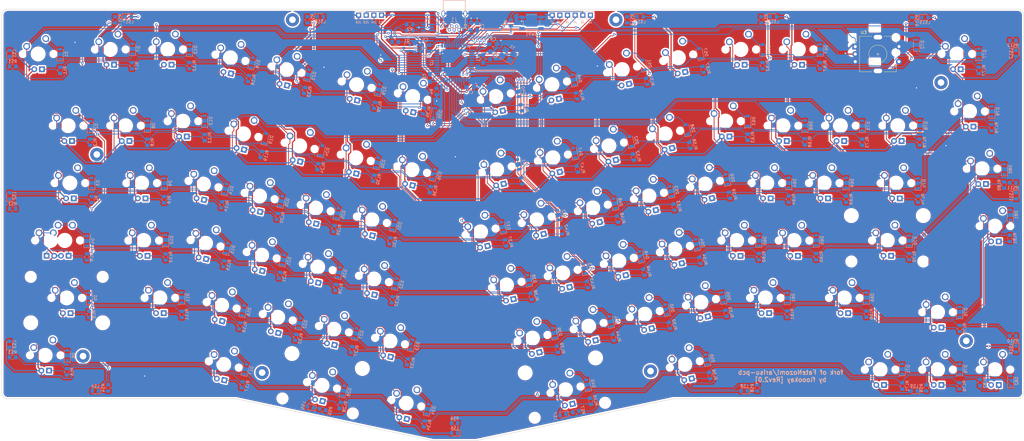
<source format=kicad_pcb>
(kicad_pcb (version 20171130) (host pcbnew "(5.1.10)-1")
  (title_block (title Adelheid) (rev 2.0) (company floookay))
  (layers (0 F.Cu signal) (31 B.Cu signal) (34 B.Paste user) (35 F.Paste user) (36 B.SilkS user) (37 F.SilkS user) (38 B.Mask user) (39 F.Mask user) (44 Edge.Cuts user))
  (net 0 "")
  (net 1 GND)
  (net 2 XTAL1)
  (net 3 XTAL2)
  (net 4 VCC)
  (net 5 "Net-(C4-Pad1)")
  (net 6 "Net-(D1-Pad2)")
  (net 7 /row0)
  (net 8 /row1)
  (net 9 "Net-(D2-Pad2)")
  (net 10 "Net-(D3-Pad2)")
  (net 11 /row2)
  (net 12 /row3)
  (net 13 "Net-(D4-Pad2)")
  (net 14 "Net-(D5-Pad2)")
  (net 15 /row4)
  (net 16 "Net-(D6-Pad2)")
  (net 17 "Net-(D7-Pad2)")
  (net 18 "Net-(D8-Pad2)")
  (net 19 "Net-(D9-Pad2)")
  (net 20 "Net-(D10-Pad2)")
  (net 21 "Net-(D11-Pad2)")
  (net 22 "Net-(D12-Pad2)")
  (net 23 "Net-(D13-Pad2)")
  (net 24 "Net-(D14-Pad2)")
  (net 25 "Net-(D15-Pad2)")
  (net 26 "Net-(D16-Pad2)")
  (net 27 "Net-(D17-Pad2)")
  (net 28 "Net-(D18-Pad2)")
  (net 29 "Net-(D19-Pad2)")
  (net 30 "Net-(D20-Pad2)")
  (net 31 "Net-(D21-Pad2)")
  (net 32 "Net-(D22-Pad2)")
  (net 33 "Net-(D23-Pad2)")
  (net 34 "Net-(D24-Pad2)")
  (net 35 "Net-(D25-Pad2)")
  (net 36 "Net-(D26-Pad2)")
  (net 37 "Net-(D27-Pad2)")
  (net 38 "Net-(D28-Pad2)")
  (net 39 "Net-(D29-Pad2)")
  (net 40 "Net-(D30-Pad2)")
  (net 41 "Net-(D31-Pad2)")
  (net 42 "Net-(D32-Pad2)")
  (net 43 "Net-(D33-Pad2)")
  (net 44 "Net-(D34-Pad2)")
  (net 45 "Net-(D35-Pad2)")
  (net 46 "Net-(D36-Pad2)")
  (net 47 "Net-(D37-Pad2)")
  (net 48 "Net-(D38-Pad2)")
  (net 49 "Net-(D39-Pad2)")
  (net 50 "Net-(D40-Pad2)")
  (net 51 "Net-(D41-Pad2)")
  (net 52 "Net-(D42-Pad2)")
  (net 53 "Net-(D43-Pad2)")
  (net 54 "Net-(D44-Pad2)")
  (net 55 "Net-(D45-Pad2)")
  (net 56 "Net-(D46-Pad2)")
  (net 57 "Net-(D47-Pad2)")
  (net 58 "Net-(D48-Pad2)")
  (net 59 "Net-(D49-Pad2)")
  (net 60 "Net-(D50-Pad2)")
  (net 61 "Net-(D51-Pad2)")
  (net 62 "Net-(D52-Pad2)")
  (net 63 "Net-(D53-Pad2)")
  (net 64 "Net-(D54-Pad2)")
  (net 65 "Net-(D55-Pad2)")
  (net 66 "Net-(D56-Pad2)")
  (net 67 "Net-(D57-Pad2)")
  (net 68 "Net-(D58-Pad2)")
  (net 69 "Net-(D59-Pad2)")
  (net 70 "Net-(D60-Pad2)")
  (net 71 "Net-(D61-Pad2)")
  (net 72 "Net-(D62-Pad2)")
  (net 73 "Net-(D63-Pad2)")
  (net 74 "Net-(D64-Pad2)")
  (net 75 "Net-(D65-Pad2)")
  (net 76 "Net-(D66-Pad2)")
  (net 77 "Net-(D67-Pad2)")
  (net 78 "Net-(J1-Pad3)")
  (net 79 "Net-(J1-Pad2)")
  (net 80 /MISO)
  (net 81 /SCK)
  (net 82 /MOSI)
  (net 83 /~RES~)
  (net 84 D+)
  (net 85 D-)
  (net 86 "Net-(R4-Pad1)")
  (net 87 /col0)
  (net 88 /col1)
  (net 89 /col2)
  (net 90 /col3)
  (net 91 /col4)
  (net 92 /col5)
  (net 93 /col6)
  (net 94 /col8)
  (net 95 /col9)
  (net 96 /col10)
  (net 97 /col11)
  (net 98 /col12)
  (net 99 /col13)
  (net 100 "Net-(D68-Pad2)")
  (net 101 /row5)
  (net 102 "Net-(D69-Pad2)")
  (net 103 "Net-(D70-Pad2)")
  (net 104 "Net-(D71-Pad2)")
  (net 105 "Net-(D73-Pad2)")
  (net 106 "Net-(D74-Pad2)")
  (net 107 "Net-(D75-Pad2)")
  (net 108 "Net-(D76-Pad2)")
  (net 109 "Net-(D77-Pad2)")
  (net 110 "Net-(D78-Pad2)")
  (net 111 "Net-(D79-Pad2)")
  (net 112 "Net-(D80-Pad2)")
  (net 113 "Net-(D81-Pad2)")
  (net 114 "Net-(D82-Pad2)")
  (net 115 "Net-(MX1-Pad4)")
  (net 116 "Net-(MX2-Pad4)")
  (net 117 "Net-(MX3-Pad4)")
  (net 118 "Net-(MX4-Pad4)")
  (net 119 "Net-(MX5-Pad4)")
  (net 120 "Net-(MX6-Pad4)")
  (net 121 "Net-(MX7-Pad4)")
  (net 122 "Net-(MX8-Pad4)")
  (net 123 "Net-(MX9-Pad4)")
  (net 124 "Net-(MX10-Pad4)")
  (net 125 "Net-(MX11-Pad4)")
  (net 126 "Net-(MX12-Pad4)")
  (net 127 "Net-(MX13-Pad4)")
  (net 128 "Net-(MX14-Pad4)")
  (net 129 "Net-(MX15-Pad4)")
  (net 130 "Net-(MX16-Pad4)")
  (net 131 "Net-(MX17-Pad4)")
  (net 132 "Net-(MX18-Pad4)")
  (net 133 "Net-(MX19-Pad4)")
  (net 134 "Net-(MX20-Pad4)")
  (net 135 "Net-(MX21-Pad4)")
  (net 136 "Net-(MX22-Pad4)")
  (net 137 "Net-(MX23-Pad4)")
  (net 138 "Net-(MX24-Pad4)")
  (net 139 "Net-(MX25-Pad4)")
  (net 140 "Net-(MX26-Pad4)")
  (net 141 "Net-(MX27-Pad4)")
  (net 142 "Net-(MX28-Pad4)")
  (net 143 "Net-(MX29-Pad4)")
  (net 144 "Net-(MX30-Pad4)")
  (net 145 "Net-(MX31-Pad4)")
  (net 146 "Net-(MX32-Pad4)")
  (net 147 "Net-(MX33-Pad4)")
  (net 148 "Net-(MX34-Pad4)")
  (net 149 "Net-(MX35-Pad4)")
  (net 150 "Net-(MX36-Pad4)")
  (net 151 "Net-(MX37-Pad4)")
  (net 152 "Net-(MX38-Pad4)")
  (net 153 "Net-(MX39-Pad4)")
  (net 154 "Net-(MX40-Pad4)")
  (net 155 "Net-(MX41-Pad4)")
  (net 156 "Net-(MX42-Pad4)")
  (net 157 "Net-(MX43-Pad4)")
  (net 158 "Net-(MX44-Pad4)")
  (net 159 "Net-(MX45-Pad4)")
  (net 160 "Net-(MX46-Pad4)")
  (net 161 "Net-(MX47-Pad4)")
  (net 162 "Net-(MX48-Pad4)")
  (net 163 "Net-(MX49-Pad4)")
  (net 164 "Net-(MX50-Pad4)")
  (net 165 "Net-(MX51-Pad4)")
  (net 166 "Net-(MX52-Pad4)")
  (net 167 "Net-(MX53-Pad4)")
  (net 168 "Net-(MX54-Pad4)")
  (net 169 "Net-(MX55-Pad4)")
  (net 170 "Net-(MX56-Pad4)")
  (net 171 "Net-(MX57-Pad4)")
  (net 172 "Net-(MX58-Pad4)")
  (net 173 "Net-(MX59-Pad4)")
  (net 174 "Net-(MX60-Pad4)")
  (net 175 "Net-(MX61-Pad4)")
  (net 176 "Net-(MX62-Pad4)")
  (net 177 "Net-(MX63-Pad4)")
  (net 178 "Net-(MX64-Pad4)")
  (net 179 "Net-(MX65-Pad4)")
  (net 180 "Net-(MX66-Pad4)")
  (net 181 "Net-(MX67-Pad4)")
  (net 182 "Net-(MX68-Pad4)")
  (net 183 "Net-(MX69-Pad4)")
  (net 184 "Net-(MX70-Pad4)")
  (net 185 "Net-(MX71-Pad4)")
  (net 186 "Net-(MX73-Pad4)")
  (net 187 "Net-(MX74-Pad4)")
  (net 188 "Net-(MX75-Pad4)")
  (net 189 "Net-(MX76-Pad4)")
  (net 190 "Net-(MX77-Pad4)")
  (net 191 "Net-(MX78-Pad4)")
  (net 192 "Net-(MX79-Pad4)")
  (net 193 "Net-(MX80-Pad4)")
  (net 194 "Net-(MX81-Pad4)")
  (net 195 "Net-(MX82-Pad4)")
  (net 196 /ledGND)
  (net 197 "Net-(Q1-Pad1)")
  (net 198 "Net-(R5-Pad1)")
  (net 199 "Net-(LS1-Pad1)")
  (net 200 "Net-(LS2-Pad1)")
  (net 201 "Net-(LS3-Pad1)")
  (net 202 "Net-(LS4-Pad1)")
  (net 203 "Net-(LS5-Pad1)")
  (net 204 "Net-(LS6-Pad1)")
  (net 205 "Net-(LS7-Pad1)")
  (net 206 "Net-(LS8-Pad1)")
  (net 207 "Net-(LS9-Pad1)")
  (net 208 "Net-(LS10-Pad1)")
  (net 209 "Net-(LS11-Pad1)")
  (net 210 "Net-(LS12-Pad1)")
  (net 211 "Net-(LS13-Pad1)")
  (net 212 "Net-(LS14-Pad1)")
  (net 213 "Net-(LS15-Pad1)")
  (net 214 "Net-(LS16-Pad1)")
  (net 215 "Net-(LS17-Pad1)")
  (module ai03-MX_only:MXOnly-1U (layer F.Cu) (at 249.8598 40.5384 12)
    (fp_text reference MX57)
    (fp_text value MX-LED)
    (pad 2 thru_hole circle (at 2.54 -5.08 12) (size 2.25 2.25) (drill 1.47) (layers *.Cu B.Mask) (net 67 "Net-(D57-Pad2)"))
    (pad "" np_thru_hole circle (at 0 0 12) (size 3.9878 3.9878) (drill 3.9878) (layers *.Cu *.Mask))
    (pad 1 thru_hole circle (at -3.81 -2.54 12) (size 2.25 2.25) (drill 1.47) (layers *.Cu B.Mask) (net 96 /col10))
    (pad 3 thru_hole circle (at -1.27 5.08 12) (size 1.905 1.905) (drill 1.04) (layers *.Cu B.Mask) (net 4 VCC))
    (pad 4 thru_hole rect (at 1.27 5.08 12) (size 1.905 1.905) (drill 1.04) (layers *.Cu B.Mask) (net 171 "Net-(MX57-Pad4)"))
    (pad "" np_thru_hole circle (at -5.08 0 60.0996) (size 1.75 1.75) (drill 1.75) (layers *.Cu *.Mask))
    (pad "" np_thru_hole circle (at 5.08 0 60.0996) (size 1.75 1.75) (drill 1.75) (layers *.Cu *.Mask))
  )
  (module ai03-MX_only:MXOnly-1U (layer F.Cu) (at 231.2289 44.5008 12)
    (fp_text reference MX51)
    (fp_text value MX-LED)
    (pad 2 thru_hole circle (at 2.54 -5.08 12) (size 2.25 2.25) (drill 1.47) (layers *.Cu B.Mask) (net 61 "Net-(D51-Pad2)"))
    (pad "" np_thru_hole circle (at 0 0 12) (size 3.9878 3.9878) (drill 3.9878) (layers *.Cu *.Mask))
    (pad 1 thru_hole circle (at -3.81 -2.54 12) (size 2.25 2.25) (drill 1.47) (layers *.Cu B.Mask) (net 95 /col9))
    (pad 3 thru_hole circle (at -1.27 5.08 12) (size 1.905 1.905) (drill 1.04) (layers *.Cu B.Mask) (net 4 VCC))
    (pad 4 thru_hole rect (at 1.27 5.08 12) (size 1.905 1.905) (drill 1.04) (layers *.Cu B.Mask) (net 165 "Net-(MX51-Pad4)"))
    (pad "" np_thru_hole circle (at -5.08 0 60.0996) (size 1.75 1.75) (drill 1.75) (layers *.Cu *.Mask))
    (pad "" np_thru_hole circle (at 5.08 0 60.0996) (size 1.75 1.75) (drill 1.75) (layers *.Cu *.Mask))
  )
  (module encoder:RotaryEncoder_Alps_EC11E-Switch_Vertical_H20mm (layer F.Cu) (at 308.61 36.83)
    (fp_text reference U3 (at 2.8 -4.7) (layer F.SilkS))
    (fp_text value rotary_encoder)
    (pad 4 thru_hole circle (at 14.5 5) (size 2 2) (drill 1) (layers *.Cu *.Mask) (net 99 /col13))
    (pad 5 thru_hole circle (at 14.5 0) (size 2 2) (drill 1) (layers *.Cu *.Mask))
    (pad MP thru_hole rect (at 7.5 8.1) (size 3.2 2) (drill oval 2.8 1.5) (layers *.Cu *.Mask))
    (pad MP thru_hole rect (at 7.5 -3.1) (size 3.2 2) (drill oval 2.8 1.5) (layers *.Cu *.Mask))
    (pad 3 thru_hole circle (at 0 5) (size 2 2) (drill 1) (layers *.Cu *.Mask))
    (pad 2 thru_hole circle (at 0 2.5) (size 2 2) (drill 1) (layers *.Cu *.Mask) (net 1 GND))
    (pad 1 thru_hole rect (at 0 0) (size 2 2) (drill 1) (layers *.Cu *.Mask))
  )
  (module Resistor_SMD:R_0805_2012Metric_Pad1.15x1.40mm_HandSolder (layer B.Cu) (at 62.992 27.949 90)
    (fp_text reference RS17 (at 0 1.65 -90) (layer B.SilkS) (effects (justify mirror)))
    (fp_text value R)
    (pad 2 smd roundrect (at 1.025 0 90) (size 1.15 1.4) (layers B.Cu B.Paste B.Mask) (roundrect_rratio 0.217391) (net 215 "Net-(LS17-Pad1)"))
    (pad 1 smd roundrect (at -1.025 0 90) (size 1.15 1.4) (layers B.Cu B.Paste B.Mask) (roundrect_rratio 0.217391) (net 196 /ledGND))
  )
  (module Resistor_SMD:R_0805_2012Metric_Pad1.15x1.40mm_HandSolder (layer B.Cu) (at 126.746 27.94 90)
    (fp_text reference RS16 (at 0 1.65 -90) (layer B.SilkS) (effects (justify mirror)))
    (fp_text value R)
    (pad 2 smd roundrect (at 1.025 0 90) (size 1.15 1.4) (layers B.Cu B.Paste B.Mask) (roundrect_rratio 0.217391) (net 214 "Net-(LS16-Pad1)"))
    (pad 1 smd roundrect (at -1.025 0 90) (size 1.15 1.4) (layers B.Cu B.Paste B.Mask) (roundrect_rratio 0.217391) (net 196 /ledGND))
  )
  (module Resistor_SMD:R_0805_2012Metric_Pad1.15x1.40mm_HandSolder (layer B.Cu) (at 327.415 28.194 90)
    (fp_text reference RS15 (at 0 1.65 270) (layer B.SilkS) (effects (justify mirror)))
    (fp_text value R)
    (pad 2 smd roundrect (at 1.025 0 90) (size 1.15 1.4) (layers B.Cu B.Paste B.Mask) (roundrect_rratio 0.217391) (net 213 "Net-(LS15-Pad1)"))
    (pad 1 smd roundrect (at -1.025 0 90) (size 1.15 1.4) (layers B.Cu B.Paste B.Mask) (roundrect_rratio 0.217391) (net 196 /ledGND))
  )
  (module Resistor_SMD:R_0805_2012Metric_Pad1.15x1.40mm_HandSolder (layer B.Cu) (at 277.368 27.94 90)
    (fp_text reference RS14 (at 0 1.65 270) (layer B.SilkS) (effects (justify mirror)))
    (fp_text value R)
    (pad 2 smd roundrect (at 1.025 0 90) (size 1.15 1.4) (layers B.Cu B.Paste B.Mask) (roundrect_rratio 0.217391) (net 212 "Net-(LS14-Pad1)"))
    (pad 1 smd roundrect (at -1.025 0 90) (size 1.15 1.4) (layers B.Cu B.Paste B.Mask) (roundrect_rratio 0.217391) (net 196 /ledGND))
  )
  (module Resistor_SMD:R_0805_2012Metric_Pad1.15x1.40mm_HandSolder (layer B.Cu) (at 232.918 27.94 90)
    (fp_text reference RS13 (at 0 1.65 270) (layer B.SilkS) (effects (justify mirror)))
    (fp_text value R)
    (pad 2 smd roundrect (at 1.025 0 90) (size 1.15 1.4) (layers B.Cu B.Paste B.Mask) (roundrect_rratio 0.217391) (net 211 "Net-(LS13-Pad1)"))
    (pad 1 smd roundrect (at -1.025 0 90) (size 1.15 1.4) (layers B.Cu B.Paste B.Mask) (roundrect_rratio 0.217391) (net 196 /ledGND))
  )
  (module Resistor_SMD:R_0805_2012Metric_Pad1.15x1.40mm_HandSolder (layer B.Cu) (at 360.925 34.798)
    (fp_text reference RS12 (at 0 1.65 180) (layer B.SilkS) (effects (justify mirror)))
    (fp_text value R)
    (pad 2 smd roundrect (at 1.025 0) (size 1.15 1.4) (layers B.Cu B.Paste B.Mask) (roundrect_rratio 0.217391) (net 210 "Net-(LS12-Pad1)"))
    (pad 1 smd roundrect (at -1.025 0) (size 1.15 1.4) (layers B.Cu B.Paste B.Mask) (roundrect_rratio 0.217391) (net 196 /ledGND))
  )
  (module Resistor_SMD:R_0805_2012Metric_Pad1.15x1.40mm_HandSolder (layer B.Cu) (at 360.925 82.042)
    (fp_text reference RS11 (at 0 1.65 180) (layer B.SilkS) (effects (justify mirror)))
    (fp_text value R)
    (pad 2 smd roundrect (at 1.025 0) (size 1.15 1.4) (layers B.Cu B.Paste B.Mask) (roundrect_rratio 0.217391) (net 209 "Net-(LS11-Pad1)"))
    (pad 1 smd roundrect (at -1.025 0) (size 1.15 1.4) (layers B.Cu B.Paste B.Mask) (roundrect_rratio 0.217391) (net 196 /ledGND))
  )
  (module Resistor_SMD:R_0805_2012Metric_Pad1.15x1.40mm_HandSolder (layer B.Cu) (at 360.925 132.842)
    (fp_text reference RS10 (at 0 1.65 180) (layer B.SilkS) (effects (justify mirror)))
    (fp_text value R)
    (pad 2 smd roundrect (at 1.025 0) (size 1.15 1.4) (layers B.Cu B.Paste B.Mask) (roundrect_rratio 0.217391) (net 208 "Net-(LS10-Pad1)"))
    (pad 1 smd roundrect (at -1.025 0) (size 1.15 1.4) (layers B.Cu B.Paste B.Mask) (roundrect_rratio 0.217391) (net 196 /ledGND))
  )
  (module Resistor_SMD:R_0805_2012Metric_Pad1.15x1.40mm_HandSolder (layer B.Cu) (at 332.232 150.105 270)
    (fp_text reference RS9 (at 0 1.65 270) (layer B.SilkS) (effects (justify mirror)))
    (fp_text value R)
    (pad 2 smd roundrect (at 1.025 0 270) (size 1.15 1.4) (layers B.Cu B.Paste B.Mask) (roundrect_rratio 0.217391) (net 207 "Net-(LS9-Pad1)"))
    (pad 1 smd roundrect (at -1.025 0 270) (size 1.15 1.4) (layers B.Cu B.Paste B.Mask) (roundrect_rratio 0.217391) (net 196 /ledGND))
  )
  (module Resistor_SMD:R_0805_2012Metric_Pad1.15x1.40mm_HandSolder (layer B.Cu) (at 276.098 150.114 270)
    (fp_text reference RS8 (at 0 1.65 270) (layer B.SilkS) (effects (justify mirror)))
    (fp_text value R)
    (pad 2 smd roundrect (at 1.025 0 270) (size 1.15 1.4) (layers B.Cu B.Paste B.Mask) (roundrect_rratio 0.217391) (net 206 "Net-(LS8-Pad1)"))
    (pad 1 smd roundrect (at -1.025 0 270) (size 1.15 1.4) (layers B.Cu B.Paste B.Mask) (roundrect_rratio 0.217391) (net 196 /ledGND))
  )
  (module Resistor_SMD:R_0805_2012Metric_Pad1.15x1.40mm_HandSolder (layer B.Cu) (at 215.9 157.988 192)
    (fp_text reference RS7 (at -2.341665 0.021613 -78) (layer B.SilkS) (effects (justify mirror)))
    (fp_text value R)
    (pad 2 smd roundrect (at 1.025 0 192) (size 1.15 1.4) (layers B.Cu B.Paste B.Mask) (roundrect_rratio 0.217391) (net 205 "Net-(LS7-Pad1)"))
    (pad 1 smd roundrect (at -1.025 0 192) (size 1.15 1.4) (layers B.Cu B.Paste B.Mask) (roundrect_rratio 0.217391) (net 196 /ledGND))
  )
  (module Resistor_SMD:R_0805_2012Metric_Pad1.15x1.40mm_HandSolder (layer B.Cu) (at 175.65 161.798)
    (fp_text reference RS6 (at 0.009 -1.524 180) (layer B.SilkS) (effects (justify mirror)))
    (fp_text value R)
    (pad 2 smd roundrect (at 1.025 0) (size 1.15 1.4) (layers B.Cu B.Paste B.Mask) (roundrect_rratio 0.217391) (net 204 "Net-(LS6-Pad1)"))
    (pad 1 smd roundrect (at -1.025 0) (size 1.15 1.4) (layers B.Cu B.Paste B.Mask) (roundrect_rratio 0.217391) (net 196 /ledGND))
  )
  (module Resistor_SMD:R_0805_2012Metric_Pad1.15x1.40mm_HandSolder (layer B.Cu) (at 131.839399 157.288203 168)
    (fp_text reference RS5 (at -2.564075 0.089255 78) (layer B.SilkS) (effects (justify mirror)))
    (fp_text value R)
    (pad 2 smd roundrect (at 1.025 0 168) (size 1.15 1.4) (layers B.Cu B.Paste B.Mask) (roundrect_rratio 0.217391) (net 203 "Net-(LS5-Pad1)"))
    (pad 1 smd roundrect (at -1.025 0 168) (size 1.15 1.4) (layers B.Cu B.Paste B.Mask) (roundrect_rratio 0.217391) (net 196 /ledGND))
  )
  (module Resistor_SMD:R_0805_2012Metric_Pad1.15x1.40mm_HandSolder (layer B.Cu) (at 60.706 150.105 270)
    (fp_text reference RS4 (at 0 1.65 270) (layer B.SilkS) (effects (justify mirror)))
    (fp_text value R)
    (pad 2 smd roundrect (at 1.025 0 270) (size 1.15 1.4) (layers B.Cu B.Paste B.Mask) (roundrect_rratio 0.217391) (net 202 "Net-(LS4-Pad1)"))
    (pad 1 smd roundrect (at -1.025 0 270) (size 1.15 1.4) (layers B.Cu B.Paste B.Mask) (roundrect_rratio 0.217391) (net 196 /ledGND))
  )
  (module Resistor_SMD:R_0805_2012Metric_Pad1.15x1.40mm_HandSolder (layer B.Cu) (at 28.965 139.954 180)
    (fp_text reference RS3 (at 0 1.65 180) (layer B.SilkS) (effects (justify mirror)))
    (fp_text value R)
    (pad 2 smd roundrect (at 1.025 0 180) (size 1.15 1.4) (layers B.Cu B.Paste B.Mask) (roundrect_rratio 0.217391) (net 201 "Net-(LS3-Pad1)"))
    (pad 1 smd roundrect (at -1.025 0 180) (size 1.15 1.4) (layers B.Cu B.Paste B.Mask) (roundrect_rratio 0.217391) (net 196 /ledGND))
  )
  (module Resistor_SMD:R_0805_2012Metric_Pad1.15x1.40mm_HandSolder (layer B.Cu) (at 28.965 90.678 180)
    (fp_text reference RS2 (at 0 1.65 180) (layer B.SilkS) (effects (justify mirror)))
    (fp_text value R)
    (pad 2 smd roundrect (at 1.025 0 180) (size 1.15 1.4) (layers B.Cu B.Paste B.Mask) (roundrect_rratio 0.217391) (net 200 "Net-(LS2-Pad1)"))
    (pad 1 smd roundrect (at -1.025 0 180) (size 1.15 1.4) (layers B.Cu B.Paste B.Mask) (roundrect_rratio 0.217391) (net 196 /ledGND))
  )
  (module Resistor_SMD:R_0805_2012Metric_Pad1.15x1.40mm_HandSolder (layer B.Cu) (at 28.965 43.434 180)
    (fp_text reference RS1 (at 0 1.65 180) (layer B.SilkS) (effects (justify mirror)))
    (fp_text value R)
    (pad 2 smd roundrect (at 1.025 0 180) (size 1.15 1.4) (layers B.Cu B.Paste B.Mask) (roundrect_rratio 0.217391) (net 199 "Net-(LS1-Pad1)"))
    (pad 1 smd roundrect (at -1.025 0 180) (size 1.15 1.4) (layers B.Cu B.Paste B.Mask) (roundrect_rratio 0.217391) (net 196 /ledGND))
  )
  (module LED_SMD:LED_0805_2012Metric_Pad1.15x1.40mm_HandSolder (layer B.Cu) (at 67.31 26.924)
    (fp_text reference LS17 (at 0 1.65 180) (layer B.SilkS) (effects (justify mirror)))
    (fp_text value LED)
    (pad 2 smd roundrect (at 1.025 0) (size 1.15 1.4) (layers B.Cu B.Paste B.Mask) (roundrect_rratio 0.217391) (net 4 VCC))
    (pad 1 smd roundrect (at -1.025 0) (size 1.15 1.4) (layers B.Cu B.Paste B.Mask) (roundrect_rratio 0.217391) (net 215 "Net-(LS17-Pad1)"))
  )
  (module LED_SMD:LED_0805_2012Metric_Pad1.15x1.40mm_HandSolder (layer B.Cu) (at 131.064 26.915)
    (fp_text reference LS16 (at 0 1.65 180) (layer B.SilkS) (effects (justify mirror)))
    (fp_text value LED)
    (pad 2 smd roundrect (at 1.025 0) (size 1.15 1.4) (layers B.Cu B.Paste B.Mask) (roundrect_rratio 0.217391) (net 4 VCC))
    (pad 1 smd roundrect (at -1.025 0) (size 1.15 1.4) (layers B.Cu B.Paste B.Mask) (roundrect_rratio 0.217391) (net 214 "Net-(LS16-Pad1)"))
  )
  (module LED_SMD:LED_0805_2012Metric_Pad1.15x1.40mm_HandSolder (layer B.Cu) (at 331.724 27.178)
    (fp_text reference LS15 (at 0 1.65 180) (layer B.SilkS) (effects (justify mirror)))
    (fp_text value LED)
    (pad 2 smd roundrect (at 1.025 0) (size 1.15 1.4) (layers B.Cu B.Paste B.Mask) (roundrect_rratio 0.217391) (net 4 VCC))
    (pad 1 smd roundrect (at -1.025 0) (size 1.15 1.4) (layers B.Cu B.Paste B.Mask) (roundrect_rratio 0.217391) (net 213 "Net-(LS15-Pad1)"))
  )
  (module LED_SMD:LED_0805_2012Metric_Pad1.15x1.40mm_HandSolder (layer B.Cu) (at 281.432 26.924)
    (fp_text reference LS14 (at 0 1.65 180) (layer B.SilkS) (effects (justify mirror)))
    (fp_text value LED)
    (pad 2 smd roundrect (at 1.025 0) (size 1.15 1.4) (layers B.Cu B.Paste B.Mask) (roundrect_rratio 0.217391) (net 4 VCC))
    (pad 1 smd roundrect (at -1.025 0) (size 1.15 1.4) (layers B.Cu B.Paste B.Mask) (roundrect_rratio 0.217391) (net 212 "Net-(LS14-Pad1)"))
  )
  (module LED_SMD:LED_0805_2012Metric_Pad1.15x1.40mm_HandSolder (layer B.Cu) (at 237.227 26.924)
    (fp_text reference LS13 (at 0 1.65 180) (layer B.SilkS) (effects (justify mirror)))
    (fp_text value LED)
    (pad 2 smd roundrect (at 1.025 0) (size 1.15 1.4) (layers B.Cu B.Paste B.Mask) (roundrect_rratio 0.217391) (net 4 VCC))
    (pad 1 smd roundrect (at -1.025 0) (size 1.15 1.4) (layers B.Cu B.Paste B.Mask) (roundrect_rratio 0.217391) (net 211 "Net-(LS13-Pad1)"))
  )
  (module LED_SMD:LED_0805_2012Metric_Pad1.15x1.40mm_HandSolder (layer B.Cu) (at 361.95 39.116 270)
    (fp_text reference LS12 (at 0 1.65 270) (layer B.SilkS) (effects (justify mirror)))
    (fp_text value LED)
    (pad 2 smd roundrect (at 1.025 0 270) (size 1.15 1.4) (layers B.Cu B.Paste B.Mask) (roundrect_rratio 0.217391) (net 4 VCC))
    (pad 1 smd roundrect (at -1.025 0 270) (size 1.15 1.4) (layers B.Cu B.Paste B.Mask) (roundrect_rratio 0.217391) (net 210 "Net-(LS12-Pad1)"))
  )
  (module LED_SMD:LED_0805_2012Metric_Pad1.15x1.40mm_HandSolder (layer B.Cu) (at 361.95 86.369 270)
    (fp_text reference LS11 (at 0 1.65 270) (layer B.SilkS) (effects (justify mirror)))
    (fp_text value LED)
    (pad 2 smd roundrect (at 1.025 0 270) (size 1.15 1.4) (layers B.Cu B.Paste B.Mask) (roundrect_rratio 0.217391) (net 4 VCC))
    (pad 1 smd roundrect (at -1.025 0 270) (size 1.15 1.4) (layers B.Cu B.Paste B.Mask) (roundrect_rratio 0.217391) (net 209 "Net-(LS11-Pad1)"))
  )
  (module LED_SMD:LED_0805_2012Metric_Pad1.15x1.40mm_HandSolder (layer B.Cu) (at 361.95 137.169 270)
    (fp_text reference LS10 (at 0 1.65 270) (layer B.SilkS) (effects (justify mirror)))
    (fp_text value LED)
    (pad 2 smd roundrect (at 1.025 0 270) (size 1.15 1.4) (layers B.Cu B.Paste B.Mask) (roundrect_rratio 0.217391) (net 4 VCC))
    (pad 1 smd roundrect (at -1.025 0 270) (size 1.15 1.4) (layers B.Cu B.Paste B.Mask) (roundrect_rratio 0.217391) (net 208 "Net-(LS10-Pad1)"))
  )
  (module LED_SMD:LED_0805_2012Metric_Pad1.15x1.40mm_HandSolder (layer B.Cu) (at 328.159 151.13 180)
    (fp_text reference LS9 (at 0 1.65 180) (layer B.SilkS) (effects (justify mirror)))
    (fp_text value LED)
    (pad 2 smd roundrect (at 1.025 0 180) (size 1.15 1.4) (layers B.Cu B.Paste B.Mask) (roundrect_rratio 0.217391) (net 4 VCC))
    (pad 1 smd roundrect (at -1.025 0 180) (size 1.15 1.4) (layers B.Cu B.Paste B.Mask) (roundrect_rratio 0.217391) (net 207 "Net-(LS9-Pad1)"))
  )
  (module LED_SMD:LED_0805_2012Metric_Pad1.15x1.40mm_HandSolder (layer B.Cu) (at 271.78 151.13 180)
    (fp_text reference LS8 (at 0 1.65 180) (layer B.SilkS) (effects (justify mirror)))
    (fp_text value LED)
    (pad 2 smd roundrect (at 1.025 0 180) (size 1.15 1.4) (layers B.Cu B.Paste B.Mask) (roundrect_rratio 0.217391) (net 4 VCC))
    (pad 1 smd roundrect (at -1.025 0 180) (size 1.15 1.4) (layers B.Cu B.Paste B.Mask) (roundrect_rratio 0.217391) (net 206 "Net-(LS8-Pad1)"))
  )
  (module LED_SMD:LED_0805_2012Metric_Pad1.15x1.40mm_HandSolder (layer B.Cu) (at 211.582 159.004 192)
    (fp_text reference LS7 (at 2.590114 0.031197 -78) (layer B.SilkS) (effects (justify mirror)))
    (fp_text value LED)
    (pad 2 smd roundrect (at 1.025 0 192) (size 1.15 1.4) (layers B.Cu B.Paste B.Mask) (roundrect_rratio 0.217391) (net 4 VCC))
    (pad 1 smd roundrect (at -1.025 0 192) (size 1.15 1.4) (layers B.Cu B.Paste B.Mask) (roundrect_rratio 0.217391) (net 205 "Net-(LS7-Pad1)"))
  )
  (module LED_SMD:LED_0805_2012Metric_Pad1.15x1.40mm_HandSolder (layer B.Cu) (at 175.65 165.1 180)
    (fp_text reference LS6 (at 0 1.65 180) (layer B.SilkS) (effects (justify mirror)))
    (fp_text value LED)
    (pad 2 smd roundrect (at 1.025 0 180) (size 1.15 1.4) (layers B.Cu B.Paste B.Mask) (roundrect_rratio 0.217391) (net 4 VCC))
    (pad 1 smd roundrect (at -1.025 0 180) (size 1.15 1.4) (layers B.Cu B.Paste B.Mask) (roundrect_rratio 0.217391) (net 204 "Net-(LS6-Pad1)"))
  )
  (module LED_SMD:LED_0805_2012Metric_Pad1.15x1.40mm_HandSolder (layer B.Cu) (at 127.775399 156.504891 168)
    (fp_text reference LS5 (at 2.363272 0.058824 78) (layer B.SilkS) (effects (justify mirror)))
    (fp_text value LED)
    (pad 2 smd roundrect (at 1.025 0 168) (size 1.15 1.4) (layers B.Cu B.Paste B.Mask) (roundrect_rratio 0.217391) (net 4 VCC))
    (pad 1 smd roundrect (at -1.025 0 168) (size 1.15 1.4) (layers B.Cu B.Paste B.Mask) (roundrect_rratio 0.217391) (net 203 "Net-(LS5-Pad1)"))
  )
  (module LED_SMD:LED_0805_2012Metric_Pad1.15x1.40mm_HandSolder (layer B.Cu) (at 56.379 151.13 180)
    (fp_text reference LS4 (at 0 1.65 180) (layer B.SilkS) (effects (justify mirror)))
    (fp_text value LED)
    (pad 2 smd roundrect (at 1.025 0 180) (size 1.15 1.4) (layers B.Cu B.Paste B.Mask) (roundrect_rratio 0.217391) (net 4 VCC))
    (pad 1 smd roundrect (at -1.025 0 180) (size 1.15 1.4) (layers B.Cu B.Paste B.Mask) (roundrect_rratio 0.217391) (net 202 "Net-(LS4-Pad1)"))
  )
  (module LED_SMD:LED_0805_2012Metric_Pad1.15x1.40mm_HandSolder (layer B.Cu) (at 27.94 135.645 90)
    (fp_text reference LS3 (at 0 1.65 -90) (layer B.SilkS) (effects (justify mirror)))
    (fp_text value LED)
    (pad 2 smd roundrect (at 1.025 0 90) (size 1.15 1.4) (layers B.Cu B.Paste B.Mask) (roundrect_rratio 0.217391) (net 4 VCC))
    (pad 1 smd roundrect (at -1.025 0 90) (size 1.15 1.4) (layers B.Cu B.Paste B.Mask) (roundrect_rratio 0.217391) (net 201 "Net-(LS3-Pad1)"))
  )
  (module LED_SMD:LED_0805_2012Metric_Pad1.15x1.40mm_HandSolder (layer B.Cu) (at 27.94 86.369 90)
    (fp_text reference LS2 (at 0 1.65 -90) (layer B.SilkS) (effects (justify mirror)))
    (fp_text value LED)
    (pad 2 smd roundrect (at 1.025 0 90) (size 1.15 1.4) (layers B.Cu B.Paste B.Mask) (roundrect_rratio 0.217391) (net 4 VCC))
    (pad 1 smd roundrect (at -1.025 0 90) (size 1.15 1.4) (layers B.Cu B.Paste B.Mask) (roundrect_rratio 0.217391) (net 200 "Net-(LS2-Pad1)"))
  )
  (module LED_SMD:LED_0805_2012Metric_Pad1.15x1.40mm_HandSolder (layer B.Cu) (at 27.94 39.125 90)
    (fp_text reference LS1 (at 0 1.65 -90) (layer B.SilkS) (effects (justify mirror)))
    (fp_text value LED)
    (pad 2 smd roundrect (at 1.025 0 90) (size 1.15 1.4) (layers B.Cu B.Paste B.Mask) (roundrect_rratio 0.217391) (net 4 VCC))
    (pad 1 smd roundrect (at -1.025 0 90) (size 1.15 1.4) (layers B.Cu B.Paste B.Mask) (roundrect_rratio 0.217391) (net 199 "Net-(LS1-Pad1)"))
  )
  (module ai03-MX_only:MXOnly-1U (layer F.Cu) (at 189.3189 53.4162 12)
    (fp_text reference MX40)
    (fp_text value MX-LED)
    (pad 2 thru_hole circle (at 2.54 -5.08 12) (size 2.25 2.25) (drill 1.47) (layers *.Cu B.Mask) (net 50 "Net-(D40-Pad2)"))
    (pad "" np_thru_hole circle (at 0 0 12) (size 3.9878 3.9878) (drill 3.9878) (layers *.Cu *.Mask))
    (pad 1 thru_hole circle (at -3.81 -2.54 12) (size 2.25 2.25) (drill 1.47) (layers *.Cu B.Mask) (net 81 /SCK))
    (pad 3 thru_hole circle (at -1.27 5.08 12) (size 1.905 1.905) (drill 1.04) (layers *.Cu B.Mask) (net 4 VCC))
    (pad 4 thru_hole rect (at 1.27 5.08 12) (size 1.905 1.905) (drill 1.04) (layers *.Cu B.Mask) (net 154 "Net-(MX40-Pad4)"))
    (pad "" np_thru_hole circle (at -5.08 0 60.0996) (size 1.75 1.75) (drill 1.75) (layers *.Cu *.Mask))
    (pad "" np_thru_hole circle (at 5.08 0 60.0996) (size 1.75 1.75) (drill 1.75) (layers *.Cu *.Mask))
  )
  (module ai03-MX_only:MXOnly-2U-ReversedStabilizers (layer F.Cu) (at 131.6355 149.2631 348)
    (fp_text reference MX28)
    (fp_text value MX-LED)
    (pad 2 thru_hole circle (at 2.54 -5.08 348) (size 2.25 2.25) (drill 1.47) (layers *.Cu B.Mask) (net 38 "Net-(D28-Pad2)"))
    (pad "" np_thru_hole circle (at 0 0 348) (size 3.9878 3.9878) (drill 3.9878) (layers *.Cu *.Mask))
    (pad 1 thru_hole circle (at -3.81 -2.54 348) (size 2.25 2.25) (drill 1.47) (layers *.Cu B.Mask) (net 91 /col4))
    (pad 3 thru_hole circle (at -1.27 5.08 348) (size 1.905 1.905) (drill 1.04) (layers *.Cu B.Mask) (net 4 VCC))
    (pad 4 thru_hole rect (at 1.27 5.08 348) (size 1.905 1.905) (drill 1.04) (layers *.Cu B.Mask) (net 142 "Net-(MX28-Pad4)"))
    (pad "" np_thru_hole circle (at -5.08 0 36.0996) (size 1.75 1.75) (drill 1.75) (layers *.Cu *.Mask))
    (pad "" np_thru_hole circle (at 5.08 0 36.0996) (size 1.75 1.75) (drill 1.75) (layers *.Cu *.Mask))
    (pad "" np_thru_hole circle (at -11.938 6.985 348) (size 3.048 3.048) (drill 3.048) (layers *.Cu *.Mask))
    (pad "" np_thru_hole circle (at 11.938 6.985 348) (size 3.048 3.048) (drill 3.048) (layers *.Cu *.Mask))
    (pad "" np_thru_hole circle (at -11.938 -8.255 348) (size 3.9878 3.9878) (drill 3.9878) (layers *.Cu *.Mask))
    (pad "" np_thru_hole circle (at 11.938 -8.255 348) (size 3.9878 3.9878) (drill 3.9878) (layers *.Cu *.Mask))
  )
  (module ai03-MX_only:MXOnly-2.25U-ReversedStabilizers (layer F.Cu) (at 319.2399 101.1809)
    (fp_text reference MX70)
    (fp_text value MX-LED)
    (pad 2 thru_hole circle (at 2.54 -5.08) (size 2.25 2.25) (drill 1.47) (layers *.Cu B.Mask) (net 103 "Net-(D70-Pad2)"))
    (pad "" np_thru_hole circle (at 0 0) (size 3.9878 3.9878) (drill 3.9878) (layers *.Cu *.Mask))
    (pad 1 thru_hole circle (at -3.81 -2.54) (size 2.25 2.25) (drill 1.47) (layers *.Cu B.Mask) (net 98 /col12))
    (pad 3 thru_hole circle (at -1.27 5.08) (size 1.905 1.905) (drill 1.04) (layers *.Cu B.Mask) (net 4 VCC))
    (pad 4 thru_hole rect (at 1.27 5.08) (size 1.905 1.905) (drill 1.04) (layers *.Cu B.Mask) (net 184 "Net-(MX70-Pad4)"))
    (pad "" np_thru_hole circle (at -5.08 0 48.0996) (size 1.75 1.75) (drill 1.75) (layers *.Cu *.Mask))
    (pad "" np_thru_hole circle (at 5.08 0 48.0996) (size 1.75 1.75) (drill 1.75) (layers *.Cu *.Mask))
    (pad "" np_thru_hole circle (at -11.938 6.985) (size 3.048 3.048) (drill 3.048) (layers *.Cu *.Mask))
    (pad "" np_thru_hole circle (at 11.938 6.985) (size 3.048 3.048) (drill 3.048) (layers *.Cu *.Mask))
    (pad "" np_thru_hole circle (at -11.938 -8.255) (size 3.9878 3.9878) (drill 3.9878) (layers *.Cu *.Mask))
    (pad "" np_thru_hole circle (at 11.938 -8.255) (size 3.9878 3.9878) (drill 3.9878) (layers *.Cu *.Mask))
  )
  (module Keebio-Parts:USB-Mini-B_2leg (layer B.Cu) (at 175.5267 30.6832)
    (fp_text reference J1 (at 0 -2.7559) (layer B.SilkS) (effects (font (size 1.5 1.5)) (justify mirror)))
    (fp_text value USB_B_Mini hide)
    (pad 6 thru_hole oval (at 3.65 -4.82) (size 1.2 1.9) (drill oval 0.8 1.5) (layers *.Cu *.Mask) (net 1 GND))
    (pad 6 thru_hole oval (at -3.65 -4.82) (size 1.2 1.9) (drill oval 0.8 1.5) (layers *.Cu *.Mask) (net 1 GND))
    (pad 5 thru_hole circle (at 1.6 0.6) (size 1.1 1.1) (drill 0.7) (layers *.Cu *.Mask) (net 1 GND))
    (pad 4 thru_hole circle (at 0.8 -0.6) (size 1.1 1.1) (drill 0.7) (layers *.Cu *.Mask))
    (pad 3 thru_hole circle (at 0 0.6) (size 1.1 1.1) (drill 0.7) (layers *.Cu *.Mask) (net 78 "Net-(J1-Pad3)"))
    (pad 2 thru_hole circle (at -0.8 -0.6) (size 1.1 1.1) (drill 0.7) (layers *.Cu *.Mask) (net 79 "Net-(J1-Pad2)"))
    (pad 1 thru_hole circle (at -1.6 0.6) (size 1.1 1.1) (drill 0.7) (layers *.Cu *.Mask) (net 4 VCC))
  )
  (module ai03-MX_only:MXOnly-1.75U-FLIPPED (layer F.Cu) (at 41.5163 101.1809)
    (fp_text reference MX4_1)
    (fp_text value MX-LED hide)
    (pad 2 thru_hole circle (at 2.54 -5.08) (size 2.25 2.25) (drill 1.47) (layers *.Cu B.Mask) (net 13 "Net-(D4-Pad2)"))
    (pad "" np_thru_hole circle (at 0 0) (size 3.9878 3.9878) (drill 3.9878) (layers *.Cu *.Mask))
    (pad 1 thru_hole circle (at -3.81 -2.54) (size 2.25 2.25) (drill 1.47) (layers *.Cu B.Mask) (net 87 /col0))
    (pad 3 thru_hole circle (at 1.27 5.08) (size 1.905 1.905) (drill 1.04) (layers *.Cu B.Mask) (net 4 VCC))
    (pad 4 thru_hole rect (at -1.27 5.08) (size 1.905 1.905) (drill 1.04) (layers *.Cu B.Mask) (net 118 "Net-(MX4-Pad4)"))
    (pad "" np_thru_hole circle (at -5.08 0 48.0996) (size 1.75 1.75) (drill 1.75) (layers *.Cu *.Mask))
    (pad "" np_thru_hole circle (at 5.08 0 48.0996) (size 1.75 1.75) (drill 1.75) (layers *.Cu *.Mask))
  )
  (module ai03-MX_only:MXOnly-1.5U (layer F.Cu) (at 47.9806 82.1436)
    (fp_text reference MX3)
    (fp_text value MX-LED)
    (pad 2 thru_hole circle (at 2.54 -5.08) (size 2.25 2.25) (drill 1.47) (layers *.Cu B.Mask) (net 10 "Net-(D3-Pad2)"))
    (pad "" np_thru_hole circle (at 0 0) (size 3.9878 3.9878) (drill 3.9878) (layers *.Cu *.Mask))
    (pad 1 thru_hole circle (at -3.81 -2.54) (size 2.25 2.25) (drill 1.47) (layers *.Cu B.Mask) (net 87 /col0))
    (pad 3 thru_hole circle (at -1.27 5.08) (size 1.905 1.905) (drill 1.04) (layers *.Cu B.Mask) (net 4 VCC))
    (pad 4 thru_hole rect (at 1.27 5.08) (size 1.905 1.905) (drill 1.04) (layers *.Cu B.Mask) (net 117 "Net-(MX3-Pad4)"))
    (pad "" np_thru_hole circle (at -5.08 0 48.0996) (size 1.75 1.75) (drill 1.75) (layers *.Cu *.Mask))
    (pad "" np_thru_hole circle (at 5.08 0 48.0996) (size 1.75 1.75) (drill 1.75) (layers *.Cu *.Mask))
  )
  (module ai03-MX_only:MXOnly-1.5U (layer F.Cu) (at 252.0315 142.3035 12)
    (fp_text reference MX56)
    (fp_text value MX-LED)
    (pad 2 thru_hole circle (at 2.54 -5.08 12) (size 2.25 2.25) (drill 1.47) (layers *.Cu B.Mask) (net 66 "Net-(D56-Pad2)"))
    (pad "" np_thru_hole circle (at 0 0 12) (size 3.9878 3.9878) (drill 3.9878) (layers *.Cu *.Mask))
    (pad 1 thru_hole circle (at -3.81 -2.54 12) (size 2.25 2.25) (drill 1.47) (layers *.Cu B.Mask) (net 95 /col9))
    (pad 3 thru_hole circle (at -1.27 5.08 12) (size 1.905 1.905) (drill 1.04) (layers *.Cu B.Mask) (net 4 VCC))
    (pad 4 thru_hole rect (at 1.27 5.08 12) (size 1.905 1.905) (drill 1.04) (layers *.Cu B.Mask) (net 170 "Net-(MX56-Pad4)"))
    (pad "" np_thru_hole circle (at -5.08 0 60.0996) (size 1.75 1.75) (drill 1.75) (layers *.Cu *.Mask))
    (pad "" np_thru_hole circle (at 5.08 0 60.0996) (size 1.75 1.75) (drill 1.75) (layers *.Cu *.Mask))
  )
  (module ai03-MX_only:MXOnly-1.5U (layer F.Cu) (at 39.7764 139.2936)
    (fp_text reference MX6)
    (fp_text value MX-LED)
    (pad 2 thru_hole circle (at 2.54 -5.08) (size 2.25 2.25) (drill 1.47) (layers *.Cu B.Mask) (net 16 "Net-(D6-Pad2)"))
    (pad "" np_thru_hole circle (at 0 0) (size 3.9878 3.9878) (drill 3.9878) (layers *.Cu *.Mask))
    (pad 1 thru_hole circle (at -3.81 -2.54) (size 2.25 2.25) (drill 1.47) (layers *.Cu B.Mask) (net 87 /col0))
    (pad 3 thru_hole circle (at -1.27 5.08) (size 1.905 1.905) (drill 1.04) (layers *.Cu B.Mask) (net 4 VCC))
    (pad 4 thru_hole rect (at 1.27 5.08) (size 1.905 1.905) (drill 1.04) (layers *.Cu B.Mask) (net 120 "Net-(MX6-Pad4)"))
    (pad "" np_thru_hole circle (at -5.08 0 48.0996) (size 1.75 1.75) (drill 1.75) (layers *.Cu *.Mask))
    (pad "" np_thru_hole circle (at 5.08 0 48.0996) (size 1.75 1.75) (drill 1.75) (layers *.Cu *.Mask))
  )
  (module Resistor_SMD:R_0805_2012Metric_Pad1.15x1.40mm_HandSolder (layer B.Cu) (at 350.012 148.345 90)
    (fp_text reference RL82 (at 0 1.65 270) (layer B.SilkS) (effects (justify mirror)))
    (fp_text value R)
    (pad 2 smd roundrect (at 1.025 0 90) (size 1.15 1.4) (layers B.Cu B.Paste B.Mask) (roundrect_rratio 0.217391) (net 196 /ledGND))
    (pad 1 smd roundrect (at -1.025 0 90) (size 1.15 1.4) (layers B.Cu B.Paste B.Mask) (roundrect_rratio 0.217391) (net 195 "Net-(MX82-Pad4)"))
  )
  (module Resistor_SMD:R_0805_2012Metric_Pad1.15x1.40mm_HandSolder (layer B.Cu) (at 359.918 100.466 90)
    (fp_text reference RL81 (at 0 1.65 270) (layer B.SilkS) (effects (justify mirror)))
    (fp_text value R)
    (pad 2 smd roundrect (at 1.025 0 90) (size 1.15 1.4) (layers B.Cu B.Paste B.Mask) (roundrect_rratio 0.217391) (net 196 /ledGND))
    (pad 1 smd roundrect (at -1.025 0 90) (size 1.15 1.4) (layers B.Cu B.Paste B.Mask) (roundrect_rratio 0.217391) (net 194 "Net-(MX81-Pad4)"))
  )
  (module Resistor_SMD:R_0805_2012Metric_Pad1.15x1.40mm_HandSolder (layer B.Cu) (at 358.013 82.795 90)
    (fp_text reference RL80 (at 0 -1.651 270) (layer B.SilkS) (effects (justify mirror)))
    (fp_text value R)
    (pad 2 smd roundrect (at 1.025 0 90) (size 1.15 1.4) (layers B.Cu B.Paste B.Mask) (roundrect_rratio 0.217391) (net 196 /ledGND))
    (pad 1 smd roundrect (at -1.025 0 90) (size 1.15 1.4) (layers B.Cu B.Paste B.Mask) (roundrect_rratio 0.217391) (net 193 "Net-(MX80-Pad4)"))
  )
  (module Resistor_SMD:R_0805_2012Metric_Pad1.15x1.40mm_HandSolder (layer B.Cu) (at 353.822 63.745 90)
    (fp_text reference RL79 (at 0 1.65 270) (layer B.SilkS) (effects (justify mirror)))
    (fp_text value R)
    (pad 2 smd roundrect (at 1.025 0 90) (size 1.15 1.4) (layers B.Cu B.Paste B.Mask) (roundrect_rratio 0.217391) (net 196 /ledGND))
    (pad 1 smd roundrect (at -1.025 0 90) (size 1.15 1.4) (layers B.Cu B.Paste B.Mask) (roundrect_rratio 0.217391) (net 192 "Net-(MX79-Pad4)"))
  )
  (module Resistor_SMD:R_0805_2012Metric_Pad1.15x1.40mm_HandSolder (layer B.Cu) (at 329.946 68.571 90)
    (fp_text reference RL78 (at 0 1.65 270) (layer B.SilkS) (effects (justify mirror)))
    (fp_text value R)
    (pad 2 smd roundrect (at 1.025 0 90) (size 1.15 1.4) (layers B.Cu B.Paste B.Mask) (roundrect_rratio 0.217391) (net 196 /ledGND))
    (pad 1 smd roundrect (at -1.025 0 90) (size 1.15 1.4) (layers B.Cu B.Paste B.Mask) (roundrect_rratio 0.217391) (net 191 "Net-(MX78-Pad4)"))
  )
  (module Resistor_SMD:R_0805_2012Metric_Pad1.15x1.40mm_HandSolder (layer B.Cu) (at 349.631 44.713 90)
    (fp_text reference RL77 (at 0 1.65 270) (layer B.SilkS) (effects (justify mirror)))
    (fp_text value R)
    (pad 2 smd roundrect (at 1.025 0 90) (size 1.15 1.4) (layers B.Cu B.Paste B.Mask) (roundrect_rratio 0.217391) (net 196 /ledGND))
    (pad 1 smd roundrect (at -1.025 0 90) (size 1.15 1.4) (layers B.Cu B.Paste B.Mask) (roundrect_rratio 0.217391) (net 190 "Net-(MX77-Pad4)"))
  )
  (module Resistor_SMD:R_0805_2012Metric_Pad1.15x1.40mm_HandSolder (layer B.Cu) (at 343.154 149.47 90)
    (fp_text reference RL76 (at 0 1.65 270) (layer B.SilkS) (effects (justify mirror)))
    (fp_text value R)
    (pad 2 smd roundrect (at 1.025 0 90) (size 1.15 1.4) (layers B.Cu B.Paste B.Mask) (roundrect_rratio 0.217391) (net 196 /ledGND))
    (pad 1 smd roundrect (at -1.025 0 90) (size 1.15 1.4) (layers B.Cu B.Paste B.Mask) (roundrect_rratio 0.217391) (net 189 "Net-(MX76-Pad4)"))
  )
  (module Resistor_SMD:R_0805_2012Metric_Pad1.15x1.40mm_HandSolder (layer B.Cu) (at 343.281 130.42 90)
    (fp_text reference RL75 (at 0 1.65 270) (layer B.SilkS) (effects (justify mirror)))
    (fp_text value R)
    (pad 2 smd roundrect (at 1.025 0 90) (size 1.15 1.4) (layers B.Cu B.Paste B.Mask) (roundrect_rratio 0.217391) (net 196 /ledGND))
    (pad 1 smd roundrect (at -1.025 0 90) (size 1.15 1.4) (layers B.Cu B.Paste B.Mask) (roundrect_rratio 0.217391) (net 188 "Net-(MX75-Pad4)"))
  )
  (module Resistor_SMD:R_0805_2012Metric_Pad1.15x1.40mm_HandSolder (layer B.Cu) (at 329.438 87.494 90)
    (fp_text reference RL74 (at 0 1.65 270) (layer B.SilkS) (effects (justify mirror)))
    (fp_text value R)
    (pad 2 smd roundrect (at 1.025 0 90) (size 1.15 1.4) (layers B.Cu B.Paste B.Mask) (roundrect_rratio 0.217391) (net 196 /ledGND))
    (pad 1 smd roundrect (at -1.025 0 90) (size 1.15 1.4) (layers B.Cu B.Paste B.Mask) (roundrect_rratio 0.217391) (net 187 "Net-(MX74-Pad4)"))
  )
  (module Resistor_SMD:R_0805_2012Metric_Pad1.15x1.40mm_HandSolder (layer B.Cu) (at 310.896 68.589 90)
    (fp_text reference RL73 (at 0 1.65 270) (layer B.SilkS) (effects (justify mirror)))
    (fp_text value R)
    (pad 2 smd roundrect (at 1.025 0 90) (size 1.15 1.4) (layers B.Cu B.Paste B.Mask) (roundrect_rratio 0.217391) (net 196 /ledGND))
    (pad 1 smd roundrect (at -1.025 0 90) (size 1.15 1.4) (layers B.Cu B.Paste B.Mask) (roundrect_rratio 0.217391) (net 186 "Net-(MX73-Pad4)"))
  )
  (module Resistor_SMD:R_0805_2012Metric_Pad1.15x1.40mm_HandSolder (layer B.Cu) (at 324.231 149.47 90)
    (fp_text reference RL71 (at 0 1.65 270) (layer B.SilkS) (effects (justify mirror)))
    (fp_text value R)
    (pad 2 smd roundrect (at 1.025 0 90) (size 1.15 1.4) (layers B.Cu B.Paste B.Mask) (roundrect_rratio 0.217391) (net 196 /ledGND))
    (pad 1 smd roundrect (at -1.025 0 90) (size 1.15 1.4) (layers B.Cu B.Paste B.Mask) (roundrect_rratio 0.217391) (net 185 "Net-(MX71-Pad4)"))
  )
  (module Resistor_SMD:R_0805_2012Metric_Pad1.15x1.40mm_HandSolder (layer B.Cu) (at 326.517 106.544 90)
    (fp_text reference RL70 (at 0 1.65 270) (layer B.SilkS) (effects (justify mirror)))
    (fp_text value R)
    (pad 2 smd roundrect (at 1.025 0 90) (size 1.15 1.4) (layers B.Cu B.Paste B.Mask) (roundrect_rratio 0.217391) (net 196 /ledGND))
    (pad 1 smd roundrect (at -1.025 0 90) (size 1.15 1.4) (layers B.Cu B.Paste B.Mask) (roundrect_rratio 0.217391) (net 184 "Net-(MX70-Pad4)"))
  )
  (module Resistor_SMD:R_0805_2012Metric_Pad1.15x1.40mm_HandSolder (layer B.Cu) (at 305.562 87.494 90)
    (fp_text reference RL69 (at 0 1.65 270) (layer B.SilkS) (effects (justify mirror)))
    (fp_text value R)
    (pad 2 smd roundrect (at 1.025 0 90) (size 1.15 1.4) (layers B.Cu B.Paste B.Mask) (roundrect_rratio 0.217391) (net 196 /ledGND))
    (pad 1 smd roundrect (at -1.025 0 90) (size 1.15 1.4) (layers B.Cu B.Paste B.Mask) (roundrect_rratio 0.217391) (net 183 "Net-(MX69-Pad4)"))
  )
  (module Resistor_SMD:R_0805_2012Metric_Pad1.15x1.40mm_HandSolder (layer B.Cu) (at 291.846 68.444 90)
    (fp_text reference RL68 (at 0 1.65 270) (layer B.SilkS) (effects (justify mirror)))
    (fp_text value R)
    (pad 2 smd roundrect (at 1.025 0 90) (size 1.15 1.4) (layers B.Cu B.Paste B.Mask) (roundrect_rratio 0.217391) (net 196 /ledGND))
    (pad 1 smd roundrect (at -1.025 0 90) (size 1.15 1.4) (layers B.Cu B.Paste B.Mask) (roundrect_rratio 0.217391) (net 182 "Net-(MX68-Pad4)"))
  )
  (module Resistor_SMD:R_0805_2012Metric_Pad1.15x1.40mm_HandSolder (layer B.Cu) (at 296.926 43.189 90)
    (fp_text reference RL67 (at 0 1.65 270) (layer B.SilkS) (effects (justify mirror)))
    (fp_text value R)
    (pad 2 smd roundrect (at 1.025 0 90) (size 1.15 1.4) (layers B.Cu B.Paste B.Mask) (roundrect_rratio 0.217391) (net 196 /ledGND))
    (pad 1 smd roundrect (at -1.025 0 90) (size 1.15 1.4) (layers B.Cu B.Paste B.Mask) (roundrect_rratio 0.217391) (net 181 "Net-(MX67-Pad4)"))
  )
  (module Resistor_SMD:R_0805_2012Metric_Pad1.15x1.40mm_HandSolder (layer B.Cu) (at 312.293 125.594 90)
    (fp_text reference RL66 (at 0 1.65 270) (layer B.SilkS) (effects (justify mirror)))
    (fp_text value R)
    (pad 2 smd roundrect (at 1.025 0 90) (size 1.15 1.4) (layers B.Cu B.Paste B.Mask) (roundrect_rratio 0.217391) (net 196 /ledGND))
    (pad 1 smd roundrect (at -1.025 0 90) (size 1.15 1.4) (layers B.Cu B.Paste B.Mask) (roundrect_rratio 0.217391) (net 180 "Net-(MX66-Pad4)"))
  )
  (module Resistor_SMD:R_0805_2012Metric_Pad1.15x1.40mm_HandSolder (layer B.Cu) (at 295.656 106.553 90)
    (fp_text reference RL65 (at 0 1.65 270) (layer B.SilkS) (effects (justify mirror)))
    (fp_text value R)
    (pad 2 smd roundrect (at 1.025 0 90) (size 1.15 1.4) (layers B.Cu B.Paste B.Mask) (roundrect_rratio 0.217391) (net 196 /ledGND))
    (pad 1 smd roundrect (at -1.025 0 90) (size 1.15 1.4) (layers B.Cu B.Paste B.Mask) (roundrect_rratio 0.217391) (net 179 "Net-(MX65-Pad4)"))
  )
  (module Resistor_SMD:R_0805_2012Metric_Pad1.15x1.40mm_HandSolder (layer B.Cu) (at 286.512 87.512 90)
    (fp_text reference RL64 (at 0 1.65 270) (layer B.SilkS) (effects (justify mirror)))
    (fp_text value R)
    (pad 2 smd roundrect (at 1.025 0 90) (size 1.15 1.4) (layers B.Cu B.Paste B.Mask) (roundrect_rratio 0.217391) (net 196 /ledGND))
    (pad 1 smd roundrect (at -1.025 0 90) (size 1.15 1.4) (layers B.Cu B.Paste B.Mask) (roundrect_rratio 0.217391) (net 178 "Net-(MX64-Pad4)"))
  )
  (module Resistor_SMD:R_0805_2012Metric_Pad1.15x1.40mm_HandSolder (layer B.Cu) (at 272.923 66.92 90)
    (fp_text reference RL63 (at 0 1.65 270) (layer B.SilkS) (effects (justify mirror)))
    (fp_text value R)
    (pad 2 smd roundrect (at 1.025 0 90) (size 1.15 1.4) (layers B.Cu B.Paste B.Mask) (roundrect_rratio 0.217391) (net 196 /ledGND))
    (pad 1 smd roundrect (at -1.025 0 90) (size 1.15 1.4) (layers B.Cu B.Paste B.Mask) (roundrect_rratio 0.217391) (net 177 "Net-(MX63-Pad4)"))
  )
  (module Resistor_SMD:R_0805_2012Metric_Pad1.15x1.40mm_HandSolder (layer B.Cu) (at 277.876 43.18 90)
    (fp_text reference RL62 (at 0 1.65 270) (layer B.SilkS) (effects (justify mirror)))
    (fp_text value R)
    (pad 2 smd roundrect (at 1.025 0 90) (size 1.15 1.4) (layers B.Cu B.Paste B.Mask) (roundrect_rratio 0.217391) (net 196 /ledGND))
    (pad 1 smd roundrect (at -1.025 0 90) (size 1.15 1.4) (layers B.Cu B.Paste B.Mask) (roundrect_rratio 0.217391) (net 176 "Net-(MX62-Pad4)"))
  )
  (module Resistor_SMD:R_0805_2012Metric_Pad1.15x1.40mm_HandSolder (layer B.Cu) (at 286.004 125.594 90)
    (fp_text reference RL61 (at 0 1.65 270) (layer B.SilkS) (effects (justify mirror)))
    (fp_text value R)
    (pad 2 smd roundrect (at 1.025 0 90) (size 1.15 1.4) (layers B.Cu B.Paste B.Mask) (roundrect_rratio 0.217391) (net 196 /ledGND))
    (pad 1 smd roundrect (at -1.025 0 90) (size 1.15 1.4) (layers B.Cu B.Paste B.Mask) (roundrect_rratio 0.217391) (net 175 "Net-(MX61-Pad4)"))
  )
  (module Resistor_SMD:R_0805_2012Metric_Pad1.15x1.40mm_HandSolder (layer B.Cu) (at 276.606 106.544 90)
    (fp_text reference RL60 (at 0 1.65 270) (layer B.SilkS) (effects (justify mirror)))
    (fp_text value R)
    (pad 2 smd roundrect (at 1.025 0 90) (size 1.15 1.4) (layers B.Cu B.Paste B.Mask) (roundrect_rratio 0.217391) (net 196 /ledGND))
    (pad 1 smd roundrect (at -1.025 0 90) (size 1.15 1.4) (layers B.Cu B.Paste B.Mask) (roundrect_rratio 0.217391) (net 174 "Net-(MX60-Pad4)"))
  )
  (module Resistor_SMD:R_0805_2012Metric_Pad1.15x1.40mm_HandSolder (layer B.Cu) (at 266.913109 86.219601 102)
    (fp_text reference RL59 (at 0 1.65 282) (layer B.SilkS) (effects (justify mirror)))
    (fp_text value R)
    (pad 2 smd roundrect (at 1.025 0 102) (size 1.15 1.4) (layers B.Cu B.Paste B.Mask) (roundrect_rratio 0.217391) (net 196 /ledGND))
    (pad 1 smd roundrect (at -1.025 0 102) (size 1.15 1.4) (layers B.Cu B.Paste B.Mask) (roundrect_rratio 0.217391) (net 173 "Net-(MX59-Pad4)"))
  )
  (module Resistor_SMD:R_0805_2012Metric_Pad1.15x1.40mm_HandSolder (layer B.Cu) (at 253.786891 69.609399 102)
    (fp_text reference RL58 (at 0 1.65 282) (layer B.SilkS) (effects (justify mirror)))
    (fp_text value R)
    (pad 2 smd roundrect (at 1.025 0 102) (size 1.15 1.4) (layers B.Cu B.Paste B.Mask) (roundrect_rratio 0.217391) (net 196 /ledGND))
    (pad 1 smd roundrect (at -1.025 0 102) (size 1.15 1.4) (layers B.Cu B.Paste B.Mask) (roundrect_rratio 0.217391) (net 172 "Net-(MX58-Pad4)"))
  )
  (module Resistor_SMD:R_0805_2012Metric_Pad1.15x1.40mm_HandSolder (layer B.Cu) (at 258.104891 44.45 102)
    (fp_text reference RL57 (at 0 1.65 282) (layer B.SilkS) (effects (justify mirror)))
    (fp_text value R)
    (pad 2 smd roundrect (at 1.025 0 102) (size 1.15 1.4) (layers B.Cu B.Paste B.Mask) (roundrect_rratio 0.217391) (net 196 /ledGND))
    (pad 1 smd roundrect (at -1.025 0 102) (size 1.15 1.4) (layers B.Cu B.Paste B.Mask) (roundrect_rratio 0.217391) (net 171 "Net-(MX57-Pad4)"))
  )
  (module Resistor_SMD:R_0805_2012Metric_Pad1.15x1.40mm_HandSolder (layer B.Cu) (at 260.309109 146.036601 102)
    (fp_text reference RL56 (at 0 1.65 282) (layer B.SilkS) (effects (justify mirror)))
    (fp_text value R)
    (pad 2 smd roundrect (at 1.025 0 102) (size 1.15 1.4) (layers B.Cu B.Paste B.Mask) (roundrect_rratio 0.217391) (net 196 /ledGND))
    (pad 1 smd roundrect (at -1.025 0 102) (size 1.15 1.4) (layers B.Cu B.Paste B.Mask) (roundrect_rratio 0.217391) (net 170 "Net-(MX56-Pad4)"))
  )
  (module Resistor_SMD:R_0805_2012Metric_Pad1.15x1.40mm_HandSolder (layer B.Cu) (at 265.724891 125.362399 102)
    (fp_text reference RL55 (at 0 1.65 282) (layer B.SilkS) (effects (justify mirror)))
    (fp_text value R)
    (pad 2 smd roundrect (at 1.025 0 102) (size 1.15 1.4) (layers B.Cu B.Paste B.Mask) (roundrect_rratio 0.217391) (net 196 /ledGND))
    (pad 1 smd roundrect (at -1.025 0 102) (size 1.15 1.4) (layers B.Cu B.Paste B.Mask) (roundrect_rratio 0.217391) (net 169 "Net-(MX55-Pad4)"))
  )
  (module Resistor_SMD:R_0805_2012Metric_Pad1.15x1.40mm_HandSolder (layer B.Cu) (at 257.088891 107.836399 102)
    (fp_text reference RL54 (at 0 1.65 282) (layer B.SilkS) (effects (justify mirror)))
    (fp_text value R)
    (pad 2 smd roundrect (at 1.025 0 102) (size 1.15 1.4) (layers B.Cu B.Paste B.Mask) (roundrect_rratio 0.217391) (net 196 /ledGND))
    (pad 1 smd roundrect (at -1.025 0 102) (size 1.15 1.4) (layers B.Cu B.Paste B.Mask) (roundrect_rratio 0.217391) (net 168 "Net-(MX54-Pad4)"))
  )
  (module Resistor_SMD:R_0805_2012Metric_Pad1.15x1.40mm_HandSolder (layer B.Cu) (at 248.498109 90.156601 102)
    (fp_text reference RL53 (at 0 1.65 282) (layer B.SilkS) (effects (justify mirror)))
    (fp_text value R)
    (pad 2 smd roundrect (at 1.025 0 102) (size 1.15 1.4) (layers B.Cu B.Paste B.Mask) (roundrect_rratio 0.217391) (net 196 /ledGND))
    (pad 1 smd roundrect (at -1.025 0 102) (size 1.15 1.4) (layers B.Cu B.Paste B.Mask) (roundrect_rratio 0.217391) (net 167 "Net-(MX53-Pad4)"))
  )
  (module Resistor_SMD:R_0805_2012Metric_Pad1.15x1.40mm_HandSolder (layer B.Cu) (at 234.990891 73.546399 102)
    (fp_text reference RL52 (at 0 1.65 282) (layer B.SilkS) (effects (justify mirror)))
    (fp_text value R)
    (pad 2 smd roundrect (at 1.025 0 102) (size 1.15 1.4) (layers B.Cu B.Paste B.Mask) (roundrect_rratio 0.217391) (net 196 /ledGND))
    (pad 1 smd roundrect (at -1.025 0 102) (size 1.15 1.4) (layers B.Cu B.Paste B.Mask) (roundrect_rratio 0.217391) (net 166 "Net-(MX52-Pad4)"))
  )
  (module Resistor_SMD:R_0805_2012Metric_Pad1.15x1.40mm_HandSolder (layer B.Cu) (at 239.435891 48.400399 102)
    (fp_text reference RL51 (at 0 1.65 282) (layer B.SilkS) (effects (justify mirror)))
    (fp_text value R)
    (pad 2 smd roundrect (at 1.025 0 102) (size 1.15 1.4) (layers B.Cu B.Paste B.Mask) (roundrect_rratio 0.217391) (net 196 /ledGND))
    (pad 1 smd roundrect (at -1.025 0 102) (size 1.15 1.4) (layers B.Cu B.Paste B.Mask) (roundrect_rratio 0.217391) (net 165 "Net-(MX51-Pad4)"))
  )
  (module Resistor_SMD:R_0805_2012Metric_Pad1.15x1.40mm_HandSolder (layer B.Cu) (at 247.015 129.413 102)
    (fp_text reference RL50 (at 0 1.65 282) (layer B.SilkS) (effects (justify mirror)))
    (fp_text value R)
    (pad 2 smd roundrect (at 1.025 0 102) (size 1.15 1.4) (layers B.Cu B.Paste B.Mask) (roundrect_rratio 0.217391) (net 196 /ledGND))
    (pad 1 smd roundrect (at -1.025 0 102) (size 1.15 1.4) (layers B.Cu B.Paste B.Mask) (roundrect_rratio 0.217391) (net 164 "Net-(MX50-Pad4)"))
  )
  (module Resistor_SMD:R_0805_2012Metric_Pad1.15x1.40mm_HandSolder (layer B.Cu) (at 238.506 111.76 102)
    (fp_text reference RL49 (at 0 1.65 282) (layer B.SilkS) (effects (justify mirror)))
    (fp_text value R)
    (pad 2 smd roundrect (at 1.025 0 102) (size 1.15 1.4) (layers B.Cu B.Paste B.Mask) (roundrect_rratio 0.217391) (net 196 /ledGND))
    (pad 1 smd roundrect (at -1.025 0 102) (size 1.15 1.4) (layers B.Cu B.Paste B.Mask) (roundrect_rratio 0.217391) (net 163 "Net-(MX49-Pad4)"))
  )
  (module Resistor_SMD:R_0805_2012Metric_Pad1.15x1.40mm_HandSolder (layer B.Cu) (at 229.783891 94.120399 102)
    (fp_text reference RL48 (at 0 1.65 282) (layer B.SilkS) (effects (justify mirror)))
    (fp_text value R)
    (pad 2 smd roundrect (at 1.025 0 102) (size 1.15 1.4) (layers B.Cu B.Paste B.Mask) (roundrect_rratio 0.217391) (net 196 /ledGND))
    (pad 1 smd roundrect (at -1.025 0 102) (size 1.15 1.4) (layers B.Cu B.Paste B.Mask) (roundrect_rratio 0.217391) (net 162 "Net-(MX48-Pad4)"))
  )
  (module Resistor_SMD:R_0805_2012Metric_Pad1.15x1.40mm_HandSolder (layer B.Cu) (at 216.448891 77.483399 102)
    (fp_text reference RL47 (at 0 1.65 282) (layer B.SilkS) (effects (justify mirror)))
    (fp_text value R)
    (pad 2 smd roundrect (at 1.025 0 102) (size 1.15 1.4) (layers B.Cu B.Paste B.Mask) (roundrect_rratio 0.217391) (net 196 /ledGND))
    (pad 1 smd roundrect (at -1.025 0 102) (size 1.15 1.4) (layers B.Cu B.Paste B.Mask) (roundrect_rratio 0.217391) (net 161 "Net-(MX47-Pad4)"))
  )
  (module Resistor_SMD:R_0805_2012Metric_Pad1.15x1.40mm_HandSolder (layer B.Cu) (at 216.194891 53.226399 102)
    (fp_text reference RL46 (at 0 1.65 282) (layer B.SilkS) (effects (justify mirror)))
    (fp_text value R)
    (pad 2 smd roundrect (at 1.025 0 102) (size 1.15 1.4) (layers B.Cu B.Paste B.Mask) (roundrect_rratio 0.217391) (net 196 /ledGND))
    (pad 1 smd roundrect (at -1.025 0 102) (size 1.15 1.4) (layers B.Cu B.Paste B.Mask) (roundrect_rratio 0.217391) (net 160 "Net-(MX46-Pad4)"))
  )
  (module Resistor_SMD:R_0805_2012Metric_Pad1.15x1.40mm_HandSolder (layer B.Cu) (at 220.766891 154.572399 102)
    (fp_text reference RL45 (at 0 1.65 282) (layer B.SilkS) (effects (justify mirror)))
    (fp_text value R)
    (pad 2 smd roundrect (at 1.025 0 102) (size 1.15 1.4) (layers B.Cu B.Paste B.Mask) (roundrect_rratio 0.217391) (net 196 /ledGND))
    (pad 1 smd roundrect (at -1.025 0 102) (size 1.15 1.4) (layers B.Cu B.Paste B.Mask) (roundrect_rratio 0.217391) (net 159 "Net-(MX45-Pad4)"))
  )
  (module Resistor_SMD:R_0805_2012Metric_Pad1.15x1.40mm_HandSolder (layer B.Cu) (at 228.386891 133.363399 102)
    (fp_text reference RL44 (at 0 1.65 282) (layer B.SilkS) (effects (justify mirror)))
    (fp_text value R)
    (pad 2 smd roundrect (at 1.025 0 102) (size 1.15 1.4) (layers B.Cu B.Paste B.Mask) (roundrect_rratio 0.217391) (net 196 /ledGND))
    (pad 1 smd roundrect (at -1.025 0 102) (size 1.15 1.4) (layers B.Cu B.Paste B.Mask) (roundrect_rratio 0.217391) (net 158 "Net-(MX44-Pad4)"))
  )
  (module Resistor_SMD:R_0805_2012Metric_Pad1.15x1.40mm_HandSolder (layer B.Cu) (at 219.750891 115.837399 102)
    (fp_text reference RL43 (at 0 1.65 282) (layer B.SilkS) (effects (justify mirror)))
    (fp_text value R)
    (pad 2 smd roundrect (at 1.025 0 102) (size 1.15 1.4) (layers B.Cu B.Paste B.Mask) (roundrect_rratio 0.217391) (net 196 /ledGND))
    (pad 1 smd roundrect (at -1.025 0 102) (size 1.15 1.4) (layers B.Cu B.Paste B.Mask) (roundrect_rratio 0.217391) (net 157 "Net-(MX43-Pad4)"))
  )
  (module Resistor_SMD:R_0805_2012Metric_Pad1.15x1.40mm_HandSolder (layer B.Cu) (at 211.241891 98.057399 102)
    (fp_text reference RL42 (at 0 1.65 282) (layer B.SilkS) (effects (justify mirror)))
    (fp_text value R)
    (pad 2 smd roundrect (at 1.025 0 102) (size 1.15 1.4) (layers B.Cu B.Paste B.Mask) (roundrect_rratio 0.217391) (net 196 /ledGND))
    (pad 1 smd roundrect (at -1.025 0 102) (size 1.15 1.4) (layers B.Cu B.Paste B.Mask) (roundrect_rratio 0.217391) (net 156 "Net-(MX42-Pad4)"))
  )
  (module Resistor_SMD:R_0805_2012Metric_Pad1.15x1.40mm_HandSolder (layer B.Cu) (at 197.906891 81.420399 102)
    (fp_text reference RL41 (at 0 1.65 282) (layer B.SilkS) (effects (justify mirror)))
    (fp_text value R)
    (pad 2 smd roundrect (at 1.025 0 102) (size 1.15 1.4) (layers B.Cu B.Paste B.Mask) (roundrect_rratio 0.217391) (net 196 /ledGND))
    (pad 1 smd roundrect (at -1.025 0 102) (size 1.15 1.4) (layers B.Cu B.Paste B.Mask) (roundrect_rratio 0.217391) (net 155 "Net-(MX41-Pad4)"))
  )
  (module Resistor_SMD:R_0805_2012Metric_Pad1.15x1.40mm_HandSolder (layer B.Cu) (at 197.779891 57.163399 102)
    (fp_text reference RL40 (at 0 1.65 282) (layer B.SilkS) (effects (justify mirror)))
    (fp_text value R)
    (pad 2 smd roundrect (at 1.025 0 102) (size 1.15 1.4) (layers B.Cu B.Paste B.Mask) (roundrect_rratio 0.217391) (net 196 /ledGND))
    (pad 1 smd roundrect (at -1.025 0 102) (size 1.15 1.4) (layers B.Cu B.Paste B.Mask) (roundrect_rratio 0.217391) (net 154 "Net-(MX40-Pad4)"))
  )
  (module Resistor_SMD:R_0805_2012Metric_Pad1.15x1.40mm_HandSolder (layer B.Cu) (at 209.804 137.287 102)
    (fp_text reference RL39 (at 0 1.65 282) (layer B.SilkS) (effects (justify mirror)))
    (fp_text value R)
    (pad 2 smd roundrect (at 1.025 0 102) (size 1.15 1.4) (layers B.Cu B.Paste B.Mask) (roundrect_rratio 0.217391) (net 196 /ledGND))
    (pad 1 smd roundrect (at -1.025 0 102) (size 1.15 1.4) (layers B.Cu B.Paste B.Mask) (roundrect_rratio 0.217391) (net 153 "Net-(MX39-Pad4)"))
  )
  (module Resistor_SMD:R_0805_2012Metric_Pad1.15x1.40mm_HandSolder (layer B.Cu) (at 201.081891 119.774399 102)
    (fp_text reference RL38 (at 0 1.65 282) (layer B.SilkS) (effects (justify mirror)))
    (fp_text value R)
    (pad 2 smd roundrect (at 1.025 0 102) (size 1.15 1.4) (layers B.Cu B.Paste B.Mask) (roundrect_rratio 0.217391) (net 196 /ledGND))
    (pad 1 smd roundrect (at -1.025 0 102) (size 1.15 1.4) (layers B.Cu B.Paste B.Mask) (roundrect_rratio 0.217391) (net 152 "Net-(MX38-Pad4)"))
  )
  (module Resistor_SMD:R_0805_2012Metric_Pad1.15x1.40mm_HandSolder (layer B.Cu) (at 192.572891 101.994399 102)
    (fp_text reference RL37 (at 0 1.65 282) (layer B.SilkS) (effects (justify mirror)))
    (fp_text value R)
    (pad 2 smd roundrect (at 1.025 0 102) (size 1.15 1.4) (layers B.Cu B.Paste B.Mask) (roundrect_rratio 0.217391) (net 196 /ledGND))
    (pad 1 smd roundrect (at -1.025 0 102) (size 1.15 1.4) (layers B.Cu B.Paste B.Mask) (roundrect_rratio 0.217391) (net 151 "Net-(MX37-Pad4)"))
  )
  (module Resistor_SMD:R_0805_2012Metric_Pad1.15x1.40mm_HandSolder (layer B.Cu) (at 167.599109 84.341399 78)
    (fp_text reference RL36 (at 0 1.65 258) (layer B.SilkS) (effects (justify mirror)))
    (fp_text value R)
    (pad 2 smd roundrect (at 1.025 0 78) (size 1.15 1.4) (layers B.Cu B.Paste B.Mask) (roundrect_rratio 0.217391) (net 196 /ledGND))
    (pad 1 smd roundrect (at -1.025 0 78) (size 1.15 1.4) (layers B.Cu B.Paste B.Mask) (roundrect_rratio 0.217391) (net 150 "Net-(MX36-Pad4)"))
  )
  (module Resistor_SMD:R_0805_2012Metric_Pad1.15x1.40mm_HandSolder (layer B.Cu) (at 165.354 58.166 78)
    (fp_text reference RL35 (at 0 1.65 258) (layer B.SilkS) (effects (justify mirror)))
    (fp_text value R)
    (pad 2 smd roundrect (at 1.025 0 78) (size 1.15 1.4) (layers B.Cu B.Paste B.Mask) (roundrect_rratio 0.217391) (net 196 /ledGND))
    (pad 1 smd roundrect (at -1.025 0 78) (size 1.15 1.4) (layers B.Cu B.Paste B.Mask) (roundrect_rratio 0.217391) (net 149 "Net-(MX35-Pad4)"))
  )
  (module Resistor_SMD:R_0805_2012Metric_Pad1.15x1.40mm_HandSolder (layer B.Cu) (at 165.567109 162.065399 78)
    (fp_text reference RL34 (at 0 1.65 258) (layer B.SilkS) (effects (justify mirror)))
    (fp_text value R)
    (pad 2 smd roundrect (at 1.025 0 78) (size 1.15 1.4) (layers B.Cu B.Paste B.Mask) (roundrect_rratio 0.217391) (net 196 /ledGND))
    (pad 1 smd roundrect (at -1.025 0 78) (size 1.15 1.4) (layers B.Cu B.Paste B.Mask) (roundrect_rratio 0.217391) (net 148 "Net-(MX34-Pad4)"))
  )
  (module Resistor_SMD:R_0805_2012Metric_Pad1.15x1.40mm_HandSolder (layer B.Cu) (at 160.060891 141.464601 78)
    (fp_text reference RL33 (at 0 1.65 258) (layer B.SilkS) (effects (justify mirror)))
    (fp_text value R)
    (pad 2 smd roundrect (at 1.025 0 78) (size 1.15 1.4) (layers B.Cu B.Paste B.Mask) (roundrect_rratio 0.217391) (net 196 /ledGND))
    (pad 1 smd roundrect (at -1.025 0 78) (size 1.15 1.4) (layers B.Cu B.Paste B.Mask) (roundrect_rratio 0.217391) (net 147 "Net-(MX33-Pad4)"))
  )
  (module Resistor_SMD:R_0805_2012Metric_Pad1.15x1.40mm_HandSolder (layer B.Cu) (at 154.94 120.904 78)
    (fp_text reference RL32 (at 0 1.65 258) (layer B.SilkS) (effects (justify mirror)))
    (fp_text value R)
    (pad 2 smd roundrect (at 1.025 0 78) (size 1.15 1.4) (layers B.Cu B.Paste B.Mask) (roundrect_rratio 0.217391) (net 196 /ledGND))
    (pad 1 smd roundrect (at -1.025 0 78) (size 1.15 1.4) (layers B.Cu B.Paste B.Mask) (roundrect_rratio 0.217391) (net 146 "Net-(MX32-Pad4)"))
  )
  (module Resistor_SMD:R_0805_2012Metric_Pad1.15x1.40mm_HandSolder (layer B.Cu) (at 154.178 101.346 78)
    (fp_text reference RL31 (at 0 1.65 258) (layer B.SilkS) (effects (justify mirror)))
    (fp_text value R)
    (pad 2 smd roundrect (at 1.025 0 78) (size 1.15 1.4) (layers B.Cu B.Paste B.Mask) (roundrect_rratio 0.217391) (net 196 /ledGND))
    (pad 1 smd roundrect (at -1.025 0 78) (size 1.15 1.4) (layers B.Cu B.Paste B.Mask) (roundrect_rratio 0.217391) (net 145 "Net-(MX31-Pad4)"))
  )
  (module Resistor_SMD:R_0805_2012Metric_Pad1.15x1.40mm_HandSolder (layer B.Cu) (at 148.803109 80.531399 78)
    (fp_text reference RL30 (at 0 1.65 258) (layer B.SilkS) (effects (justify mirror)))
    (fp_text value R)
    (pad 2 smd roundrect (at 1.025 0 78) (size 1.15 1.4) (layers B.Cu B.Paste B.Mask) (roundrect_rratio 0.217391) (net 196 /ledGND))
    (pad 1 smd roundrect (at -1.025 0 78) (size 1.15 1.4) (layers B.Cu B.Paste B.Mask) (roundrect_rratio 0.217391) (net 144 "Net-(MX30-Pad4)"))
  )
  (module Resistor_SMD:R_0805_2012Metric_Pad1.15x1.40mm_HandSolder (layer B.Cu) (at 149.098 56.388 78)
    (fp_text reference RL29 (at 0 1.65 258) (layer B.SilkS) (effects (justify mirror)))
    (fp_text value R)
    (pad 2 smd roundrect (at 1.025 0 78) (size 1.15 1.4) (layers B.Cu B.Paste B.Mask) (roundrect_rratio 0.217391) (net 196 /ledGND))
    (pad 1 smd roundrect (at -1.025 0 78) (size 1.15 1.4) (layers B.Cu B.Paste B.Mask) (roundrect_rratio 0.217391) (net 143 "Net-(MX29-Pad4)"))
  )
  (module Resistor_SMD:R_0805_2012Metric_Pad1.15x1.40mm_HandSolder (layer B.Cu) (at 137.627109 155.969399 78)
    (fp_text reference RL28 (at 0 1.65 258) (layer B.SilkS) (effects (justify mirror)))
    (fp_text value R)
    (pad 2 smd roundrect (at 1.025 0 78) (size 1.15 1.4) (layers B.Cu B.Paste B.Mask) (roundrect_rratio 0.217391) (net 196 /ledGND))
    (pad 1 smd roundrect (at -1.025 0 78) (size 1.15 1.4) (layers B.Cu B.Paste B.Mask) (roundrect_rratio 0.217391) (net 142 "Net-(MX28-Pad4)"))
  )
  (module Resistor_SMD:R_0805_2012Metric_Pad1.15x1.40mm_HandSolder (layer B.Cu) (at 141.437109 137.427399 78)
    (fp_text reference RL27 (at 0 1.65 258) (layer B.SilkS) (effects (justify mirror)))
    (fp_text value R)
    (pad 2 smd roundrect (at 1.025 0 78) (size 1.15 1.4) (layers B.Cu B.Paste B.Mask) (roundrect_rratio 0.217391) (net 196 /ledGND))
    (pad 1 smd roundrect (at -1.025 0 78) (size 1.15 1.4) (layers B.Cu B.Paste B.Mask) (roundrect_rratio 0.217391) (net 141 "Net-(MX27-Pad4)"))
  )
  (module Resistor_SMD:R_0805_2012Metric_Pad1.15x1.40mm_HandSolder (layer B.Cu) (at 136.184891 116.826601 78)
    (fp_text reference RL26 (at 0 1.65 258) (layer B.SilkS) (effects (justify mirror)))
    (fp_text value R)
    (pad 2 smd roundrect (at 1.025 0 78) (size 1.15 1.4) (layers B.Cu B.Paste B.Mask) (roundrect_rratio 0.217391) (net 196 /ledGND))
    (pad 1 smd roundrect (at -1.025 0 78) (size 1.15 1.4) (layers B.Cu B.Paste B.Mask) (roundrect_rratio 0.217391) (net 140 "Net-(MX26-Pad4)"))
  )
  (module Resistor_SMD:R_0805_2012Metric_Pad1.15x1.40mm_HandSolder (layer B.Cu) (at 135.636 97.282 78)
    (fp_text reference RL25 (at 0 1.65 258) (layer B.SilkS) (effects (justify mirror)))
    (fp_text value R)
    (pad 2 smd roundrect (at 1.025 0 78) (size 1.15 1.4) (layers B.Cu B.Paste B.Mask) (roundrect_rratio 0.217391) (net 196 /ledGND))
    (pad 1 smd roundrect (at -1.025 0 78) (size 1.15 1.4) (layers B.Cu B.Paste B.Mask) (roundrect_rratio 0.217391) (net 139 "Net-(MX25-Pad4)"))
  )
  (module Resistor_SMD:R_0805_2012Metric_Pad1.15x1.40mm_HandSolder (layer B.Cu) (at 130.302 76.708 78)
    (fp_text reference RL24 (at 0 1.65 258) (layer B.SilkS) (effects (justify mirror)))
    (fp_text value R)
    (pad 2 smd roundrect (at 1.025 0 78) (size 1.15 1.4) (layers B.Cu B.Paste B.Mask) (roundrect_rratio 0.217391) (net 196 /ledGND))
    (pad 1 smd roundrect (at -1.025 0 78) (size 1.15 1.4) (layers B.Cu B.Paste B.Mask) (roundrect_rratio 0.217391) (net 138 "Net-(MX24-Pad4)"))
  )
  (module Resistor_SMD:R_0805_2012Metric_Pad1.15x1.40mm_HandSolder (layer B.Cu) (at 125.857 51.435 78)
    (fp_text reference RL23 (at 0 1.65 258) (layer B.SilkS) (effects (justify mirror)))
    (fp_text value R)
    (pad 2 smd roundrect (at 1.025 0 78) (size 1.15 1.4) (layers B.Cu B.Paste B.Mask) (roundrect_rratio 0.217391) (net 196 /ledGND))
    (pad 1 smd roundrect (at -1.025 0 78) (size 1.15 1.4) (layers B.Cu B.Paste B.Mask) (roundrect_rratio 0.217391) (net 137 "Net-(MX23-Pad4)"))
  )
  (module Resistor_SMD:R_0805_2012Metric_Pad1.15x1.40mm_HandSolder (layer B.Cu) (at 122.895109 133.363399 78)
    (fp_text reference RL22 (at 0 1.65 258) (layer B.SilkS) (effects (justify mirror)))
    (fp_text value R)
    (pad 2 smd roundrect (at 1.025 0 78) (size 1.15 1.4) (layers B.Cu B.Paste B.Mask) (roundrect_rratio 0.217391) (net 196 /ledGND))
    (pad 1 smd roundrect (at -1.025 0 78) (size 1.15 1.4) (layers B.Cu B.Paste B.Mask) (roundrect_rratio 0.217391) (net 136 "Net-(MX22-Pad4)"))
  )
  (module Resistor_SMD:R_0805_2012Metric_Pad1.15x1.40mm_HandSolder (layer B.Cu) (at 117.561109 112.789399 78)
    (fp_text reference RL21 (at 0 1.65 258) (layer B.SilkS) (effects (justify mirror)))
    (fp_text value R)
    (pad 2 smd roundrect (at 1.025 0 78) (size 1.15 1.4) (layers B.Cu B.Paste B.Mask) (roundrect_rratio 0.217391) (net 196 /ledGND))
    (pad 1 smd roundrect (at -1.025 0 78) (size 1.15 1.4) (layers B.Cu B.Paste B.Mask) (roundrect_rratio 0.217391) (net 135 "Net-(MX21-Pad4)"))
  )
  (module Resistor_SMD:R_0805_2012Metric_Pad1.15x1.40mm_HandSolder (layer B.Cu) (at 116.84 93.218 78)
    (fp_text reference RL20 (at 0 1.65 258) (layer B.SilkS) (effects (justify mirror)))
    (fp_text value R)
    (pad 2 smd roundrect (at 1.025 0 78) (size 1.15 1.4) (layers B.Cu B.Paste B.Mask) (roundrect_rratio 0.217391) (net 196 /ledGND))
    (pad 1 smd roundrect (at -1.025 0 78) (size 1.15 1.4) (layers B.Cu B.Paste B.Mask) (roundrect_rratio 0.217391) (net 134 "Net-(MX20-Pad4)"))
  )
  (module Resistor_SMD:R_0805_2012Metric_Pad1.15x1.40mm_HandSolder (layer B.Cu) (at 111.506 72.644 78)
    (fp_text reference RL19 (at 0 1.65 258) (layer B.SilkS) (effects (justify mirror)))
    (fp_text value R)
    (pad 2 smd roundrect (at 1.025 0 78) (size 1.15 1.4) (layers B.Cu B.Paste B.Mask) (roundrect_rratio 0.217391) (net 196 /ledGND))
    (pad 1 smd roundrect (at -1.025 0 78) (size 1.15 1.4) (layers B.Cu B.Paste B.Mask) (roundrect_rratio 0.217391) (net 133 "Net-(MX19-Pad4)"))
  )
  (module Resistor_SMD:R_0805_2012Metric_Pad1.15x1.40mm_HandSolder (layer B.Cu) (at 107.2642 47.4726 78)
    (fp_text reference RL18 (at 0 1.65 258) (layer B.SilkS) (effects (justify mirror)))
    (fp_text value R)
    (pad 2 smd roundrect (at 1.025 0 78) (size 1.15 1.4) (layers B.Cu B.Paste B.Mask) (roundrect_rratio 0.217391) (net 196 /ledGND))
    (pad 1 smd roundrect (at -1.025 0 78) (size 1.15 1.4) (layers B.Cu B.Paste B.Mask) (roundrect_rratio 0.217391) (net 132 "Net-(MX18-Pad4)"))
  )
  (module Resistor_SMD:R_0805_2012Metric_Pad1.15x1.40mm_HandSolder (layer B.Cu) (at 105.156 149.098 78)
    (fp_text reference RL17 (at 0 1.65 258) (layer B.SilkS) (effects (justify mirror)))
    (fp_text value R)
    (pad 2 smd roundrect (at 1.025 0 78) (size 1.15 1.4) (layers B.Cu B.Paste B.Mask) (roundrect_rratio 0.217391) (net 196 /ledGND))
    (pad 1 smd roundrect (at -1.025 0 78) (size 1.15 1.4) (layers B.Cu B.Paste B.Mask) (roundrect_rratio 0.217391) (net 131 "Net-(MX17-Pad4)"))
  )
  (module Resistor_SMD:R_0805_2012Metric_Pad1.15x1.40mm_HandSolder (layer B.Cu) (at 104.353109 129.553399 78)
    (fp_text reference RL16 (at 0 1.65 258) (layer B.SilkS) (effects (justify mirror)))
    (fp_text value R)
    (pad 2 smd roundrect (at 1.025 0 78) (size 1.15 1.4) (layers B.Cu B.Paste B.Mask) (roundrect_rratio 0.217391) (net 196 /ledGND))
    (pad 1 smd roundrect (at -1.025 0 78) (size 1.15 1.4) (layers B.Cu B.Paste B.Mask) (roundrect_rratio 0.217391) (net 130 "Net-(MX16-Pad4)"))
  )
  (module Resistor_SMD:R_0805_2012Metric_Pad1.15x1.40mm_HandSolder (layer B.Cu) (at 99.06 108.966 78)
    (fp_text reference RL15 (at 0 1.65 258) (layer B.SilkS) (effects (justify mirror)))
    (fp_text value R)
    (pad 2 smd roundrect (at 1.025 0 78) (size 1.15 1.4) (layers B.Cu B.Paste B.Mask) (roundrect_rratio 0.217391) (net 196 /ledGND))
    (pad 1 smd roundrect (at -1.025 0 78) (size 1.15 1.4) (layers B.Cu B.Paste B.Mask) (roundrect_rratio 0.217391) (net 129 "Net-(MX15-Pad4)"))
  )
  (module Resistor_SMD:R_0805_2012Metric_Pad1.15x1.40mm_HandSolder (layer B.Cu) (at 98.338891 89.394601 78)
    (fp_text reference RL14 (at 0 1.65 258) (layer B.SilkS) (effects (justify mirror)))
    (fp_text value R)
    (pad 2 smd roundrect (at 1.025 0 78) (size 1.15 1.4) (layers B.Cu B.Paste B.Mask) (roundrect_rratio 0.217391) (net 196 /ledGND))
    (pad 1 smd roundrect (at -1.025 0 78) (size 1.15 1.4) (layers B.Cu B.Paste B.Mask) (roundrect_rratio 0.217391) (net 128 "Net-(MX14-Pad4)"))
  )
  (module Resistor_SMD:R_0805_2012Metric_Pad1.15x1.40mm_HandSolder (layer B.Cu) (at 92.71 67.047 90)
    (fp_text reference RL13 (at 0 1.65 270) (layer B.SilkS) (effects (justify mirror)))
    (fp_text value R)
    (pad 2 smd roundrect (at 1.025 0 90) (size 1.15 1.4) (layers B.Cu B.Paste B.Mask) (roundrect_rratio 0.217391) (net 196 /ledGND))
    (pad 1 smd roundrect (at -1.025 0 90) (size 1.15 1.4) (layers B.Cu B.Paste B.Mask) (roundrect_rratio 0.217391) (net 127 "Net-(MX13-Pad4)"))
  )
  (module Resistor_SMD:R_0805_2012Metric_Pad1.15x1.40mm_HandSolder (layer B.Cu) (at 87.63 43.171 90)
    (fp_text reference RL12 (at 0 1.65 270) (layer B.SilkS) (effects (justify mirror)))
    (fp_text value R)
    (pad 2 smd roundrect (at 1.025 0 90) (size 1.15 1.4) (layers B.Cu B.Paste B.Mask) (roundrect_rratio 0.217391) (net 196 /ledGND))
    (pad 1 smd roundrect (at -1.025 0 90) (size 1.15 1.4) (layers B.Cu B.Paste B.Mask) (roundrect_rratio 0.217391) (net 126 "Net-(MX12-Pad4)"))
  )
  (module Resistor_SMD:R_0805_2012Metric_Pad1.15x1.40mm_HandSolder (layer B.Cu) (at 85.09 125.721 90)
    (fp_text reference RL11 (at 0 1.65 270) (layer B.SilkS) (effects (justify mirror)))
    (fp_text value R)
    (pad 2 smd roundrect (at 1.025 0 90) (size 1.15 1.4) (layers B.Cu B.Paste B.Mask) (roundrect_rratio 0.217391) (net 196 /ledGND))
    (pad 1 smd roundrect (at -1.025 0 90) (size 1.15 1.4) (layers B.Cu B.Paste B.Mask) (roundrect_rratio 0.217391) (net 125 "Net-(MX11-Pad4)"))
  )
  (module Resistor_SMD:R_0805_2012Metric_Pad1.15x1.40mm_HandSolder (layer B.Cu) (at 79.756 106.671 90)
    (fp_text reference RL10 (at 0 1.65 270) (layer B.SilkS) (effects (justify mirror)))
    (fp_text value R)
    (pad 2 smd roundrect (at 1.025 0 90) (size 1.15 1.4) (layers B.Cu B.Paste B.Mask) (roundrect_rratio 0.217391) (net 196 /ledGND))
    (pad 1 smd roundrect (at -1.025 0 90) (size 1.15 1.4) (layers B.Cu B.Paste B.Mask) (roundrect_rratio 0.217391) (net 124 "Net-(MX10-Pad4)"))
  )
  (module Resistor_SMD:R_0805_2012Metric_Pad1.15x1.40mm_HandSolder (layer B.Cu) (at 79.248 87.639 90)
    (fp_text reference RL9 (at 0 1.65 270) (layer B.SilkS) (effects (justify mirror)))
    (fp_text value R)
    (pad 2 smd roundrect (at 1.025 0 90) (size 1.15 1.4) (layers B.Cu B.Paste B.Mask) (roundrect_rratio 0.217391) (net 196 /ledGND))
    (pad 1 smd roundrect (at -1.025 0 90) (size 1.15 1.4) (layers B.Cu B.Paste B.Mask) (roundrect_rratio 0.217391) (net 123 "Net-(MX9-Pad4)"))
  )
  (module Resistor_SMD:R_0805_2012Metric_Pad1.15x1.40mm_HandSolder (layer B.Cu) (at 73.66 68.58 90)
    (fp_text reference RL8 (at 0 1.65 270) (layer B.SilkS) (effects (justify mirror)))
    (fp_text value R)
    (pad 2 smd roundrect (at 1.025 0 90) (size 1.15 1.4) (layers B.Cu B.Paste B.Mask) (roundrect_rratio 0.217391) (net 196 /ledGND))
    (pad 1 smd roundrect (at -1.025 0 90) (size 1.15 1.4) (layers B.Cu B.Paste B.Mask) (roundrect_rratio 0.217391) (net 122 "Net-(MX8-Pad4)"))
  )
  (module Resistor_SMD:R_0805_2012Metric_Pad1.15x1.40mm_HandSolder (layer B.Cu) (at 68.58 43.171 90)
    (fp_text reference RL7 (at 0 1.65 270) (layer B.SilkS) (effects (justify mirror)))
    (fp_text value R)
    (pad 2 smd roundrect (at 1.025 0 90) (size 1.15 1.4) (layers B.Cu B.Paste B.Mask) (roundrect_rratio 0.217391) (net 196 /ledGND))
    (pad 1 smd roundrect (at -1.025 0 90) (size 1.15 1.4) (layers B.Cu B.Paste B.Mask) (roundrect_rratio 0.217391) (net 121 "Net-(MX7-Pad4)"))
  )
  (module Resistor_SMD:R_0805_2012Metric_Pad1.15x1.40mm_HandSolder (layer B.Cu) (at 46.99 144.771 90)
    (fp_text reference RL6 (at 0 1.65 270) (layer B.SilkS) (effects (justify mirror)))
    (fp_text value R)
    (pad 2 smd roundrect (at 1.025 0 90) (size 1.15 1.4) (layers B.Cu B.Paste B.Mask) (roundrect_rratio 0.217391) (net 196 /ledGND))
    (pad 1 smd roundrect (at -1.025 0 90) (size 1.15 1.4) (layers B.Cu B.Paste B.Mask) (roundrect_rratio 0.217391) (net 120 "Net-(MX6-Pad4)"))
  )
  (module Resistor_SMD:R_0805_2012Metric_Pad1.15x1.40mm_HandSolder (layer B.Cu) (at 54.356 125.721 90)
    (fp_text reference RL5 (at 0 1.65 270) (layer B.SilkS) (effects (justify mirror)))
    (fp_text value R)
    (pad 2 smd roundrect (at 1.025 0 90) (size 1.15 1.4) (layers B.Cu B.Paste B.Mask) (roundrect_rratio 0.217391) (net 196 /ledGND))
    (pad 1 smd roundrect (at -1.025 0 90) (size 1.15 1.4) (layers B.Cu B.Paste B.Mask) (roundrect_rratio 0.217391) (net 119 "Net-(MX5-Pad4)"))
  )
  (module Resistor_SMD:R_0805_2012Metric_Pad1.15x1.40mm_HandSolder (layer B.Cu) (at 53.594 106.68 90)
    (fp_text reference RL4 (at 0 1.65 270) (layer B.SilkS) (effects (justify mirror)))
    (fp_text value R)
    (pad 2 smd roundrect (at 1.025 0 90) (size 1.15 1.4) (layers B.Cu B.Paste B.Mask) (roundrect_rratio 0.217391) (net 196 /ledGND))
    (pad 1 smd roundrect (at -1.025 0 90) (size 1.15 1.4) (layers B.Cu B.Paste B.Mask) (roundrect_rratio 0.217391) (net 118 "Net-(MX4-Pad4)"))
  )
  (module Resistor_SMD:R_0805_2012Metric_Pad1.15x1.40mm_HandSolder (layer B.Cu) (at 55.118 87.621 90)
    (fp_text reference RL3 (at 0 1.65 270) (layer B.SilkS) (effects (justify mirror)))
    (fp_text value R)
    (pad 2 smd roundrect (at 1.025 0 90) (size 1.15 1.4) (layers B.Cu B.Paste B.Mask) (roundrect_rratio 0.217391) (net 196 /ledGND))
    (pad 1 smd roundrect (at -1.025 0 90) (size 1.15 1.4) (layers B.Cu B.Paste B.Mask) (roundrect_rratio 0.217391) (net 117 "Net-(MX3-Pad4)"))
  )
  (module Resistor_SMD:R_0805_2012Metric_Pad1.15x1.40mm_HandSolder (layer B.Cu) (at 54.7116 68.58 90)
    (fp_text reference RL2 (at 0 1.65 270) (layer B.SilkS) (effects (justify mirror)))
    (fp_text value R)
    (pad 2 smd roundrect (at 1.025 0 90) (size 1.15 1.4) (layers B.Cu B.Paste B.Mask) (roundrect_rratio 0.217391) (net 196 /ledGND))
    (pad 1 smd roundrect (at -1.025 0 90) (size 1.15 1.4) (layers B.Cu B.Paste B.Mask) (roundrect_rratio 0.217391) (net 116 "Net-(MX2-Pad4)"))
  )
  (module Resistor_SMD:R_0805_2012Metric_Pad1.15x1.40mm_HandSolder (layer B.Cu) (at 44.704 44.704 90)
    (fp_text reference RL1 (at 0 1.65 270) (layer B.SilkS) (effects (justify mirror)))
    (fp_text value R)
    (pad 2 smd roundrect (at 1.025 0 90) (size 1.15 1.4) (layers B.Cu B.Paste B.Mask) (roundrect_rratio 0.217391) (net 196 /ledGND))
    (pad 1 smd roundrect (at -1.025 0 90) (size 1.15 1.4) (layers B.Cu B.Paste B.Mask) (roundrect_rratio 0.217391) (net 115 "Net-(MX1-Pad4)"))
  )
  (module Resistor_SMD:R_0805_2012Metric_Pad1.15x1.40mm_HandSolder (layer B.Cu) (at 155.947 35.306)
    (fp_text reference R5 (at 0 1.65 180) (layer B.SilkS) (effects (justify mirror)))
    (fp_text value 1.5K)
    (pad 2 smd roundrect (at 1.025 0) (size 1.15 1.4) (layers B.Cu B.Paste B.Mask) (roundrect_rratio 0.217391) (net 197 "Net-(Q1-Pad1)"))
    (pad 1 smd roundrect (at -1.025 0) (size 1.15 1.4) (layers B.Cu B.Paste B.Mask) (roundrect_rratio 0.217391) (net 198 "Net-(R5-Pad1)"))
  )
  (module Resistor_SMD:R_0805_2012Metric_Pad1.15x1.40mm_HandSolder (layer B.Cu) (at 169.672 51.736 270)
    (fp_text reference R4 (at 0 1.65 90) (layer B.SilkS) (effects (justify mirror)))
    (fp_text value 10K)
    (pad 2 smd roundrect (at 1.025 0 270) (size 1.15 1.4) (layers B.Cu B.Paste B.Mask) (roundrect_rratio 0.217391) (net 1 GND))
    (pad 1 smd roundrect (at -1.025 0 270) (size 1.15 1.4) (layers B.Cu B.Paste B.Mask) (roundrect_rratio 0.217391) (net 86 "Net-(R4-Pad1)"))
  )
  (module Resistor_SMD:R_0805_2012Metric_Pad1.15x1.40mm_HandSolder (layer B.Cu) (at 194.31 28.956 270)
    (fp_text reference R3 (at 0 1.65 90) (layer B.SilkS) (effects (justify mirror)))
    (fp_text value 10K)
    (pad 2 smd roundrect (at 1.025 0 270) (size 1.15 1.4) (layers B.Cu B.Paste B.Mask) (roundrect_rratio 0.217391) (net 83 /~RES~))
    (pad 1 smd roundrect (at -1.025 0 270) (size 1.15 1.4) (layers B.Cu B.Paste B.Mask) (roundrect_rratio 0.217391) (net 4 VCC))
  )
  (module Resistor_SMD:R_0805_2012Metric_Pad1.15x1.40mm_HandSolder (layer B.Cu) (at 160.782 29.464)
    (fp_text reference R2 (at 0 1.65) (layer B.SilkS) (effects (justify mirror)))
    (fp_text value 22)
    (pad 2 smd roundrect (at 1.025 0) (size 1.15 1.4) (layers B.Cu B.Paste B.Mask) (roundrect_rratio 0.217391) (net 79 "Net-(J1-Pad2)"))
    (pad 1 smd roundrect (at -1.025 0) (size 1.15 1.4) (layers B.Cu B.Paste B.Mask) (roundrect_rratio 0.217391) (net 85 D-))
  )
  (module Resistor_SMD:R_0805_2012Metric_Pad1.15x1.40mm_HandSolder (layer B.Cu) (at 160.782 31.496)
    (fp_text reference R1 (at 0 1.65) (layer B.SilkS) (effects (justify mirror)))
    (fp_text value 22)
    (pad 2 smd roundrect (at 1.025 0) (size 1.15 1.4) (layers B.Cu B.Paste B.Mask) (roundrect_rratio 0.217391) (net 78 "Net-(J1-Pad3)"))
    (pad 1 smd roundrect (at -1.025 0) (size 1.15 1.4) (layers B.Cu B.Paste B.Mask) (roundrect_rratio 0.217391) (net 84 D+))
  )
  (module Package_TO_SOT_SMD:SOT-23 (layer B.Cu) (at 159.766 37.338 180)
    (fp_text reference Q1 (at 0 2.5 180) (layer B.SilkS) (effects (justify mirror)))
    (fp_text value 2N7002)
    (pad 3 smd rect (at 1 0 180) (size 0.9 0.8) (layers B.Cu B.Paste B.Mask) (net 196 /ledGND))
    (pad 2 smd rect (at -1 -0.95 180) (size 0.9 0.8) (layers B.Cu B.Paste B.Mask) (net 1 GND))
    (pad 1 smd rect (at -1 0.95 180) (size 0.9 0.8) (layers B.Cu B.Paste B.Mask) (net 197 "Net-(Q1-Pad1)"))
  )
  (module ai03-MX_only:MXOnly-1U (layer F.Cu) (at 354.965 144.0434)
    (fp_text reference MX82)
    (fp_text value MX-LED)
    (pad 2 thru_hole circle (at 2.54 -5.08) (size 2.25 2.25) (drill 1.47) (layers *.Cu B.Mask) (net 114 "Net-(D82-Pad2)"))
    (pad "" np_thru_hole circle (at 0 0) (size 3.9878 3.9878) (drill 3.9878) (layers *.Cu *.Mask))
    (pad 1 thru_hole circle (at -3.81 -2.54) (size 2.25 2.25) (drill 1.47) (layers *.Cu B.Mask) (net 80 /MISO))
    (pad 3 thru_hole circle (at -1.27 5.08) (size 1.905 1.905) (drill 1.04) (layers *.Cu B.Mask) (net 4 VCC))
    (pad 4 thru_hole rect (at 1.27 5.08) (size 1.905 1.905) (drill 1.04) (layers *.Cu B.Mask) (net 195 "Net-(MX82-Pad4)"))
    (pad "" np_thru_hole circle (at -5.08 0 48.0996) (size 1.75 1.75) (drill 1.75) (layers *.Cu *.Mask))
    (pad "" np_thru_hole circle (at 5.08 0 48.0996) (size 1.75 1.75) (drill 1.75) (layers *.Cu *.Mask))
  )
  (module ai03-MX_only:MXOnly-1U (layer F.Cu) (at 354.9523 96.4184)
    (fp_text reference MX81)
    (fp_text value MX-LED)
    (pad 2 thru_hole circle (at 2.54 -5.08) (size 2.25 2.25) (drill 1.47) (layers *.Cu B.Mask) (net 113 "Net-(D81-Pad2)"))
    (pad "" np_thru_hole circle (at 0 0) (size 3.9878 3.9878) (drill 3.9878) (layers *.Cu *.Mask))
    (pad 1 thru_hole circle (at -3.81 -2.54) (size 2.25 2.25) (drill 1.47) (layers *.Cu B.Mask) (net 80 /MISO))
    (pad 3 thru_hole circle (at -1.27 5.08) (size 1.905 1.905) (drill 1.04) (layers *.Cu B.Mask) (net 4 VCC))
    (pad 4 thru_hole rect (at 1.27 5.08) (size 1.905 1.905) (drill 1.04) (layers *.Cu B.Mask) (net 194 "Net-(MX81-Pad4)"))
    (pad "" np_thru_hole circle (at -5.08 0 48.0996) (size 1.75 1.75) (drill 1.75) (layers *.Cu *.Mask))
    (pad "" np_thru_hole circle (at 5.08 0 48.0996) (size 1.75 1.75) (drill 1.75) (layers *.Cu *.Mask))
  )
  (module ai03-MX_only:MXOnly-1U (layer F.Cu) (at 350.6851 77.3684)
    (fp_text reference MX80)
    (fp_text value MX-LED)
    (pad 2 thru_hole circle (at 2.54 -5.08) (size 2.25 2.25) (drill 1.47) (layers *.Cu B.Mask) (net 112 "Net-(D80-Pad2)"))
    (pad "" np_thru_hole circle (at 0 0) (size 3.9878 3.9878) (drill 3.9878) (layers *.Cu *.Mask))
    (pad 1 thru_hole circle (at -3.81 -2.54) (size 2.25 2.25) (drill 1.47) (layers *.Cu B.Mask) (net 80 /MISO))
    (pad 3 thru_hole circle (at -1.27 5.08) (size 1.905 1.905) (drill 1.04) (layers *.Cu B.Mask) (net 4 VCC))
    (pad 4 thru_hole rect (at 1.27 5.08) (size 1.905 1.905) (drill 1.04) (layers *.Cu B.Mask) (net 193 "Net-(MX80-Pad4)"))
    (pad "" np_thru_hole circle (at -5.08 0 48.0996) (size 1.75 1.75) (drill 1.75) (layers *.Cu *.Mask))
    (pad "" np_thru_hole circle (at 5.08 0 48.0996) (size 1.75 1.75) (drill 1.75) (layers *.Cu *.Mask))
  )
  (module ai03-MX_only:MXOnly-1U (layer F.Cu) (at 346.5322 58.3311)
    (fp_text reference MX79)
    (fp_text value MX-LED)
    (pad 2 thru_hole circle (at 2.54 -5.08) (size 2.25 2.25) (drill 1.47) (layers *.Cu B.Mask) (net 111 "Net-(D79-Pad2)"))
    (pad "" np_thru_hole circle (at 0 0) (size 3.9878 3.9878) (drill 3.9878) (layers *.Cu *.Mask))
    (pad 1 thru_hole circle (at -3.81 -2.54) (size 2.25 2.25) (drill 1.47) (layers *.Cu B.Mask) (net 80 /MISO))
    (pad 3 thru_hole circle (at -1.27 5.08) (size 1.905 1.905) (drill 1.04) (layers *.Cu B.Mask) (net 4 VCC))
    (pad 4 thru_hole rect (at 1.27 5.08) (size 1.905 1.905) (drill 1.04) (layers *.Cu B.Mask) (net 192 "Net-(MX79-Pad4)"))
    (pad "" np_thru_hole circle (at -5.08 0 48.0996) (size 1.75 1.75) (drill 1.75) (layers *.Cu *.Mask))
    (pad "" np_thru_hole circle (at 5.08 0 48.0996) (size 1.75 1.75) (drill 1.75) (layers *.Cu *.Mask))
  )
  (module ai03-MX_only:MXOnly-1U (layer F.Cu) (at 322.707 63.0809)
    (fp_text reference MX78)
    (fp_text value MX-LED)
    (pad 2 thru_hole circle (at 2.54 -5.08) (size 2.25 2.25) (drill 1.47) (layers *.Cu B.Mask) (net 110 "Net-(D78-Pad2)"))
    (pad "" np_thru_hole circle (at 0 0) (size 3.9878 3.9878) (drill 3.9878) (layers *.Cu *.Mask))
    (pad 1 thru_hole circle (at -3.81 -2.54) (size 2.25 2.25) (drill 1.47) (layers *.Cu B.Mask) (net 80 /MISO))
    (pad 3 thru_hole circle (at -1.27 5.08) (size 1.905 1.905) (drill 1.04) (layers *.Cu B.Mask) (net 4 VCC))
    (pad 4 thru_hole rect (at 1.27 5.08) (size 1.905 1.905) (drill 1.04) (layers *.Cu B.Mask) (net 191 "Net-(MX78-Pad4)"))
    (pad "" np_thru_hole circle (at -5.08 0 48.0996) (size 1.75 1.75) (drill 1.75) (layers *.Cu *.Mask))
    (pad "" np_thru_hole circle (at 5.08 0 48.0996) (size 1.75 1.75) (drill 1.75) (layers *.Cu *.Mask))
  )
  (module ai03-MX_only:MXOnly-1U (layer F.Cu) (at 342.3158 39.2811)
    (fp_text reference MX77)
    (fp_text value MX-LED)
    (pad 2 thru_hole circle (at 2.54 -5.08) (size 2.25 2.25) (drill 1.47) (layers *.Cu B.Mask) (net 109 "Net-(D77-Pad2)"))
    (pad "" np_thru_hole circle (at 0 0) (size 3.9878 3.9878) (drill 3.9878) (layers *.Cu *.Mask))
    (pad 1 thru_hole circle (at -3.81 -2.54) (size 2.25 2.25) (drill 1.47) (layers *.Cu B.Mask) (net 80 /MISO))
    (pad 3 thru_hole circle (at -1.27 5.08) (size 1.905 1.905) (drill 1.04) (layers *.Cu B.Mask) (net 4 VCC))
    (pad 4 thru_hole rect (at 1.27 5.08) (size 1.905 1.905) (drill 1.04) (layers *.Cu B.Mask) (net 190 "Net-(MX77-Pad4)"))
    (pad "" np_thru_hole circle (at -5.08 0 48.0996) (size 1.75 1.75) (drill 1.75) (layers *.Cu *.Mask))
    (pad "" np_thru_hole circle (at 5.08 0 48.0996) (size 1.75 1.75) (drill 1.75) (layers *.Cu *.Mask))
  )
  (module ai03-MX_only:MXOnly-1U (layer F.Cu) (at 335.915 144.0434)
    (fp_text reference MX76)
    (fp_text value MX-LED)
    (pad 2 thru_hole circle (at 2.54 -5.08) (size 2.25 2.25) (drill 1.47) (layers *.Cu B.Mask) (net 108 "Net-(D76-Pad2)"))
    (pad "" np_thru_hole circle (at 0 0) (size 3.9878 3.9878) (drill 3.9878) (layers *.Cu *.Mask))
    (pad 1 thru_hole circle (at -3.81 -2.54) (size 2.25 2.25) (drill 1.47) (layers *.Cu B.Mask) (net 99 /col13))
    (pad 3 thru_hole circle (at -1.27 5.08) (size 1.905 1.905) (drill 1.04) (layers *.Cu B.Mask) (net 4 VCC))
    (pad 4 thru_hole rect (at 1.27 5.08) (size 1.905 1.905) (drill 1.04) (layers *.Cu B.Mask) (net 189 "Net-(MX76-Pad4)"))
    (pad "" np_thru_hole circle (at -5.08 0 48.0996) (size 1.75 1.75) (drill 1.75) (layers *.Cu *.Mask))
    (pad "" np_thru_hole circle (at 5.08 0 48.0996) (size 1.75 1.75) (drill 1.75) (layers *.Cu *.Mask))
  )
  (module ai03-MX_only:MXOnly-1U (layer F.Cu) (at 335.915 124.9934)
    (fp_text reference MX75)
    (fp_text value MX-LED)
    (pad 2 thru_hole circle (at 2.54 -5.08) (size 2.25 2.25) (drill 1.47) (layers *.Cu B.Mask) (net 107 "Net-(D75-Pad2)"))
    (pad "" np_thru_hole circle (at 0 0) (size 3.9878 3.9878) (drill 3.9878) (layers *.Cu *.Mask))
    (pad 1 thru_hole circle (at -3.81 -2.54) (size 2.25 2.25) (drill 1.47) (layers *.Cu B.Mask) (net 99 /col13))
    (pad 3 thru_hole circle (at -1.27 5.08) (size 1.905 1.905) (drill 1.04) (layers *.Cu B.Mask) (net 4 VCC))
    (pad 4 thru_hole rect (at 1.27 5.08) (size 1.905 1.905) (drill 1.04) (layers *.Cu B.Mask) (net 188 "Net-(MX75-Pad4)"))
    (pad "" np_thru_hole circle (at -5.08 0 48.0996) (size 1.75 1.75) (drill 1.75) (layers *.Cu *.Mask))
    (pad "" np_thru_hole circle (at 5.08 0 48.0996) (size 1.75 1.75) (drill 1.75) (layers *.Cu *.Mask))
  )
  (module ai03-MX_only:MXOnly-1.5U (layer F.Cu) (at 322.1101 82.1436)
    (fp_text reference MX74)
    (fp_text value MX-LED)
    (pad 2 thru_hole circle (at 2.54 -5.08) (size 2.25 2.25) (drill 1.47) (layers *.Cu B.Mask) (net 106 "Net-(D74-Pad2)"))
    (pad "" np_thru_hole circle (at 0 0) (size 3.9878 3.9878) (drill 3.9878) (layers *.Cu *.Mask))
    (pad 1 thru_hole circle (at -3.81 -2.54) (size 2.25 2.25) (drill 1.47) (layers *.Cu B.Mask) (net 99 /col13))
    (pad 3 thru_hole circle (at -1.27 5.08) (size 1.905 1.905) (drill 1.04) (layers *.Cu B.Mask) (net 4 VCC))
    (pad 4 thru_hole rect (at 1.27 5.08) (size 1.905 1.905) (drill 1.04) (layers *.Cu B.Mask) (net 187 "Net-(MX74-Pad4)"))
    (pad "" np_thru_hole circle (at -5.08 0 48.0996) (size 1.75 1.75) (drill 1.75) (layers *.Cu *.Mask))
    (pad "" np_thru_hole circle (at 5.08 0 48.0996) (size 1.75 1.75) (drill 1.75) (layers *.Cu *.Mask))
  )
  (module ai03-MX_only:MXOnly-1U (layer F.Cu) (at 303.6697 63.0936)
    (fp_text reference MX73)
    (fp_text value MX-LED)
    (pad 2 thru_hole circle (at 2.54 -5.08) (size 2.25 2.25) (drill 1.47) (layers *.Cu B.Mask) (net 105 "Net-(D73-Pad2)"))
    (pad "" np_thru_hole circle (at 0 0) (size 3.9878 3.9878) (drill 3.9878) (layers *.Cu *.Mask))
    (pad 1 thru_hole circle (at -3.81 -2.54) (size 2.25 2.25) (drill 1.47) (layers *.Cu B.Mask) (net 99 /col13))
    (pad 3 thru_hole circle (at -1.27 5.08) (size 1.905 1.905) (drill 1.04) (layers *.Cu B.Mask) (net 4 VCC))
    (pad 4 thru_hole rect (at 1.27 5.08) (size 1.905 1.905) (drill 1.04) (layers *.Cu B.Mask) (net 186 "Net-(MX73-Pad4)"))
    (pad "" np_thru_hole circle (at -5.08 0 48.0996) (size 1.75 1.75) (drill 1.75) (layers *.Cu *.Mask))
    (pad "" np_thru_hole circle (at 5.08 0 48.0996) (size 1.75 1.75) (drill 1.75) (layers *.Cu *.Mask))
  )
  (module ai03-MX_only:MXOnly-1U (layer F.Cu) (at 316.8523 144.0434)
    (fp_text reference MX71)
    (fp_text value MX-LED)
    (pad 2 thru_hole circle (at 2.54 -5.08) (size 2.25 2.25) (drill 1.47) (layers *.Cu B.Mask) (net 104 "Net-(D71-Pad2)"))
    (pad "" np_thru_hole circle (at 0 0) (size 3.9878 3.9878) (drill 3.9878) (layers *.Cu *.Mask))
    (pad 1 thru_hole circle (at -3.81 -2.54) (size 2.25 2.25) (drill 1.47) (layers *.Cu B.Mask) (net 98 /col12))
    (pad 3 thru_hole circle (at -1.27 5.08) (size 1.905 1.905) (drill 1.04) (layers *.Cu B.Mask) (net 4 VCC))
    (pad 4 thru_hole rect (at 1.27 5.08) (size 1.905 1.905) (drill 1.04) (layers *.Cu B.Mask) (net 185 "Net-(MX71-Pad4)"))
    (pad "" np_thru_hole circle (at -5.08 0 48.0996) (size 1.75 1.75) (drill 1.75) (layers *.Cu *.Mask))
    (pad "" np_thru_hole circle (at 5.08 0 48.0996) (size 1.75 1.75) (drill 1.75) (layers *.Cu *.Mask))
  )
  (module ai03-MX_only:MXOnly-1U (layer F.Cu) (at 298.2976 82.1309)
    (fp_text reference MX69)
    (fp_text value MX-LED)
    (pad 2 thru_hole circle (at 2.54 -5.08) (size 2.25 2.25) (drill 1.47) (layers *.Cu B.Mask) (net 102 "Net-(D69-Pad2)"))
    (pad "" np_thru_hole circle (at 0 0) (size 3.9878 3.9878) (drill 3.9878) (layers *.Cu *.Mask))
    (pad 1 thru_hole circle (at -3.81 -2.54) (size 2.25 2.25) (drill 1.47) (layers *.Cu B.Mask) (net 98 /col12))
    (pad 3 thru_hole circle (at -1.27 5.08) (size 1.905 1.905) (drill 1.04) (layers *.Cu B.Mask) (net 4 VCC))
    (pad 4 thru_hole rect (at 1.27 5.08) (size 1.905 1.905) (drill 1.04) (layers *.Cu B.Mask) (net 183 "Net-(MX69-Pad4)"))
    (pad "" np_thru_hole circle (at -5.08 0 48.0996) (size 1.75 1.75) (drill 1.75) (layers *.Cu *.Mask))
    (pad "" np_thru_hole circle (at 5.08 0 48.0996) (size 1.75 1.75) (drill 1.75) (layers *.Cu *.Mask))
  )
  (module ai03-MX_only:MXOnly-1U (layer F.Cu) (at 284.607 63.0936)
    (fp_text reference MX68)
    (fp_text value MX-LED)
    (pad 2 thru_hole circle (at 2.54 -5.08) (size 2.25 2.25) (drill 1.47) (layers *.Cu B.Mask) (net 100 "Net-(D68-Pad2)"))
    (pad "" np_thru_hole circle (at 0 0) (size 3.9878 3.9878) (drill 3.9878) (layers *.Cu *.Mask))
    (pad 1 thru_hole circle (at -3.81 -2.54) (size 2.25 2.25) (drill 1.47) (layers *.Cu B.Mask) (net 98 /col12))
    (pad 3 thru_hole circle (at -1.27 5.08) (size 1.905 1.905) (drill 1.04) (layers *.Cu B.Mask) (net 4 VCC))
    (pad 4 thru_hole rect (at 1.27 5.08) (size 1.905 1.905) (drill 1.04) (layers *.Cu B.Mask) (net 182 "Net-(MX68-Pad4)"))
    (pad "" np_thru_hole circle (at -5.08 0 48.0996) (size 1.75 1.75) (drill 1.75) (layers *.Cu *.Mask))
    (pad "" np_thru_hole circle (at 5.08 0 48.0996) (size 1.75 1.75) (drill 1.75) (layers *.Cu *.Mask))
  )
  (module ai03-MX_only:MXOnly-1U (layer F.Cu) (at 289.687 37.7952)
    (fp_text reference MX67)
    (fp_text value MX-LED)
    (pad 2 thru_hole circle (at 2.54 -5.08) (size 2.25 2.25) (drill 1.47) (layers *.Cu B.Mask) (net 77 "Net-(D67-Pad2)"))
    (pad "" np_thru_hole circle (at 0 0) (size 3.9878 3.9878) (drill 3.9878) (layers *.Cu *.Mask))
    (pad 1 thru_hole circle (at -3.81 -2.54) (size 2.25 2.25) (drill 1.47) (layers *.Cu B.Mask) (net 98 /col12))
    (pad 3 thru_hole circle (at -1.27 5.08) (size 1.905 1.905) (drill 1.04) (layers *.Cu B.Mask) (net 4 VCC))
    (pad 4 thru_hole rect (at 1.27 5.08) (size 1.905 1.905) (drill 1.04) (layers *.Cu B.Mask) (net 181 "Net-(MX67-Pad4)"))
    (pad "" np_thru_hole circle (at -5.08 0 48.0996) (size 1.75 1.75) (drill 1.75) (layers *.Cu *.Mask))
    (pad "" np_thru_hole circle (at 5.08 0 48.0996) (size 1.75 1.75) (drill 1.75) (layers *.Cu *.Mask))
  )
  (module ai03-MX_only:MXOnly-1.75U (layer F.Cu) (at 304.9778 120.2436)
    (fp_text reference MX66)
    (fp_text value MX-LED)
    (pad 2 thru_hole circle (at 2.54 -5.08) (size 2.25 2.25) (drill 1.47) (layers *.Cu B.Mask) (net 76 "Net-(D66-Pad2)"))
    (pad "" np_thru_hole circle (at 0 0) (size 3.9878 3.9878) (drill 3.9878) (layers *.Cu *.Mask))
    (pad 1 thru_hole circle (at -3.81 -2.54) (size 2.25 2.25) (drill 1.47) (layers *.Cu B.Mask) (net 97 /col11))
    (pad 3 thru_hole circle (at -1.27 5.08) (size 1.905 1.905) (drill 1.04) (layers *.Cu B.Mask) (net 4 VCC))
    (pad 4 thru_hole rect (at 1.27 5.08) (size 1.905 1.905) (drill 1.04) (layers *.Cu B.Mask) (net 180 "Net-(MX66-Pad4)"))
    (pad "" np_thru_hole circle (at -5.08 0 48.0996) (size 1.75 1.75) (drill 1.75) (layers *.Cu *.Mask))
    (pad "" np_thru_hole circle (at 5.08 0 48.0996) (size 1.75 1.75) (drill 1.75) (layers *.Cu *.Mask))
  )
  (module ai03-MX_only:MXOnly-1U (layer F.Cu) (at 288.29 101.2063)
    (fp_text reference MX65)
    (fp_text value MX-LED)
    (pad 2 thru_hole circle (at 2.54 -5.08) (size 2.25 2.25) (drill 1.47) (layers *.Cu B.Mask) (net 75 "Net-(D65-Pad2)"))
    (pad "" np_thru_hole circle (at 0 0) (size 3.9878 3.9878) (drill 3.9878) (layers *.Cu *.Mask))
    (pad 1 thru_hole circle (at -3.81 -2.54) (size 2.25 2.25) (drill 1.47) (layers *.Cu B.Mask) (net 97 /col11))
    (pad 3 thru_hole circle (at -1.27 5.08) (size 1.905 1.905) (drill 1.04) (layers *.Cu B.Mask) (net 4 VCC))
    (pad 4 thru_hole rect (at 1.27 5.08) (size 1.905 1.905) (drill 1.04) (layers *.Cu B.Mask) (net 179 "Net-(MX65-Pad4)"))
    (pad "" np_thru_hole circle (at -5.08 0 48.0996) (size 1.75 1.75) (drill 1.75) (layers *.Cu *.Mask))
    (pad "" np_thru_hole circle (at 5.08 0 48.0996) (size 1.75 1.75) (drill 1.75) (layers *.Cu *.Mask))
  )
  (module ai03-MX_only:MXOnly-1U (layer F.Cu) (at 279.2603 82.1309)
    (fp_text reference MX64)
    (fp_text value MX-LED)
    (pad 2 thru_hole circle (at 2.54 -5.08) (size 2.25 2.25) (drill 1.47) (layers *.Cu B.Mask) (net 74 "Net-(D64-Pad2)"))
    (pad "" np_thru_hole circle (at 0 0) (size 3.9878 3.9878) (drill 3.9878) (layers *.Cu *.Mask))
    (pad 1 thru_hole circle (at -3.81 -2.54) (size 2.25 2.25) (drill 1.47) (layers *.Cu B.Mask) (net 97 /col11))
    (pad 3 thru_hole circle (at -1.27 5.08) (size 1.905 1.905) (drill 1.04) (layers *.Cu B.Mask) (net 4 VCC))
    (pad 4 thru_hole rect (at 1.27 5.08) (size 1.905 1.905) (drill 1.04) (layers *.Cu B.Mask) (net 178 "Net-(MX64-Pad4)"))
    (pad "" np_thru_hole circle (at -5.08 0 48.0996) (size 1.75 1.75) (drill 1.75) (layers *.Cu *.Mask))
    (pad "" np_thru_hole circle (at 5.08 0 48.0996) (size 1.75 1.75) (drill 1.75) (layers *.Cu *.Mask))
  )
  (module ai03-MX_only:MXOnly-1U (layer F.Cu) (at 265.5697 61.595)
    (fp_text reference MX63)
    (fp_text value MX-LED)
    (pad 2 thru_hole circle (at 2.54 -5.08) (size 2.25 2.25) (drill 1.47) (layers *.Cu B.Mask) (net 73 "Net-(D63-Pad2)"))
    (pad "" np_thru_hole circle (at 0 0) (size 3.9878 3.9878) (drill 3.9878) (layers *.Cu *.Mask))
    (pad 1 thru_hole circle (at -3.81 -2.54) (size 2.25 2.25) (drill 1.47) (layers *.Cu B.Mask) (net 97 /col11))
    (pad 3 thru_hole circle (at -1.27 5.08) (size 1.905 1.905) (drill 1.04) (layers *.Cu B.Mask) (net 4 VCC))
    (pad 4 thru_hole rect (at 1.27 5.08) (size 1.905 1.905) (drill 1.04) (layers *.Cu B.Mask) (net 177 "Net-(MX63-Pad4)"))
    (pad "" np_thru_hole circle (at -5.08 0 48.0996) (size 1.75 1.75) (drill 1.75) (layers *.Cu *.Mask))
    (pad "" np_thru_hole circle (at 5.08 0 48.0996) (size 1.75 1.75) (drill 1.75) (layers *.Cu *.Mask))
  )
  (module ai03-MX_only:MXOnly-1U (layer F.Cu) (at 270.6243 37.7952)
    (fp_text reference MX62)
    (fp_text value MX-LED)
    (pad 2 thru_hole circle (at 2.54 -5.08) (size 2.25 2.25) (drill 1.47) (layers *.Cu B.Mask) (net 72 "Net-(D62-Pad2)"))
    (pad "" np_thru_hole circle (at 0 0) (size 3.9878 3.9878) (drill 3.9878) (layers *.Cu *.Mask))
    (pad 1 thru_hole circle (at -3.81 -2.54) (size 2.25 2.25) (drill 1.47) (layers *.Cu B.Mask) (net 97 /col11))
    (pad 3 thru_hole circle (at -1.27 5.08) (size 1.905 1.905) (drill 1.04) (layers *.Cu B.Mask) (net 4 VCC))
    (pad 4 thru_hole rect (at 1.27 5.08) (size 1.905 1.905) (drill 1.04) (layers *.Cu B.Mask) (net 176 "Net-(MX62-Pad4)"))
    (pad "" np_thru_hole circle (at -5.08 0 48.0996) (size 1.75 1.75) (drill 1.75) (layers *.Cu *.Mask))
    (pad "" np_thru_hole circle (at 5.08 0 48.0996) (size 1.75 1.75) (drill 1.75) (layers *.Cu *.Mask))
  )
  (module ai03-MX_only:MXOnly-1U (layer F.Cu) (at 278.765 120.2309)
    (fp_text reference MX61)
    (fp_text value MX-LED)
    (pad 2 thru_hole circle (at 2.54 -5.08) (size 2.25 2.25) (drill 1.47) (layers *.Cu B.Mask) (net 71 "Net-(D61-Pad2)"))
    (pad "" np_thru_hole circle (at 0 0) (size 3.9878 3.9878) (drill 3.9878) (layers *.Cu *.Mask))
    (pad 1 thru_hole circle (at -3.81 -2.54) (size 2.25 2.25) (drill 1.47) (layers *.Cu B.Mask) (net 96 /col10))
    (pad 3 thru_hole circle (at -1.27 5.08) (size 1.905 1.905) (drill 1.04) (layers *.Cu B.Mask) (net 4 VCC))
    (pad 4 thru_hole rect (at 1.27 5.08) (size 1.905 1.905) (drill 1.04) (layers *.Cu B.Mask) (net 175 "Net-(MX61-Pad4)"))
    (pad "" np_thru_hole circle (at -5.08 0 48.0996) (size 1.75 1.75) (drill 1.75) (layers *.Cu *.Mask))
    (pad "" np_thru_hole circle (at 5.08 0 48.0996) (size 1.75 1.75) (drill 1.75) (layers *.Cu *.Mask))
  )
  (module ai03-MX_only:MXOnly-1U (layer F.Cu) (at 269.24 101.2063)
    (fp_text reference MX60)
    (fp_text value MX-LED)
    (pad 2 thru_hole circle (at 2.54 -5.08) (size 2.25 2.25) (drill 1.47) (layers *.Cu B.Mask) (net 70 "Net-(D60-Pad2)"))
    (pad "" np_thru_hole circle (at 0 0) (size 3.9878 3.9878) (drill 3.9878) (layers *.Cu *.Mask))
    (pad 1 thru_hole circle (at -3.81 -2.54) (size 2.25 2.25) (drill 1.47) (layers *.Cu B.Mask) (net 96 /col10))
    (pad 3 thru_hole circle (at -1.27 5.08) (size 1.905 1.905) (drill 1.04) (layers *.Cu B.Mask) (net 4 VCC))
    (pad 4 thru_hole rect (at 1.27 5.08) (size 1.905 1.905) (drill 1.04) (layers *.Cu B.Mask) (net 174 "Net-(MX60-Pad4)"))
    (pad "" np_thru_hole circle (at -5.08 0 48.0996) (size 1.75 1.75) (drill 1.75) (layers *.Cu *.Mask))
    (pad "" np_thru_hole circle (at 5.08 0 48.0996) (size 1.75 1.75) (drill 1.75) (layers *.Cu *.Mask))
  )
  (module ai03-MX_only:MXOnly-1U (layer F.Cu) (at 258.7625 82.4611 12)
    (fp_text reference MX59)
    (fp_text value MX-LED)
    (pad 2 thru_hole circle (at 2.54 -5.08 12) (size 2.25 2.25) (drill 1.47) (layers *.Cu B.Mask) (net 69 "Net-(D59-Pad2)"))
    (pad "" np_thru_hole circle (at 0 0 12) (size 3.9878 3.9878) (drill 3.9878) (layers *.Cu *.Mask))
    (pad 1 thru_hole circle (at -3.81 -2.54 12) (size 2.25 2.25) (drill 1.47) (layers *.Cu B.Mask) (net 96 /col10))
    (pad 3 thru_hole circle (at -1.27 5.08 12) (size 1.905 1.905) (drill 1.04) (layers *.Cu B.Mask) (net 4 VCC))
    (pad 4 thru_hole rect (at 1.27 5.08 12) (size 1.905 1.905) (drill 1.04) (layers *.Cu B.Mask) (net 173 "Net-(MX59-Pad4)"))
    (pad "" np_thru_hole circle (at -5.08 0 60.0996) (size 1.75 1.75) (drill 1.75) (layers *.Cu *.Mask))
    (pad "" np_thru_hole circle (at 5.08 0 60.0996) (size 1.75 1.75) (drill 1.75) (layers *.Cu *.Mask))
  )
  (module ai03-MX_only:MXOnly-1U (layer F.Cu) (at 245.5164 65.8241 12)
    (fp_text reference MX58)
    (fp_text value MX-LED)
    (pad 2 thru_hole circle (at 2.54 -5.08 12) (size 2.25 2.25) (drill 1.47) (layers *.Cu B.Mask) (net 68 "Net-(D58-Pad2)"))
    (pad "" np_thru_hole circle (at 0 0 12) (size 3.9878 3.9878) (drill 3.9878) (layers *.Cu *.Mask))
    (pad 1 thru_hole circle (at -3.81 -2.54 12) (size 2.25 2.25) (drill 1.47) (layers *.Cu B.Mask) (net 96 /col10))
    (pad 3 thru_hole circle (at -1.27 5.08 12) (size 1.905 1.905) (drill 1.04) (layers *.Cu B.Mask) (net 4 VCC))
    (pad 4 thru_hole rect (at 1.27 5.08 12) (size 1.905 1.905) (drill 1.04) (layers *.Cu B.Mask) (net 172 "Net-(MX58-Pad4)"))
    (pad "" np_thru_hole circle (at -5.08 0 60.0996) (size 1.75 1.75) (drill 1.75) (layers *.Cu *.Mask))
    (pad "" np_thru_hole circle (at 5.08 0 60.0996) (size 1.75 1.75) (drill 1.75) (layers *.Cu *.Mask))
  )
  (module ai03-MX_only:MXOnly-1U (layer F.Cu) (at 257.3909 121.6914 12)
    (fp_text reference MX55)
    (fp_text value MX-LED)
    (pad 2 thru_hole circle (at 2.54 -5.08 12) (size 2.25 2.25) (drill 1.47) (layers *.Cu B.Mask) (net 65 "Net-(D55-Pad2)"))
    (pad "" np_thru_hole circle (at 0 0 12) (size 3.9878 3.9878) (drill 3.9878) (layers *.Cu *.Mask))
    (pad 1 thru_hole circle (at -3.81 -2.54 12) (size 2.25 2.25) (drill 1.47) (layers *.Cu B.Mask) (net 95 /col9))
    (pad 3 thru_hole circle (at -1.27 5.08 12) (size 1.905 1.905) (drill 1.04) (layers *.Cu B.Mask) (net 4 VCC))
    (pad 4 thru_hole rect (at 1.27 5.08 12) (size 1.905 1.905) (drill 1.04) (layers *.Cu B.Mask) (net 169 "Net-(MX55-Pad4)"))
    (pad "" np_thru_hole circle (at -5.08 0 60.0996) (size 1.75 1.75) (drill 1.75) (layers *.Cu *.Mask))
    (pad "" np_thru_hole circle (at 5.08 0 60.0996) (size 1.75 1.75) (drill 1.75) (layers *.Cu *.Mask))
  )
  (module ai03-MX_only:MXOnly-1U (layer F.Cu) (at 248.7422 104.0511 12)
    (fp_text reference MX54)
    (fp_text value MX-LED)
    (pad 2 thru_hole circle (at 2.54 -5.08 12) (size 2.25 2.25) (drill 1.47) (layers *.Cu B.Mask) (net 64 "Net-(D54-Pad2)"))
    (pad "" np_thru_hole circle (at 0 0 12) (size 3.9878 3.9878) (drill 3.9878) (layers *.Cu *.Mask))
    (pad 1 thru_hole circle (at -3.81 -2.54 12) (size 2.25 2.25) (drill 1.47) (layers *.Cu B.Mask) (net 95 /col9))
    (pad 3 thru_hole circle (at -1.27 5.08 12) (size 1.905 1.905) (drill 1.04) (layers *.Cu B.Mask) (net 4 VCC))
    (pad 4 thru_hole rect (at 1.27 5.08 12) (size 1.905 1.905) (drill 1.04) (layers *.Cu B.Mask) (net 168 "Net-(MX54-Pad4)"))
    (pad "" np_thru_hole circle (at -5.08 0 60.0996) (size 1.75 1.75) (drill 1.75) (layers *.Cu *.Mask))
    (pad "" np_thru_hole circle (at 5.08 0 60.0996) (size 1.75 1.75) (drill 1.75) (layers *.Cu *.Mask))
  )
  (module ai03-MX_only:MXOnly-1U (layer F.Cu) (at 240.1316 86.4108 12)
    (fp_text reference MX53)
    (fp_text value MX-LED)
    (pad 2 thru_hole circle (at 2.54 -5.08 12) (size 2.25 2.25) (drill 1.47) (layers *.Cu B.Mask) (net 63 "Net-(D53-Pad2)"))
    (pad "" np_thru_hole circle (at 0 0 12) (size 3.9878 3.9878) (drill 3.9878) (layers *.Cu *.Mask))
    (pad 1 thru_hole circle (at -3.81 -2.54 12) (size 2.25 2.25) (drill 1.47) (layers *.Cu B.Mask) (net 95 /col9))
    (pad 3 thru_hole circle (at -1.27 5.08 12) (size 1.905 1.905) (drill 1.04) (layers *.Cu B.Mask) (net 4 VCC))
    (pad 4 thru_hole rect (at 1.27 5.08 12) (size 1.905 1.905) (drill 1.04) (layers *.Cu B.Mask) (net 167 "Net-(MX53-Pad4)"))
    (pad "" np_thru_hole circle (at -5.08 0 60.0996) (size 1.75 1.75) (drill 1.75) (layers *.Cu *.Mask))
    (pad "" np_thru_hole circle (at 5.08 0 60.0996) (size 1.75 1.75) (drill 1.75) (layers *.Cu *.Mask))
  )
  (module ai03-MX_only:MXOnly-1U (layer F.Cu) (at 226.8601 69.7611 12)
    (fp_text reference MX52)
    (fp_text value MX-LED)
    (pad 2 thru_hole circle (at 2.54 -5.08 12) (size 2.25 2.25) (drill 1.47) (layers *.Cu B.Mask) (net 62 "Net-(D52-Pad2)"))
    (pad "" np_thru_hole circle (at 0 0 12) (size 3.9878 3.9878) (drill 3.9878) (layers *.Cu *.Mask))
    (pad 1 thru_hole circle (at -3.81 -2.54 12) (size 2.25 2.25) (drill 1.47) (layers *.Cu B.Mask) (net 95 /col9))
    (pad 3 thru_hole circle (at -1.27 5.08 12) (size 1.905 1.905) (drill 1.04) (layers *.Cu B.Mask) (net 4 VCC))
    (pad 4 thru_hole rect (at 1.27 5.08 12) (size 1.905 1.905) (drill 1.04) (layers *.Cu B.Mask) (net 166 "Net-(MX52-Pad4)"))
    (pad "" np_thru_hole circle (at -5.08 0 60.0996) (size 1.75 1.75) (drill 1.75) (layers *.Cu *.Mask))
    (pad "" np_thru_hole circle (at 5.08 0 60.0996) (size 1.75 1.75) (drill 1.75) (layers *.Cu *.Mask))
  )
  (module ai03-MX_only:MXOnly-1U (layer F.Cu) (at 238.7473 125.6538 12)
    (fp_text reference MX50)
    (fp_text value MX-LED)
    (pad 2 thru_hole circle (at 2.54 -5.08 12) (size 2.25 2.25) (drill 1.47) (layers *.Cu B.Mask) (net 60 "Net-(D50-Pad2)"))
    (pad "" np_thru_hole circle (at 0 0 12) (size 3.9878 3.9878) (drill 3.9878) (layers *.Cu *.Mask))
    (pad 1 thru_hole circle (at -3.81 -2.54 12) (size 2.25 2.25) (drill 1.47) (layers *.Cu B.Mask) (net 94 /col8))
    (pad 3 thru_hole circle (at -1.27 5.08 12) (size 1.905 1.905) (drill 1.04) (layers *.Cu B.Mask) (net 4 VCC))
    (pad 4 thru_hole rect (at 1.27 5.08 12) (size 1.905 1.905) (drill 1.04) (layers *.Cu B.Mask) (net 164 "Net-(MX50-Pad4)"))
    (pad "" np_thru_hole circle (at -5.08 0 60.0996) (size 1.75 1.75) (drill 1.75) (layers *.Cu *.Mask))
    (pad "" np_thru_hole circle (at 5.08 0 60.0996) (size 1.75 1.75) (drill 1.75) (layers *.Cu *.Mask))
  )
  (module ai03-MX_only:MXOnly-1U (layer F.Cu) (at 230.1367 107.9881 12)
    (fp_text reference MX49)
    (fp_text value MX-LED)
    (pad 2 thru_hole circle (at 2.54 -5.08 12) (size 2.25 2.25) (drill 1.47) (layers *.Cu B.Mask) (net 59 "Net-(D49-Pad2)"))
    (pad "" np_thru_hole circle (at 0 0 12) (size 3.9878 3.9878) (drill 3.9878) (layers *.Cu *.Mask))
    (pad 1 thru_hole circle (at -3.81 -2.54 12) (size 2.25 2.25) (drill 1.47) (layers *.Cu B.Mask) (net 94 /col8))
    (pad 3 thru_hole circle (at -1.27 5.08 12) (size 1.905 1.905) (drill 1.04) (layers *.Cu B.Mask) (net 4 VCC))
    (pad 4 thru_hole rect (at 1.27 5.08 12) (size 1.905 1.905) (drill 1.04) (layers *.Cu B.Mask) (net 163 "Net-(MX49-Pad4)"))
    (pad "" np_thru_hole circle (at -5.08 0 60.0996) (size 1.75 1.75) (drill 1.75) (layers *.Cu *.Mask))
    (pad "" np_thru_hole circle (at 5.08 0 60.0996) (size 1.75 1.75) (drill 1.75) (layers *.Cu *.Mask))
  )
  (module ai03-MX_only:MXOnly-1U (layer F.Cu) (at 221.5007 90.3732 12)
    (fp_text reference MX48)
    (fp_text value MX-LED)
    (pad 2 thru_hole circle (at 2.54 -5.08 12) (size 2.25 2.25) (drill 1.47) (layers *.Cu B.Mask) (net 58 "Net-(D48-Pad2)"))
    (pad "" np_thru_hole circle (at 0 0 12) (size 3.9878 3.9878) (drill 3.9878) (layers *.Cu *.Mask))
    (pad 1 thru_hole circle (at -3.81 -2.54 12) (size 2.25 2.25) (drill 1.47) (layers *.Cu B.Mask) (net 94 /col8))
    (pad 3 thru_hole circle (at -1.27 5.08 12) (size 1.905 1.905) (drill 1.04) (layers *.Cu B.Mask) (net 4 VCC))
    (pad 4 thru_hole rect (at 1.27 5.08 12) (size 1.905 1.905) (drill 1.04) (layers *.Cu B.Mask) (net 162 "Net-(MX48-Pad4)"))
    (pad "" np_thru_hole circle (at -5.08 0 60.0996) (size 1.75 1.75) (drill 1.75) (layers *.Cu *.Mask))
    (pad "" np_thru_hole circle (at 5.08 0 60.0996) (size 1.75 1.75) (drill 1.75) (layers *.Cu *.Mask))
  )
  (module ai03-MX_only:MXOnly-1U (layer F.Cu) (at 208.2546 73.7362 12)
    (fp_text reference MX47)
    (fp_text value MX-LED)
    (pad 2 thru_hole circle (at 2.54 -5.08 12) (size 2.25 2.25) (drill 1.47) (layers *.Cu B.Mask) (net 57 "Net-(D47-Pad2)"))
    (pad "" np_thru_hole circle (at 0 0 12) (size 3.9878 3.9878) (drill 3.9878) (layers *.Cu *.Mask))
    (pad 1 thru_hole circle (at -3.81 -2.54 12) (size 2.25 2.25) (drill 1.47) (layers *.Cu B.Mask) (net 94 /col8))
    (pad 3 thru_hole circle (at -1.27 5.08 12) (size 1.905 1.905) (drill 1.04) (layers *.Cu B.Mask) (net 4 VCC))
    (pad 4 thru_hole rect (at 1.27 5.08 12) (size 1.905 1.905) (drill 1.04) (layers *.Cu B.Mask) (net 161 "Net-(MX47-Pad4)"))
    (pad "" np_thru_hole circle (at -5.08 0 60.0996) (size 1.75 1.75) (drill 1.75) (layers *.Cu *.Mask))
    (pad "" np_thru_hole circle (at 5.08 0 60.0996) (size 1.75 1.75) (drill 1.75) (layers *.Cu *.Mask))
  )
  (module ai03-MX_only:MXOnly-1U (layer F.Cu) (at 207.9498 49.4538 12)
    (fp_text reference MX46)
    (fp_text value MX-LED)
    (pad 2 thru_hole circle (at 2.54 -5.08 12) (size 2.25 2.25) (drill 1.47) (layers *.Cu B.Mask) (net 56 "Net-(D46-Pad2)"))
    (pad "" np_thru_hole circle (at 0 0 12) (size 3.9878 3.9878) (drill 3.9878) (layers *.Cu *.Mask))
    (pad 1 thru_hole circle (at -3.81 -2.54 12) (size 2.25 2.25) (drill 1.47) (layers *.Cu B.Mask) (net 94 /col8))
    (pad 3 thru_hole circle (at -1.27 5.08 12) (size 1.905 1.905) (drill 1.04) (layers *.Cu B.Mask) (net 4 VCC))
    (pad 4 thru_hole rect (at 1.27 5.08 12) (size 1.905 1.905) (drill 1.04) (layers *.Cu B.Mask) (net 160 "Net-(MX46-Pad4)"))
    (pad "" np_thru_hole circle (at -5.08 0 60.0996) (size 1.75 1.75) (drill 1.75) (layers *.Cu *.Mask))
    (pad "" np_thru_hole circle (at 5.08 0 60.0996) (size 1.75 1.75) (drill 1.75) (layers *.Cu *.Mask))
  )
  (module ai03-MX_only:MXOnly-2.75U-ReversedStabilizers (layer F.Cu) (at 212.4456 150.7109 12)
    (fp_text reference MX45)
    (fp_text value MX-LED)
    (pad 2 thru_hole circle (at 2.54 -5.08 12) (size 2.25 2.25) (drill 1.47) (layers *.Cu B.Mask) (net 55 "Net-(D45-Pad2)"))
    (pad "" np_thru_hole circle (at 0 0 12) (size 3.9878 3.9878) (drill 3.9878) (layers *.Cu *.Mask))
    (pad 1 thru_hole circle (at -3.81 -2.54 12) (size 2.25 2.25) (drill 1.47) (layers *.Cu B.Mask) (net 81 /SCK))
    (pad 3 thru_hole circle (at -1.27 5.08 12) (size 1.905 1.905) (drill 1.04) (layers *.Cu B.Mask) (net 4 VCC))
    (pad 4 thru_hole rect (at 1.27 5.08 12) (size 1.905 1.905) (drill 1.04) (layers *.Cu B.Mask) (net 159 "Net-(MX45-Pad4)"))
    (pad "" np_thru_hole circle (at -5.08 0 60.0996) (size 1.75 1.75) (drill 1.75) (layers *.Cu *.Mask))
    (pad "" np_thru_hole circle (at 5.08 0 60.0996) (size 1.75 1.75) (drill 1.75) (layers *.Cu *.Mask))
    (pad "" np_thru_hole circle (at -11.938 6.985 12) (size 3.048 3.048) (drill 3.048) (layers *.Cu *.Mask))
    (pad "" np_thru_hole circle (at 11.938 6.985 12) (size 3.048 3.048) (drill 3.048) (layers *.Cu *.Mask))
    (pad "" np_thru_hole circle (at -11.938 -8.255 12) (size 3.9878 3.9878) (drill 3.9878) (layers *.Cu *.Mask))
    (pad "" np_thru_hole circle (at 11.938 -8.255 12) (size 3.9878 3.9878) (drill 3.9878) (layers *.Cu *.Mask))
  )
  (module ai03-MX_only:MXOnly-1U (layer F.Cu) (at 220.1291 129.6162 12)
    (fp_text reference MX44)
    (fp_text value MX-LED)
    (pad 2 thru_hole circle (at 2.54 -5.08 12) (size 2.25 2.25) (drill 1.47) (layers *.Cu B.Mask) (net 54 "Net-(D44-Pad2)"))
    (pad "" np_thru_hole circle (at 0 0 12) (size 3.9878 3.9878) (drill 3.9878) (layers *.Cu *.Mask))
    (pad 1 thru_hole circle (at -3.81 -2.54 12) (size 2.25 2.25) (drill 1.47) (layers *.Cu B.Mask) (net 81 /SCK))
    (pad 3 thru_hole circle (at -1.27 5.08 12) (size 1.905 1.905) (drill 1.04) (layers *.Cu B.Mask) (net 4 VCC))
    (pad 4 thru_hole rect (at 1.27 5.08 12) (size 1.905 1.905) (drill 1.04) (layers *.Cu B.Mask) (net 158 "Net-(MX44-Pad4)"))
    (pad "" np_thru_hole circle (at -5.08 0 60.0996) (size 1.75 1.75) (drill 1.75) (layers *.Cu *.Mask))
    (pad "" np_thru_hole circle (at 5.08 0 60.0996) (size 1.75 1.75) (drill 1.75) (layers *.Cu *.Mask))
  )
  (module ai03-MX_only:MXOnly-1U (layer F.Cu) (at 211.5058 111.9632 12)
    (fp_text reference MX43)
    (fp_text value MX-LED)
    (pad 2 thru_hole circle (at 2.54 -5.08 12) (size 2.25 2.25) (drill 1.47) (layers *.Cu B.Mask) (net 53 "Net-(D43-Pad2)"))
    (pad "" np_thru_hole circle (at 0 0 12) (size 3.9878 3.9878) (drill 3.9878) (layers *.Cu *.Mask))
    (pad 1 thru_hole circle (at -3.81 -2.54 12) (size 2.25 2.25) (drill 1.47) (layers *.Cu B.Mask) (net 81 /SCK))
    (pad 3 thru_hole circle (at -1.27 5.08 12) (size 1.905 1.905) (drill 1.04) (layers *.Cu B.Mask) (net 4 VCC))
    (pad 4 thru_hole rect (at 1.27 5.08 12) (size 1.905 1.905) (drill 1.04) (layers *.Cu B.Mask) (net 157 "Net-(MX43-Pad4)"))
    (pad "" np_thru_hole circle (at -5.08 0 60.0996) (size 1.75 1.75) (drill 1.75) (layers *.Cu *.Mask))
    (pad "" np_thru_hole circle (at 5.08 0 60.0996) (size 1.75 1.75) (drill 1.75) (layers *.Cu *.Mask))
  )
  (module ai03-MX_only:MXOnly-1U (layer F.Cu) (at 202.8825 94.3229 12)
    (fp_text reference MX42)
    (fp_text value MX-LED)
    (pad 2 thru_hole circle (at 2.54 -5.08 12) (size 2.25 2.25) (drill 1.47) (layers *.Cu B.Mask) (net 52 "Net-(D42-Pad2)"))
    (pad "" np_thru_hole circle (at 0 0 12) (size 3.9878 3.9878) (drill 3.9878) (layers *.Cu *.Mask))
    (pad 1 thru_hole circle (at -3.81 -2.54 12) (size 2.25 2.25) (drill 1.47) (layers *.Cu B.Mask) (net 81 /SCK))
    (pad 3 thru_hole circle (at -1.27 5.08 12) (size 1.905 1.905) (drill 1.04) (layers *.Cu B.Mask) (net 4 VCC))
    (pad 4 thru_hole rect (at 1.27 5.08 12) (size 1.905 1.905) (drill 1.04) (layers *.Cu B.Mask) (net 156 "Net-(MX42-Pad4)"))
    (pad "" np_thru_hole circle (at -5.08 0 60.0996) (size 1.75 1.75) (drill 1.75) (layers *.Cu *.Mask))
    (pad "" np_thru_hole circle (at 5.08 0 60.0996) (size 1.75 1.75) (drill 1.75) (layers *.Cu *.Mask))
  )
  (module ai03-MX_only:MXOnly-1U (layer F.Cu) (at 189.611 77.6859 12)
    (fp_text reference MX41)
    (fp_text value MX-LED)
    (pad 2 thru_hole circle (at 2.54 -5.08 12) (size 2.25 2.25) (drill 1.47) (layers *.Cu B.Mask) (net 51 "Net-(D41-Pad2)"))
    (pad "" np_thru_hole circle (at 0 0 12) (size 3.9878 3.9878) (drill 3.9878) (layers *.Cu *.Mask))
    (pad 1 thru_hole circle (at -3.81 -2.54 12) (size 2.25 2.25) (drill 1.47) (layers *.Cu B.Mask) (net 81 /SCK))
    (pad 3 thru_hole circle (at -1.27 5.08 12) (size 1.905 1.905) (drill 1.04) (layers *.Cu B.Mask) (net 4 VCC))
    (pad 4 thru_hole rect (at 1.27 5.08 12) (size 1.905 1.905) (drill 1.04) (layers *.Cu B.Mask) (net 155 "Net-(MX41-Pad4)"))
    (pad "" np_thru_hole circle (at -5.08 0 60.0996) (size 1.75 1.75) (drill 1.75) (layers *.Cu *.Mask))
    (pad "" np_thru_hole circle (at 5.08 0 60.0996) (size 1.75 1.75) (drill 1.75) (layers *.Cu *.Mask))
  )
  (module ai03-MX_only:MXOnly-1U (layer F.Cu) (at 201.4855 133.5913 12)
    (fp_text reference MX39)
    (fp_text value MX-LED)
    (pad 2 thru_hole circle (at 2.54 -5.08 12) (size 2.25 2.25) (drill 1.47) (layers *.Cu B.Mask) (net 49 "Net-(D39-Pad2)"))
    (pad "" np_thru_hole circle (at 0 0 12) (size 3.9878 3.9878) (drill 3.9878) (layers *.Cu *.Mask))
    (pad 1 thru_hole circle (at -3.81 -2.54 12) (size 2.25 2.25) (drill 1.47) (layers *.Cu B.Mask) (net 93 /col6))
    (pad 3 thru_hole circle (at -1.27 5.08 12) (size 1.905 1.905) (drill 1.04) (layers *.Cu B.Mask) (net 4 VCC))
    (pad 4 thru_hole rect (at 1.27 5.08 12) (size 1.905 1.905) (drill 1.04) (layers *.Cu B.Mask) (net 153 "Net-(MX39-Pad4)"))
    (pad "" np_thru_hole circle (at -5.08 0 60.0996) (size 1.75 1.75) (drill 1.75) (layers *.Cu *.Mask))
    (pad "" np_thru_hole circle (at 5.08 0 60.0996) (size 1.75 1.75) (drill 1.75) (layers *.Cu *.Mask))
  )
  (module ai03-MX_only:MXOnly-1U (layer F.Cu) (at 192.8749 115.9383 12)
    (fp_text reference MX38)
    (fp_text value MX-LED)
    (pad 2 thru_hole circle (at 2.54 -5.08 12) (size 2.25 2.25) (drill 1.47) (layers *.Cu B.Mask) (net 48 "Net-(D38-Pad2)"))
    (pad "" np_thru_hole circle (at 0 0 12) (size 3.9878 3.9878) (drill 3.9878) (layers *.Cu *.Mask))
    (pad 1 thru_hole circle (at -3.81 -2.54 12) (size 2.25 2.25) (drill 1.47) (layers *.Cu B.Mask) (net 93 /col6))
    (pad 3 thru_hole circle (at -1.27 5.08 12) (size 1.905 1.905) (drill 1.04) (layers *.Cu B.Mask) (net 4 VCC))
    (pad 4 thru_hole rect (at 1.27 5.08 12) (size 1.905 1.905) (drill 1.04) (layers *.Cu B.Mask) (net 152 "Net-(MX38-Pad4)"))
    (pad "" np_thru_hole circle (at -5.08 0 60.0996) (size 1.75 1.75) (drill 1.75) (layers *.Cu *.Mask))
    (pad "" np_thru_hole circle (at 5.08 0 60.0996) (size 1.75 1.75) (drill 1.75) (layers *.Cu *.Mask))
  )
  (module ai03-MX_only:MXOnly-1U (layer F.Cu) (at 184.2643 98.298 12)
    (fp_text reference MX37)
    (fp_text value MX-LED)
    (pad 2 thru_hole circle (at 2.54 -5.08 12) (size 2.25 2.25) (drill 1.47) (layers *.Cu B.Mask) (net 47 "Net-(D37-Pad2)"))
    (pad "" np_thru_hole circle (at 0 0 12) (size 3.9878 3.9878) (drill 3.9878) (layers *.Cu *.Mask))
    (pad 1 thru_hole circle (at -3.81 -2.54 12) (size 2.25 2.25) (drill 1.47) (layers *.Cu B.Mask) (net 93 /col6))
    (pad 3 thru_hole circle (at -1.27 5.08 12) (size 1.905 1.905) (drill 1.04) (layers *.Cu B.Mask) (net 4 VCC))
    (pad 4 thru_hole rect (at 1.27 5.08 12) (size 1.905 1.905) (drill 1.04) (layers *.Cu B.Mask) (net 151 "Net-(MX37-Pad4)"))
    (pad "" np_thru_hole circle (at -5.08 0 60.0996) (size 1.75 1.75) (drill 1.75) (layers *.Cu *.Mask))
    (pad "" np_thru_hole circle (at 5.08 0 60.0996) (size 1.75 1.75) (drill 1.75) (layers *.Cu *.Mask))
  )
  (module ai03-MX_only:MXOnly-1U (layer F.Cu) (at 161.4932 77.6859 348)
    (fp_text reference MX36)
    (fp_text value MX-LED)
    (pad 2 thru_hole circle (at 2.54 -5.08 348) (size 2.25 2.25) (drill 1.47) (layers *.Cu B.Mask) (net 46 "Net-(D36-Pad2)"))
    (pad "" np_thru_hole circle (at 0 0 348) (size 3.9878 3.9878) (drill 3.9878) (layers *.Cu *.Mask))
    (pad 1 thru_hole circle (at -3.81 -2.54 348) (size 2.25 2.25) (drill 1.47) (layers *.Cu B.Mask) (net 93 /col6))
    (pad 3 thru_hole circle (at -1.27 5.08 348) (size 1.905 1.905) (drill 1.04) (layers *.Cu B.Mask) (net 4 VCC))
    (pad 4 thru_hole rect (at 1.27 5.08 348) (size 1.905 1.905) (drill 1.04) (layers *.Cu B.Mask) (net 150 "Net-(MX36-Pad4)"))
    (pad "" np_thru_hole circle (at -5.08 0 36.0996) (size 1.75 1.75) (drill 1.75) (layers *.Cu *.Mask))
    (pad "" np_thru_hole circle (at 5.08 0 36.0996) (size 1.75 1.75) (drill 1.75) (layers *.Cu *.Mask))
  )
  (module ai03-MX_only:MXOnly-1U (layer F.Cu) (at 161.7345 53.4289 348)
    (fp_text reference MX35)
    (fp_text value MX-LED)
    (pad 2 thru_hole circle (at 2.54 -5.08 348) (size 2.25 2.25) (drill 1.47) (layers *.Cu B.Mask) (net 45 "Net-(D35-Pad2)"))
    (pad "" np_thru_hole circle (at 0 0 348) (size 3.9878 3.9878) (drill 3.9878) (layers *.Cu *.Mask))
    (pad 1 thru_hole circle (at -3.81 -2.54 348) (size 2.25 2.25) (drill 1.47) (layers *.Cu B.Mask) (net 93 /col6))
    (pad 3 thru_hole circle (at -1.27 5.08 348) (size 1.905 1.905) (drill 1.04) (layers *.Cu B.Mask) (net 4 VCC))
    (pad 4 thru_hole rect (at 1.27 5.08 348) (size 1.905 1.905) (drill 1.04) (layers *.Cu B.Mask) (net 149 "Net-(MX35-Pad4)"))
    (pad "" np_thru_hole circle (at -5.08 0 36.0996) (size 1.75 1.75) (drill 1.75) (layers *.Cu *.Mask))
    (pad "" np_thru_hole circle (at 5.08 0 36.0996) (size 1.75 1.75) (drill 1.75) (layers *.Cu *.Mask))
  )
  (module ai03-MX_only:MXOnly-1U (layer F.Cu) (at 159.5882 155.194 348)
    (fp_text reference MX34)
    (fp_text value MX-LED)
    (pad 2 thru_hole circle (at 2.54 -5.08 348) (size 2.25 2.25) (drill 1.47) (layers *.Cu B.Mask) (net 44 "Net-(D34-Pad2)"))
    (pad "" np_thru_hole circle (at 0 0 348) (size 3.9878 3.9878) (drill 3.9878) (layers *.Cu *.Mask))
    (pad 1 thru_hole circle (at -3.81 -2.54 348) (size 2.25 2.25) (drill 1.47) (layers *.Cu B.Mask) (net 92 /col5))
    (pad 3 thru_hole circle (at -1.27 5.08 348) (size 1.905 1.905) (drill 1.04) (layers *.Cu B.Mask) (net 4 VCC))
    (pad 4 thru_hole rect (at 1.27 5.08 348) (size 1.905 1.905) (drill 1.04) (layers *.Cu B.Mask) (net 148 "Net-(MX34-Pad4)"))
    (pad "" np_thru_hole circle (at -5.08 0 36.0996) (size 1.75 1.75) (drill 1.75) (layers *.Cu *.Mask))
    (pad "" np_thru_hole circle (at 5.08 0 36.0996) (size 1.75 1.75) (drill 1.75) (layers *.Cu *.Mask))
  )
  (module ai03-MX_only:MXOnly-1U (layer F.Cu) (at 154.2161 134.5692 348)
    (fp_text reference MX33)
    (fp_text value MX-LED)
    (pad 2 thru_hole circle (at 2.54 -5.08 348) (size 2.25 2.25) (drill 1.47) (layers *.Cu B.Mask) (net 43 "Net-(D33-Pad2)"))
    (pad "" np_thru_hole circle (at 0 0 348) (size 3.9878 3.9878) (drill 3.9878) (layers *.Cu *.Mask))
    (pad 1 thru_hole circle (at -3.81 -2.54 348) (size 2.25 2.25) (drill 1.47) (layers *.Cu B.Mask) (net 92 /col5))
    (pad 3 thru_hole circle (at -1.27 5.08 348) (size 1.905 1.905) (drill 1.04) (layers *.Cu B.Mask) (net 4 VCC))
    (pad 4 thru_hole rect (at 1.27 5.08 348) (size 1.905 1.905) (drill 1.04) (layers *.Cu B.Mask) (net 147 "Net-(MX33-Pad4)"))
    (pad "" np_thru_hole circle (at -5.08 0 36.0996) (size 1.75 1.75) (drill 1.75) (layers *.Cu *.Mask))
    (pad "" np_thru_hole circle (at 5.08 0 36.0996) (size 1.75 1.75) (drill 1.75) (layers *.Cu *.Mask))
  )
  (module ai03-MX_only:MXOnly-1U (layer F.Cu) (at 148.8567 113.9571 348)
    (fp_text reference MX32)
    (fp_text value MX-LED)
    (pad 2 thru_hole circle (at 2.54 -5.08 348) (size 2.25 2.25) (drill 1.47) (layers *.Cu B.Mask) (net 42 "Net-(D32-Pad2)"))
    (pad "" np_thru_hole circle (at 0 0 348) (size 3.9878 3.9878) (drill 3.9878) (layers *.Cu *.Mask))
    (pad 1 thru_hole circle (at -3.81 -2.54 348) (size 2.25 2.25) (drill 1.47) (layers *.Cu B.Mask) (net 92 /col5))
    (pad 3 thru_hole circle (at -1.27 5.08 348) (size 1.905 1.905) (drill 1.04) (layers *.Cu B.Mask) (net 4 VCC))
    (pad 4 thru_hole rect (at 1.27 5.08 348) (size 1.905 1.905) (drill 1.04) (layers *.Cu B.Mask) (net 146 "Net-(MX32-Pad4)"))
    (pad "" np_thru_hole circle (at -5.08 0 36.0996) (size 1.75 1.75) (drill 1.75) (layers *.Cu *.Mask))
    (pad "" np_thru_hole circle (at 5.08 0 36.0996) (size 1.75 1.75) (drill 1.75) (layers *.Cu *.Mask))
  )
  (module ai03-MX_only:MXOnly-1U (layer F.Cu) (at 148.1836 94.3229 348)
    (fp_text reference MX31)
    (fp_text value MX-LED)
    (pad 2 thru_hole circle (at 2.54 -5.08 348) (size 2.25 2.25) (drill 1.47) (layers *.Cu B.Mask) (net 41 "Net-(D31-Pad2)"))
    (pad "" np_thru_hole circle (at 0 0 348) (size 3.9878 3.9878) (drill 3.9878) (layers *.Cu *.Mask))
    (pad 1 thru_hole circle (at -3.81 -2.54 348) (size 2.25 2.25) (drill 1.47) (layers *.Cu B.Mask) (net 92 /col5))
    (pad 3 thru_hole circle (at -1.27 5.08 348) (size 1.905 1.905) (drill 1.04) (layers *.Cu B.Mask) (net 4 VCC))
    (pad 4 thru_hole rect (at 1.27 5.08 348) (size 1.905 1.905) (drill 1.04) (layers *.Cu B.Mask) (net 145 "Net-(MX31-Pad4)"))
    (pad "" np_thru_hole circle (at -5.08 0 36.0996) (size 1.75 1.75) (drill 1.75) (layers *.Cu *.Mask))
    (pad "" np_thru_hole circle (at 5.08 0 36.0996) (size 1.75 1.75) (drill 1.75) (layers *.Cu *.Mask))
  )
  (module ai03-MX_only:MXOnly-1U (layer F.Cu) (at 142.8496 73.7489 348)
    (fp_text reference MX30)
    (fp_text value MX-LED)
    (pad 2 thru_hole circle (at 2.54 -5.08 348) (size 2.25 2.25) (drill 1.47) (layers *.Cu B.Mask) (net 40 "Net-(D30-Pad2)"))
    (pad "" np_thru_hole circle (at 0 0 348) (size 3.9878 3.9878) (drill 3.9878) (layers *.Cu *.Mask))
    (pad 1 thru_hole circle (at -3.81 -2.54 348) (size 2.25 2.25) (drill 1.47) (layers *.Cu B.Mask) (net 92 /col5))
    (pad 3 thru_hole circle (at -1.27 5.08 348) (size 1.905 1.905) (drill 1.04) (layers *.Cu B.Mask) (net 4 VCC))
    (pad 4 thru_hole rect (at 1.27 5.08 348) (size 1.905 1.905) (drill 1.04) (layers *.Cu B.Mask) (net 144 "Net-(MX30-Pad4)"))
    (pad "" np_thru_hole circle (at -5.08 0 36.0996) (size 1.75 1.75) (drill 1.75) (layers *.Cu *.Mask))
    (pad "" np_thru_hole circle (at 5.08 0 36.0996) (size 1.75 1.75) (drill 1.75) (layers *.Cu *.Mask))
  )
  (module ai03-MX_only:MXOnly-1U (layer F.Cu) (at 143.1163 49.4665 348)
    (fp_text reference MX29)
    (fp_text value MX-LED)
    (pad 2 thru_hole circle (at 2.54 -5.08 348) (size 2.25 2.25) (drill 1.47) (layers *.Cu B.Mask) (net 39 "Net-(D29-Pad2)"))
    (pad "" np_thru_hole circle (at 0 0 348) (size 3.9878 3.9878) (drill 3.9878) (layers *.Cu *.Mask))
    (pad 1 thru_hole circle (at -3.81 -2.54 348) (size 2.25 2.25) (drill 1.47) (layers *.Cu B.Mask) (net 92 /col5))
    (pad 3 thru_hole circle (at -1.27 5.08 348) (size 1.905 1.905) (drill 1.04) (layers *.Cu B.Mask) (net 4 VCC))
    (pad 4 thru_hole rect (at 1.27 5.08 348) (size 1.905 1.905) (drill 1.04) (layers *.Cu B.Mask) (net 143 "Net-(MX29-Pad4)"))
    (pad "" np_thru_hole circle (at -5.08 0 36.0996) (size 1.75 1.75) (drill 1.75) (layers *.Cu *.Mask))
    (pad "" np_thru_hole circle (at 5.08 0 36.0996) (size 1.75 1.75) (drill 1.75) (layers *.Cu *.Mask))
  )
  (module ai03-MX_only:MXOnly-1U (layer F.Cu) (at 135.5852 130.6195 348)
    (fp_text reference MX27)
    (fp_text value MX-LED)
    (pad 2 thru_hole circle (at 2.54 -5.08 348) (size 2.25 2.25) (drill 1.47) (layers *.Cu B.Mask) (net 37 "Net-(D27-Pad2)"))
    (pad "" np_thru_hole circle (at 0 0 348) (size 3.9878 3.9878) (drill 3.9878) (layers *.Cu *.Mask))
    (pad 1 thru_hole circle (at -3.81 -2.54 348) (size 2.25 2.25) (drill 1.47) (layers *.Cu B.Mask) (net 91 /col4))
    (pad 3 thru_hole circle (at -1.27 5.08 348) (size 1.905 1.905) (drill 1.04) (layers *.Cu B.Mask) (net 4 VCC))
    (pad 4 thru_hole rect (at 1.27 5.08 348) (size 1.905 1.905) (drill 1.04) (layers *.Cu B.Mask) (net 141 "Net-(MX27-Pad4)"))
    (pad "" np_thru_hole circle (at -5.08 0 36.0996) (size 1.75 1.75) (drill 1.75) (layers *.Cu *.Mask))
    (pad "" np_thru_hole circle (at 5.08 0 36.0996) (size 1.75 1.75) (drill 1.75) (layers *.Cu *.Mask))
  )
  (module ai03-MX_only:MXOnly-1U (layer F.Cu) (at 130.2131 109.9947 348)
    (fp_text reference MX26)
    (fp_text value MX-LED)
    (pad 2 thru_hole circle (at 2.54 -5.08 348) (size 2.25 2.25) (drill 1.47) (layers *.Cu B.Mask) (net 36 "Net-(D26-Pad2)"))
    (pad "" np_thru_hole circle (at 0 0 348) (size 3.9878 3.9878) (drill 3.9878) (layers *.Cu *.Mask))
    (pad 1 thru_hole circle (at -3.81 -2.54 348) (size 2.25 2.25) (drill 1.47) (layers *.Cu B.Mask) (net 91 /col4))
    (pad 3 thru_hole circle (at -1.27 5.08 348) (size 1.905 1.905) (drill 1.04) (layers *.Cu B.Mask) (net 4 VCC))
    (pad 4 thru_hole rect (at 1.27 5.08 348) (size 1.905 1.905) (drill 1.04) (layers *.Cu B.Mask) (net 140 "Net-(MX26-Pad4)"))
    (pad "" np_thru_hole circle (at -5.08 0 36.0996) (size 1.75 1.75) (drill 1.75) (layers *.Cu *.Mask))
    (pad "" np_thru_hole circle (at 5.08 0 36.0996) (size 1.75 1.75) (drill 1.75) (layers *.Cu *.Mask))
  )
  (module ai03-MX_only:MXOnly-1U (layer F.Cu) (at 129.54 90.4113 348)
    (fp_text reference MX25)
    (fp_text value MX-LED)
    (pad 2 thru_hole circle (at 2.54 -5.08 348) (size 2.25 2.25) (drill 1.47) (layers *.Cu B.Mask) (net 35 "Net-(D25-Pad2)"))
    (pad "" np_thru_hole circle (at 0 0 348) (size 3.9878 3.9878) (drill 3.9878) (layers *.Cu *.Mask))
    (pad 1 thru_hole circle (at -3.81 -2.54 348) (size 2.25 2.25) (drill 1.47) (layers *.Cu B.Mask) (net 91 /col4))
    (pad 3 thru_hole circle (at -1.27 5.08 348) (size 1.905 1.905) (drill 1.04) (layers *.Cu B.Mask) (net 4 VCC))
    (pad 4 thru_hole rect (at 1.27 5.08 348) (size 1.905 1.905) (drill 1.04) (layers *.Cu B.Mask) (net 139 "Net-(MX25-Pad4)"))
    (pad "" np_thru_hole circle (at -5.08 0 36.0996) (size 1.75 1.75) (drill 1.75) (layers *.Cu *.Mask))
    (pad "" np_thru_hole circle (at 5.08 0 36.0996) (size 1.75 1.75) (drill 1.75) (layers *.Cu *.Mask))
  )
  (module ai03-MX_only:MXOnly-1U (layer F.Cu) (at 124.206 69.7865 348)
    (fp_text reference MX24)
    (fp_text value MX-LED)
    (pad 2 thru_hole circle (at 2.54 -5.08 348) (size 2.25 2.25) (drill 1.47) (layers *.Cu B.Mask) (net 34 "Net-(D24-Pad2)"))
    (pad "" np_thru_hole circle (at 0 0 348) (size 3.9878 3.9878) (drill 3.9878) (layers *.Cu *.Mask))
    (pad 1 thru_hole circle (at -3.81 -2.54 348) (size 2.25 2.25) (drill 1.47) (layers *.Cu B.Mask) (net 91 /col4))
    (pad 3 thru_hole circle (at -1.27 5.08 348) (size 1.905 1.905) (drill 1.04) (layers *.Cu B.Mask) (net 4 VCC))
    (pad 4 thru_hole rect (at 1.27 5.08 348) (size 1.905 1.905) (drill 1.04) (layers *.Cu B.Mask) (net 138 "Net-(MX24-Pad4)"))
    (pad "" np_thru_hole circle (at -5.08 0 36.0996) (size 1.75 1.75) (drill 1.75) (layers *.Cu *.Mask))
    (pad "" np_thru_hole circle (at 5.08 0 36.0996) (size 1.75 1.75) (drill 1.75) (layers *.Cu *.Mask))
  )
  (module ai03-MX_only:MXOnly-1U (layer F.Cu) (at 119.8499 44.5008 348)
    (fp_text reference MX23)
    (fp_text value MX-LED)
    (pad 2 thru_hole circle (at 2.54 -5.08 348) (size 2.25 2.25) (drill 1.47) (layers *.Cu B.Mask) (net 33 "Net-(D23-Pad2)"))
    (pad "" np_thru_hole circle (at 0 0 348) (size 3.9878 3.9878) (drill 3.9878) (layers *.Cu *.Mask))
    (pad 1 thru_hole circle (at -3.81 -2.54 348) (size 2.25 2.25) (drill 1.47) (layers *.Cu B.Mask) (net 91 /col4))
    (pad 3 thru_hole circle (at -1.27 5.08 348) (size 1.905 1.905) (drill 1.04) (layers *.Cu B.Mask) (net 4 VCC))
    (pad 4 thru_hole rect (at 1.27 5.08 348) (size 1.905 1.905) (drill 1.04) (layers *.Cu B.Mask) (net 137 "Net-(MX23-Pad4)"))
    (pad "" np_thru_hole circle (at -5.08 0 36.0996) (size 1.75 1.75) (drill 1.75) (layers *.Cu *.Mask))
    (pad "" np_thru_hole circle (at 5.08 0 36.0996) (size 1.75 1.75) (drill 1.75) (layers *.Cu *.Mask))
  )
  (module ai03-MX_only:MXOnly-1U (layer F.Cu) (at 116.9416 126.6571 348)
    (fp_text reference MX22)
    (fp_text value MX-LED)
    (pad 2 thru_hole circle (at 2.54 -5.08 348) (size 2.25 2.25) (drill 1.47) (layers *.Cu B.Mask) (net 32 "Net-(D22-Pad2)"))
    (pad "" np_thru_hole circle (at 0 0 348) (size 3.9878 3.9878) (drill 3.9878) (layers *.Cu *.Mask))
    (pad 1 thru_hole circle (at -3.81 -2.54 348) (size 2.25 2.25) (drill 1.47) (layers *.Cu B.Mask) (net 90 /col3))
    (pad 3 thru_hole circle (at -1.27 5.08 348) (size 1.905 1.905) (drill 1.04) (layers *.Cu B.Mask) (net 4 VCC))
    (pad 4 thru_hole rect (at 1.27 5.08 348) (size 1.905 1.905) (drill 1.04) (layers *.Cu B.Mask) (net 136 "Net-(MX22-Pad4)"))
    (pad "" np_thru_hole circle (at -5.08 0 36.0996) (size 1.75 1.75) (drill 1.75) (layers *.Cu *.Mask))
    (pad "" np_thru_hole circle (at 5.08 0 36.0996) (size 1.75 1.75) (drill 1.75) (layers *.Cu *.Mask))
  )
  (module ai03-MX_only:MXOnly-1U (layer F.Cu) (at 111.6203 106.0704 348)
    (fp_text reference MX21)
    (fp_text value MX-LED)
    (pad 2 thru_hole circle (at 2.54 -5.08 348) (size 2.25 2.25) (drill 1.47) (layers *.Cu B.Mask) (net 31 "Net-(D21-Pad2)"))
    (pad "" np_thru_hole circle (at 0 0 348) (size 3.9878 3.9878) (drill 3.9878) (layers *.Cu *.Mask))
    (pad 1 thru_hole circle (at -3.81 -2.54 348) (size 2.25 2.25) (drill 1.47) (layers *.Cu B.Mask) (net 90 /col3))
    (pad 3 thru_hole circle (at -1.27 5.08 348) (size 1.905 1.905) (drill 1.04) (layers *.Cu B.Mask) (net 4 VCC))
    (pad 4 thru_hole rect (at 1.27 5.08 348) (size 1.905 1.905) (drill 1.04) (layers *.Cu B.Mask) (net 135 "Net-(MX21-Pad4)"))
    (pad "" np_thru_hole circle (at -5.08 0 36.0996) (size 1.75 1.75) (drill 1.75) (layers *.Cu *.Mask))
    (pad "" np_thru_hole circle (at 5.08 0 36.0996) (size 1.75 1.75) (drill 1.75) (layers *.Cu *.Mask))
  )
  (module ai03-MX_only:MXOnly-1U (layer F.Cu) (at 110.9218 86.4362 348)
    (fp_text reference MX20)
    (fp_text value MX-LED)
    (pad 2 thru_hole circle (at 2.54 -5.08 348) (size 2.25 2.25) (drill 1.47) (layers *.Cu B.Mask) (net 30 "Net-(D20-Pad2)"))
    (pad "" np_thru_hole circle (at 0 0 348) (size 3.9878 3.9878) (drill 3.9878) (layers *.Cu *.Mask))
    (pad 1 thru_hole circle (at -3.81 -2.54 348) (size 2.25 2.25) (drill 1.47) (layers *.Cu B.Mask) (net 90 /col3))
    (pad 3 thru_hole circle (at -1.27 5.08 348) (size 1.905 1.905) (drill 1.04) (layers *.Cu B.Mask) (net 4 VCC))
    (pad 4 thru_hole rect (at 1.27 5.08 348) (size 1.905 1.905) (drill 1.04) (layers *.Cu B.Mask) (net 134 "Net-(MX20-Pad4)"))
    (pad "" np_thru_hole circle (at -5.08 0 36.0996) (size 1.75 1.75) (drill 1.75) (layers *.Cu *.Mask))
    (pad "" np_thru_hole circle (at 5.08 0 36.0996) (size 1.75 1.75) (drill 1.75) (layers *.Cu *.Mask))
  )
  (module ai03-MX_only:MXOnly-1U (layer F.Cu) (at 105.5751 65.8114 348)
    (fp_text reference MX19)
    (fp_text value MX-LED)
    (pad 2 thru_hole circle (at 2.54 -5.08 348) (size 2.25 2.25) (drill 1.47) (layers *.Cu B.Mask) (net 29 "Net-(D19-Pad2)"))
    (pad "" np_thru_hole circle (at 0 0 348) (size 3.9878 3.9878) (drill 3.9878) (layers *.Cu *.Mask))
    (pad 1 thru_hole circle (at -3.81 -2.54 348) (size 2.25 2.25) (drill 1.47) (layers *.Cu B.Mask) (net 90 /col3))
    (pad 3 thru_hole circle (at -1.27 5.08 348) (size 1.905 1.905) (drill 1.04) (layers *.Cu B.Mask) (net 4 VCC))
    (pad 4 thru_hole rect (at 1.27 5.08 348) (size 1.905 1.905) (drill 1.04) (layers *.Cu B.Mask) (net 133 "Net-(MX19-Pad4)"))
    (pad "" np_thru_hole circle (at -5.08 0 36.0996) (size 1.75 1.75) (drill 1.75) (layers *.Cu *.Mask))
    (pad "" np_thru_hole circle (at 5.08 0 36.0996) (size 1.75 1.75) (drill 1.75) (layers *.Cu *.Mask))
  )
  (module ai03-MX_only:MXOnly-1U (layer F.Cu) (at 101.2317 40.5511 348)
    (fp_text reference MX18)
    (fp_text value MX-LED)
    (pad 2 thru_hole circle (at 2.54 -5.08 348) (size 2.25 2.25) (drill 1.47) (layers *.Cu B.Mask) (net 28 "Net-(D18-Pad2)"))
    (pad "" np_thru_hole circle (at 0 0 348) (size 3.9878 3.9878) (drill 3.9878) (layers *.Cu *.Mask))
    (pad 1 thru_hole circle (at -3.81 -2.54 348) (size 2.25 2.25) (drill 1.47) (layers *.Cu B.Mask) (net 90 /col3))
    (pad 3 thru_hole circle (at -1.27 5.08 348) (size 1.905 1.905) (drill 1.04) (layers *.Cu B.Mask) (net 4 VCC))
    (pad 4 thru_hole rect (at 1.27 5.08 348) (size 1.905 1.905) (drill 1.04) (layers *.Cu B.Mask) (net 132 "Net-(MX18-Pad4)"))
    (pad "" np_thru_hole circle (at -5.08 0 36.0996) (size 1.75 1.75) (drill 1.75) (layers *.Cu *.Mask))
    (pad "" np_thru_hole circle (at 5.08 0 36.0996) (size 1.75 1.75) (drill 1.75) (layers *.Cu *.Mask))
  )
  (module ai03-MX_only:MXOnly-1.5U (layer F.Cu) (at 99.0346 142.3289 348)
    (fp_text reference MX17)
    (fp_text value MX-LED)
    (pad 2 thru_hole circle (at 2.54 -5.08 348) (size 2.25 2.25) (drill 1.47) (layers *.Cu B.Mask) (net 27 "Net-(D17-Pad2)"))
    (pad "" np_thru_hole circle (at 0 0 348) (size 3.9878 3.9878) (drill 3.9878) (layers *.Cu *.Mask))
    (pad 1 thru_hole circle (at -3.81 -2.54 348) (size 2.25 2.25) (drill 1.47) (layers *.Cu B.Mask) (net 89 /col2))
    (pad 3 thru_hole circle (at -1.27 5.08 348) (size 1.905 1.905) (drill 1.04) (layers *.Cu B.Mask) (net 4 VCC))
    (pad 4 thru_hole rect (at 1.27 5.08 348) (size 1.905 1.905) (drill 1.04) (layers *.Cu B.Mask) (net 131 "Net-(MX17-Pad4)"))
    (pad "" np_thru_hole circle (at -5.08 0 36.0996) (size 1.75 1.75) (drill 1.75) (layers *.Cu *.Mask))
    (pad "" np_thru_hole circle (at 5.08 0 36.0996) (size 1.75 1.75) (drill 1.75) (layers *.Cu *.Mask))
  )
  (module ai03-MX_only:MXOnly-1U (layer F.Cu) (at 98.3234 122.7074 348)
    (fp_text reference MX16)
    (fp_text value MX-LED)
    (pad 2 thru_hole circle (at 2.54 -5.08 348) (size 2.25 2.25) (drill 1.47) (layers *.Cu B.Mask) (net 26 "Net-(D16-Pad2)"))
    (pad "" np_thru_hole circle (at 0 0 348) (size 3.9878 3.9878) (drill 3.9878) (layers *.Cu *.Mask))
    (pad 1 thru_hole circle (at -3.81 -2.54 348) (size 2.25 2.25) (drill 1.47) (layers *.Cu B.Mask) (net 89 /col2))
    (pad 3 thru_hole circle (at -1.27 5.08 348) (size 1.905 1.905) (drill 1.04) (layers *.Cu B.Mask) (net 4 VCC))
    (pad 4 thru_hole rect (at 1.27 5.08 348) (size 1.905 1.905) (drill 1.04) (layers *.Cu B.Mask) (net 130 "Net-(MX16-Pad4)"))
    (pad "" np_thru_hole circle (at -5.08 0 36.0996) (size 1.75 1.75) (drill 1.75) (layers *.Cu *.Mask))
    (pad "" np_thru_hole circle (at 5.08 0 36.0996) (size 1.75 1.75) (drill 1.75) (layers *.Cu *.Mask))
  )
  (module ai03-MX_only:MXOnly-1U (layer F.Cu) (at 92.9894 102.108 348)
    (fp_text reference MX15)
    (fp_text value MX-LED)
    (pad 2 thru_hole circle (at 2.54 -5.08 348) (size 2.25 2.25) (drill 1.47) (layers *.Cu B.Mask) (net 25 "Net-(D15-Pad2)"))
    (pad "" np_thru_hole circle (at 0 0 348) (size 3.9878 3.9878) (drill 3.9878) (layers *.Cu *.Mask))
    (pad 1 thru_hole circle (at -3.81 -2.54 348) (size 2.25 2.25) (drill 1.47) (layers *.Cu B.Mask) (net 89 /col2))
    (pad 3 thru_hole circle (at -1.27 5.08 348) (size 1.905 1.905) (drill 1.04) (layers *.Cu B.Mask) (net 4 VCC))
    (pad 4 thru_hole rect (at 1.27 5.08 348) (size 1.905 1.905) (drill 1.04) (layers *.Cu B.Mask) (net 129 "Net-(MX15-Pad4)"))
    (pad "" np_thru_hole circle (at -5.08 0 36.0996) (size 1.75 1.75) (drill 1.75) (layers *.Cu *.Mask))
    (pad "" np_thru_hole circle (at 5.08 0 36.0996) (size 1.75 1.75) (drill 1.75) (layers *.Cu *.Mask))
  )
  (module ai03-MX_only:MXOnly-1U (layer F.Cu) (at 92.2909 82.4738 348)
    (fp_text reference MX14)
    (fp_text value MX-LED)
    (pad 2 thru_hole circle (at 2.54 -5.08 348) (size 2.25 2.25) (drill 1.47) (layers *.Cu B.Mask) (net 24 "Net-(D14-Pad2)"))
    (pad "" np_thru_hole circle (at 0 0 348) (size 3.9878 3.9878) (drill 3.9878) (layers *.Cu *.Mask))
    (pad 1 thru_hole circle (at -3.81 -2.54 348) (size 2.25 2.25) (drill 1.47) (layers *.Cu B.Mask) (net 89 /col2))
    (pad 3 thru_hole circle (at -1.27 5.08 348) (size 1.905 1.905) (drill 1.04) (layers *.Cu B.Mask) (net 4 VCC))
    (pad 4 thru_hole rect (at 1.27 5.08 348) (size 1.905 1.905) (drill 1.04) (layers *.Cu B.Mask) (net 128 "Net-(MX14-Pad4)"))
    (pad "" np_thru_hole circle (at -5.08 0 36.0996) (size 1.75 1.75) (drill 1.75) (layers *.Cu *.Mask))
    (pad "" np_thru_hole circle (at 5.08 0 36.0996) (size 1.75 1.75) (drill 1.75) (layers *.Cu *.Mask))
  )
  (module ai03-MX_only:MXOnly-1U (layer F.Cu) (at 85.4837 61.6077)
    (fp_text reference MX13)
    (fp_text value MX-LED)
    (pad 2 thru_hole circle (at 2.54 -5.08) (size 2.25 2.25) (drill 1.47) (layers *.Cu B.Mask) (net 23 "Net-(D13-Pad2)"))
    (pad "" np_thru_hole circle (at 0 0) (size 3.9878 3.9878) (drill 3.9878) (layers *.Cu *.Mask))
    (pad 1 thru_hole circle (at -3.81 -2.54) (size 2.25 2.25) (drill 1.47) (layers *.Cu B.Mask) (net 89 /col2))
    (pad 3 thru_hole circle (at -1.27 5.08) (size 1.905 1.905) (drill 1.04) (layers *.Cu B.Mask) (net 4 VCC))
    (pad 4 thru_hole rect (at 1.27 5.08) (size 1.905 1.905) (drill 1.04) (layers *.Cu B.Mask) (net 127 "Net-(MX13-Pad4)"))
    (pad "" np_thru_hole circle (at -5.08 0 48.0996) (size 1.75 1.75) (drill 1.75) (layers *.Cu *.Mask))
    (pad "" np_thru_hole circle (at 5.08 0 48.0996) (size 1.75 1.75) (drill 1.75) (layers *.Cu *.Mask))
  )
  (module ai03-MX_only:MXOnly-1U (layer F.Cu) (at 80.4291 37.7698)
    (fp_text reference MX12)
    (fp_text value MX-LED)
    (pad 2 thru_hole circle (at 2.54 -5.08) (size 2.25 2.25) (drill 1.47) (layers *.Cu B.Mask) (net 22 "Net-(D12-Pad2)"))
    (pad "" np_thru_hole circle (at 0 0) (size 3.9878 3.9878) (drill 3.9878) (layers *.Cu *.Mask))
    (pad 1 thru_hole circle (at -3.81 -2.54) (size 2.25 2.25) (drill 1.47) (layers *.Cu B.Mask) (net 89 /col2))
    (pad 3 thru_hole circle (at -1.27 5.08) (size 1.905 1.905) (drill 1.04) (layers *.Cu B.Mask) (net 4 VCC))
    (pad 4 thru_hole rect (at 1.27 5.08) (size 1.905 1.905) (drill 1.04) (layers *.Cu B.Mask) (net 126 "Net-(MX12-Pad4)"))
    (pad "" np_thru_hole circle (at -5.08 0 48.0996) (size 1.75 1.75) (drill 1.75) (layers *.Cu *.Mask))
    (pad "" np_thru_hole circle (at 5.08 0 48.0996) (size 1.75 1.75) (drill 1.75) (layers *.Cu *.Mask))
  )
  (module ai03-MX_only:MXOnly-1U (layer F.Cu) (at 77.8383 120.2309)
    (fp_text reference MX11)
    (fp_text value MX-LED)
    (pad 2 thru_hole circle (at 2.54 -5.08) (size 2.25 2.25) (drill 1.47) (layers *.Cu B.Mask) (net 21 "Net-(D11-Pad2)"))
    (pad "" np_thru_hole circle (at 0 0) (size 3.9878 3.9878) (drill 3.9878) (layers *.Cu *.Mask))
    (pad 1 thru_hole circle (at -3.81 -2.54) (size 2.25 2.25) (drill 1.47) (layers *.Cu B.Mask) (net 88 /col1))
    (pad 3 thru_hole circle (at -1.27 5.08) (size 1.905 1.905) (drill 1.04) (layers *.Cu B.Mask) (net 4 VCC))
    (pad 4 thru_hole rect (at 1.27 5.08) (size 1.905 1.905) (drill 1.04) (layers *.Cu B.Mask) (net 125 "Net-(MX11-Pad4)"))
    (pad "" np_thru_hole circle (at -5.08 0 48.0996) (size 1.75 1.75) (drill 1.75) (layers *.Cu *.Mask))
    (pad "" np_thru_hole circle (at 5.08 0 48.0996) (size 1.75 1.75) (drill 1.75) (layers *.Cu *.Mask))
  )
  (module ai03-MX_only:MXOnly-1U (layer F.Cu) (at 72.4662 101.1936)
    (fp_text reference MX10)
    (fp_text value MX-LED)
    (pad 2 thru_hole circle (at 2.54 -5.08) (size 2.25 2.25) (drill 1.47) (layers *.Cu B.Mask) (net 20 "Net-(D10-Pad2)"))
    (pad "" np_thru_hole circle (at 0 0) (size 3.9878 3.9878) (drill 3.9878) (layers *.Cu *.Mask))
    (pad 1 thru_hole circle (at -3.81 -2.54) (size 2.25 2.25) (drill 1.47) (layers *.Cu B.Mask) (net 88 /col1))
    (pad 3 thru_hole circle (at -1.27 5.08) (size 1.905 1.905) (drill 1.04) (layers *.Cu B.Mask) (net 4 VCC))
    (pad 4 thru_hole rect (at 1.27 5.08) (size 1.905 1.905) (drill 1.04) (layers *.Cu B.Mask) (net 124 "Net-(MX10-Pad4)"))
    (pad "" np_thru_hole circle (at -5.08 0 48.0996) (size 1.75 1.75) (drill 1.75) (layers *.Cu *.Mask))
    (pad "" np_thru_hole circle (at 5.08 0 48.0996) (size 1.75 1.75) (drill 1.75) (layers *.Cu *.Mask))
  )
  (module ai03-MX_only:MXOnly-1U (layer F.Cu) (at 71.7931 82.1436)
    (fp_text reference MX9)
    (fp_text value MX-LED)
    (pad "" np_thru_hole circle (at 5.08 0 48.0996) (size 1.75 1.75) (drill 1.75) (layers *.Cu *.Mask))
    (pad "" np_thru_hole circle (at -5.08 0 48.0996) (size 1.75 1.75) (drill 1.75) (layers *.Cu *.Mask))
    (pad 4 thru_hole rect (at 1.27 5.08) (size 1.905 1.905) (drill 1.04) (layers *.Cu B.Mask) (net 123 "Net-(MX9-Pad4)"))
    (pad 3 thru_hole circle (at -1.27 5.08) (size 1.905 1.905) (drill 1.04) (layers *.Cu B.Mask) (net 4 VCC))
    (pad 1 thru_hole circle (at -3.81 -2.54) (size 2.25 2.25) (drill 1.47) (layers *.Cu B.Mask) (net 88 /col1))
    (pad "" np_thru_hole circle (at 0 0) (size 3.9878 3.9878) (drill 3.9878) (layers *.Cu *.Mask))
    (pad 2 thru_hole circle (at 2.54 -5.08) (size 2.25 2.25) (drill 1.47) (layers *.Cu B.Mask) (net 19 "Net-(D9-Pad2)"))
  )
  (module ai03-MX_only:MXOnly-1U (layer F.Cu) (at 66.438368 63.0936)
    (fp_text reference MX8)
    (fp_text value MX-LED)
    (pad 2 thru_hole circle (at 2.54 -5.08) (size 2.25 2.25) (drill 1.47) (layers *.Cu B.Mask) (net 18 "Net-(D8-Pad2)"))
    (pad "" np_thru_hole circle (at 0 0) (size 3.9878 3.9878) (drill 3.9878) (layers *.Cu *.Mask))
    (pad 1 thru_hole circle (at -3.81 -2.54) (size 2.25 2.25) (drill 1.47) (layers *.Cu B.Mask) (net 88 /col1))
    (pad 3 thru_hole circle (at -1.27 5.08) (size 1.905 1.905) (drill 1.04) (layers *.Cu B.Mask) (net 4 VCC))
    (pad 4 thru_hole rect (at 1.27 5.08) (size 1.905 1.905) (drill 1.04) (layers *.Cu B.Mask) (net 122 "Net-(MX8-Pad4)"))
    (pad "" np_thru_hole circle (at -5.08 0 48.0996) (size 1.75 1.75) (drill 1.75) (layers *.Cu *.Mask))
    (pad "" np_thru_hole circle (at 5.08 0 48.0996) (size 1.75 1.75) (drill 1.75) (layers *.Cu *.Mask))
  )
  (module ai03-MX_only:MXOnly-1U (layer F.Cu) (at 61.3664 37.7825)
    (fp_text reference MX7)
    (fp_text value MX-LED)
    (pad 2 thru_hole circle (at 2.54 -5.08) (size 2.25 2.25) (drill 1.47) (layers *.Cu B.Mask) (net 17 "Net-(D7-Pad2)"))
    (pad "" np_thru_hole circle (at 0 0) (size 3.9878 3.9878) (drill 3.9878) (layers *.Cu *.Mask))
    (pad 1 thru_hole circle (at -3.81 -2.54) (size 2.25 2.25) (drill 1.47) (layers *.Cu B.Mask) (net 88 /col1))
    (pad 3 thru_hole circle (at -1.27 5.08) (size 1.905 1.905) (drill 1.04) (layers *.Cu B.Mask) (net 4 VCC))
    (pad 4 thru_hole rect (at 1.27 5.08) (size 1.905 1.905) (drill 1.04) (layers *.Cu B.Mask) (net 121 "Net-(MX7-Pad4)"))
    (pad "" np_thru_hole circle (at -5.08 0 48.0996) (size 1.75 1.75) (drill 1.75) (layers *.Cu *.Mask))
    (pad "" np_thru_hole circle (at 5.08 0 48.0996) (size 1.75 1.75) (drill 1.75) (layers *.Cu *.Mask))
  )
  (module ai03-MX_only:MXOnly-2.25U (layer F.Cu) (at 46.9138 120.2436)
    (fp_text reference MX5)
    (fp_text value MX-LED)
    (pad 2 thru_hole circle (at 2.54 -5.08) (size 2.25 2.25) (drill 1.47) (layers *.Cu B.Mask) (net 14 "Net-(D5-Pad2)"))
    (pad "" np_thru_hole circle (at 0 0) (size 3.9878 3.9878) (drill 3.9878) (layers *.Cu *.Mask))
    (pad 1 thru_hole circle (at -3.81 -2.54) (size 2.25 2.25) (drill 1.47) (layers *.Cu B.Mask) (net 87 /col0))
    (pad 3 thru_hole circle (at -1.27 5.08) (size 1.905 1.905) (drill 1.04) (layers *.Cu B.Mask) (net 4 VCC))
    (pad 4 thru_hole rect (at 1.27 5.08) (size 1.905 1.905) (drill 1.04) (layers *.Cu B.Mask) (net 119 "Net-(MX5-Pad4)"))
    (pad "" np_thru_hole circle (at -5.08 0 48.0996) (size 1.75 1.75) (drill 1.75) (layers *.Cu *.Mask))
    (pad "" np_thru_hole circle (at 5.08 0 48.0996) (size 1.75 1.75) (drill 1.75) (layers *.Cu *.Mask))
    (pad "" np_thru_hole circle (at -11.938 -6.985) (size 3.048 3.048) (drill 3.048) (layers *.Cu *.Mask))
    (pad "" np_thru_hole circle (at 11.938 -6.985) (size 3.048 3.048) (drill 3.048) (layers *.Cu *.Mask))
    (pad "" np_thru_hole circle (at -11.938 8.255) (size 3.9878 3.9878) (drill 3.9878) (layers *.Cu *.Mask))
    (pad "" np_thru_hole circle (at 11.938 8.255) (size 3.9878 3.9878) (drill 3.9878) (layers *.Cu *.Mask))
  )
  (module ai03-MX_only:MXOnly-1.75U (layer F.Cu) (at 46.2788 101.1809)
    (fp_text reference MX4)
    (fp_text value MX-LED)
    (pad 2 thru_hole circle (at 2.54 -5.08) (size 2.25 2.25) (drill 1.47) (layers *.Cu B.Mask) (net 13 "Net-(D4-Pad2)"))
    (pad "" np_thru_hole circle (at 0 0) (size 3.9878 3.9878) (drill 3.9878) (layers *.Cu *.Mask))
    (pad 1 thru_hole circle (at -3.81 -2.54) (size 2.25 2.25) (drill 1.47) (layers *.Cu B.Mask) (net 87 /col0))
    (pad 3 thru_hole circle (at -1.27 5.08) (size 1.905 1.905) (drill 1.04) (layers *.Cu B.Mask) (net 4 VCC))
    (pad 4 thru_hole rect (at 1.27 5.08) (size 1.905 1.905) (drill 1.04) (layers *.Cu B.Mask) (net 118 "Net-(MX4-Pad4)"))
    (pad "" np_thru_hole circle (at -5.08 0 48.0996) (size 1.75 1.75) (drill 1.75) (layers *.Cu *.Mask))
    (pad "" np_thru_hole circle (at 5.08 0 48.0996) (size 1.75 1.75) (drill 1.75) (layers *.Cu *.Mask))
  )
  (module ai03-MX_only:MXOnly-1U (layer F.Cu) (at 47.3837 63.0936)
    (fp_text reference MX2)
    (fp_text value MX-LED)
    (pad 2 thru_hole circle (at 2.54 -5.08) (size 2.25 2.25) (drill 1.47) (layers *.Cu B.Mask) (net 9 "Net-(D2-Pad2)"))
    (pad "" np_thru_hole circle (at 0 0) (size 3.9878 3.9878) (drill 3.9878) (layers *.Cu *.Mask))
    (pad 1 thru_hole circle (at -3.81 -2.54) (size 2.25 2.25) (drill 1.47) (layers *.Cu B.Mask) (net 87 /col0))
    (pad 3 thru_hole circle (at -1.27 5.08) (size 1.905 1.905) (drill 1.04) (layers *.Cu B.Mask) (net 4 VCC))
    (pad 4 thru_hole rect (at 1.27 5.08) (size 1.905 1.905) (drill 1.04) (layers *.Cu B.Mask) (net 116 "Net-(MX2-Pad4)"))
    (pad "" np_thru_hole circle (at -5.08 0 48.0996) (size 1.75 1.75) (drill 1.75) (layers *.Cu *.Mask))
    (pad "" np_thru_hole circle (at 5.08 0 48.0996) (size 1.75 1.75) (drill 1.75) (layers *.Cu *.Mask))
  )
  (module ai03-MX_only:MXOnly-1U (layer F.Cu) (at 37.4269 39.2938)
    (fp_text reference MX1)
    (fp_text value MX-LED)
    (pad 2 thru_hole circle (at 2.54 -5.08) (size 2.25 2.25) (drill 1.47) (layers *.Cu B.Mask) (net 6 "Net-(D1-Pad2)"))
    (pad "" np_thru_hole circle (at 0 0) (size 3.9878 3.9878) (drill 3.9878) (layers *.Cu *.Mask))
    (pad 1 thru_hole circle (at -3.81 -2.54) (size 2.25 2.25) (drill 1.47) (layers *.Cu B.Mask) (net 87 /col0))
    (pad 3 thru_hole circle (at -1.27 5.08) (size 1.905 1.905) (drill 1.04) (layers *.Cu B.Mask) (net 4 VCC))
    (pad 4 thru_hole rect (at 1.27 5.08) (size 1.905 1.905) (drill 1.04) (layers *.Cu B.Mask) (net 115 "Net-(MX1-Pad4)"))
    (pad "" np_thru_hole circle (at -5.08 0 48.0996) (size 1.75 1.75) (drill 1.75) (layers *.Cu *.Mask))
    (pad "" np_thru_hole circle (at 5.08 0 48.0996) (size 1.75 1.75) (drill 1.75) (layers *.Cu *.Mask))
  )
  (module Diode_SMD:D_SOD-123 (layer B.Cu) (at 360.172 147.827 90)
    (fp_text reference D82 (at 0 2 270) (layer B.SilkS) (effects (justify mirror)))
    (fp_text value D)
    (pad 2 smd rect (at 1.65 0 90) (size 0.9 1.2) (layers B.Cu B.Paste B.Mask) (net 114 "Net-(D82-Pad2)"))
    (pad 1 smd rect (at -1.65 0 90) (size 0.9 1.2) (layers B.Cu B.Paste B.Mask) (net 101 /row5))
  )
  (module Diode_SMD:D_SOD-123 (layer B.Cu) (at 360.045 92.711 90)
    (fp_text reference D81 (at 0 2 270) (layer B.SilkS) (effects (justify mirror)))
    (fp_text value D)
    (pad 2 smd rect (at 1.65 0 90) (size 0.9 1.2) (layers B.Cu B.Paste B.Mask) (net 113 "Net-(D81-Pad2)"))
    (pad 1 smd rect (at -1.65 0 90) (size 0.9 1.2) (layers B.Cu B.Paste B.Mask) (net 15 /row4))
  )
  (module Diode_SMD:D_SOD-123 (layer B.Cu) (at 358.0892 77.5335 90)
    (fp_text reference D80 (at 0 2 270) (layer B.SilkS) (effects (justify mirror)))
    (fp_text value D)
    (pad 2 smd rect (at 1.65 0 90) (size 0.9 1.2) (layers B.Cu B.Paste B.Mask) (net 112 "Net-(D80-Pad2)"))
    (pad 1 smd rect (at -1.65 0 90) (size 0.9 1.2) (layers B.Cu B.Paste B.Mask) (net 12 /row3))
  )
  (module Diode_SMD:D_SOD-123 (layer B.Cu) (at 353.9363 58.3438 90)
    (fp_text reference D79 (at 0 2 270) (layer B.SilkS) (effects (justify mirror)))
    (fp_text value D)
    (pad 2 smd rect (at 1.65 0 90) (size 0.9 1.2) (layers B.Cu B.Paste B.Mask) (net 111 "Net-(D79-Pad2)"))
    (pad 1 smd rect (at -1.65 0 90) (size 0.9 1.2) (layers B.Cu B.Paste B.Mask) (net 11 /row2))
  )
  (module Diode_SMD:D_SOD-123 (layer B.Cu) (at 330.0984 63.0682 90)
    (fp_text reference D78 (at 0 2 270) (layer B.SilkS) (effects (justify mirror)))
    (fp_text value D)
    (pad 2 smd rect (at 1.65 0 90) (size 0.9 1.2) (layers B.Cu B.Paste B.Mask) (net 110 "Net-(D78-Pad2)"))
    (pad 1 smd rect (at -1.65 0 90) (size 0.9 1.2) (layers B.Cu B.Paste B.Mask) (net 8 /row1))
  )
  (module Diode_SMD:D_SOD-123 (layer B.Cu) (at 349.631 39.243 90)
    (fp_text reference D77 (at 0 2 270) (layer B.SilkS) (effects (justify mirror)))
    (fp_text value D)
    (pad 2 smd rect (at 1.65 0 90) (size 0.9 1.2) (layers B.Cu B.Paste B.Mask) (net 109 "Net-(D77-Pad2)"))
    (pad 1 smd rect (at -1.65 0 90) (size 0.9 1.2) (layers B.Cu B.Paste B.Mask) (net 7 /row0))
  )
  (module Diode_SMD:D_SOD-123 (layer B.Cu) (at 343.2175 143.8783 90)
    (fp_text reference D76 (at 0 2 270) (layer B.SilkS) (effects (justify mirror)))
    (fp_text value D)
    (pad 2 smd rect (at 1.65 0 90) (size 0.9 1.2) (layers B.Cu B.Paste B.Mask) (net 108 "Net-(D76-Pad2)"))
    (pad 1 smd rect (at -1.65 0 90) (size 0.9 1.2) (layers B.Cu B.Paste B.Mask) (net 101 /row5))
  )
  (module Diode_SMD:D_SOD-123 (layer B.Cu) (at 343.2937 124.9426 90)
    (fp_text reference D75 (at 0 2 270) (layer B.SilkS) (effects (justify mirror)))
    (fp_text value D)
    (pad 2 smd rect (at 1.65 0 90) (size 0.9 1.2) (layers B.Cu B.Paste B.Mask) (net 107 "Net-(D75-Pad2)"))
    (pad 1 smd rect (at -1.65 0 90) (size 0.9 1.2) (layers B.Cu B.Paste B.Mask) (net 15 /row4))
  )
  (module Diode_SMD:D_SOD-123 (layer B.Cu) (at 329.438 82.2452 90)
    (fp_text reference D74 (at 0 2 270) (layer B.SilkS) (effects (justify mirror)))
    (fp_text value D)
    (pad 2 smd rect (at 1.65 0 90) (size 0.9 1.2) (layers B.Cu B.Paste B.Mask) (net 106 "Net-(D74-Pad2)"))
    (pad 1 smd rect (at -1.65 0 90) (size 0.9 1.2) (layers B.Cu B.Paste B.Mask) (net 11 /row2))
  )
  (module Diode_SMD:D_SOD-123 (layer B.Cu) (at 310.9595 63.12 90)
    (fp_text reference D73 (at 0 2 270) (layer B.SilkS) (effects (justify mirror)))
    (fp_text value D)
    (pad 2 smd rect (at 1.65 0 90) (size 0.9 1.2) (layers B.Cu B.Paste B.Mask) (net 105 "Net-(D73-Pad2)"))
    (pad 1 smd rect (at -1.65 0 90) (size 0.9 1.2) (layers B.Cu B.Paste B.Mask) (net 8 /row1))
  )
  (module Diode_SMD:D_SOD-123 (layer B.Cu) (at 328.93 36.195 90)
    (fp_text reference D72 (at 0 2 270) (layer B.SilkS) (effects (justify mirror)))
    (fp_text value D)
    (pad 1 smd rect (at -1.65 0 90) (size 0.9 1.2) (layers B.Cu B.Paste B.Mask) (net 7 /row0))
    (pad 2 smd rect (at 1.65 0 90) (size 0.9 1.2) (layers B.Cu B.Paste B.Mask))
  )
  (module Diode_SMD:D_SOD-123 (layer B.Cu) (at 324.2056 143.8656 90)
    (fp_text reference D71 (at 0 2 270) (layer B.SilkS) (effects (justify mirror)))
    (fp_text value D)
    (pad 2 smd rect (at 1.65 0 90) (size 0.9 1.2) (layers B.Cu B.Paste B.Mask) (net 104 "Net-(D71-Pad2)"))
    (pad 1 smd rect (at -1.65 0 90) (size 0.9 1.2) (layers B.Cu B.Paste B.Mask) (net 101 /row5))
  )
  (module Diode_SMD:D_SOD-123 (layer B.Cu) (at 326.5297 101.2571 90)
    (fp_text reference D70 (at 0 2 270) (layer B.SilkS) (effects (justify mirror)))
    (fp_text value D)
    (pad 2 smd rect (at 1.65 0 90) (size 0.9 1.2) (layers B.Cu B.Paste B.Mask) (net 103 "Net-(D70-Pad2)"))
    (pad 1 smd rect (at -1.65 0 90) (size 0.9 1.2) (layers B.Cu B.Paste B.Mask) (net 12 /row3))
  )
  (module Diode_SMD:D_SOD-123 (layer B.Cu) (at 305.562 82.0674 90)
    (fp_text reference D69 (at 0 2 270) (layer B.SilkS) (effects (justify mirror)))
    (fp_text value D)
    (pad 2 smd rect (at 1.65 0 90) (size 0.9 1.2) (layers B.Cu B.Paste B.Mask) (net 102 "Net-(D69-Pad2)"))
    (pad 1 smd rect (at -1.65 0 90) (size 0.9 1.2) (layers B.Cu B.Paste B.Mask) (net 11 /row2))
  )
  (module Diode_SMD:D_SOD-123 (layer B.Cu) (at 291.9222 63.0428 90)
    (fp_text reference D68 (at 0 2 270) (layer B.SilkS) (effects (justify mirror)))
    (fp_text value D)
    (pad 2 smd rect (at 1.65 0 90) (size 0.9 1.2) (layers B.Cu B.Paste B.Mask) (net 100 "Net-(D68-Pad2)"))
    (pad 1 smd rect (at -1.65 0 90) (size 0.9 1.2) (layers B.Cu B.Paste B.Mask) (net 8 /row1))
  )
  (module Diode_SMD:D_SOD-123 (layer B.Cu) (at 296.9641 37.7571 90)
    (fp_text reference D67 (at 0 2 270) (layer B.SilkS) (effects (justify mirror)))
    (fp_text value D)
    (pad 2 smd rect (at 1.65 0 90) (size 0.9 1.2) (layers B.Cu B.Paste B.Mask) (net 77 "Net-(D67-Pad2)"))
    (pad 1 smd rect (at -1.65 0 90) (size 0.9 1.2) (layers B.Cu B.Paste B.Mask) (net 7 /row0))
  )
  (module Diode_SMD:D_SOD-123 (layer B.Cu) (at 312.293 120.141 90)
    (fp_text reference D66 (at 0 2 270) (layer B.SilkS) (effects (justify mirror)))
    (fp_text value D)
    (pad 2 smd rect (at 1.65 0 90) (size 0.9 1.2) (layers B.Cu B.Paste B.Mask) (net 76 "Net-(D66-Pad2)"))
    (pad 1 smd rect (at -1.65 0 90) (size 0.9 1.2) (layers B.Cu B.Paste B.Mask) (net 15 /row4))
  )
  (module Diode_SMD:D_SOD-123 (layer B.Cu) (at 295.6052 101.1264 90)
    (fp_text reference D65 (at 0 2 270) (layer B.SilkS) (effects (justify mirror)))
    (fp_text value D)
    (pad 2 smd rect (at 1.65 0 90) (size 0.9 1.2) (layers B.Cu B.Paste B.Mask) (net 75 "Net-(D65-Pad2)"))
    (pad 1 smd rect (at -1.65 0 90) (size 0.9 1.2) (layers B.Cu B.Paste B.Mask) (net 12 /row3))
  )
  (module Diode_SMD:D_SOD-123 (layer B.Cu) (at 286.5247 82.0801 90)
    (fp_text reference D64 (at 0 2 270) (layer B.SilkS) (effects (justify mirror)))
    (fp_text value D)
    (pad 2 smd rect (at 1.65 0 90) (size 0.9 1.2) (layers B.Cu B.Paste B.Mask) (net 74 "Net-(D64-Pad2)"))
    (pad 1 smd rect (at -1.65 0 90) (size 0.9 1.2) (layers B.Cu B.Paste B.Mask) (net 11 /row2))
  )
  (module Diode_SMD:D_SOD-123 (layer B.Cu) (at 272.8976 61.5579 90)
    (fp_text reference D63 (at 0 2 270) (layer B.SilkS) (effects (justify mirror)))
    (fp_text value D)
    (pad 2 smd rect (at 1.65 0 90) (size 0.9 1.2) (layers B.Cu B.Paste B.Mask) (net 73 "Net-(D63-Pad2)"))
    (pad 1 smd rect (at -1.65 0 90) (size 0.9 1.2) (layers B.Cu B.Paste B.Mask) (net 8 /row1))
  )
  (module Diode_SMD:D_SOD-123 (layer B.Cu) (at 277.9268 37.8206 90)
    (fp_text reference D62 (at 0 2 270) (layer B.SilkS) (effects (justify mirror)))
    (fp_text value D)
    (pad 2 smd rect (at 1.65 0 90) (size 0.9 1.2) (layers B.Cu B.Paste B.Mask) (net 72 "Net-(D62-Pad2)"))
    (pad 1 smd rect (at -1.65 0 90) (size 0.9 1.2) (layers B.Cu B.Paste B.Mask) (net 7 /row0))
  )
  (module Diode_SMD:D_SOD-123 (layer B.Cu) (at 286.0421 120.2182 90)
    (fp_text reference D61 (at 0 2 270) (layer B.SilkS) (effects (justify mirror)))
    (fp_text value D)
    (pad 2 smd rect (at 1.65 0 90) (size 0.9 1.2) (layers B.Cu B.Paste B.Mask) (net 71 "Net-(D61-Pad2)"))
    (pad 1 smd rect (at -1.65 0 90) (size 0.9 1.2) (layers B.Cu B.Paste B.Mask) (net 15 /row4))
  )
  (module Diode_SMD:D_SOD-123 (layer B.Cu) (at 276.6314 101.2571 90)
    (fp_text reference D60 (at 0 2 270) (layer B.SilkS) (effects (justify mirror)))
    (fp_text value D)
    (pad 2 smd rect (at 1.65 0 90) (size 0.9 1.2) (layers B.Cu B.Paste B.Mask) (net 70 "Net-(D60-Pad2)"))
    (pad 1 smd rect (at -1.65 0 90) (size 0.9 1.2) (layers B.Cu B.Paste B.Mask) (net 12 /row3))
  )
  (module Diode_SMD:D_SOD-123 (layer B.Cu) (at 265.883294 80.862565 102)
    (fp_text reference D59 (at 0 2 282) (layer B.SilkS) (effects (justify mirror)))
    (fp_text value D)
    (pad 2 smd rect (at 1.65 0 102) (size 0.9 1.2) (layers B.Cu B.Paste B.Mask) (net 69 "Net-(D59-Pad2)"))
    (pad 1 smd rect (at -1.65 0 102) (size 0.9 1.2) (layers B.Cu B.Paste B.Mask) (net 11 /row2))
  )
  (module Diode_SMD:D_SOD-123 (layer B.Cu) (at 252.70494 64.37954 102)
    (fp_text reference D58 (at 0 2 282) (layer B.SilkS) (effects (justify mirror)))
    (fp_text value D)
    (pad 2 smd rect (at 1.65 0 102) (size 0.9 1.2) (layers B.Cu B.Paste B.Mask) (net 68 "Net-(D58-Pad2)"))
    (pad 1 smd rect (at -1.65 0 102) (size 0.9 1.2) (layers B.Cu B.Paste B.Mask) (net 8 /row1))
  )
  (module Diode_SMD:D_SOD-123 (layer B.Cu) (at 257.048 39.116 102)
    (fp_text reference D57 (at 0 2 282) (layer B.SilkS) (effects (justify mirror)))
    (fp_text value D)
    (pad 2 smd rect (at 1.65 0 102) (size 0.9 1.2) (layers B.Cu B.Paste B.Mask) (net 67 "Net-(D57-Pad2)"))
    (pad 1 smd rect (at -1.65 0 102) (size 0.9 1.2) (layers B.Cu B.Paste B.Mask) (net 7 /row0))
  )
  (module Diode_SMD:D_SOD-123 (layer B.Cu) (at 259.224833 140.70207 102)
    (fp_text reference D56 (at 0 2 282) (layer B.SilkS) (effects (justify mirror)))
    (fp_text value D)
    (pad 2 smd rect (at 1.65 0 102) (size 0.9 1.2) (layers B.Cu B.Paste B.Mask) (net 66 "Net-(D56-Pad2)"))
    (pad 1 smd rect (at -1.65 0 102) (size 0.9 1.2) (layers B.Cu B.Paste B.Mask) (net 101 /row5))
  )
  (module Diode_SMD:D_SOD-123 (layer B.Cu) (at 264.578946 120.052056 102)
    (fp_text reference D55 (at 0 2 282) (layer B.SilkS) (effects (justify mirror)))
    (fp_text value D)
    (pad 2 smd rect (at 1.65 0 102) (size 0.9 1.2) (layers B.Cu B.Paste B.Mask) (net 65 "Net-(D55-Pad2)"))
    (pad 1 smd rect (at -1.65 0 102) (size 0.9 1.2) (layers B.Cu B.Paste B.Mask) (net 15 /row4))
  )
  (module Diode_SMD:D_SOD-123 (layer B.Cu) (at 255.942946 102.399056 102)
    (fp_text reference D54 (at 0 2 282) (layer B.SilkS) (effects (justify mirror)))
    (fp_text value D)
    (pad 2 smd rect (at 1.65 0 102) (size 0.9 1.2) (layers B.Cu B.Paste B.Mask) (net 64 "Net-(D54-Pad2)"))
    (pad 1 smd rect (at -1.65 0 102) (size 0.9 1.2) (layers B.Cu B.Paste B.Mask) (net 12 /row3))
  )
  (module Diode_SMD:D_SOD-123 (layer B.Cu) (at 247.356153 84.865202 102)
    (fp_text reference D53 (at 0 2 282) (layer B.SilkS) (effects (justify mirror)))
    (fp_text value D)
    (pad 2 smd rect (at 1.65 0 102) (size 0.9 1.2) (layers B.Cu B.Paste B.Mask) (net 63 "Net-(D53-Pad2)"))
    (pad 1 smd rect (at -1.65 0 102) (size 0.9 1.2) (layers B.Cu B.Paste B.Mask) (net 11 /row2))
  )
  (module Diode_SMD:D_SOD-123 (layer B.Cu) (at 234.023054 68.288944 102)
    (fp_text reference D52 (at 0 2 282) (layer B.SilkS) (effects (justify mirror)))
    (fp_text value D)
    (pad 2 smd rect (at 1.65 0 102) (size 0.9 1.2) (layers B.Cu B.Paste B.Mask) (net 62 "Net-(D52-Pad2)"))
    (pad 1 smd rect (at -1.65 0 102) (size 0.9 1.2) (layers B.Cu B.Paste B.Mask) (net 8 /row1))
  )
  (module Diode_SMD:D_SOD-123 (layer B.Cu) (at 238.379 42.926 102)
    (fp_text reference D51 (at 0 2 282) (layer B.SilkS) (effects (justify mirror)))
    (fp_text value D)
    (pad 2 smd rect (at 1.65 0 102) (size 0.9 1.2) (layers B.Cu B.Paste B.Mask) (net 61 "Net-(D51-Pad2)"))
    (pad 1 smd rect (at -1.65 0 102) (size 0.9 1.2) (layers B.Cu B.Paste B.Mask) (net 7 /row0))
  )
  (module Diode_SMD:D_SOD-123 (layer B.Cu) (at 245.872 124.079 102)
    (fp_text reference D50 (at 0 2 282) (layer B.SilkS) (effects (justify mirror)))
    (fp_text value D)
    (pad 2 smd rect (at 1.65 0 102) (size 0.9 1.2) (layers B.Cu B.Paste B.Mask) (net 60 "Net-(D50-Pad2)"))
    (pad 1 smd rect (at -1.65 0 102) (size 0.9 1.2) (layers B.Cu B.Paste B.Mask) (net 15 /row4))
  )
  (module Diode_SMD:D_SOD-123 (layer B.Cu) (at 237.363789 106.436428 102)
    (fp_text reference D49 (at 0 2 282) (layer B.SilkS) (effects (justify mirror)))
    (fp_text value D)
    (pad 2 smd rect (at 1.65 0 102) (size 0.9 1.2) (layers B.Cu B.Paste B.Mask) (net 59 "Net-(D49-Pad2)"))
    (pad 1 smd rect (at -1.65 0 102) (size 0.9 1.2) (layers B.Cu B.Paste B.Mask) (net 12 /row3))
  )
  (module Diode_SMD:D_SOD-123 (layer B.Cu) (at 228.727 88.9 102)
    (fp_text reference D48 (at 0 2 282) (layer B.SilkS) (effects (justify mirror)))
    (fp_text value D)
    (pad 2 smd rect (at 1.65 0 102) (size 0.9 1.2) (layers B.Cu B.Paste B.Mask) (net 58 "Net-(D48-Pad2)"))
    (pad 1 smd rect (at -1.65 0 102) (size 0.9 1.2) (layers B.Cu B.Paste B.Mask) (net 11 /row2))
  )
  (module Diode_SMD:D_SOD-123 (layer B.Cu) (at 215.392 72.136 102)
    (fp_text reference D47 (at 0 2 282) (layer B.SilkS) (effects (justify mirror)))
    (fp_text value D)
    (pad 2 smd rect (at 1.65 0 102) (size 0.9 1.2) (layers B.Cu B.Paste B.Mask) (net 57 "Net-(D47-Pad2)"))
    (pad 1 smd rect (at -1.65 0 102) (size 0.9 1.2) (layers B.Cu B.Paste B.Mask) (net 8 /row1))
  )
  (module Diode_SMD:D_SOD-123 (layer B.Cu) (at 215.138 47.879 102)
    (fp_text reference D46 (at 0 2 282) (layer B.SilkS) (effects (justify mirror)))
    (fp_text value D)
    (pad 2 smd rect (at 1.65 0 102) (size 0.9 1.2) (layers B.Cu B.Paste B.Mask) (net 56 "Net-(D46-Pad2)"))
    (pad 1 smd rect (at -1.65 0 102) (size 0.9 1.2) (layers B.Cu B.Paste B.Mask) (net 7 /row0))
  )
  (module Diode_SMD:D_SOD-123 (layer B.Cu) (at 219.664228 149.051586 102)
    (fp_text reference D45 (at 0 2 282) (layer B.SilkS) (effects (justify mirror)))
    (fp_text value D)
    (pad 2 smd rect (at 1.65 0 102) (size 0.9 1.2) (layers B.Cu B.Paste B.Mask) (net 55 "Net-(D45-Pad2)"))
    (pad 1 smd rect (at -1.65 0 102) (size 0.9 1.2) (layers B.Cu B.Paste B.Mask) (net 101 /row5))
  )
  (module Diode_SMD:D_SOD-123 (layer B.Cu) (at 227.291271 128.068082 102)
    (fp_text reference D44 (at 0 2 282) (layer B.SilkS) (effects (justify mirror)))
    (fp_text value D)
    (pad 2 smd rect (at 1.65 0 102) (size 0.9 1.2) (layers B.Cu B.Paste B.Mask) (net 54 "Net-(D44-Pad2)"))
    (pad 1 smd rect (at -1.65 0 102) (size 0.9 1.2) (layers B.Cu B.Paste B.Mask) (net 15 /row4))
  )
  (module Diode_SMD:D_SOD-123 (layer B.Cu) (at 218.705128 110.462701 102)
    (fp_text reference D43 (at 0 2 282) (layer B.SilkS) (effects (justify mirror)))
    (fp_text value D)
    (pad 2 smd rect (at 1.65 0 102) (size 0.9 1.2) (layers B.Cu B.Paste B.Mask) (net 53 "Net-(D43-Pad2)"))
    (pad 1 smd rect (at -1.65 0 102) (size 0.9 1.2) (layers B.Cu B.Paste B.Mask) (net 12 /row3))
  )
  (module Diode_SMD:D_SOD-123 (layer B.Cu) (at 209.979094 92.729617 102)
    (fp_text reference D42 (at 0 2 282) (layer B.SilkS) (effects (justify mirror)))
    (fp_text value D)
    (pad 2 smd rect (at 1.65 0 102) (size 0.9 1.2) (layers B.Cu B.Paste B.Mask) (net 52 "Net-(D42-Pad2)"))
    (pad 1 smd rect (at -1.65 0 102) (size 0.9 1.2) (layers B.Cu B.Paste B.Mask) (net 11 /row2))
  )
  (module Diode_SMD:D_SOD-123 (layer B.Cu) (at 196.754434 75.940365 102)
    (fp_text reference D41 (at 0 2 282) (layer B.SilkS) (effects (justify mirror)))
    (fp_text value D)
    (pad 2 smd rect (at 1.65 0 102) (size 0.9 1.2) (layers B.Cu B.Paste B.Mask) (net 51 "Net-(D41-Pad2)"))
    (pad 1 smd rect (at -1.65 0 102) (size 0.9 1.2) (layers B.Cu B.Paste B.Mask) (net 8 /row1))
  )
  (module Diode_SMD:D_SOD-123 (layer B.Cu) (at 196.596 51.816 102)
    (fp_text reference D40 (at 0 2 282) (layer B.SilkS) (effects (justify mirror)))
    (fp_text value D)
    (pad 2 smd rect (at 1.65 0 102) (size 0.9 1.2) (layers B.Cu B.Paste B.Mask) (net 50 "Net-(D40-Pad2)"))
    (pad 1 smd rect (at -1.65 0 102) (size 0.9 1.2) (layers B.Cu B.Paste B.Mask) (net 7 /row0))
  )
  (module Diode_SMD:D_SOD-123 (layer B.Cu) (at 208.577593 131.885525 102)
    (fp_text reference D39 (at 0 2 282) (layer B.SilkS) (effects (justify mirror)))
    (fp_text value D)
    (pad 2 smd rect (at 1.65 0 102) (size 0.9 1.2) (layers B.Cu B.Paste B.Mask) (net 49 "Net-(D39-Pad2)"))
    (pad 1 smd rect (at -1.65 0 102) (size 0.9 1.2) (layers B.Cu B.Paste B.Mask) (net 15 /row4))
  )
  (module Diode_SMD:D_SOD-123 (layer B.Cu) (at 200.081316 114.302048 102)
    (fp_text reference D38 (at 0 2 282) (layer B.SilkS) (effects (justify mirror)))
    (fp_text value D)
    (pad 2 smd rect (at 1.65 0 102) (size 0.9 1.2) (layers B.Cu B.Paste B.Mask) (net 48 "Net-(D38-Pad2)"))
    (pad 1 smd rect (at -1.65 0 102) (size 0.9 1.2) (layers B.Cu B.Paste B.Mask) (net 12 /row3))
  )
  (module Diode_SMD:D_SOD-123 (layer B.Cu) (at 191.478054 96.736944 102)
    (fp_text reference D37 (at 0 2 282) (layer B.SilkS) (effects (justify mirror)))
    (fp_text value D)
    (pad 2 smd rect (at 1.65 0 102) (size 0.9 1.2) (layers B.Cu B.Paste B.Mask) (net 47 "Net-(D37-Pad2)"))
    (pad 1 smd rect (at -1.65 0 102) (size 0.9 1.2) (layers B.Cu B.Paste B.Mask) (net 11 /row2))
  )
  (module Diode_SMD:D_SOD-123 (layer B.Cu) (at 168.688527 79.254474 78)
    (fp_text reference D36 (at 0 2 258) (layer B.SilkS) (effects (justify mirror)))
    (fp_text value D)
    (pad 2 smd rect (at 1.65 0 78) (size 0.9 1.2) (layers B.Cu B.Paste B.Mask) (net 46 "Net-(D36-Pad2)"))
    (pad 1 smd rect (at -1.65 0 78) (size 0.9 1.2) (layers B.Cu B.Paste B.Mask) (net 8 /row1))
  )
  (module Diode_SMD:D_SOD-123 (layer B.Cu) (at 168.91 58.928 78)
    (fp_text reference D35 (at 0 2 258) (layer B.SilkS) (effects (justify mirror)))
    (fp_text value D)
    (pad 2 smd rect (at 1.65 0 78) (size 0.9 1.2) (layers B.Cu B.Paste B.Mask) (net 45 "Net-(D35-Pad2)"))
    (pad 1 smd rect (at -1.65 0 78) (size 0.9 1.2) (layers B.Cu B.Paste B.Mask) (net 7 /row0))
  )
  (module Diode_SMD:D_SOD-123 (layer B.Cu) (at 166.659972 157.131579 78)
    (fp_text reference D34 (at 0 2 258) (layer B.SilkS) (effects (justify mirror)))
    (fp_text value D)
    (pad 2 smd rect (at 1.65 0 78) (size 0.9 1.2) (layers B.Cu B.Paste B.Mask) (net 44 "Net-(D34-Pad2)"))
    (pad 1 smd rect (at -1.65 0 78) (size 0.9 1.2) (layers B.Cu B.Paste B.Mask) (net 101 /row5))
  )
  (module Diode_SMD:D_SOD-123 (layer B.Cu) (at 161.379054 135.800056 78)
    (fp_text reference D33 (at 0 2 258) (layer B.SilkS) (effects (justify mirror)))
    (fp_text value D)
    (pad 2 smd rect (at 1.65 0 78) (size 0.9 1.2) (layers B.Cu B.Paste B.Mask) (net 43 "Net-(D33-Pad2)"))
    (pad 1 smd rect (at -1.65 0 78) (size 0.9 1.2) (layers B.Cu B.Paste B.Mask) (net 15 /row4))
  )
  (module Diode_SMD:D_SOD-123 (layer B.Cu) (at 156.120946 115.405944 78)
    (fp_text reference D32 (at 0 2 258) (layer B.SilkS) (effects (justify mirror)))
    (fp_text value D)
    (pad 2 smd rect (at 1.65 0 78) (size 0.9 1.2) (layers B.Cu B.Paste B.Mask) (net 42 "Net-(D32-Pad2)"))
    (pad 1 smd rect (at -1.65 0 78) (size 0.9 1.2) (layers B.Cu B.Paste B.Mask) (net 12 /row3))
  )
  (module Diode_SMD:D_SOD-123 (layer B.Cu) (at 155.448 96.012 78)
    (fp_text reference D31 (at 0 2 258) (layer B.SilkS) (effects (justify mirror)))
    (fp_text value D)
    (pad 2 smd rect (at 1.65 0 78) (size 0.9 1.2) (layers B.Cu B.Paste B.Mask) (net 41 "Net-(D31-Pad2)"))
    (pad 1 smd rect (at -1.65 0 78) (size 0.9 1.2) (layers B.Cu B.Paste B.Mask) (net 11 /row2))
  )
  (module Diode_SMD:D_SOD-123 (layer B.Cu) (at 149.945907 75.349896 78)
    (fp_text reference D30 (at 0 2 258) (layer B.SilkS) (effects (justify mirror)))
    (fp_text value D)
    (pad 2 smd rect (at 1.65 0 78) (size 0.9 1.2) (layers B.Cu B.Paste B.Mask) (net 40 "Net-(D30-Pad2)"))
    (pad 1 smd rect (at -1.65 0 78) (size 0.9 1.2) (layers B.Cu B.Paste B.Mask) (net 8 /row1))
  )
  (module Diode_SMD:D_SOD-123 (layer B.Cu) (at 150.368 51.054 78)
    (fp_text reference D29 (at 0 2 258) (layer B.SilkS) (effects (justify mirror)))
    (fp_text value D)
    (pad 2 smd rect (at 1.65 0 78) (size 0.9 1.2) (layers B.Cu B.Paste B.Mask) (net 39 "Net-(D29-Pad2)"))
    (pad 1 smd rect (at -1.65 0 78) (size 0.9 1.2) (layers B.Cu B.Paste B.Mask) (net 7 /row0))
  )
  (module Diode_SMD:D_SOD-123 (layer B.Cu) (at 138.726394 151.064477 78)
    (fp_text reference D28 (at 0 2 258) (layer B.SilkS) (effects (justify mirror)))
    (fp_text value D)
    (pad 2 smd rect (at 1.65 0 78) (size 0.9 1.2) (layers B.Cu B.Paste B.Mask) (net 38 "Net-(D28-Pad2)"))
    (pad 1 smd rect (at -1.65 0 78) (size 0.9 1.2) (layers B.Cu B.Paste B.Mask) (net 101 /row5))
  )
  (module Diode_SMD:D_SOD-123 (layer B.Cu) (at 142.765286 132.016681 78)
    (fp_text reference D27 (at 0 2 258) (layer B.SilkS) (effects (justify mirror)))
    (fp_text value D)
    (pad 2 smd rect (at 1.65 0 78) (size 0.9 1.2) (layers B.Cu B.Paste B.Mask) (net 37 "Net-(D27-Pad2)"))
    (pad 1 smd rect (at -1.65 0 78) (size 0.9 1.2) (layers B.Cu B.Paste B.Mask) (net 15 /row4))
  )
  (module Diode_SMD:D_SOD-123 (layer B.Cu) (at 137.24867 111.761735 78)
    (fp_text reference D26 (at 0 2 258) (layer B.SilkS) (effects (justify mirror)))
    (fp_text value D)
    (pad 2 smd rect (at 1.65 0 78) (size 0.9 1.2) (layers B.Cu B.Paste B.Mask) (net 36 "Net-(D26-Pad2)"))
    (pad 1 smd rect (at -1.65 0 78) (size 0.9 1.2) (layers B.Cu B.Paste B.Mask) (net 12 /row3))
  )
  (module Diode_SMD:D_SOD-123 (layer B.Cu) (at 136.716521 92.151196 78)
    (fp_text reference D25 (at 0 2 258) (layer B.SilkS) (effects (justify mirror)))
    (fp_text value D)
    (pad 2 smd rect (at 1.65 0 78) (size 0.9 1.2) (layers B.Cu B.Paste B.Mask) (net 35 "Net-(D25-Pad2)"))
    (pad 1 smd rect (at -1.65 0 78) (size 0.9 1.2) (layers B.Cu B.Paste B.Mask) (net 11 /row2))
  )
  (module Diode_SMD:D_SOD-123 (layer B.Cu) (at 131.433246 71.351564 78)
    (fp_text reference D24 (at 0 2 258) (layer B.SilkS) (effects (justify mirror)))
    (fp_text value D)
    (pad 2 smd rect (at 1.65 0 78) (size 0.9 1.2) (layers B.Cu B.Paste B.Mask) (net 34 "Net-(D24-Pad2)"))
    (pad 1 smd rect (at -1.65 0 78) (size 0.9 1.2) (layers B.Cu B.Paste B.Mask) (net 8 /row1))
  )
  (module Diode_SMD:D_SOD-123 (layer B.Cu) (at 127 46.1518 78)
    (fp_text reference D23 (at 0 2 258) (layer B.SilkS) (effects (justify mirror)))
    (fp_text value D)
    (pad 2 smd rect (at 1.65 0 78) (size 0.9 1.2) (layers B.Cu B.Paste B.Mask) (net 33 "Net-(D23-Pad2)"))
    (pad 1 smd rect (at -1.65 0 78) (size 0.9 1.2) (layers B.Cu B.Paste B.Mask) (net 7 /row0))
  )
  (module Diode_SMD:D_SOD-123 (layer B.Cu) (at 124.116946 128.613944 78)
    (fp_text reference D22 (at 0 2 258) (layer B.SilkS) (effects (justify mirror)))
    (fp_text value D)
    (pad 2 smd rect (at 1.65 0 78) (size 0.9 1.2) (layers B.Cu B.Paste B.Mask) (net 32 "Net-(D22-Pad2)"))
    (pad 1 smd rect (at -1.65 0 78) (size 0.9 1.2) (layers B.Cu B.Paste B.Mask) (net 15 /row4))
  )
  (module Diode_SMD:D_SOD-123 (layer B.Cu) (at 118.743731 107.62089 78)
    (fp_text reference D21 (at 0 2 258) (layer B.SilkS) (effects (justify mirror)))
    (fp_text value D)
    (pad 2 smd rect (at 1.65 0 78) (size 0.9 1.2) (layers B.Cu B.Paste B.Mask) (net 31 "Net-(D21-Pad2)"))
    (pad 1 smd rect (at -1.65 0 78) (size 0.9 1.2) (layers B.Cu B.Paste B.Mask) (net 12 /row3))
  )
  (module Diode_SMD:D_SOD-123 (layer B.Cu) (at 118.11 88.138 78)
    (fp_text reference D20 (at 0 2 258) (layer B.SilkS) (effects (justify mirror)))
    (fp_text value D)
    (pad 2 smd rect (at 1.65 0 78) (size 0.9 1.2) (layers B.Cu B.Paste B.Mask) (net 30 "Net-(D20-Pad2)"))
    (pad 1 smd rect (at -1.65 0 78) (size 0.9 1.2) (layers B.Cu B.Paste B.Mask) (net 11 /row2))
  )
  (module Diode_SMD:D_SOD-123 (layer B.Cu) (at 112.776 67.31 78)
    (fp_text reference D19 (at 0 2 258) (layer B.SilkS) (effects (justify mirror)))
    (fp_text value D)
    (pad 2 smd rect (at 1.65 0 78) (size 0.9 1.2) (layers B.Cu B.Paste B.Mask) (net 29 "Net-(D19-Pad2)"))
    (pad 1 smd rect (at -1.65 0 78) (size 0.9 1.2) (layers B.Cu B.Paste B.Mask) (net 8 /row1))
  )
  (module Diode_SMD:D_SOD-123 (layer B.Cu) (at 108.4326 42.2148 78)
    (fp_text reference D18 (at 0 2 258) (layer B.SilkS) (effects (justify mirror)))
    (fp_text value D)
    (pad 2 smd rect (at 1.65 0 78) (size 0.9 1.2) (layers B.Cu B.Paste B.Mask) (net 28 "Net-(D18-Pad2)"))
    (pad 1 smd rect (at -1.65 0 78) (size 0.9 1.2) (layers B.Cu B.Paste B.Mask) (net 7 /row0))
  )
  (module Diode_SMD:D_SOD-123 (layer B.Cu) (at 106.205601 143.908037 78)
    (fp_text reference D17 (at 0 2 258) (layer B.SilkS) (effects (justify mirror)))
    (fp_text value D)
    (pad 2 smd rect (at 1.65 0 78) (size 0.9 1.2) (layers B.Cu B.Paste B.Mask) (net 27 "Net-(D17-Pad2)"))
    (pad 1 smd rect (at -1.65 0 78) (size 0.9 1.2) (layers B.Cu B.Paste B.Mask) (net 101 /row5))
  )
  (module Diode_SMD:D_SOD-123 (layer B.Cu) (at 105.458094 124.440384 78)
    (fp_text reference D16 (at 0 2 258) (layer B.SilkS) (effects (justify mirror)))
    (fp_text value D)
    (pad 2 smd rect (at 1.65 0 78) (size 0.9 1.2) (layers B.Cu B.Paste B.Mask) (net 26 "Net-(D16-Pad2)"))
    (pad 1 smd rect (at -1.65 0 78) (size 0.9 1.2) (layers B.Cu B.Paste B.Mask) (net 15 /row4))
  )
  (module Diode_SMD:D_SOD-123 (layer B.Cu) (at 100.106198 103.771599 78)
    (fp_text reference D15 (at 0 2 258) (layer B.SilkS) (effects (justify mirror)))
    (fp_text value D)
    (pad 2 smd rect (at 1.65 0 78) (size 0.9 1.2) (layers B.Cu B.Paste B.Mask) (net 25 "Net-(D15-Pad2)"))
    (pad 1 smd rect (at -1.65 0 78) (size 0.9 1.2) (layers B.Cu B.Paste B.Mask) (net 12 /row3))
  )
  (module Diode_SMD:D_SOD-123 (layer B.Cu) (at 99.568 84.074 78)
    (fp_text reference D14 (at 0 2 258) (layer B.SilkS) (effects (justify mirror)))
    (fp_text value D)
    (pad 2 smd rect (at 1.65 0 78) (size 0.9 1.2) (layers B.Cu B.Paste B.Mask) (net 24 "Net-(D14-Pad2)"))
    (pad 1 smd rect (at -1.65 0 78) (size 0.9 1.2) (layers B.Cu B.Paste B.Mask) (net 11 /row2))
  )
  (module Diode_SMD:D_SOD-123 (layer B.Cu) (at 92.7354 61.4553 90)
    (fp_text reference D13 (at 0 2 270) (layer B.SilkS) (effects (justify mirror)))
    (fp_text value D)
    (pad 2 smd rect (at 1.65 0 90) (size 0.9 1.2) (layers B.Cu B.Paste B.Mask) (net 23 "Net-(D13-Pad2)"))
    (pad 1 smd rect (at -1.65 0 90) (size 0.9 1.2) (layers B.Cu B.Paste B.Mask) (net 8 /row1))
  )
  (module Diode_SMD:D_SOD-123 (layer B.Cu) (at 87.6554 37.8968 90)
    (fp_text reference D12 (at 0 2 270) (layer B.SilkS) (effects (justify mirror)))
    (fp_text value D)
    (pad 2 smd rect (at 1.65 0 90) (size 0.9 1.2) (layers B.Cu B.Paste B.Mask) (net 22 "Net-(D12-Pad2)"))
    (pad 1 smd rect (at -1.65 0 90) (size 0.9 1.2) (layers B.Cu B.Paste B.Mask) (net 7 /row0))
  )
  (module Diode_SMD:D_SOD-123 (layer B.Cu) (at 85.0519 120.1293 90)
    (fp_text reference D11 (at 0 2 270) (layer B.SilkS) (effects (justify mirror)))
    (fp_text value D)
    (pad 2 smd rect (at 1.65 0 90) (size 0.9 1.2) (layers B.Cu B.Paste B.Mask) (net 21 "Net-(D11-Pad2)"))
    (pad 1 smd rect (at -1.65 0 90) (size 0.9 1.2) (layers B.Cu B.Paste B.Mask) (net 15 /row4))
  )
  (module Diode_SMD:D_SOD-123 (layer B.Cu) (at 79.7179 101.0158 90)
    (fp_text reference D10 (at 0 2 270) (layer B.SilkS) (effects (justify mirror)))
    (fp_text value D)
    (pad 2 smd rect (at 1.65 0 90) (size 0.9 1.2) (layers B.Cu B.Paste B.Mask) (net 20 "Net-(D10-Pad2)"))
    (pad 1 smd rect (at -1.65 0 90) (size 0.9 1.2) (layers B.Cu B.Paste B.Mask) (net 12 /row3))
  )
  (module Diode_SMD:D_SOD-123 (layer B.Cu) (at 79.248 82.1944 90)
    (fp_text reference D9 (at 0 2 270) (layer B.SilkS) (effects (justify mirror)))
    (fp_text value D)
    (pad 2 smd rect (at 1.65 0 90) (size 0.9 1.2) (layers B.Cu B.Paste B.Mask) (net 19 "Net-(D9-Pad2)"))
    (pad 1 smd rect (at -1.65 0 90) (size 0.9 1.2) (layers B.Cu B.Paste B.Mask) (net 11 /row2))
  )
  (module Diode_SMD:D_SOD-123 (layer B.Cu) (at 73.7235 63.0682 90)
    (fp_text reference D8 (at 0 2 270) (layer B.SilkS) (effects (justify mirror)))
    (fp_text value D)
    (pad 2 smd rect (at 1.65 0 90) (size 0.9 1.2) (layers B.Cu B.Paste B.Mask) (net 18 "Net-(D8-Pad2)"))
    (pad 1 smd rect (at -1.65 0 90) (size 0.9 1.2) (layers B.Cu B.Paste B.Mask) (net 8 /row1))
  )
  (module Diode_SMD:D_SOD-123 (layer B.Cu) (at 68.7451 37.5666 90)
    (fp_text reference D7 (at 0 2 270) (layer B.SilkS) (effects (justify mirror)))
    (fp_text value D)
    (pad 2 smd rect (at 1.65 0 90) (size 0.9 1.2) (layers B.Cu B.Paste B.Mask) (net 17 "Net-(D7-Pad2)"))
    (pad 1 smd rect (at -1.65 0 90) (size 0.9 1.2) (layers B.Cu B.Paste B.Mask) (net 7 /row0))
  )
  (module Diode_SMD:D_SOD-123 (layer B.Cu) (at 47.117 139.3444 90)
    (fp_text reference D6 (at 0 2 270) (layer B.SilkS) (effects (justify mirror)))
    (fp_text value D)
    (pad 2 smd rect (at 1.65 0 90) (size 0.9 1.2) (layers B.Cu B.Paste B.Mask) (net 16 "Net-(D6-Pad2)"))
    (pad 1 smd rect (at -1.65 0 90) (size 0.9 1.2) (layers B.Cu B.Paste B.Mask) (net 101 /row5))
  )
  (module Diode_SMD:D_SOD-123 (layer B.Cu) (at 54.3814 120.2182 90)
    (fp_text reference D5 (at 0 2 270) (layer B.SilkS) (effects (justify mirror)))
    (fp_text value D)
    (pad 2 smd rect (at 1.65 0 90) (size 0.9 1.2) (layers B.Cu B.Paste B.Mask) (net 14 "Net-(D5-Pad2)"))
    (pad 1 smd rect (at -1.65 0 90) (size 0.9 1.2) (layers B.Cu B.Paste B.Mask) (net 15 /row4))
  )
  (module Diode_SMD:D_SOD-123 (layer B.Cu) (at 53.594 101.346 90)
    (fp_text reference D4 (at 0 2 270) (layer B.SilkS) (effects (justify mirror)))
    (fp_text value D)
    (pad 2 smd rect (at 1.65 0 90) (size 0.9 1.2) (layers B.Cu B.Paste B.Mask) (net 13 "Net-(D4-Pad2)"))
    (pad 1 smd rect (at -1.65 0 90) (size 0.9 1.2) (layers B.Cu B.Paste B.Mask) (net 12 /row3))
  )
  (module Diode_SMD:D_SOD-123 (layer B.Cu) (at 55.2704 82.0801 90)
    (fp_text reference D3 (at 0 2 270) (layer B.SilkS) (effects (justify mirror)))
    (fp_text value D)
    (pad 2 smd rect (at 1.65 0 90) (size 0.9 1.2) (layers B.Cu B.Paste B.Mask) (net 10 "Net-(D3-Pad2)"))
    (pad 1 smd rect (at -1.65 0 90) (size 0.9 1.2) (layers B.Cu B.Paste B.Mask) (net 11 /row2))
  )
  (module Diode_SMD:D_SOD-123 (layer B.Cu) (at 54.7497 63.246 90)
    (fp_text reference D2 (at 0 2 270) (layer B.SilkS) (effects (justify mirror)))
    (fp_text value D)
    (pad 2 smd rect (at 1.65 0 90) (size 0.9 1.2) (layers B.Cu B.Paste B.Mask) (net 9 "Net-(D2-Pad2)"))
    (pad 1 smd rect (at -1.65 0 90) (size 0.9 1.2) (layers B.Cu B.Paste B.Mask) (net 8 /row1))
  )
  (module Diode_SMD:D_SOD-123 (layer B.Cu) (at 44.7802 39.37 90)
    (fp_text reference D1 (at 0 2 270) (layer B.SilkS) (effects (justify mirror)))
    (fp_text value D)
    (pad 2 smd rect (at 1.65 0 90) (size 0.9 1.2) (layers B.Cu B.Paste B.Mask) (net 6 "Net-(D1-Pad2)"))
    (pad 1 smd rect (at -1.65 0 90) (size 0.9 1.2) (layers B.Cu B.Paste B.Mask) (net 7 /row0))
  )
  (module Mounting_Holes:MountingHole_2.2mm_M2_Pad (layer F.Cu) (at 56.896 72.644)
    (fp_text reference H1 hide)
    (fp_text value MountingHole)
    (pad 1 thru_hole circle (at 0 0) (size 4.4 4.4) (drill 2.2) (layers *.Cu *.Mask))
  )
  (module Mounting_Holes:MountingHole_2.2mm_M2_Pad (layer F.Cu) (at 345.44 134.493)
    (fp_text reference H8)
    (fp_text value MountingHole)
    (pad 1 thru_hole circle (at 0 0) (size 4.4 4.4) (drill 2.2) (layers *.Cu *.Mask))
  )
  (module Mounting_Holes:MountingHole_2.2mm_M2_Pad (layer F.Cu) (at 240.665 144.526)
    (fp_text reference H6)
    (fp_text value MountingHole)
    (pad 1 thru_hole circle (at 0 0) (size 4.4 4.4) (drill 2.2) (layers *.Cu *.Mask))
  )
  (module Mounting_Holes:MountingHole_2.2mm_M2_Pad (layer F.Cu) (at 337.058 48.768)
    (fp_text reference H7)
    (fp_text value MountingHole)
    (pad 1 thru_hole circle (at 0 0) (size 4.4 4.4) (drill 2.2) (layers *.Cu *.Mask))
  )
  (module Mounting_Holes:MountingHole_2.2mm_M2_Pad (layer F.Cu) (at 52.324 139.573)
    (fp_text reference H2)
    (fp_text value MountingHole)
    (pad 1 thru_hole circle (at 0 0) (size 4.4 4.4) (drill 2.2) (layers *.Cu *.Mask))
  )
  (module Mounting_Holes:MountingHole_2.2mm_M2_Pad (layer F.Cu) (at 111.76 145.034)
    (fp_text reference H4)
    (fp_text value MountingHole)
    (pad 1 thru_hole circle (at 0 0) (size 4.4 4.4) (drill 2.2) (layers *.Cu *.Mask))
  )
  (module Capacitors_SMD:C_0805_HandSoldering (layer B.Cu) (at 185.166 40.894 270)
    (fp_text reference C1 (at 0 1.75 270) (layer B.SilkS) (effects (justify mirror)))
    (fp_text value 22pF)
    (pad 1 smd rect (at -1.25 0 270) (size 1.5 1.25) (layers B.Cu B.Paste B.Mask) (net 1 GND))
    (pad 2 smd rect (at 1.25 0 270) (size 1.5 1.25) (layers B.Cu B.Paste B.Mask) (net 2 XTAL1))
  )
  (module Capacitors_SMD:C_0805_HandSoldering (layer B.Cu) (at 187.452 39.751 90)
    (fp_text reference C2 (at 0 1.75 90) (layer B.SilkS) (effects (justify mirror)))
    (fp_text value 22pF)
    (pad 1 smd rect (at -1.25 0 90) (size 1.5 1.25) (layers B.Cu B.Paste B.Mask) (net 3 XTAL2))
    (pad 2 smd rect (at 1.25 0 90) (size 1.5 1.25) (layers B.Cu B.Paste B.Mask) (net 1 GND))
  )
  (module Capacitors_SMD:C_0805_HandSoldering (layer B.Cu) (at 183.134 30.226 90)
    (fp_text reference C3 (at 0 1.75 90) (layer B.SilkS) (effects (justify mirror)))
    (fp_text value 10uF)
    (pad 1 smd rect (at -1.25 0 90) (size 1.5 1.25) (layers B.Cu B.Paste B.Mask) (net 4 VCC))
    (pad 2 smd rect (at 1.25 0 90) (size 1.5 1.25) (layers B.Cu B.Paste B.Mask) (net 1 GND))
  )
  (module Capacitors_SMD:C_0805_HandSoldering (layer B.Cu) (at 181.102 30.226 90)
    (fp_text reference C4 (at 0 -1.75 90) (layer B.SilkS) (effects (justify mirror)))
    (fp_text value "1uF (±10%)")
    (pad 1 smd rect (at -1.25 0 90) (size 1.5 1.25) (layers B.Cu B.Paste B.Mask) (net 5 "Net-(C4-Pad1)"))
    (pad 2 smd rect (at 1.25 0 90) (size 1.5 1.25) (layers B.Cu B.Paste B.Mask) (net 1 GND))
  )
  (module Capacitors_SMD:C_0805_HandSoldering (layer B.Cu) (at 165.882 36.322 180)
    (fp_text reference C5 (at 0 1.75 180) (layer B.SilkS) (effects (justify mirror)))
    (fp_text value 1uF)
    (pad 1 smd rect (at -1.25 0 180) (size 1.5 1.25) (layers B.Cu B.Paste B.Mask) (net 4 VCC))
    (pad 2 smd rect (at 1.25 0 180) (size 1.5 1.25) (layers B.Cu B.Paste B.Mask) (net 1 GND))
  )
  (module Capacitors_SMD:C_0805_HandSoldering (layer B.Cu) (at 165.882 38.354 180)
    (fp_text reference C6 (at 0 -1.75 180) (layer B.SilkS) (effects (justify mirror)))
    (fp_text value 0.1uF)
    (pad 1 smd rect (at -1.25 0 180) (size 1.5 1.25) (layers B.Cu B.Paste B.Mask) (net 4 VCC))
    (pad 2 smd rect (at 1.25 0 180) (size 1.5 1.25) (layers B.Cu B.Paste B.Mask) (net 1 GND))
  )
  (module Capacitors_SMD:C_0805_HandSoldering (layer B.Cu) (at 180.848 50.292)
    (fp_text reference C7 (at 0 1.75) (layer B.SilkS) (effects (justify mirror)))
    (fp_text value 0.1uF)
    (pad 1 smd rect (at -1.25 0) (size 1.5 1.25) (layers B.Cu B.Paste B.Mask) (net 4 VCC))
    (pad 2 smd rect (at 1.25 0) (size 1.5 1.25) (layers B.Cu B.Paste B.Mask) (net 1 GND))
  )
  (module Capacitors_SMD:C_0805_HandSoldering (layer B.Cu) (at 167.386 47.244 90)
    (fp_text reference C8 (at 0.5 -1.75 90) (layer B.SilkS) (effects (justify mirror)))
    (fp_text value 0.1uF)
    (pad 1 smd rect (at -1.25 0 90) (size 1.5 1.25) (layers B.Cu B.Paste B.Mask) (net 4 VCC))
    (pad 2 smd rect (at 1.25 0 90) (size 1.5 1.25) (layers B.Cu B.Paste B.Mask) (net 1 GND))
  )
  (module Capacitors_SMD:C_0805_HandSoldering (layer B.Cu) (at 188.448 36.068)
    (fp_text reference C9 (at 0 -1.75) (layer B.SilkS) (effects (justify mirror)))
    (fp_text value 0.1uF)
    (pad 1 smd rect (at -1.25 0) (size 1.5 1.25) (layers B.Cu B.Paste B.Mask) (net 4 VCC))
    (pad 2 smd rect (at 1.25 0) (size 1.5 1.25) (layers B.Cu B.Paste B.Mask) (net 1 GND))
  )
  (module Pin_Headers:Pin_Header_Straight_1x01_Pitch2.54mm (layer B.Cu) (at 220.726 26.416)
    (fp_text reference J2 (at 0 2.33) (layer B.SilkS) (effects (font (size 0.7 0.7)) (justify mirror)))
    (fp_text value MISO)
    (pad 1 thru_hole rect (at 0 0) (size 1.7 1.7) (drill 1) (layers *.Cu *.Mask) (net 80 /MISO))
  )
  (module Pin_Headers:Pin_Header_Straight_1x01_Pitch2.54mm (layer B.Cu) (at 218.186 26.416)
    (fp_text reference J3 (at 0 2.33) (layer B.SilkS) (effects (font (size 0.7 0.7)) (justify mirror)))
    (fp_text value VCC)
    (pad 1 thru_hole rect (at 0 0) (size 1.7 1.7) (drill 1) (layers *.Cu *.Mask) (net 4 VCC))
  )
  (module Pin_Headers:Pin_Header_Straight_1x01_Pitch2.54mm (layer B.Cu) (at 215.646 26.416)
    (fp_text reference J4 (at 0 2.33) (layer B.SilkS) (effects (font (size 0.7 0.7)) (justify mirror)))
    (fp_text value SCK)
    (pad 1 thru_hole rect (at 0 0) (size 1.7 1.7) (drill 1) (layers *.Cu *.Mask) (net 81 /SCK))
  )
  (module Pin_Headers:Pin_Header_Straight_1x01_Pitch2.54mm (layer B.Cu) (at 213.106 26.416)
    (fp_text reference J5 (at 0 2.33) (layer B.SilkS) (effects (font (size 0.7 0.7)) (justify mirror)))
    (fp_text value MOSI)
    (pad 1 thru_hole rect (at 0 0) (size 1.7 1.7) (drill 1) (layers *.Cu *.Mask) (net 82 /MOSI))
  )
  (module Pin_Headers:Pin_Header_Straight_1x01_Pitch2.54mm (layer B.Cu) (at 210.566 26.416)
    (fp_text reference J6 (at 0 2.33) (layer B.SilkS) (effects (font (size 0.7 0.7)) (justify mirror)))
    (fp_text value RES)
    (pad 1 thru_hole rect (at 0 0) (size 1.7 1.7) (drill 1) (layers *.Cu *.Mask) (net 83 /~RES~))
  )
  (module Pin_Headers:Pin_Header_Straight_1x01_Pitch2.54mm (layer B.Cu) (at 208.026 26.416)
    (fp_text reference J7 (at 0 2.33) (layer B.SilkS) (effects (font (size 0.7 0.7)) (justify mirror)))
    (fp_text value GND)
    (pad 1 thru_hole rect (at 0 0) (size 1.7 1.7) (drill 1) (layers *.Cu *.Mask) (net 1 GND))
  )
  (module Buttons_Switches_SMD:SW_SPST_TL3342 (layer B.Cu) (at 201.168 28.956 180)
    (fp_text reference SWR1 (at 0 -3.75 180) (layer B.SilkS) (effects (justify mirror)))
    (fp_text value SW_Push)
    (pad 1 smd rect (at -3.15 1.9 180) (size 1.7 1) (layers B.Cu B.Paste B.Mask) (net 1 GND))
    (pad 1 smd rect (at 3.15 1.9 180) (size 1.7 1) (layers B.Cu B.Paste B.Mask) (net 1 GND))
    (pad 2 smd rect (at -3.15 -1.9 180) (size 1.7 1) (layers B.Cu B.Paste B.Mask) (net 83 /~RES~))
    (pad 2 smd rect (at 3.15 -1.9 180) (size 1.7 1) (layers B.Cu B.Paste B.Mask) (net 83 /~RES~))
  )
  (module Crystals:Crystal_SMD_SeikoEpson_FA238-4pin_3.2x2.5mm_HandSoldering (layer B.Cu) (at 193.294 39.624 150)
    (fp_text reference Y1 (at 0 3 150) (layer B.SilkS) (effects (justify mirror)))
    (fp_text value Crystal_GND24)
    (pad 1 smd rect (at -1.45 -1.1 150) (size 2.1 1.8) (layers B.Cu B.Paste B.Mask) (net 2 XTAL1))
    (pad 2 smd rect (at 1.45 -1.1 150) (size 2.1 1.8) (layers B.Cu B.Paste B.Mask) (net 1 GND))
    (pad 3 smd rect (at 1.45 1.1 150) (size 2.1 1.8) (layers B.Cu B.Paste B.Mask) (net 3 XTAL2))
    (pad 4 smd rect (at -1.45 1.1 150) (size 2.1 1.8) (layers B.Cu B.Paste B.Mask) (net 1 GND))
  )
  (module TO_SOT_Packages_SMD:SOT-23-6_Handsoldering (layer B.Cu) (at 166.624 30.48)
    (fp_text reference U1 (at 0 -2.9) (layer B.SilkS) (effects (justify mirror)))
    (fp_text value USBLC6-2SC6)
    (pad 1 smd rect (at -1.35 0.95) (size 1.56 0.65) (layers B.Cu B.Paste B.Mask))
    (pad 2 smd rect (at -1.35 0) (size 1.56 0.65) (layers B.Cu B.Paste B.Mask) (net 1 GND))
    (pad 3 smd rect (at -1.35 -0.95) (size 1.56 0.65) (layers B.Cu B.Paste B.Mask))
    (pad 4 smd rect (at 1.35 -0.95) (size 1.56 0.65) (layers B.Cu B.Paste B.Mask) (net 79 "Net-(J1-Pad2)"))
    (pad 6 smd rect (at 1.35 0.95) (size 1.56 0.65) (layers B.Cu B.Paste B.Mask) (net 78 "Net-(J1-Pad3)"))
    (pad 5 smd rect (at 1.35 0) (size 1.56 0.65) (layers B.Cu B.Paste B.Mask) (net 4 VCC))
  )
  (module Housings_QFP:TQFP-44_10x10mm_Pitch0.8mm (layer B.Cu) (at 175.514 42.164 270)
    (fp_text reference U2 (at 0 7.45 270) (layer B.SilkS) (effects (justify mirror)))
    (fp_text value ATmega32U4-AU)
    (pad 44 smd rect (at -4 5.7 180) (size 1.5 0.55) (layers B.Cu B.Paste B.Mask) (net 4 VCC))
    (pad 43 smd rect (at -3.2 5.7 180) (size 1.5 0.55) (layers B.Cu B.Paste B.Mask) (net 1 GND))
    (pad 42 smd rect (at -2.4 5.7 180) (size 1.5 0.55) (layers B.Cu B.Paste B.Mask))
    (pad 41 smd rect (at -1.6 5.7 180) (size 1.5 0.55) (layers B.Cu B.Paste B.Mask) (net 87 /col0))
    (pad 40 smd rect (at -0.8 5.7 180) (size 1.5 0.55) (layers B.Cu B.Paste B.Mask) (net 88 /col1))
    (pad 39 smd rect (at 0 5.7 180) (size 1.5 0.55) (layers B.Cu B.Paste B.Mask))
    (pad 38 smd rect (at 0.8 5.7 180) (size 1.5 0.55) (layers B.Cu B.Paste B.Mask))
    (pad 37 smd rect (at 1.6 5.7 180) (size 1.5 0.55) (layers B.Cu B.Paste B.Mask) (net 91 /col4))
    (pad 36 smd rect (at 2.4 5.7 180) (size 1.5 0.55) (layers B.Cu B.Paste B.Mask) (net 101 /row5))
    (pad 35 smd rect (at 3.2 5.7 180) (size 1.5 0.55) (layers B.Cu B.Paste B.Mask) (net 1 GND))
    (pad 34 smd rect (at 4 5.7 180) (size 1.5 0.55) (layers B.Cu B.Paste B.Mask) (net 4 VCC))
    (pad 33 smd rect (at 5.7 4 270) (size 1.5 0.55) (layers B.Cu B.Paste B.Mask) (net 86 "Net-(R4-Pad1)"))
    (pad 32 smd rect (at 5.7 3.2 270) (size 1.5 0.55) (layers B.Cu B.Paste B.Mask) (net 90 /col3))
    (pad 31 smd rect (at 5.7 2.4 270) (size 1.5 0.55) (layers B.Cu B.Paste B.Mask) (net 198 "Net-(R5-Pad1)"))
    (pad 30 smd rect (at 5.7 1.6 270) (size 1.5 0.55) (layers B.Cu B.Paste B.Mask) (net 92 /col5))
    (pad 29 smd rect (at 5.7 0.8 270) (size 1.5 0.55) (layers B.Cu B.Paste B.Mask) (net 96 /col10))
    (pad 28 smd rect (at 5.7 0 270) (size 1.5 0.55) (layers B.Cu B.Paste B.Mask) (net 97 /col11))
    (pad 27 smd rect (at 5.7 -0.8 270) (size 1.5 0.55) (layers B.Cu B.Paste B.Mask) (net 98 /col12))
    (pad 26 smd rect (at 5.7 -1.6 270) (size 1.5 0.55) (layers B.Cu B.Paste B.Mask) (net 99 /col13))
    (pad 25 smd rect (at 5.7 -2.4 270) (size 1.5 0.55) (layers B.Cu B.Paste B.Mask) (net 93 /col6))
    (pad 24 smd rect (at 5.7 -3.2 270) (size 1.5 0.55) (layers B.Cu B.Paste B.Mask) (net 4 VCC))
    (pad 23 smd rect (at 5.7 -4 270) (size 1.5 0.55) (layers B.Cu B.Paste B.Mask) (net 1 GND))
    (pad 22 smd rect (at 4 -5.7 180) (size 1.5 0.55) (layers B.Cu B.Paste B.Mask) (net 15 /row4))
    (pad 21 smd rect (at 3.2 -5.7 180) (size 1.5 0.55) (layers B.Cu B.Paste B.Mask) (net 12 /row3))
    (pad 20 smd rect (at 2.4 -5.7 180) (size 1.5 0.55) (layers B.Cu B.Paste B.Mask) (net 11 /row2))
    (pad 19 smd rect (at 1.6 -5.7 180) (size 1.5 0.55) (layers B.Cu B.Paste B.Mask) (net 8 /row1))
    (pad 18 smd rect (at 0.8 -5.7 180) (size 1.5 0.55) (layers B.Cu B.Paste B.Mask) (net 7 /row0))
    (pad 17 smd rect (at 0 -5.7 180) (size 1.5 0.55) (layers B.Cu B.Paste B.Mask) (net 2 XTAL1))
    (pad 16 smd rect (at -0.8 -5.7 180) (size 1.5 0.55) (layers B.Cu B.Paste B.Mask) (net 3 XTAL2))
    (pad 15 smd rect (at -1.6 -5.7 180) (size 1.5 0.55) (layers B.Cu B.Paste B.Mask) (net 1 GND))
    (pad 14 smd rect (at -2.4 -5.7 180) (size 1.5 0.55) (layers B.Cu B.Paste B.Mask) (net 4 VCC))
    (pad 13 smd rect (at -3.2 -5.7 180) (size 1.5 0.55) (layers B.Cu B.Paste B.Mask) (net 83 /~RES~))
    (pad 12 smd rect (at -4 -5.7 180) (size 1.5 0.55) (layers B.Cu B.Paste B.Mask) (net 95 /col9))
    (pad 11 smd rect (at -5.7 -4 270) (size 1.5 0.55) (layers B.Cu B.Paste B.Mask) (net 80 /MISO))
    (pad 10 smd rect (at -5.7 -3.2 270) (size 1.5 0.55) (layers B.Cu B.Paste B.Mask) (net 82 /MOSI))
    (pad 9 smd rect (at -5.7 -2.4 270) (size 1.5 0.55) (layers B.Cu B.Paste B.Mask) (net 81 /SCK))
    (pad 8 smd rect (at -5.7 -1.6 270) (size 1.5 0.55) (layers B.Cu B.Paste B.Mask) (net 94 /col8))
    (pad 7 smd rect (at -5.7 -0.8 270) (size 1.5 0.55) (layers B.Cu B.Paste B.Mask) (net 4 VCC))
    (pad 6 smd rect (at -5.7 0 270) (size 1.5 0.55) (layers B.Cu B.Paste B.Mask) (net 5 "Net-(C4-Pad1)"))
    (pad 5 smd rect (at -5.7 0.8 270) (size 1.5 0.55) (layers B.Cu B.Paste B.Mask) (net 1 GND))
    (pad 4 smd rect (at -5.7 1.6 270) (size 1.5 0.55) (layers B.Cu B.Paste B.Mask) (net 84 D+))
    (pad 3 smd rect (at -5.7 2.4 270) (size 1.5 0.55) (layers B.Cu B.Paste B.Mask) (net 85 D-))
    (pad 2 smd rect (at -5.7 3.2 270) (size 1.5 0.55) (layers B.Cu B.Paste B.Mask) (net 4 VCC))
    (pad 1 smd rect (at -5.7 4 270) (size 1.5 0.55) (layers B.Cu B.Paste B.Mask) (net 89 /col2))
  )
  (module Pin_Headers:Pin_Header_Straight_1x01_Pitch2.54mm (layer B.Cu) (at 151.384 26.416)
    (fp_text reference J12 (at 0 2.33) (layer B.SilkS) (effects (font (size 0.7 0.7)) (justify mirror)))
    (fp_text value VCC)
    (pad 1 thru_hole rect (at 0 0) (size 1.7 1.7) (drill 1) (layers *.Cu *.Mask) (net 4 VCC))
  )
  (module Pin_Headers:Pin_Header_Straight_1x01_Pitch2.54mm (layer B.Cu) (at 146.304 26.416)
    (fp_text reference J13 (at 0 2.33) (layer B.SilkS) (effects (font (size 0.7 0.7)) (justify mirror)))
    (fp_text value D+)
    (pad 1 thru_hole rect (at 0 0) (size 1.7 1.7) (drill 1) (layers *.Cu *.Mask) (net 78 "Net-(J1-Pad3)"))
  )
  (module Pin_Headers:Pin_Header_Straight_1x01_Pitch2.54mm (layer B.Cu) (at 148.844 26.416)
    (fp_text reference J14 (at 0 2.33) (layer B.SilkS) (effects (font (size 0.7 0.7)) (justify mirror)))
    (fp_text value D-)
    (pad 1 thru_hole rect (at 0 0) (size 1.7 1.7) (drill 1) (layers *.Cu *.Mask) (net 79 "Net-(J1-Pad2)"))
  )
  (module Pin_Headers:Pin_Header_Straight_1x01_Pitch2.54mm (layer B.Cu) (at 143.764 26.416)
    (fp_text reference J15 (at 0 2.33) (layer B.SilkS) (effects (font (size 0.7 0.7)) (justify mirror)))
    (fp_text value GND)
    (pad 1 thru_hole rect (at 0 0) (size 1.7 1.7) (drill 1) (layers *.Cu *.Mask) (net 1 GND))
  )
  (module Mounting_Holes:MountingHole_2.2mm_M2_Pad (layer F.Cu) (at 121.82722 27.932509)
    (fp_text reference H3)
    (fp_text value MountingHole)
    (pad 1 thru_hole circle (at 0 0) (size 4.4 4.4) (drill 2.2) (layers *.Cu *.Mask))
  )
  (module Mounting_Holes:MountingHole_2.2mm_M2_Pad (layer F.Cu) (at 229.192785 27.932509)
    (fp_text reference H5)
    (fp_text value MountingHole)
    (pad 1 thru_hole circle (at 0 0) (size 4.4 4.4) (drill 2.2) (layers *.Cu *.Mask))
  )
  (gr_text . (at 171.45 37.2237) (layer B.SilkS) (effects (font (size 2 2) (thickness 0.5)) (justify mirror)))
  (gr_text . (at 171.577 37.465) (layer F.Cu) (effects (font (size 1.5 1.5) (thickness 0.375))))
  (gr_text "fork of FateNozomi/arisu-pcb\nby floookay [Rev2.0]" (at 287.147 146.177) (layer B.SilkS) (effects (font (size 1.5 1.5) (thickness 0.3)) (justify mirror)))
  (gr_arc (start 362.499949 151.707503) (end 364.499949 151.707503) (angle 90) (layer Edge.Cuts) (width 0.15))
  (gr_arc (start 362.499949 26.432509) (end 364.499949 26.432509) (angle -90) (layer Edge.Cuts) (width 0.15))
  (gr_arc (start 27.4125 26.432509) (end 25.4125 26.432509) (angle 90) (layer Edge.Cuts) (width 0.15))
  (gr_arc (start 27.4125 151.707503) (end 25.4125 151.707503) (angle -90) (layer Edge.Cuts) (width 0.15))
  (gr_line (start 182.63 167.625232) (end 248.11 153.707503) (layer Edge.Cuts) (width 0.15))
  (gr_line (start 168.6 167.625232) (end 182.63 167.625232) (layer Edge.Cuts) (width 0.15))
  (gr_line (start 103.1267 153.707503) (end 168.6 167.625232) (layer Edge.Cuts) (width 0.15))
  (gr_line (start 248.11 153.707503) (end 362.499949 153.707503) (layer Edge.Cuts) (width 0.15))
  (gr_line (start 27.4125 153.707503) (end 103.1267 153.707503) (layer Edge.Cuts) (width 0.15))
  (gr_line (start 27.4125 24.432509) (end 362.499949 24.432509) (layer Edge.Cuts) (width 0.15))
  (gr_line (start 364.499949 26.432509) (end 364.499949 151.707503) (layer Edge.Cuts) (width 0.15))
  (gr_line (start 25.4125 26.432509) (end 25.4125 151.707503) (layer Edge.Cuts) (width 0.15))
  (segment (start 169.814 42.164) (end 151.892 42.164) (width 0.25) (layer B.Cu) (net 0))
  (segment (start 151.892 42.164) (end 151.13 41.402) (width 0.25) (layer B.Cu) (net 0))
  (via (at 151.13 41.402) (size 0.8) (drill 0.4) (layers F.Cu B.Cu) (net 0))
  (segment (start 151.13 41.402) (end 149.86 40.132) (width 0.25) (layer F.Cu) (net 0))
  (via (at 149.963152 32.916848) (size 0.8) (drill 0.4) (layers F.Cu B.Cu) (net 0))
  (segment (start 149.86 33.02) (end 149.963152 32.916848) (width 0.25) (layer F.Cu) (net 0))
  (segment (start 149.86 40.132) (end 149.86 33.02) (width 0.25) (layer F.Cu) (net 0))
  (segment (start 149.963152 32.916848) (end 150.495 32.385) (width 0.25) (layer B.Cu) (net 0))
  (via (at 153.67 32.385) (size 0.8) (drill 0.4) (layers F.Cu B.Cu) (net 0))
  (segment (start 150.495 32.385) (end 153.67 32.385) (width 0.25) (layer B.Cu) (net 0))
  (segment (start 153.67 32.385) (end 157.48 32.385) (width 0.25) (layer F.Cu) (net 0))
  (segment (start 157.48 32.385) (end 158.115 33.02) (width 0.25) (layer F.Cu) (net 0))
  (segment (start 169.814199 33.313201) (end 178.776799 33.313201) (width 0.25) (layer F.Cu) (net 0))
  (segment (start 169.520998 33.02) (end 169.814199 33.313201) (width 0.25) (layer F.Cu) (net 0))
  (segment (start 158.115 33.02) (end 169.520998 33.02) (width 0.25) (layer F.Cu) (net 0))
  (via (at 209.723653 29.383653) (size 0.8) (drill 0.4) (layers F.Cu B.Cu) (net 0))
  (segment (start 209.596328 29.510978) (end 209.723653 29.383653) (width 0.25) (layer F.Cu) (net 0))
  (segment (start 182.579022 29.510978) (end 209.596328 29.510978) (width 0.25) (layer F.Cu) (net 0))
  (segment (start 178.776799 33.313201) (end 182.579022 29.510978) (width 0.25) (layer F.Cu) (net 0))
  (via (at 211.455 30.48) (size 0.8) (drill 0.4) (layers F.Cu B.Cu) (net 0))
  (segment (start 210.358653 29.383653) (end 211.455 30.48) (width 0.25) (layer B.Cu) (net 0))
  (segment (start 209.723653 29.383653) (end 210.358653 29.383653) (width 0.25) (layer B.Cu) (net 0))
  (via (at 215.9 30.48) (size 0.8) (drill 0.4) (layers F.Cu B.Cu) (net 0))
  (segment (start 211.455 30.48) (end 215.9 30.48) (width 0.25) (layer F.Cu) (net 0))
  (via (at 179.07 39.37) (size 0.8) (drill 0.4) (layers F.Cu B.Cu) (net 0))
  (segment (start 175.476 42.964) (end 179.07 39.37) (width 0.25) (layer B.Cu) (net 0))
  (segment (start 169.814 42.964) (end 175.476 42.964) (width 0.25) (layer B.Cu) (net 0))
  (segment (start 217.897209 31.715209) (end 262.924791 31.715209) (width 0.25) (layer B.Cu) (net 0))
  (segment (start 216.662 30.48) (end 217.897209 31.715209) (width 0.25) (layer B.Cu) (net 0))
  (segment (start 215.9 30.48) (end 216.662 30.48) (width 0.25) (layer B.Cu) (net 0))
  (segment (start 216.662 30.48) (end 216.791615 30.48) (width 0.25) (layer B.Cu) (net 0))
  (segment (start 262.924791 31.715209) (end 264.21799 30.42201) (width 0.25) (layer B.Cu) (net 0))
  (segment (start 304.18201 30.42201) (end 307.595001 33.835001) (width 0.25) (layer B.Cu) (net 0))
  (segment (start 264.21799 30.42201) (end 304.18201 30.42201) (width 0.25) (layer B.Cu) (net 0))
  (segment (start 179.07 39.37) (end 220.726 39.116) (width 0.25) (layer F.Cu) (net 0))
  (segment (start 220.726 39.116) (end 221.488 39.116) (width 0.25) (layer F.Cu) (net 0))
  (segment (start 221.488 39.116) (end 227.33 33.274) (width 0.25) (layer F.Cu) (net 0))
  (segment (start 228.092 33.274) (end 228.6 32.766) (width 0.25) (layer F.Cu) (net 0))
  (via (at 228.6 32.766) (size 0.8) (drill 0.4) (layers F.Cu B.Cu) (net 0))
  (segment (start 227.33 33.274) (end 228.092 33.274) (width 0.25) (layer F.Cu) (net 0))
  (segment (start 294.894 30.988) (end 302.741001 38.835001) (width 0.25) (layer B.Cu) (net 0))
  (segment (start 268.249102 30.988) (end 294.894 30.988) (width 0.25) (layer B.Cu) (net 0))
  (segment (start 266.471102 32.766) (end 268.249102 30.988) (width 0.25) (layer B.Cu) (net 0))
  (segment (start 228.6 32.766) (end 266.471102 32.766) (width 0.25) (layer B.Cu) (net 0))
  (segment (start 307.595001 33.835001) (end 308.155001 33.835001) (width 0.25) (layer B.Cu) (net 0))
  (segment (start 308.61 34.29) (end 308.61 36.83) (width 0.25) (layer B.Cu) (net 0))
  (segment (start 308.155001 33.835001) (end 308.61 34.29) (width 0.25) (layer B.Cu) (net 0))
  (segment (start 302.741001 38.835001) (end 302.741001 39.851001) (width 0.25) (layer B.Cu) (net 0))
  (segment (start 304.72 41.83) (end 308.61 41.83) (width 0.25) (layer B.Cu) (net 0))
  (segment (start 302.741001 39.851001) (end 304.72 41.83) (width 0.25) (layer B.Cu) (net 0))
  (segment (start 325.12 36.83) (end 323.11 36.83) (width 0.25) (layer B.Cu) (net 0))
  (segment (start 327.405 34.545) (end 325.12 36.83) (width 0.25) (layer B.Cu) (net 0))
  (segment (start 328.93 34.545) (end 327.405 34.545) (width 0.25) (layer B.Cu) (net 0))
  (via (at 338.709 69.723) (size 0.8) (drill 0.4) (layers F.Cu B.Cu) (net 1))
  (via (at 223.012 43.307) (size 0.8) (drill 0.4) (layers F.Cu B.Cu) (net 1))
  (via (at 328.93 50.546) (size 0.8) (drill 0.4) (layers F.Cu B.Cu) (net 1))
  (via (at 305.308 39.116) (size 0.8) (drill 0.4) (layers F.Cu B.Cu) (net 1))
  (via (at 151.13 39.624) (size 0.8) (drill 0.4) (layers F.Cu B.Cu) (net 1))
  (via (at 175.895 73.406) (size 0.8) (drill 0.4) (layers F.Cu B.Cu) (net 1))
  (via (at 72.771 146.177) (size 0.8) (drill 0.4) (layers F.Cu B.Cu) (net 1))
  (segment (start 160.766 38.288) (end 163.002 38.288) (width 0.375) (layer B.Cu) (net 1))
  (segment (start 163.002 38.288) (end 163.068 38.354) (width 0.375) (layer B.Cu) (net 1))
  (segment (start 174.714 35.541498) (end 177.1267 33.128798) (width 0.375) (layer B.Cu) (net 1))
  (segment (start 177.1267 33.128798) (end 177.1267 31.2832) (width 0.375) (layer B.Cu) (net 1))
  (segment (start 174.714 36.464) (end 174.714 35.541498) (width 0.375) (layer B.Cu) (net 1))
  (segment (start 168.016 45.364) (end 169.814 45.364) (width 0.375) (layer B.Cu) (net 1))
  (segment (start 167.386 45.994) (end 168.016 45.364) (width 0.375) (layer B.Cu) (net 1))
  (segment (start 182.098 49.798) (end 182.098 50.292) (width 0.375) (layer B.Cu) (net 1))
  (segment (start 180.164 47.864) (end 182.098 49.798) (width 0.375) (layer B.Cu) (net 1))
  (segment (start 179.514 47.864) (end 180.164 47.864) (width 0.375) (layer B.Cu) (net 1))
  (segment (start 198.018 27.056) (end 204.318 27.056) (width 0.375) (layer B.Cu) (net 1))
  (via (at 197.866 28.448) (size 0.8) (drill 0.4) (layers F.Cu B.Cu) (net 1))
  (segment (start 198.018 27.056) (end 198.018 28.296) (width 0.375) (layer B.Cu) (net 1))
  (segment (start 198.018 28.296) (end 197.866 28.448) (width 0.375) (layer B.Cu) (net 1))
  (via (at 183.134 27.432) (size 0.8) (drill 0.4) (layers F.Cu B.Cu) (net 1))
  (segment (start 183.134 28.976) (end 183.134 27.432) (width 0.375) (layer B.Cu) (net 1))
  (via (at 181.102 27.432) (size 0.8) (drill 0.4) (layers F.Cu B.Cu) (net 1))
  (segment (start 181.102 28.976) (end 181.102 27.432) (width 0.375) (layer B.Cu) (net 1))
  (via (at 163.83 30.48) (size 0.8) (drill 0.4) (layers F.Cu B.Cu) (net 1))
  (segment (start 165.274 30.48) (end 163.83 30.48) (width 0.375) (layer B.Cu) (net 1))
  (via (at 169.672 54.864) (size 0.8) (drill 0.4) (layers F.Cu B.Cu) (net 1))
  (segment (start 169.672 53.086) (end 169.672 54.864) (width 0.375) (layer B.Cu) (net 1))
  (via (at 163.068 36.322) (size 0.8) (drill 0.4) (layers F.Cu B.Cu) (net 1))
  (segment (start 164.632 36.322) (end 163.068 36.322) (width 0.375) (layer B.Cu) (net 1))
  (via (at 163.068 38.354) (size 0.8) (drill 0.4) (layers F.Cu B.Cu) (net 1))
  (segment (start 164.632 38.354) (end 163.068 38.354) (width 0.375) (layer B.Cu) (net 1))
  (via (at 183.642 50.292) (size 0.8) (drill 0.4) (layers F.Cu B.Cu) (net 1))
  (segment (start 182.098 50.292) (end 183.642 50.292) (width 0.375) (layer B.Cu) (net 1))
  (via (at 171.704 39.116) (size 0.8) (drill 0.4) (layers F.Cu B.Cu) (net 1))
  (segment (start 169.814 38.964) (end 171.552 38.964) (width 0.375) (layer B.Cu) (net 1))
  (segment (start 171.552 38.964) (end 171.704 39.116) (width 0.375) (layer B.Cu) (net 1))
  (segment (start 186.309 38.501) (end 185.166 39.644) (width 0.375) (layer B.Cu) (net 1))
  (segment (start 187.452 38.501) (end 186.309 38.501) (width 0.375) (layer B.Cu) (net 1))
  (segment (start 192.994779 39.851628) (end 191.488263 39.851628) (width 0.375) (layer B.Cu) (net 1))
  (segment (start 193.450035 39.396372) (end 192.994779 39.851628) (width 0.375) (layer B.Cu) (net 1))
  (segment (start 195.099737 39.396372) (end 193.450035 39.396372) (width 0.375) (layer B.Cu) (net 1))
  (via (at 183.134 40.386) (size 0.8) (drill 0.4) (layers F.Cu B.Cu) (net 1))
  (segment (start 181.214 40.564) (end 182.956 40.564) (width 0.375) (layer B.Cu) (net 1))
  (segment (start 182.956 40.564) (end 183.134 40.386) (width 0.375) (layer B.Cu) (net 1))
  (segment (start 183.876 39.644) (end 183.134 40.386) (width 0.375) (layer B.Cu) (net 1))
  (segment (start 185.166 39.644) (end 183.876 39.644) (width 0.375) (layer B.Cu) (net 1))
  (via (at 191.008 34.798) (size 0.8) (drill 0.4) (layers F.Cu B.Cu) (net 1))
  (segment (start 189.698 36.068) (end 189.738 36.068) (width 0.375) (layer B.Cu) (net 1))
  (segment (start 189.738 36.068) (end 191.008 34.798) (width 0.375) (layer B.Cu) (net 1))
  (via (at 171.704 44.196) (size 0.8) (drill 0.4) (layers F.Cu B.Cu) (net 1))
  (segment (start 171.704 44.599) (end 171.704 44.196) (width 0.375) (layer B.Cu) (net 1))
  (segment (start 169.814 45.364) (end 170.939 45.364) (width 0.375) (layer B.Cu) (net 1))
  (segment (start 170.939 45.364) (end 171.704 44.599) (width 0.375) (layer B.Cu) (net 1))
  (segment (start 187.452 38.501) (end 188.452 38.501) (width 0.375) (layer B.Cu) (net 1))
  (segment (start 188.452 38.501) (end 189.615 37.338) (width 0.375) (layer B.Cu) (net 1))
  (segment (start 189.615 37.338) (end 190.754 37.338) (width 0.375) (layer B.Cu) (net 1))
  (segment (start 191.837561 36.254439) (end 190.754 37.338) (width 0.375) (layer B.Cu) (net 1))
  (segment (start 193.097034 36.254439) (end 191.837561 36.254439) (width 0.375) (layer B.Cu) (net 1))
  (segment (start 195.099737 38.257142) (end 193.097034 36.254439) (width 0.375) (layer B.Cu) (net 1))
  (segment (start 195.099737 39.396372) (end 195.099737 38.257142) (width 0.375) (layer B.Cu) (net 1))
  (via (at 132.334 43.688) (size 0.8) (drill 0.4) (layers F.Cu B.Cu) (net 1))
  (via (at 49.657 35.433) (size 0.8) (drill 0.4) (layers F.Cu B.Cu) (net 1))
  (segment (start 305.522 39.33) (end 305.308 39.116) (width 0.375) (layer F.Cu) (net 1))
  (segment (start 308.61 39.33) (end 305.522 39.33) (width 0.375) (layer F.Cu) (net 1))
  (segment (start 185.146 42.164) (end 185.166 42.144) (width 0.25) (layer B.Cu) (net 2))
  (segment (start 181.214 42.164) (end 185.146 42.164) (width 0.25) (layer B.Cu) (net 2))
  (segment (start 193.157365 42.144) (end 193.999737 41.301628) (width 0.25) (layer B.Cu) (net 2))
  (segment (start 185.166 42.144) (end 193.157365 42.144) (width 0.25) (layer B.Cu) (net 2))
  (segment (start 183.985998 41.364) (end 184.455998 40.894) (width 0.25) (layer B.Cu) (net 3))
  (segment (start 181.214 41.364) (end 183.985998 41.364) (width 0.25) (layer B.Cu) (net 3))
  (segment (start 186.47 40.894) (end 184.455998 40.894) (width 0.25) (layer B.Cu) (net 3))
  (segment (start 186.577 41.001) (end 186.47 40.894) (width 0.25) (layer B.Cu) (net 3))
  (segment (start 187.452 41.001) (end 186.577 41.001) (width 0.25) (layer B.Cu) (net 3))
  (segment (start 190.381628 37.946372) (end 192.588263 37.946372) (width 0.25) (layer B.Cu) (net 3))
  (segment (start 187.452 40.876) (end 190.381628 37.946372) (width 0.25) (layer B.Cu) (net 3))
  (segment (start 187.452 41.001) (end 187.452 40.876) (width 0.25) (layer B.Cu) (net 3))
  (segment (start 58.166 149.606) (end 56.178 149.606) (width 0.375) (layer B.Cu) (net 4))
  (segment (start 56.178 149.606) (end 55.354 150.43) (width 0.375) (layer B.Cu) (net 4))
  (segment (start 55.354 150.43) (end 55.354 151.13) (width 0.375) (layer B.Cu) (net 4))
  (segment (start 60.071 147.701) (end 58.166 149.606) (width 0.375) (layer B.Cu) (net 4))
  (segment (start 60.071 144.018) (end 60.071 147.701) (width 0.375) (layer B.Cu) (net 4))
  (segment (start 59.309 143.256) (end 60.071 144.018) (width 0.375) (layer B.Cu) (net 4))
  (segment (start 49.022 143.256) (end 59.309 143.256) (width 0.375) (layer B.Cu) (net 4))
  (segment (start 48.514 143.764) (end 49.022 143.256) (width 0.375) (layer B.Cu) (net 4))
  (segment (start 48.514 146.431) (end 48.514 143.764) (width 0.375) (layer B.Cu) (net 4))
  (segment (start 48.006 146.939) (end 48.514 146.431) (width 0.375) (layer B.Cu) (net 4))
  (segment (start 45.974 146.939) (end 48.006 146.939) (width 0.375) (layer B.Cu) (net 4))
  (segment (start 45.085 146.05) (end 45.974 146.939) (width 0.375) (layer B.Cu) (net 4))
  (segment (start 38.835762 146.05) (end 45.085 146.05) (width 0.375) (layer B.Cu) (net 4))
  (segment (start 38.5064 144.3736) (end 38.5064 145.720638) (width 0.375) (layer B.Cu) (net 4))
  (segment (start 38.5064 145.720638) (end 38.835762 146.05) (width 0.375) (layer B.Cu) (net 4))
  (segment (start 157.289761 161.24598) (end 158.476781 162.433) (width 0.375) (layer B.Cu) (net 4))
  (segment (start 157.289761 159.898942) (end 157.289761 161.24598) (width 0.375) (layer B.Cu) (net 4))
  (segment (start 158.476781 162.433) (end 162.433 162.433) (width 0.375) (layer B.Cu) (net 4))
  (segment (start 162.433 162.433) (end 165.1 165.1) (width 0.375) (layer B.Cu) (net 4))
  (segment (start 165.1 165.1) (end 174.625 165.1) (width 0.375) (layer B.Cu) (net 4))
  (segment (start 140.05287 68.29787) (end 141.163454 69.408454) (width 0.375) (layer F.Cu) (net 4))
  (segment (start 141.163454 69.408454) (end 141.163454 71.910572) (width 0.375) (layer F.Cu) (net 4))
  (segment (start 140.817861 54.171442) (end 140.817861 55.51848) (width 0.375) (layer F.Cu) (net 4))
  (segment (start 140.05287 56.283471) (end 140.05287 68.29787) (width 0.375) (layer F.Cu) (net 4))
  (segment (start 140.817861 55.51848) (end 140.05287 56.283471) (width 0.375) (layer F.Cu) (net 4))
  (segment (start 141.163454 71.910572) (end 140.468199 72.605827) (width 0.375) (layer F.Cu) (net 4))
  (segment (start 140.468199 72.605827) (end 140.468199 77.023842) (width 0.375) (layer F.Cu) (net 4))
  (segment (start 140.468199 77.023842) (end 140.551161 77.106804) (width 0.375) (layer F.Cu) (net 4))
  (segment (start 140.551161 77.106804) (end 140.551161 78.453842) (width 0.375) (layer F.Cu) (net 4))
  (segment (start 101.399489 60.833) (end 102.997 60.833) (width 0.375) (layer F.Cu) (net 4))
  (segment (start 102.997 60.833) (end 103.888954 61.724954) (width 0.375) (layer F.Cu) (net 4))
  (segment (start 98.16827 57.601781) (end 101.399489 60.833) (width 0.375) (layer F.Cu) (net 4))
  (segment (start 98.16827 47.368071) (end 98.16827 57.601781) (width 0.375) (layer F.Cu) (net 4))
  (segment (start 98.933261 45.256042) (end 98.933261 46.60308) (width 0.375) (layer F.Cu) (net 4))
  (segment (start 98.933261 46.60308) (end 98.16827 47.368071) (width 0.375) (layer F.Cu) (net 4))
  (segment (start 63.140878 58.695878) (end 64.140869 59.695869) (width 0.375) (layer F.Cu) (net 4))
  (segment (start 64.140869 59.695869) (end 64.140869 61.866625) (width 0.375) (layer F.Cu) (net 4))
  (segment (start 64.140869 61.866625) (end 64.056967 61.950527) (width 0.375) (layer F.Cu) (net 4))
  (segment (start 64.056967 61.950527) (end 64.056967 67.062199) (width 0.375) (layer F.Cu) (net 4))
  (segment (start 64.056967 67.062199) (end 64.215869 67.221101) (width 0.375) (layer F.Cu) (net 4))
  (segment (start 64.215869 67.221101) (end 65.168368 68.1736) (width 0.375) (layer F.Cu) (net 4))
  (segment (start 63.140878 47.072882) (end 63.140878 58.695878) (width 0.375) (layer F.Cu) (net 4))
  (segment (start 60.0964 44.028404) (end 63.140878 47.072882) (width 0.375) (layer F.Cu) (net 4))
  (segment (start 60.0964 42.8625) (end 60.0964 44.028404) (width 0.375) (layer F.Cu) (net 4))
  (segment (start 91.059 78.359) (end 91.059 80.181226) (width 0.375) (layer F.Cu) (net 4))
  (segment (start 90.297 77.597) (end 91.059 78.359) (width 0.375) (layer F.Cu) (net 4))
  (segment (start 84.2137 66.6877) (end 84.2137 73.593811) (width 0.375) (layer F.Cu) (net 4))
  (segment (start 88.216889 77.597) (end 90.297 77.597) (width 0.375) (layer F.Cu) (net 4))
  (segment (start 84.2137 73.593811) (end 88.216889 77.597) (width 0.375) (layer F.Cu) (net 4))
  (segment (start 89.992461 85.831704) (end 89.992461 87.178742) (width 0.375) (layer F.Cu) (net 4))
  (segment (start 91.059 80.181226) (end 89.909499 81.330727) (width 0.375) (layer F.Cu) (net 4))
  (segment (start 89.909499 85.748742) (end 89.992461 85.831704) (width 0.375) (layer F.Cu) (net 4))
  (segment (start 89.909499 81.330727) (end 89.909499 85.748742) (width 0.375) (layer F.Cu) (net 4))
  (segment (start 315.62491 79.09109) (end 316.738 77.978) (width 0.375) (layer F.Cu) (net 4))
  (segment (start 316.738 77.978) (end 318.913002 77.978) (width 0.375) (layer F.Cu) (net 4))
  (segment (start 312.151286 79.09109) (end 315.62491 79.09109) (width 0.375) (layer F.Cu) (net 4))
  (segment (start 302.3997 69.339504) (end 312.151286 79.09109) (width 0.375) (layer F.Cu) (net 4))
  (segment (start 302.3997 68.1736) (end 302.3997 69.339504) (width 0.375) (layer F.Cu) (net 4))
  (segment (start 318.913002 77.978) (end 319.812601 78.877599) (width 0.375) (layer F.Cu) (net 4))
  (segment (start 319.812601 80.916625) (end 319.728699 81.000527) (width 0.375) (layer F.Cu) (net 4))
  (segment (start 319.812601 78.877599) (end 319.812601 80.916625) (width 0.375) (layer F.Cu) (net 4))
  (segment (start 319.728699 81.000527) (end 319.728699 86.112199) (width 0.375) (layer F.Cu) (net 4))
  (segment (start 319.728699 86.112199) (end 319.887601 86.271101) (width 0.375) (layer F.Cu) (net 4))
  (segment (start 186.062421 61.719661) (end 186.062421 74.048421) (width 0.375) (layer F.Cu) (net 4))
  (segment (start 186.062421 74.048421) (end 187.229599 75.215599) (width 0.375) (layer F.Cu) (net 4))
  (segment (start 189.132844 58.649238) (end 186.062421 61.719661) (width 0.375) (layer F.Cu) (net 4))
  (segment (start 158.37351 72.01351) (end 159.807054 73.447054) (width 0.375) (layer F.Cu) (net 4))
  (segment (start 159.807054 73.447054) (end 159.807054 75.847572) (width 0.375) (layer F.Cu) (net 4))
  (segment (start 159.807054 75.847572) (end 159.111799 76.542827) (width 0.375) (layer F.Cu) (net 4))
  (segment (start 159.111799 76.542827) (end 159.111799 80.960842) (width 0.375) (layer F.Cu) (net 4))
  (segment (start 159.111799 80.960842) (end 159.194761 81.043804) (width 0.375) (layer F.Cu) (net 4))
  (segment (start 159.194761 81.043804) (end 159.194761 82.390842) (width 0.375) (layer F.Cu) (net 4))
  (segment (start 158.37351 60.543431) (end 158.37351 72.01351) (width 0.375) (layer F.Cu) (net 4))
  (segment (start 159.436061 58.133842) (end 159.436061 59.48088) (width 0.375) (layer F.Cu) (net 4))
  (segment (start 159.436061 59.48088) (end 158.37351 60.543431) (width 0.375) (layer F.Cu) (net 4))
  (segment (start 39.218801 97.853197) (end 39.218801 99.953925) (width 0.375) (layer F.Cu) (net 4))
  (segment (start 45.363562 87.2236) (end 44.68311 87.904052) (width 0.375) (layer F.Cu) (net 4))
  (segment (start 46.7106 87.2236) (end 45.363562 87.2236) (width 0.375) (layer F.Cu) (net 4))
  (segment (start 44.683109 92.388889) (end 39.218801 97.853197) (width 0.375) (layer F.Cu) (net 4))
  (segment (start 44.68311 87.904052) (end 44.683109 92.388889) (width 0.375) (layer F.Cu) (net 4))
  (segment (start 39.218801 99.953925) (end 39.134899 100.037827) (width 0.375) (layer F.Cu) (net 4))
  (segment (start 39.134899 100.037827) (end 39.134899 102.609499) (width 0.375) (layer F.Cu) (net 4))
  (segment (start 39.134899 102.609499) (end 41.833801 105.308401) (width 0.375) (layer F.Cu) (net 4))
  (segment (start 41.833801 105.308401) (end 42.7863 106.2609) (width 0.375) (layer F.Cu) (net 4))
  (segment (start 44.68311 81.55489) (end 44.68311 85.19611) (width 0.375) (layer F.Cu) (net 4))
  (segment (start 44.68311 85.19611) (end 46.7106 87.2236) (width 0.375) (layer F.Cu) (net 4))
  (segment (start 45.683101 78.877599) (end 45.683101 80.554899) (width 0.375) (layer F.Cu) (net 4))
  (segment (start 45.683101 80.554899) (end 44.68311 81.55489) (width 0.375) (layer F.Cu) (net 4))
  (segment (start 210.349717 121.674505) (end 214.913212 126.238) (width 0.375) (layer F.Cu) (net 4))
  (segment (start 214.913212 126.238) (end 216.334415 126.238) (width 0.375) (layer F.Cu) (net 4))
  (segment (start 210.349717 118.453283) (end 210.349717 121.674505) (width 0.375) (layer F.Cu) (net 4))
  (segment (start 210.367245 118.148737) (end 210.367245 118.435755) (width 0.375) (layer F.Cu) (net 4))
  (segment (start 210.367245 118.435755) (end 210.349717 118.453283) (width 0.375) (layer F.Cu) (net 4))
  (segment (start 211.319744 117.196238) (end 210.367245 118.148737) (width 0.375) (layer F.Cu) (net 4))
  (segment (start 282.309501 59.828499) (end 282.309501 61.866625) (width 0.375) (layer F.Cu) (net 4))
  (segment (start 282.309501 61.866625) (end 282.225599 61.950527) (width 0.375) (layer F.Cu) (net 4))
  (segment (start 286.38951 55.74849) (end 282.309501 59.828499) (width 0.375) (layer F.Cu) (net 4))
  (segment (start 288.417 42.8752) (end 286.38951 44.90269) (width 0.375) (layer F.Cu) (net 4))
  (segment (start 286.38951 44.90269) (end 286.38951 55.74849) (width 0.375) (layer F.Cu) (net 4))
  (segment (start 282.225599 67.062199) (end 282.384501 67.221101) (width 0.375) (layer F.Cu) (net 4))
  (segment (start 282.225599 61.950527) (end 282.225599 67.062199) (width 0.375) (layer F.Cu) (net 4))
  (segment (start 282.384501 67.221101) (end 283.337 68.1736) (width 0.375) (layer F.Cu) (net 4))
  (segment (start 313.35161 98.12839) (end 314.452 97.028) (width 0.375) (layer F.Cu) (net 4))
  (segment (start 314.452 97.028) (end 316.055502 97.028) (width 0.375) (layer F.Cu) (net 4))
  (segment (start 306.779186 98.12839) (end 313.35161 98.12839) (width 0.375) (layer F.Cu) (net 4))
  (segment (start 297.307 88.656204) (end 306.779186 98.12839) (width 0.375) (layer F.Cu) (net 4))
  (segment (start 297.0276 88.3666) (end 297.307 88.646) (width 0.375) (layer F.Cu) (net 4))
  (segment (start 297.307 88.646) (end 297.307 88.656204) (width 0.375) (layer F.Cu) (net 4))
  (segment (start 297.0276 87.2109) (end 297.0276 88.3666) (width 0.375) (layer F.Cu) (net 4))
  (segment (start 347.38761 89.398912) (end 350.190698 92.202) (width 0.375) (layer F.Cu) (net 4))
  (segment (start 350.190698 92.202) (end 351.611902 92.202) (width 0.375) (layer F.Cu) (net 4))
  (segment (start 347.38761 84.47589) (end 347.38761 89.398912) (width 0.375) (layer F.Cu) (net 4))
  (segment (start 349.4151 82.4484) (end 347.38761 84.47589) (width 0.375) (layer F.Cu) (net 4))
  (segment (start 352.232125 136.27919) (end 351.65481 136.27919) (width 0.375) (layer F.Cu) (net 4))
  (segment (start 351.65481 136.27919) (end 351.65481 139.69181) (width 0.375) (layer F.Cu) (net 4))
  (segment (start 351.65481 103.51319) (end 351.65481 136.27919) (width 0.375) (layer F.Cu) (net 4))
  (segment (start 352.806 136.271) (end 352.240315 136.271) (width 0.375) (layer F.Cu) (net 4))
  (segment (start 352.240315 136.271) (end 352.232125 136.27919) (width 0.375) (layer F.Cu) (net 4))
  (segment (start 351.65481 139.69181) (end 352.707463 140.744463) (width 0.375) (layer F.Cu) (net 4))
  (segment (start 352.729801 102.450899) (end 352.717101 102.450899) (width 0.375) (layer F.Cu) (net 4))
  (segment (start 353.6823 101.4984) (end 352.729801 102.450899) (width 0.375) (layer F.Cu) (net 4))
  (segment (start 352.717101 102.450899) (end 351.65481 103.51319) (width 0.375) (layer F.Cu) (net 4))
  (segment (start 352.583599 142.900327) (end 352.583599 148.011999) (width 0.375) (layer F.Cu) (net 4))
  (segment (start 352.707463 140.744463) (end 352.707463 142.776463) (width 0.375) (layer F.Cu) (net 4))
  (segment (start 352.707463 142.776463) (end 352.583599 142.900327) (width 0.375) (layer F.Cu) (net 4))
  (segment (start 352.583599 148.011999) (end 352.742501 148.170901) (width 0.375) (layer F.Cu) (net 4))
  (segment (start 352.742501 148.170901) (end 353.695 149.1234) (width 0.375) (layer F.Cu) (net 4))
  (segment (start 352.654801 95.191425) (end 352.570899 95.275327) (width 0.375) (layer F.Cu) (net 4))
  (segment (start 352.654801 93.244899) (end 352.654801 95.191425) (width 0.375) (layer F.Cu) (net 4))
  (segment (start 351.611902 92.202) (end 352.654801 93.244899) (width 0.375) (layer F.Cu) (net 4))
  (segment (start 352.570899 95.275327) (end 352.570899 100.386999) (width 0.375) (layer F.Cu) (net 4))
  (segment (start 352.570899 100.386999) (end 352.729801 100.545901) (width 0.375) (layer F.Cu) (net 4))
  (segment (start 352.729801 100.545901) (end 353.6823 101.4984) (width 0.375) (layer F.Cu) (net 4))
  (segment (start 348.366199 66.515099) (end 348.408513 66.557413) (width 0.375) (layer F.Cu) (net 4))
  (segment (start 348.408513 66.557413) (end 348.408513 76.120513) (width 0.375) (layer F.Cu) (net 4))
  (segment (start 348.303699 81.336999) (end 348.462601 81.495901) (width 0.375) (layer F.Cu) (net 4))
  (segment (start 348.408513 76.120513) (end 348.303699 76.225327) (width 0.375) (layer F.Cu) (net 4))
  (segment (start 348.303699 76.225327) (end 348.303699 81.336999) (width 0.375) (layer F.Cu) (net 4))
  (segment (start 348.462601 81.495901) (end 349.4151 82.4484) (width 0.375) (layer F.Cu) (net 4))
  (segment (start 345.2622 63.4111) (end 344.37955 62.52845) (width 0.375) (layer F.Cu) (net 4))
  (segment (start 341.0458 44.3611) (end 344.242913 47.558213) (width 0.375) (layer F.Cu) (net 4))
  (segment (start 344.37955 62.52845) (end 344.172201 62.321101) (width 0.375) (layer F.Cu) (net 4))
  (segment (start 344.242913 57.095913) (end 344.150799 57.188027) (width 0.375) (layer F.Cu) (net 4))
  (segment (start 344.150799 57.188027) (end 344.150799 62.299699) (width 0.375) (layer F.Cu) (net 4))
  (segment (start 344.242913 47.558213) (end 344.242913 57.095913) (width 0.375) (layer F.Cu) (net 4))
  (segment (start 344.150799 62.299699) (end 344.37955 62.52845) (width 0.375) (layer F.Cu) (net 4))
  (segment (start 343.9287 47.244) (end 355.422 47.244) (width 0.375) (layer B.Cu) (net 4))
  (segment (start 341.0458 44.3611) (end 343.9287 47.244) (width 0.375) (layer B.Cu) (net 4))
  (segment (start 355.422 47.244) (end 361.95 40.716) (width 0.375) (layer B.Cu) (net 4))
  (segment (start 361.95 40.716) (end 361.95 40.141) (width 0.375) (layer B.Cu) (net 4))
  (segment (start 334.9371 27.178) (end 344.697201 36.938101) (width 0.375) (layer F.Cu) (net 4))
  (segment (start 344.697201 40.709699) (end 344.634701 40.772199) (width 0.375) (layer F.Cu) (net 4))
  (segment (start 344.697201 36.938101) (end 344.697201 40.709699) (width 0.375) (layer F.Cu) (net 4))
  (segment (start 344.634701 40.772199) (end 341.0458 44.3611) (width 0.375) (layer F.Cu) (net 4))
  (segment (start 332.61751 139.70451) (end 334.137 141.224) (width 0.375) (layer F.Cu) (net 4))
  (segment (start 334.137 141.224) (end 334.137 142.296926) (width 0.375) (layer F.Cu) (net 4))
  (segment (start 333.692501 148.170901) (end 334.645 149.1234) (width 0.375) (layer F.Cu) (net 4))
  (segment (start 334.137 142.296926) (end 333.533599 142.900327) (width 0.375) (layer F.Cu) (net 4))
  (segment (start 333.533599 142.900327) (end 333.533599 148.011999) (width 0.375) (layer F.Cu) (net 4))
  (segment (start 333.533599 148.011999) (end 333.692501 148.170901) (width 0.375) (layer F.Cu) (net 4))
  (segment (start 332.61751 132.07549) (end 332.61751 139.70451) (width 0.375) (layer F.Cu) (net 4))
  (segment (start 333.692501 131.025899) (end 333.667101 131.025899) (width 0.375) (layer F.Cu) (net 4))
  (segment (start 333.667101 131.025899) (end 332.61751 132.07549) (width 0.375) (layer F.Cu) (net 4))
  (segment (start 334.645 130.0734) (end 333.692501 131.025899) (width 0.375) (layer F.Cu) (net 4))
  (segment (start 333.539411 101.088815) (end 333.617501 101.166905) (width 0.375) (layer F.Cu) (net 4))
  (segment (start 333.617501 101.166905) (end 333.617501 123.766425) (width 0.375) (layer F.Cu) (net 4))
  (segment (start 333.533599 128.961999) (end 333.692501 129.120901) (width 0.375) (layer F.Cu) (net 4))
  (segment (start 333.617501 123.766425) (end 333.533599 123.850327) (width 0.375) (layer F.Cu) (net 4))
  (segment (start 333.533599 123.850327) (end 333.533599 128.961999) (width 0.375) (layer F.Cu) (net 4))
  (segment (start 333.692501 129.120901) (end 334.645 130.0734) (width 0.375) (layer F.Cu) (net 4))
  (segment (start 320.8401 88.389504) (end 333.539411 101.088815) (width 0.375) (layer F.Cu) (net 4))
  (segment (start 320.8401 87.2236) (end 320.8401 88.389504) (width 0.375) (layer F.Cu) (net 4))
  (segment (start 319.887601 86.271101) (end 320.8401 87.2236) (width 0.375) (layer F.Cu) (net 4))
  (segment (start 314.198 143.173226) (end 314.198 147.7391) (width 0.375) (layer F.Cu) (net 4))
  (segment (start 314.198 147.7391) (end 315.5823 149.1234) (width 0.375) (layer F.Cu) (net 4))
  (segment (start 315.976 109.601838) (end 315.976 141.395226) (width 0.375) (layer F.Cu) (net 4))
  (segment (start 315.976 141.395226) (end 314.198 143.173226) (width 0.375) (layer F.Cu) (net 4))
  (segment (start 316.055502 97.028) (end 316.942401 97.914899) (width 0.375) (layer F.Cu) (net 4))
  (segment (start 316.858499 100.037827) (end 316.858499 105.149499) (width 0.375) (layer F.Cu) (net 4))
  (segment (start 316.942401 97.914899) (end 316.942401 99.953925) (width 0.375) (layer F.Cu) (net 4))
  (segment (start 316.942401 99.953925) (end 316.858499 100.037827) (width 0.375) (layer F.Cu) (net 4))
  (segment (start 316.858499 105.149499) (end 317.017401 105.308401) (width 0.375) (layer F.Cu) (net 4))
  (segment (start 317.017401 105.308401) (end 317.9699 106.2609) (width 0.375) (layer F.Cu) (net 4))
  (segment (start 283.337 68.1736) (end 283.337 69.427892) (width 0.375) (layer F.Cu) (net 4))
  (segment (start 283.337 69.427892) (end 291.887108 77.978) (width 0.375) (layer F.Cu) (net 4))
  (segment (start 296.037 80.867026) (end 295.916199 80.987827) (width 0.375) (layer F.Cu) (net 4))
  (segment (start 291.887108 77.978) (end 295.113202 77.978) (width 0.375) (layer F.Cu) (net 4))
  (segment (start 296.037 78.901798) (end 296.037 80.867026) (width 0.375) (layer F.Cu) (net 4))
  (segment (start 295.113202 77.978) (end 296.037 78.901798) (width 0.375) (layer F.Cu) (net 4))
  (segment (start 295.916199 86.099499) (end 296.075101 86.258401) (width 0.375) (layer F.Cu) (net 4))
  (segment (start 295.916199 80.987827) (end 295.916199 86.099499) (width 0.375) (layer F.Cu) (net 4))
  (segment (start 296.075101 86.258401) (end 297.0276 87.2109) (width 0.375) (layer F.Cu) (net 4))
  (segment (start 285.8389 26.924) (end 287.581863 28.666963) (width 0.375) (layer F.Cu) (net 4))
  (segment (start 287.581863 28.666963) (end 287.581863 36.375863) (width 0.375) (layer F.Cu) (net 4))
  (segment (start 287.581863 36.375863) (end 287.305599 36.652127) (width 0.375) (layer F.Cu) (net 4))
  (segment (start 287.305599 36.652127) (end 287.305599 41.763799) (width 0.375) (layer F.Cu) (net 4))
  (segment (start 287.305599 41.763799) (end 287.464501 41.922701) (width 0.375) (layer F.Cu) (net 4))
  (segment (start 287.464501 41.922701) (end 288.417 42.8752) (width 0.375) (layer F.Cu) (net 4))
  (segment (start 273.071607 78.078399) (end 276.176301 78.078399) (width 0.375) (layer F.Cu) (net 4))
  (segment (start 276.176301 78.078399) (end 276.987 78.889098) (width 0.375) (layer F.Cu) (net 4))
  (segment (start 276.878899 86.099499) (end 277.037801 86.258401) (width 0.375) (layer F.Cu) (net 4))
  (segment (start 276.987 78.889098) (end 276.987 80.879726) (width 0.375) (layer F.Cu) (net 4))
  (segment (start 277.037801 86.258401) (end 277.9903 87.2109) (width 0.375) (layer F.Cu) (net 4))
  (segment (start 276.987 80.879726) (end 276.878899 80.987827) (width 0.375) (layer F.Cu) (net 4))
  (segment (start 276.878899 80.987827) (end 276.878899 86.099499) (width 0.375) (layer F.Cu) (net 4))
  (segment (start 264.2997 69.306492) (end 273.071607 78.078399) (width 0.375) (layer F.Cu) (net 4))
  (segment (start 264.2997 66.675) (end 264.2997 69.306492) (width 0.375) (layer F.Cu) (net 4))
  (segment (start 277.9903 87.2109) (end 277.9903 91.4273) (width 0.375) (layer F.Cu) (net 4))
  (segment (start 283.735399 97.172399) (end 283.753999 97.153799) (width 0.375) (layer F.Cu) (net 4))
  (segment (start 277.9903 91.4273) (end 283.735399 97.172399) (width 0.375) (layer F.Cu) (net 4))
  (segment (start 283.753999 97.153799) (end 285.206001 97.153799) (width 0.375) (layer F.Cu) (net 4))
  (segment (start 285.206001 97.153799) (end 286.258 98.205798) (width 0.375) (layer F.Cu) (net 4))
  (segment (start 286.258 98.205798) (end 286.258 99.713826) (width 0.375) (layer F.Cu) (net 4))
  (segment (start 285.908599 105.174899) (end 286.067501 105.333801) (width 0.375) (layer F.Cu) (net 4))
  (segment (start 286.258 99.713826) (end 285.908599 100.063227) (width 0.375) (layer F.Cu) (net 4))
  (segment (start 285.908599 100.063227) (end 285.908599 105.174899) (width 0.375) (layer F.Cu) (net 4))
  (segment (start 286.067501 105.333801) (end 287.02 106.2863) (width 0.375) (layer F.Cu) (net 4))
  (segment (start 287.02 106.2863) (end 287.02 107.442) (width 0.375) (layer F.Cu) (net 4))
  (segment (start 302.680301 119.016625) (end 302.596399 119.100527) (width 0.375) (layer F.Cu) (net 4))
  (segment (start 287.02 107.442) (end 295.783 116.205) (width 0.375) (layer F.Cu) (net 4))
  (segment (start 302.680301 116.977599) (end 302.680301 119.016625) (width 0.375) (layer F.Cu) (net 4))
  (segment (start 295.783 116.205) (end 300.427898 116.205) (width 0.375) (layer F.Cu) (net 4))
  (segment (start 300.427898 116.205) (end 300.441799 116.191099) (width 0.375) (layer F.Cu) (net 4))
  (segment (start 300.441799 116.191099) (end 301.893801 116.191099) (width 0.375) (layer F.Cu) (net 4))
  (segment (start 302.755301 124.371101) (end 303.7078 125.3236) (width 0.375) (layer F.Cu) (net 4))
  (segment (start 301.893801 116.191099) (end 302.680301 116.977599) (width 0.375) (layer F.Cu) (net 4))
  (segment (start 302.596399 119.100527) (end 302.596399 124.212199) (width 0.375) (layer F.Cu) (net 4))
  (segment (start 302.596399 124.212199) (end 302.755301 124.371101) (width 0.375) (layer F.Cu) (net 4))
  (segment (start 276.606 117.103398) (end 276.606 118.865426) (width 0.375) (layer F.Cu) (net 4))
  (segment (start 275.580602 116.078) (end 276.606 117.103398) (width 0.375) (layer F.Cu) (net 4))
  (segment (start 267.97 106.2863) (end 267.97 109.855) (width 0.375) (layer F.Cu) (net 4))
  (segment (start 274.193 116.078) (end 275.580602 116.078) (width 0.375) (layer F.Cu) (net 4))
  (segment (start 267.97 109.855) (end 274.193 116.078) (width 0.375) (layer F.Cu) (net 4))
  (segment (start 276.606 118.865426) (end 276.098 119.373426) (width 0.375) (layer F.Cu) (net 4))
  (segment (start 276.542501 124.358401) (end 277.495 125.3109) (width 0.375) (layer F.Cu) (net 4))
  (segment (start 276.098 119.373426) (end 276.098 123.9139) (width 0.375) (layer F.Cu) (net 4))
  (segment (start 276.098 123.9139) (end 276.542501 124.358401) (width 0.375) (layer F.Cu) (net 4))
  (segment (start 264.338249 96.849751) (end 265.851953 96.849751) (width 0.375) (layer F.Cu) (net 4))
  (segment (start 266.858599 105.174899) (end 267.017501 105.333801) (width 0.375) (layer F.Cu) (net 4))
  (segment (start 265.851953 96.849751) (end 267.208 98.205798) (width 0.375) (layer F.Cu) (net 4))
  (segment (start 267.208 98.205798) (end 267.208 99.713826) (width 0.375) (layer F.Cu) (net 4))
  (segment (start 267.208 99.713826) (end 266.858599 100.063227) (width 0.375) (layer F.Cu) (net 4))
  (segment (start 266.858599 100.063227) (end 266.858599 105.174899) (width 0.375) (layer F.Cu) (net 4))
  (segment (start 267.017501 105.333801) (end 267.97 106.2863) (width 0.375) (layer F.Cu) (net 4))
  (segment (start 258.576444 87.694138) (end 258.576444 91.087946) (width 0.375) (layer F.Cu) (net 4))
  (segment (start 258.576444 91.087946) (end 264.338249 96.849751) (width 0.375) (layer F.Cu) (net 4))
  (segment (start 243.134999 68.861793) (end 244.377845 70.104639) (width 0.375) (layer F.Cu) (net 4))
  (segment (start 241.808 62.103) (end 243.134999 63.429999) (width 0.375) (layer F.Cu) (net 4))
  (segment (start 241.808 53.637182) (end 241.808 62.103) (width 0.375) (layer F.Cu) (net 4))
  (segment (start 243.134999 63.429999) (end 243.134999 68.861793) (width 0.375) (layer F.Cu) (net 4))
  (segment (start 249.673744 45.771438) (end 241.808 53.637182) (width 0.375) (layer F.Cu) (net 4))
  (segment (start 244.377845 70.104639) (end 245.330344 71.057138) (width 0.375) (layer F.Cu) (net 4))
  (segment (start 237.750199 84.353384) (end 237.750199 89.448493) (width 0.375) (layer F.Cu) (net 4))
  (segment (start 237.750199 89.448493) (end 238.993045 90.691339) (width 0.375) (layer F.Cu) (net 4))
  (segment (start 236.302254 82.905439) (end 237.750199 84.353384) (width 0.375) (layer F.Cu) (net 4))
  (segment (start 233.19756 82.905439) (end 236.302254 82.905439) (width 0.375) (layer F.Cu) (net 4))
  (segment (start 238.993045 90.691339) (end 239.945544 91.643838) (width 0.375) (layer F.Cu) (net 4))
  (segment (start 226.674044 74.994138) (end 226.674044 76.381923) (width 0.375) (layer F.Cu) (net 4))
  (segment (start 226.674044 76.381923) (end 233.19756 82.905439) (width 0.375) (layer F.Cu) (net 4))
  (segment (start 226.674044 74.994138) (end 227.879906 76.2) (width 0.375) (layer B.Cu) (net 4))
  (segment (start 227.879906 76.2) (end 240.187482 76.2) (width 0.375) (layer B.Cu) (net 4))
  (segment (start 239.945544 97.180521) (end 243.476023 100.711) (width 0.375) (layer F.Cu) (net 4))
  (segment (start 239.945544 91.643838) (end 239.945544 97.180521) (width 0.375) (layer F.Cu) (net 4))
  (segment (start 256.381099 80.403684) (end 256.381099 85.498793) (width 0.375) (layer F.Cu) (net 4))
  (segment (start 245.330344 72.457623) (end 251.993721 79.121) (width 0.375) (layer F.Cu) (net 4))
  (segment (start 255.098415 79.121) (end 256.381099 80.403684) (width 0.375) (layer F.Cu) (net 4))
  (segment (start 251.993721 79.121) (end 255.098415 79.121) (width 0.375) (layer F.Cu) (net 4))
  (segment (start 245.330344 71.057138) (end 245.330344 72.457623) (width 0.375) (layer F.Cu) (net 4))
  (segment (start 256.381099 85.498793) (end 257.623945 86.741639) (width 0.375) (layer F.Cu) (net 4))
  (segment (start 257.623945 86.741639) (end 258.576444 87.694138) (width 0.375) (layer F.Cu) (net 4))
  (segment (start 258.5847 72.39) (end 246.634 72.39) (width 0.375) (layer B.Cu) (net 4))
  (segment (start 264.2997 66.675) (end 258.5847 72.39) (width 0.375) (layer B.Cu) (net 4))
  (segment (start 246.634 72.39) (end 246.634 72.360794) (width 0.375) (layer B.Cu) (net 4))
  (segment (start 246.634 72.360794) (end 245.330344 71.057138) (width 0.375) (layer B.Cu) (net 4))
  (segment (start 269.3543 42.8752) (end 262.27221 49.95729) (width 0.375) (layer F.Cu) (net 4))
  (segment (start 262.27221 49.95729) (end 262.27221 57.404) (width 0.375) (layer F.Cu) (net 4))
  (segment (start 262.27221 57.404) (end 262.347202 57.404) (width 0.375) (layer F.Cu) (net 4))
  (segment (start 263.188299 60.451927) (end 263.188299 65.563599) (width 0.375) (layer F.Cu) (net 4))
  (segment (start 263.347201 65.722501) (end 264.2997 66.675) (width 0.375) (layer F.Cu) (net 4))
  (segment (start 262.347202 57.404) (end 263.398 58.454798) (width 0.375) (layer F.Cu) (net 4))
  (segment (start 263.398 58.454798) (end 263.398 60.242226) (width 0.375) (layer F.Cu) (net 4))
  (segment (start 263.398 60.242226) (end 263.188299 60.451927) (width 0.375) (layer F.Cu) (net 4))
  (segment (start 263.188299 65.563599) (end 263.347201 65.722501) (width 0.375) (layer F.Cu) (net 4))
  (segment (start 241.9604 26.9367) (end 247.478399 32.454699) (width 0.375) (layer F.Cu) (net 4))
  (segment (start 247.478399 32.454699) (end 247.478399 43.576093) (width 0.375) (layer F.Cu) (net 4))
  (segment (start 247.478399 43.576093) (end 248.721245 44.818939) (width 0.375) (layer F.Cu) (net 4))
  (segment (start 248.721245 44.818939) (end 249.673744 45.771438) (width 0.375) (layer F.Cu) (net 4))
  (segment (start 248.289172 138.815172) (end 249.650099 140.176099) (width 0.375) (layer F.Cu) (net 4))
  (segment (start 257.204844 126.924438) (end 256.252345 127.876937) (width 0.375) (layer F.Cu) (net 4))
  (segment (start 249.650099 140.176099) (end 249.650099 145.341193) (width 0.375) (layer F.Cu) (net 4))
  (segment (start 248.289172 135.848626) (end 248.289172 138.815172) (width 0.375) (layer F.Cu) (net 4))
  (segment (start 256.252345 127.885453) (end 248.289172 135.848626) (width 0.375) (layer F.Cu) (net 4))
  (segment (start 256.252345 127.876937) (end 256.252345 127.885453) (width 0.375) (layer F.Cu) (net 4))
  (segment (start 249.650099 145.341193) (end 251.845444 147.536538) (width 0.375) (layer F.Cu) (net 4))
  (segment (start 255.009499 119.633984) (end 255.009499 124.729093) (width 0.375) (layer F.Cu) (net 4))
  (segment (start 253.739515 118.364) (end 255.009499 119.633984) (width 0.375) (layer F.Cu) (net 4))
  (segment (start 252.287513 118.364) (end 253.739515 118.364) (width 0.375) (layer F.Cu) (net 4))
  (segment (start 248.556144 114.632631) (end 252.287513 118.364) (width 0.375) (layer F.Cu) (net 4))
  (segment (start 248.556144 109.284138) (end 248.556144 114.632631) (width 0.375) (layer F.Cu) (net 4))
  (segment (start 255.009499 124.729093) (end 256.252345 125.971939) (width 0.375) (layer F.Cu) (net 4))
  (segment (start 256.252345 125.971939) (end 257.204844 126.924438) (width 0.375) (layer F.Cu) (net 4))
  (segment (start 245.078115 100.711) (end 246.360799 101.993684) (width 0.375) (layer F.Cu) (net 4))
  (segment (start 243.476023 100.711) (end 245.078115 100.711) (width 0.375) (layer F.Cu) (net 4))
  (segment (start 246.360799 101.993684) (end 246.360799 107.088793) (width 0.375) (layer F.Cu) (net 4))
  (segment (start 246.360799 107.088793) (end 247.603645 108.331639) (width 0.375) (layer F.Cu) (net 4))
  (segment (start 247.603645 108.331639) (end 248.556144 109.284138) (width 0.375) (layer F.Cu) (net 4))
  (segment (start 223.139 65.532) (end 224.117763 66.510763) (width 0.375) (layer F.Cu) (net 4))
  (segment (start 229.695806 49.733838) (end 223.139 56.290644) (width 0.375) (layer F.Cu) (net 4))
  (segment (start 224.117763 66.510763) (end 224.117763 72.437857) (width 0.375) (layer F.Cu) (net 4))
  (segment (start 223.139 56.290644) (end 223.139 65.532) (width 0.375) (layer F.Cu) (net 4))
  (segment (start 231.042844 49.733838) (end 229.695806 49.733838) (width 0.375) (layer F.Cu) (net 4))
  (segment (start 224.117763 72.437857) (end 225.721545 74.041639) (width 0.375) (layer F.Cu) (net 4))
  (segment (start 225.721545 74.041639) (end 226.674044 74.994138) (width 0.375) (layer F.Cu) (net 4))
  (segment (start 233.68 122.301) (end 235.070515 122.301) (width 0.375) (layer F.Cu) (net 4))
  (segment (start 235.070515 122.301) (end 236.365899 123.596384) (width 0.375) (layer F.Cu) (net 4))
  (segment (start 236.365899 123.596384) (end 236.365899 128.691493) (width 0.375) (layer F.Cu) (net 4))
  (segment (start 229.950644 118.571644) (end 233.68 122.301) (width 0.375) (layer F.Cu) (net 4))
  (segment (start 229.950644 113.221138) (end 229.950644 118.571644) (width 0.375) (layer F.Cu) (net 4))
  (segment (start 236.365899 128.691493) (end 237.608745 129.934339) (width 0.375) (layer F.Cu) (net 4))
  (segment (start 237.608745 129.934339) (end 238.561244 130.886838) (width 0.375) (layer F.Cu) (net 4))
  (segment (start 227.755299 105.930684) (end 227.755299 111.025793) (width 0.375) (layer F.Cu) (net 4))
  (segment (start 226.345615 104.521) (end 227.755299 105.930684) (width 0.375) (layer F.Cu) (net 4))
  (segment (start 224.79 104.521) (end 226.345615 104.521) (width 0.375) (layer F.Cu) (net 4))
  (segment (start 221.314644 101.045644) (end 224.79 104.521) (width 0.375) (layer F.Cu) (net 4))
  (segment (start 221.314644 95.606238) (end 221.314644 101.045644) (width 0.375) (layer F.Cu) (net 4))
  (segment (start 227.755299 111.025793) (end 228.998145 112.268639) (width 0.375) (layer F.Cu) (net 4))
  (segment (start 228.998145 112.268639) (end 229.950644 113.221138) (width 0.375) (layer F.Cu) (net 4))
  (segment (start 219.119299 88.315784) (end 219.119299 91.51618) (width 0.375) (layer F.Cu) (net 4))
  (segment (start 214.693821 86.995) (end 217.798515 86.995) (width 0.375) (layer F.Cu) (net 4))
  (segment (start 219.119299 91.51618) (end 219.244299 91.64118) (width 0.375) (layer F.Cu) (net 4))
  (segment (start 217.798515 86.995) (end 219.119299 88.315784) (width 0.375) (layer F.Cu) (net 4))
  (segment (start 220.362145 94.653739) (end 221.314644 95.606238) (width 0.375) (layer F.Cu) (net 4))
  (segment (start 208.068544 78.969238) (end 208.068544 80.369723) (width 0.375) (layer F.Cu) (net 4))
  (segment (start 208.068544 80.369723) (end 214.693821 86.995) (width 0.375) (layer F.Cu) (net 4))
  (segment (start 219.244299 91.64118) (end 219.244299 93.535893) (width 0.375) (layer F.Cu) (net 4))
  (segment (start 219.244299 93.535893) (end 220.362145 94.653739) (width 0.375) (layer F.Cu) (net 4))
  (segment (start 204.724 69.977) (end 205.512263 70.765263) (width 0.375) (layer F.Cu) (net 4))
  (segment (start 205.512263 70.765263) (end 205.512263 76.412957) (width 0.375) (layer F.Cu) (net 4))
  (segment (start 205.512263 76.412957) (end 207.116045 78.016739) (width 0.375) (layer F.Cu) (net 4))
  (segment (start 207.116045 78.016739) (end 208.068544 78.969238) (width 0.375) (layer F.Cu) (net 4))
  (segment (start 219.943044 136.545956) (end 210.064199 146.424801) (width 0.375) (layer F.Cu) (net 4))
  (segment (start 210.064199 146.424801) (end 210.064199 153.748593) (width 0.375) (layer F.Cu) (net 4))
  (segment (start 210.064199 153.748593) (end 211.307045 154.991439) (width 0.375) (layer F.Cu) (net 4))
  (segment (start 211.307045 154.991439) (end 212.259544 155.943938) (width 0.375) (layer F.Cu) (net 4))
  (segment (start 196.358511 130.302) (end 197.872215 130.302) (width 0.375) (layer F.Cu) (net 4))
  (segment (start 197.872215 130.302) (end 199.104099 131.533884) (width 0.375) (layer F.Cu) (net 4))
  (segment (start 199.104099 131.533884) (end 199.104099 136.628993) (width 0.375) (layer F.Cu) (net 4))
  (segment (start 199.104099 136.628993) (end 200.346945 137.871839) (width 0.375) (layer F.Cu) (net 4))
  (segment (start 200.346945 137.871839) (end 201.299444 138.824338) (width 0.375) (layer F.Cu) (net 4))
  (segment (start 190.5 124.443489) (end 196.358511 130.302) (width 0.375) (layer F.Cu) (net 4))
  (segment (start 191.341806 121.171338) (end 190.5 122.013144) (width 0.375) (layer F.Cu) (net 4))
  (segment (start 192.688844 121.171338) (end 191.341806 121.171338) (width 0.375) (layer F.Cu) (net 4))
  (segment (start 190.5 122.013144) (end 190.5 124.443489) (width 0.375) (layer F.Cu) (net 4))
  (segment (start 187.747912 112.649) (end 189.261615 112.649) (width 0.375) (layer F.Cu) (net 4))
  (segment (start 189.261615 112.649) (end 190.493499 113.880884) (width 0.375) (layer F.Cu) (net 4))
  (segment (start 190.493499 113.880884) (end 190.493499 118.975993) (width 0.375) (layer F.Cu) (net 4))
  (segment (start 190.493499 118.975993) (end 191.736345 120.218839) (width 0.375) (layer F.Cu) (net 4))
  (segment (start 183.125745 108.026833) (end 187.747912 112.649) (width 0.375) (layer F.Cu) (net 4))
  (segment (start 183.125745 104.483537) (end 183.125745 108.026833) (width 0.375) (layer F.Cu) (net 4))
  (segment (start 302.3997 69.6087) (end 303.784 70.993) (width 0.375) (layer B.Cu) (net 4))
  (segment (start 302.3997 68.1736) (end 302.3997 69.6087) (width 0.375) (layer B.Cu) (net 4))
  (segment (start 303.784 70.993) (end 318.6049 70.993) (width 0.375) (layer B.Cu) (net 4))
  (segment (start 320.484501 69.113399) (end 321.437 68.1609) (width 0.375) (layer B.Cu) (net 4))
  (segment (start 318.6049 70.993) (end 320.484501 69.113399) (width 0.375) (layer B.Cu) (net 4))
  (segment (start 283.337 69.596) (end 284.48 70.739) (width 0.375) (layer B.Cu) (net 4))
  (segment (start 283.337 68.1736) (end 283.337 69.596) (width 0.375) (layer B.Cu) (net 4))
  (segment (start 284.48 70.739) (end 299.8343 70.739) (width 0.375) (layer B.Cu) (net 4))
  (segment (start 299.8343 70.739) (end 301.447201 69.126099) (width 0.375) (layer B.Cu) (net 4))
  (segment (start 301.447201 69.126099) (end 302.3997 68.1736) (width 0.375) (layer B.Cu) (net 4))
  (segment (start 266.954 69.342) (end 282.1686 69.342) (width 0.375) (layer B.Cu) (net 4))
  (segment (start 282.1686 69.342) (end 282.384501 69.126099) (width 0.375) (layer B.Cu) (net 4))
  (segment (start 266.750799 69.138799) (end 266.954 69.342) (width 0.375) (layer B.Cu) (net 4))
  (segment (start 266.750799 69.126099) (end 266.750799 69.138799) (width 0.375) (layer B.Cu) (net 4))
  (segment (start 240.187482 76.2) (end 244.377845 72.009637) (width 0.375) (layer B.Cu) (net 4))
  (segment (start 244.377845 72.009637) (end 245.330344 71.057138) (width 0.375) (layer B.Cu) (net 4))
  (segment (start 209.744306 80.645) (end 221.023182 80.645) (width 0.375) (layer B.Cu) (net 4))
  (segment (start 208.068544 78.969238) (end 209.744306 80.645) (width 0.375) (layer B.Cu) (net 4))
  (segment (start 221.023182 80.645) (end 225.721545 75.946637) (width 0.375) (layer B.Cu) (net 4))
  (segment (start 225.721545 75.946637) (end 226.674044 74.994138) (width 0.375) (layer B.Cu) (net 4))
  (segment (start 202.582782 84.455) (end 203.129709 83.908073) (width 0.375) (layer B.Cu) (net 4))
  (segment (start 191.008 84.455) (end 202.582782 84.455) (width 0.375) (layer B.Cu) (net 4))
  (segment (start 190.461073 83.908073) (end 191.008 84.455) (width 0.375) (layer B.Cu) (net 4))
  (segment (start 189.424944 82.918938) (end 190.414079 83.908073) (width 0.375) (layer B.Cu) (net 4))
  (segment (start 190.414079 83.908073) (end 190.461073 83.908073) (width 0.375) (layer B.Cu) (net 4))
  (segment (start 203.129709 83.908073) (end 208.068544 78.969238) (width 0.375) (layer B.Cu) (net 4))
  (segment (start 162.814 87.376) (end 184.967882 87.376) (width 0.375) (layer B.Cu) (net 4))
  (segment (start 184.967882 87.376) (end 185.956093 86.387789) (width 0.375) (layer B.Cu) (net 4))
  (segment (start 161.844669 86.406669) (end 162.814 87.376) (width 0.375) (layer B.Cu) (net 4))
  (segment (start 161.844669 86.387789) (end 161.844669 86.406669) (width 0.375) (layer B.Cu) (net 4))
  (segment (start 206.416912 108.712) (end 207.930615 108.712) (width 0.375) (layer F.Cu) (net 4))
  (segment (start 207.930615 108.712) (end 209.124399 109.905784) (width 0.375) (layer F.Cu) (net 4))
  (segment (start 209.124399 109.905784) (end 209.124399 115.000893) (width 0.375) (layer F.Cu) (net 4))
  (segment (start 209.124399 115.000893) (end 210.367245 116.243739) (width 0.375) (layer F.Cu) (net 4))
  (segment (start 210.367245 116.243739) (end 211.319744 117.196238) (width 0.375) (layer F.Cu) (net 4))
  (segment (start 202.696444 104.991532) (end 206.416912 108.712) (width 0.375) (layer F.Cu) (net 4))
  (segment (start 202.696444 99.555938) (end 202.696444 104.991532) (width 0.375) (layer F.Cu) (net 4))
  (segment (start 189.424944 82.918938) (end 190.377443 83.871437) (width 0.375) (layer F.Cu) (net 4))
  (segment (start 202.696444 98.2089) (end 202.696444 99.555938) (width 0.375) (layer F.Cu) (net 4))
  (segment (start 190.377443 83.871437) (end 190.377443 85.221443) (width 0.375) (layer F.Cu) (net 4))
  (segment (start 190.377443 85.221443) (end 196.088 90.932) (width 0.375) (layer F.Cu) (net 4))
  (segment (start 199.167615 90.932) (end 200.406 92.170385) (width 0.375) (layer F.Cu) (net 4))
  (segment (start 196.088 90.932) (end 199.167615 90.932) (width 0.375) (layer F.Cu) (net 4))
  (segment (start 202.696444 97.565523) (end 202.696444 98.2089) (width 0.375) (layer F.Cu) (net 4))
  (segment (start 200.406 92.170385) (end 200.406 95.275079) (width 0.375) (layer F.Cu) (net 4))
  (segment (start 200.406 95.275079) (end 202.696444 97.565523) (width 0.375) (layer F.Cu) (net 4))
  (segment (start 189.424944 82.918938) (end 187.229599 80.723593) (width 0.375) (layer F.Cu) (net 4))
  (segment (start 187.229599 80.723593) (end 187.229599 75.215599) (width 0.375) (layer F.Cu) (net 4))
  (segment (start 161.23594 85.77906) (end 161.78217 86.325289) (width 0.375) (layer B.Cu) (net 4))
  (segment (start 159.194761 83.73788) (end 161.23594 85.77906) (width 0.375) (layer B.Cu) (net 4))
  (segment (start 189.424944 82.918938) (end 185.956093 86.387789) (width 0.375) (layer B.Cu) (net 4))
  (segment (start 161.844669 86.387789) (end 161.23594 85.77906) (width 0.375) (layer B.Cu) (net 4))
  (segment (start 181.945399 95.777695) (end 181.945399 97.092427) (width 0.375) (layer F.Cu) (net 4))
  (segment (start 181.882899 101.335693) (end 183.125745 102.578539) (width 0.375) (layer F.Cu) (net 4))
  (segment (start 181.945399 97.092427) (end 181.882899 97.154927) (width 0.375) (layer F.Cu) (net 4))
  (segment (start 181.882899 97.154927) (end 181.882899 101.335693) (width 0.375) (layer F.Cu) (net 4))
  (segment (start 183.125745 102.578539) (end 184.078244 103.531038) (width 0.375) (layer F.Cu) (net 4))
  (segment (start 178.972852 95.093148) (end 181.260852 95.093148) (width 0.375) (layer F.Cu) (net 4))
  (segment (start 178.054 96.012) (end 178.972852 95.093148) (width 0.375) (layer F.Cu) (net 4))
  (segment (start 171.831 96.012) (end 178.054 96.012) (width 0.375) (layer F.Cu) (net 4))
  (segment (start 159.194761 83.375761) (end 171.831 96.012) (width 0.375) (layer F.Cu) (net 4))
  (segment (start 159.194761 82.390842) (end 159.194761 83.375761) (width 0.375) (layer F.Cu) (net 4))
  (segment (start 181.260852 95.093148) (end 181.945399 95.777695) (width 0.375) (layer F.Cu) (net 4))
  (segment (start 80.353798 57.023) (end 81.867502 57.023) (width 0.375) (layer F.Cu) (net 4))
  (segment (start 81.867502 57.023) (end 83.186201 58.341699) (width 0.375) (layer F.Cu) (net 4))
  (segment (start 77.13161 53.800812) (end 80.353798 57.023) (width 0.375) (layer F.Cu) (net 4))
  (segment (start 77.13161 44.87729) (end 77.13161 53.800812) (width 0.375) (layer F.Cu) (net 4))
  (segment (start 79.1591 42.8498) (end 77.13161 44.87729) (width 0.375) (layer F.Cu) (net 4))
  (segment (start 95.134962 129.649379) (end 95.134962 136.112769) (width 0.375) (layer F.Cu) (net 4))
  (segment (start 95.134962 136.112769) (end 97.409 138.386807) (width 0.375) (layer F.Cu) (net 4))
  (segment (start 97.409 138.386807) (end 97.409 140.522526) (width 0.375) (layer F.Cu) (net 4))
  (segment (start 96.024961 127.412342) (end 96.024961 128.75938) (width 0.375) (layer F.Cu) (net 4))
  (segment (start 96.024961 128.75938) (end 95.134962 129.649379) (width 0.375) (layer F.Cu) (net 4))
  (segment (start 93.936894 117.518105) (end 95.450598 117.518105) (width 0.375) (layer F.Cu) (net 4))
  (segment (start 95.450598 117.518105) (end 96.647 118.714507) (width 0.375) (layer F.Cu) (net 4))
  (segment (start 89.800962 113.382173) (end 93.936894 117.518105) (width 0.375) (layer F.Cu) (net 4))
  (segment (start 89.800962 107.684038) (end 89.800962 113.382173) (width 0.375) (layer F.Cu) (net 4))
  (segment (start 90.690961 106.812942) (end 90.672058 106.812942) (width 0.375) (layer F.Cu) (net 4))
  (segment (start 90.672058 106.812942) (end 89.800962 107.684038) (width 0.375) (layer F.Cu) (net 4))
  (segment (start 70.168701 97.981701) (end 70.168701 99.287101) (width 0.375) (layer F.Cu) (net 4))
  (segment (start 68.49561 96.30861) (end 70.168701 97.981701) (width 0.375) (layer F.Cu) (net 4))
  (segment (start 70.168701 99.287101) (end 70.084799 99.371003) (width 0.375) (layer F.Cu) (net 4))
  (segment (start 68.49561 89.25109) (end 68.49561 96.30861) (width 0.375) (layer F.Cu) (net 4))
  (segment (start 70.5231 87.2236) (end 68.49561 89.25109) (width 0.375) (layer F.Cu) (net 4))
  (segment (start 67.082298 77.978) (end 68.596002 77.978) (width 0.375) (layer F.Cu) (net 4))
  (segment (start 69.495601 78.877599) (end 69.495601 80.916625) (width 0.375) (layer F.Cu) (net 4))
  (segment (start 68.596002 77.978) (end 69.495601 78.877599) (width 0.375) (layer F.Cu) (net 4))
  (segment (start 69.495601 80.916625) (end 69.411699 81.000527) (width 0.375) (layer F.Cu) (net 4))
  (segment (start 63.140878 74.03658) (end 67.082298 77.978) (width 0.375) (layer F.Cu) (net 4))
  (segment (start 63.140878 70.20109) (end 63.140878 74.03658) (width 0.375) (layer F.Cu) (net 4))
  (segment (start 65.168368 68.1736) (end 63.140878 70.20109) (width 0.375) (layer F.Cu) (net 4))
  (segment (start 44.08621 68.854052) (end 44.08621 77.280708) (width 0.375) (layer F.Cu) (net 4))
  (segment (start 44.08621 77.280708) (end 45.683101 78.877599) (width 0.375) (layer F.Cu) (net 4))
  (segment (start 46.1137 68.1736) (end 44.766662 68.1736) (width 0.375) (layer F.Cu) (net 4))
  (segment (start 44.766662 68.1736) (end 44.08621 68.854052) (width 0.375) (layer F.Cu) (net 4))
  (segment (start 42.672898 58.928) (end 44.186602 58.928) (width 0.375) (layer F.Cu) (net 4))
  (segment (start 44.186602 58.928) (end 45.284913 60.026311) (width 0.375) (layer F.Cu) (net 4))
  (segment (start 45.284913 60.026311) (end 45.284913 61.667913) (width 0.375) (layer F.Cu) (net 4))
  (segment (start 34.12941 50.384512) (end 42.672898 58.928) (width 0.375) (layer F.Cu) (net 4))
  (segment (start 34.12941 46.40129) (end 34.12941 50.384512) (width 0.375) (layer F.Cu) (net 4))
  (segment (start 36.1569 44.3738) (end 34.12941 46.40129) (width 0.375) (layer F.Cu) (net 4))
  (segment (start 91.303254 98.105361) (end 91.303254 100.269672) (width 0.375) (layer F.Cu) (net 4))
  (segment (start 89.992461 87.178742) (end 89.992461 88.569539) (width 0.375) (layer F.Cu) (net 4))
  (segment (start 89.102462 95.904569) (end 91.303254 98.105361) (width 0.375) (layer F.Cu) (net 4))
  (segment (start 89.102462 89.459538) (end 89.102462 95.904569) (width 0.375) (layer F.Cu) (net 4))
  (segment (start 89.992461 88.569539) (end 89.102462 89.459538) (width 0.375) (layer F.Cu) (net 4))
  (segment (start 91.303254 100.269672) (end 90.607999 100.964927) (width 0.375) (layer F.Cu) (net 4))
  (segment (start 90.607999 100.964927) (end 90.607999 105.382942) (width 0.375) (layer F.Cu) (net 4))
  (segment (start 90.607999 105.382942) (end 90.690961 105.465904) (width 0.375) (layer F.Cu) (net 4))
  (segment (start 90.690961 105.465904) (end 90.690961 106.812942) (width 0.375) (layer F.Cu) (net 4))
  (segment (start 73.013198 115.951) (end 74.526902 115.951) (width 0.375) (layer F.Cu) (net 4))
  (segment (start 74.526902 115.951) (end 75.555363 116.979461) (width 0.375) (layer F.Cu) (net 4))
  (segment (start 75.555363 116.979461) (end 75.555363 118.989363) (width 0.375) (layer F.Cu) (net 4))
  (segment (start 69.215 112.152802) (end 73.013198 115.951) (width 0.375) (layer F.Cu) (net 4))
  (segment (start 69.16871 112.09471) (end 69.215 112.141) (width 0.375) (layer F.Cu) (net 4))
  (segment (start 69.215 112.141) (end 69.215 112.152802) (width 0.375) (layer F.Cu) (net 4))
  (segment (start 69.16871 106.954052) (end 69.16871 112.09471) (width 0.375) (layer F.Cu) (net 4))
  (segment (start 71.1962 106.2736) (end 69.849162 106.2736) (width 0.375) (layer F.Cu) (net 4))
  (segment (start 69.849162 106.2736) (end 69.16871 106.954052) (width 0.375) (layer F.Cu) (net 4))
  (segment (start 41.821998 115.697) (end 43.335702 115.697) (width 0.375) (layer F.Cu) (net 4))
  (segment (start 43.335702 115.697) (end 44.704 117.065298) (width 0.375) (layer F.Cu) (net 4))
  (segment (start 44.704 117.065298) (end 44.704 118.928926) (width 0.375) (layer F.Cu) (net 4))
  (segment (start 44.704 118.928926) (end 44.532399 119.100527) (width 0.375) (layer F.Cu) (net 4))
  (segment (start 44.532399 124.212199) (end 44.691301 124.371101) (width 0.375) (layer F.Cu) (net 4))
  (segment (start 44.532399 119.100527) (end 44.532399 124.212199) (width 0.375) (layer F.Cu) (net 4))
  (segment (start 38.21881 112.093812) (end 41.821998 115.697) (width 0.375) (layer F.Cu) (net 4))
  (segment (start 38.21881 108.97419) (end 38.21881 112.093812) (width 0.375) (layer F.Cu) (net 4))
  (segment (start 40.4622 108.585) (end 38.608 108.585) (width 0.375) (layer F.Cu) (net 4))
  (segment (start 38.608 108.585) (end 38.21881 108.97419) (width 0.375) (layer F.Cu) (net 4))
  (segment (start 42.7863 106.2609) (end 40.4622 108.585) (width 0.375) (layer F.Cu) (net 4))
  (segment (start 144.443281 83.693) (end 157.892603 83.693) (width 0.375) (layer B.Cu) (net 4))
  (segment (start 157.892603 83.693) (end 159.194761 82.390842) (width 0.375) (layer B.Cu) (net 4))
  (segment (start 140.551161 79.80088) (end 144.443281 83.693) (width 0.375) (layer B.Cu) (net 4))
  (segment (start 155.448 150.241) (end 156.951693 150.241) (width 0.375) (layer F.Cu) (net 4))
  (segment (start 156.951693 150.241) (end 157.902054 151.191361) (width 0.375) (layer F.Cu) (net 4))
  (segment (start 157.902054 151.191361) (end 157.902054 153.355672) (width 0.375) (layer F.Cu) (net 4))
  (segment (start 157.902054 153.355672) (end 156.337262 154.920464) (width 0.375) (layer F.Cu) (net 4))
  (segment (start 156.337262 154.920464) (end 156.337262 158.946443) (width 0.375) (layer F.Cu) (net 4))
  (segment (start 156.337262 158.946443) (end 157.289761 159.898942) (width 0.375) (layer F.Cu) (net 4))
  (segment (start 151.15267 145.94567) (end 155.448 150.241) (width 0.375) (layer F.Cu) (net 4))
  (segment (start 151.15267 141.386171) (end 151.15267 145.94567) (width 0.375) (layer F.Cu) (net 4))
  (segment (start 151.917661 139.274142) (end 151.917661 140.62118) (width 0.375) (layer F.Cu) (net 4))
  (segment (start 151.917661 140.62118) (end 151.15267 141.386171) (width 0.375) (layer F.Cu) (net 4))
  (segment (start 150.116689 129.667) (end 151.630393 129.667) (width 0.375) (layer F.Cu) (net 4))
  (segment (start 151.630393 129.667) (end 152.529954 130.566561) (width 0.375) (layer F.Cu) (net 4))
  (segment (start 152.529954 130.566561) (end 152.529954 132.730872) (width 0.375) (layer F.Cu) (net 4))
  (segment (start 152.529954 132.730872) (end 151.834699 133.426127) (width 0.375) (layer F.Cu) (net 4))
  (segment (start 151.834699 133.426127) (end 151.834699 137.844142) (width 0.375) (layer F.Cu) (net 4))
  (segment (start 151.917661 137.927104) (end 151.917661 139.274142) (width 0.375) (layer F.Cu) (net 4))
  (segment (start 151.834699 137.844142) (end 151.917661 137.927104) (width 0.375) (layer F.Cu) (net 4))
  (segment (start 145.796 125.346311) (end 150.116689 129.667) (width 0.375) (layer F.Cu) (net 4))
  (segment (start 146.558261 120.00908) (end 145.796 120.771341) (width 0.375) (layer F.Cu) (net 4))
  (segment (start 146.558261 118.662042) (end 146.558261 120.00908) (width 0.375) (layer F.Cu) (net 4))
  (segment (start 145.796 120.771341) (end 145.796 125.346311) (width 0.375) (layer F.Cu) (net 4))
  (segment (start 147.170554 109.832554) (end 147.170554 112.118772) (width 0.375) (layer F.Cu) (net 4))
  (segment (start 147.170554 112.118772) (end 146.475299 112.814027) (width 0.375) (layer F.Cu) (net 4))
  (segment (start 146.475299 112.814027) (end 146.475299 117.232042) (width 0.375) (layer F.Cu) (net 4))
  (segment (start 146.475299 117.232042) (end 146.558261 117.315004) (width 0.375) (layer F.Cu) (net 4))
  (segment (start 146.558261 117.315004) (end 146.558261 118.662042) (width 0.375) (layer F.Cu) (net 4))
  (segment (start 145.12017 107.78217) (end 147.170554 109.832554) (width 0.375) (layer F.Cu) (net 4))
  (segment (start 145.12017 101.51383) (end 145.12017 107.78217) (width 0.375) (layer F.Cu) (net 4))
  (segment (start 145.885161 100.748839) (end 145.12017 101.51383) (width 0.375) (layer F.Cu) (net 4))
  (segment (start 145.885161 99.027842) (end 145.885161 100.748839) (width 0.375) (layer F.Cu) (net 4))
  (segment (start 146.537799 117.294542) (end 146.558261 117.315004) (width 0.375) (layer F.Cu) (net 4))
  (segment (start 144.071489 89.408) (end 145.585193 89.408) (width 0.375) (layer F.Cu) (net 4))
  (segment (start 146.497454 90.320261) (end 146.497454 92.484572) (width 0.375) (layer F.Cu) (net 4))
  (segment (start 145.585193 89.408) (end 146.497454 90.320261) (width 0.375) (layer F.Cu) (net 4))
  (segment (start 145.802199 97.597842) (end 145.885161 97.680804) (width 0.375) (layer F.Cu) (net 4))
  (segment (start 146.497454 92.484572) (end 145.802199 93.179827) (width 0.375) (layer F.Cu) (net 4))
  (segment (start 145.802199 93.179827) (end 145.802199 97.597842) (width 0.375) (layer F.Cu) (net 4))
  (segment (start 145.885161 97.680804) (end 145.885161 99.027842) (width 0.375) (layer F.Cu) (net 4))
  (segment (start 139.827 85.163511) (end 144.071489 89.408) (width 0.375) (layer F.Cu) (net 4))
  (segment (start 140.551161 79.80088) (end 139.827 80.525041) (width 0.375) (layer F.Cu) (net 4))
  (segment (start 140.551161 78.453842) (end 140.551161 79.80088) (width 0.375) (layer F.Cu) (net 4))
  (segment (start 139.827 80.525041) (end 139.827 85.163511) (width 0.375) (layer F.Cu) (net 4))
  (segment (start 103.193699 69.086342) (end 103.276661 69.169304) (width 0.375) (layer F.Cu) (net 4))
  (segment (start 103.888954 61.724954) (end 103.888954 63.973072) (width 0.375) (layer F.Cu) (net 4))
  (segment (start 103.888954 63.973072) (end 103.193699 64.668327) (width 0.375) (layer F.Cu) (net 4))
  (segment (start 103.193699 64.668327) (end 103.193699 69.086342) (width 0.375) (layer F.Cu) (net 4))
  (segment (start 103.276661 69.169304) (end 103.276661 70.516342) (width 0.375) (layer F.Cu) (net 4))
  (segment (start 128.949363 143.681363) (end 129.949354 144.681354) (width 0.375) (layer F.Cu) (net 4))
  (segment (start 128.384562 148.989564) (end 128.384562 153.015543) (width 0.375) (layer F.Cu) (net 4))
  (segment (start 129.949354 144.681354) (end 129.949354 147.424772) (width 0.375) (layer F.Cu) (net 4))
  (segment (start 128.949363 137.623637) (end 128.949363 143.681363) (width 0.375) (layer F.Cu) (net 4))
  (segment (start 129.949354 147.424772) (end 128.384562 148.989564) (width 0.375) (layer F.Cu) (net 4))
  (segment (start 131.248558 135.324442) (end 128.949363 137.623637) (width 0.375) (layer F.Cu) (net 4))
  (segment (start 133.286761 135.324442) (end 131.248558 135.324442) (width 0.375) (layer F.Cu) (net 4))
  (segment (start 128.384562 153.015543) (end 129.337061 153.968042) (width 0.375) (layer F.Cu) (net 4))
  (segment (start 131.498489 125.73) (end 133.012193 125.73) (width 0.375) (layer F.Cu) (net 4))
  (segment (start 133.012193 125.73) (end 133.985 126.702807) (width 0.375) (layer F.Cu) (net 4))
  (segment (start 133.985 126.702807) (end 133.985 128.695226) (width 0.375) (layer F.Cu) (net 4))
  (segment (start 133.203799 129.476427) (end 133.203799 133.894442) (width 0.375) (layer F.Cu) (net 4))
  (segment (start 133.286761 133.977404) (end 133.286761 135.324442) (width 0.375) (layer F.Cu) (net 4))
  (segment (start 133.985 128.695226) (end 133.203799 129.476427) (width 0.375) (layer F.Cu) (net 4))
  (segment (start 133.203799 133.894442) (end 133.286761 133.977404) (width 0.375) (layer F.Cu) (net 4))
  (segment (start 127.127 121.358511) (end 131.498489 125.73) (width 0.375) (layer F.Cu) (net 4))
  (segment (start 127.127 115.316) (end 127.127 121.358511) (width 0.375) (layer F.Cu) (net 4))
  (segment (start 127.914661 114.699642) (end 127.743358 114.699642) (width 0.375) (layer F.Cu) (net 4))
  (segment (start 127.743358 114.699642) (end 127.127 115.316) (width 0.375) (layer F.Cu) (net 4))
  (segment (start 127.241561 95.116242) (end 127.241561 96.46328) (width 0.375) (layer F.Cu) (net 4))
  (segment (start 127.241561 96.46328) (end 126.365 97.339841) (width 0.375) (layer F.Cu) (net 4))
  (segment (start 126.365 97.339841) (end 126.365 103.830107) (width 0.375) (layer F.Cu) (net 4))
  (segment (start 126.365 103.830107) (end 128.526954 105.992061) (width 0.375) (layer F.Cu) (net 4))
  (segment (start 127.914661 113.352604) (end 127.914661 114.699642) (width 0.375) (layer F.Cu) (net 4))
  (segment (start 128.526954 105.992061) (end 128.526954 108.156372) (width 0.375) (layer F.Cu) (net 4))
  (segment (start 128.526954 108.156372) (end 127.526963 109.156363) (width 0.375) (layer F.Cu) (net 4))
  (segment (start 127.526963 109.156363) (end 127.526963 112.964906) (width 0.375) (layer F.Cu) (net 4))
  (segment (start 127.526963 112.964906) (end 127.914661 113.352604) (width 0.375) (layer F.Cu) (net 4))
  (segment (start 127.158599 89.298227) (end 127.158599 93.686242) (width 0.375) (layer F.Cu) (net 4))
  (segment (start 121.51952 75.83848) (end 121.017562 76.340438) (width 0.375) (layer F.Cu) (net 4))
  (segment (start 121.091073 81.086073) (end 125.627161 85.622161) (width 0.375) (layer F.Cu) (net 4))
  (segment (start 125.627161 85.622161) (end 126.974855 85.622161) (width 0.375) (layer F.Cu) (net 4))
  (segment (start 121.907561 74.491442) (end 121.907561 75.83848) (width 0.375) (layer F.Cu) (net 4))
  (segment (start 121.907561 75.83848) (end 121.51952 75.83848) (width 0.375) (layer F.Cu) (net 4))
  (segment (start 126.974855 85.622161) (end 128.426927 87.074234) (width 0.375) (layer F.Cu) (net 4))
  (segment (start 121.017562 81.086073) (end 121.091073 81.086073) (width 0.375) (layer F.Cu) (net 4))
  (segment (start 128.426927 88.029899) (end 127.158599 89.298227) (width 0.375) (layer F.Cu) (net 4))
  (segment (start 128.426927 87.074234) (end 128.426927 88.029899) (width 0.375) (layer F.Cu) (net 4))
  (segment (start 121.017562 76.340438) (end 121.017562 81.086073) (width 0.375) (layer F.Cu) (net 4))
  (segment (start 127.158599 93.686242) (end 127.241561 93.769204) (width 0.375) (layer F.Cu) (net 4))
  (segment (start 127.241561 93.769204) (end 127.241561 95.116242) (width 0.375) (layer F.Cu) (net 4))
  (segment (start 122.555 65.405) (end 122.555 67.913026) (width 0.375) (layer F.Cu) (net 4))
  (segment (start 122.555 67.913026) (end 121.824599 68.643427) (width 0.375) (layer F.Cu) (net 4))
  (segment (start 121.824599 68.643427) (end 121.824599 73.061442) (width 0.375) (layer F.Cu) (net 4))
  (segment (start 121.824599 73.061442) (end 121.907561 73.144404) (width 0.375) (layer F.Cu) (net 4))
  (segment (start 121.907561 73.144404) (end 121.907561 74.491442) (width 0.375) (layer F.Cu) (net 4))
  (segment (start 116.78647 61.54147) (end 119.499049 64.254049) (width 0.375) (layer F.Cu) (net 4))
  (segment (start 119.499049 64.254049) (end 121.404049 64.254049) (width 0.375) (layer F.Cu) (net 4))
  (segment (start 116.78647 51.36153) (end 116.78647 61.54147) (width 0.375) (layer F.Cu) (net 4))
  (segment (start 117.59522 50.55278) (end 116.78647 51.36153) (width 0.375) (layer F.Cu) (net 4))
  (segment (start 117.551461 50.55278) (end 117.59522 50.55278) (width 0.375) (layer F.Cu) (net 4))
  (segment (start 127.7239 33.1597) (end 127.666526 33.1597) (width 0.375) (layer F.Cu) (net 4))
  (segment (start 117.468499 43.357727) (end 117.468499 47.775742) (width 0.375) (layer F.Cu) (net 4))
  (segment (start 127.666526 33.1597) (end 117.468499 43.357727) (width 0.375) (layer F.Cu) (net 4))
  (segment (start 117.468499 47.775742) (end 117.551461 47.858704) (width 0.375) (layer F.Cu) (net 4))
  (segment (start 117.551461 47.858704) (end 117.551461 49.205742) (width 0.375) (layer F.Cu) (net 4))
  (segment (start 115.316 121.504132) (end 115.316 124.758226) (width 0.375) (layer F.Cu) (net 4))
  (segment (start 115.316 124.758226) (end 114.560199 125.514027) (width 0.375) (layer F.Cu) (net 4))
  (segment (start 114.560199 125.514027) (end 114.560199 129.932042) (width 0.375) (layer F.Cu) (net 4))
  (segment (start 114.560199 129.932042) (end 114.643161 130.015004) (width 0.375) (layer F.Cu) (net 4))
  (segment (start 108.431862 114.619994) (end 115.316 121.504132) (width 0.375) (layer F.Cu) (net 4))
  (segment (start 108.431862 113.012379) (end 108.431862 114.619994) (width 0.375) (layer F.Cu) (net 4))
  (segment (start 114.643161 130.015004) (end 114.643161 131.362042) (width 0.375) (layer F.Cu) (net 4))
  (segment (start 109.321861 112.12238) (end 108.431862 113.012379) (width 0.375) (layer F.Cu) (net 4))
  (segment (start 109.321861 110.775342) (end 109.321861 112.12238) (width 0.375) (layer F.Cu) (net 4))
  (segment (start 107.85837 93.253171) (end 107.85837 99.914691) (width 0.375) (layer F.Cu) (net 4))
  (segment (start 107.85837 99.914691) (end 109.934154 101.990475) (width 0.375) (layer F.Cu) (net 4))
  (segment (start 109.238899 104.927327) (end 109.238899 109.345342) (width 0.375) (layer F.Cu) (net 4))
  (segment (start 109.934154 101.990475) (end 109.934154 104.232072) (width 0.375) (layer F.Cu) (net 4))
  (segment (start 109.934154 104.232072) (end 109.238899 104.927327) (width 0.375) (layer F.Cu) (net 4))
  (segment (start 109.321861 109.428304) (end 109.321861 110.775342) (width 0.375) (layer F.Cu) (net 4))
  (segment (start 109.238899 109.345342) (end 109.321861 109.428304) (width 0.375) (layer F.Cu) (net 4))
  (segment (start 108.623361 91.141142) (end 108.623361 92.48818) (width 0.375) (layer F.Cu) (net 4))
  (segment (start 108.623361 92.48818) (end 107.85837 93.253171) (width 0.375) (layer F.Cu) (net 4))
  (segment (start 108.540399 85.293127) (end 108.540399 89.711142) (width 0.375) (layer F.Cu) (net 4))
  (segment (start 108.540399 89.711142) (end 108.623361 89.794104) (width 0.375) (layer F.Cu) (net 4))
  (segment (start 108.623361 89.794104) (end 108.623361 91.141142) (width 0.375) (layer F.Cu) (net 4))
  (segment (start 96.647 118.714507) (end 96.647 120.859326) (width 0.375) (layer F.Cu) (net 4))
  (segment (start 96.647 120.859326) (end 95.941999 121.564327) (width 0.375) (layer F.Cu) (net 4))
  (segment (start 95.941999 121.564327) (end 95.941999 125.982342) (width 0.375) (layer F.Cu) (net 4))
  (segment (start 95.941999 125.982342) (end 96.024961 126.065304) (width 0.375) (layer F.Cu) (net 4))
  (segment (start 96.024961 126.065304) (end 96.024961 127.412342) (width 0.375) (layer F.Cu) (net 4))
  (segment (start 75.456899 124.199499) (end 75.615801 124.358401) (width 0.375) (layer F.Cu) (net 4))
  (segment (start 75.555363 118.989363) (end 75.456899 119.087827) (width 0.375) (layer F.Cu) (net 4))
  (segment (start 75.615801 124.358401) (end 76.5683 125.3109) (width 0.375) (layer F.Cu) (net 4))
  (segment (start 75.456899 119.087827) (end 75.456899 124.199499) (width 0.375) (layer F.Cu) (net 4))
  (segment (start 108.526505 80.815105) (end 109.235654 81.524254) (width 0.375) (layer F.Cu) (net 4))
  (segment (start 109.235654 81.524254) (end 109.235654 84.597872) (width 0.375) (layer F.Cu) (net 4))
  (segment (start 109.235654 84.597872) (end 108.540399 85.293127) (width 0.375) (layer F.Cu) (net 4))
  (segment (start 106.103494 80.815105) (end 108.526505 80.815105) (width 0.375) (layer F.Cu) (net 4))
  (segment (start 102.386662 77.098273) (end 106.103494 80.815105) (width 0.375) (layer F.Cu) (net 4))
  (segment (start 102.386662 72.581238) (end 102.386662 77.098273) (width 0.375) (layer F.Cu) (net 4))
  (segment (start 103.276661 71.86338) (end 103.10452 71.86338) (width 0.375) (layer F.Cu) (net 4))
  (segment (start 103.10452 71.86338) (end 102.386662 72.581238) (width 0.375) (layer F.Cu) (net 4))
  (segment (start 83.123701 58.279199) (end 83.186201 58.341699) (width 0.375) (layer F.Cu) (net 4))
  (segment (start 83.186201 58.341699) (end 83.186201 60.380725) (width 0.375) (layer F.Cu) (net 4))
  (segment (start 83.186201 60.380725) (end 83.102299 60.464627) (width 0.375) (layer F.Cu) (net 4))
  (segment (start 83.102299 60.464627) (end 83.102299 65.576299) (width 0.375) (layer F.Cu) (net 4))
  (segment (start 83.102299 65.576299) (end 83.261201 65.735201) (width 0.375) (layer F.Cu) (net 4))
  (segment (start 83.261201 65.735201) (end 84.2137 66.6877) (width 0.375) (layer F.Cu) (net 4))
  (segment (start 84.2137 66.6877) (end 80.33389 70.56751) (width 0.375) (layer B.Cu) (net 4))
  (segment (start 67.499778 70.50501) (end 65.168368 68.1736) (width 0.375) (layer B.Cu) (net 4))
  (segment (start 80.33389 70.56751) (end 67.562278 70.56751) (width 0.375) (layer B.Cu) (net 4))
  (segment (start 67.562278 70.56751) (end 67.499778 70.50501) (width 0.375) (layer B.Cu) (net 4))
  (segment (start 67.538898 26.924) (end 60.223327 34.239571) (width 0.375) (layer F.Cu) (net 4))
  (segment (start 60.223327 35.401099) (end 58.984999 36.639427) (width 0.375) (layer F.Cu) (net 4))
  (segment (start 60.223327 34.239571) (end 60.223327 35.401099) (width 0.375) (layer F.Cu) (net 4))
  (segment (start 58.984999 36.639427) (end 58.984999 41.751099) (width 0.375) (layer F.Cu) (net 4))
  (segment (start 58.984999 41.751099) (end 59.047499 41.813599) (width 0.375) (layer F.Cu) (net 4))
  (segment (start 69.411699 81.000527) (end 69.411699 86.112199) (width 0.375) (layer F.Cu) (net 4))
  (segment (start 69.411699 86.112199) (end 69.570601 86.271101) (width 0.375) (layer F.Cu) (net 4))
  (segment (start 69.570601 86.271101) (end 70.5231 87.2236) (width 0.375) (layer F.Cu) (net 4))
  (segment (start 70.084799 99.371003) (end 70.084799 105.162199) (width 0.375) (layer F.Cu) (net 4))
  (segment (start 70.084799 105.162199) (end 70.243701 105.321101) (width 0.375) (layer F.Cu) (net 4))
  (segment (start 29.5148 144.3736) (end 37.159362 144.3736) (width 0.375) (layer B.Cu) (net 4))
  (segment (start 26.85249 141.71129) (end 29.5148 144.3736) (width 0.375) (layer B.Cu) (net 4))
  (segment (start 27.24 134.62) (end 26.85249 135.00751) (width 0.375) (layer B.Cu) (net 4))
  (segment (start 26.85249 135.00751) (end 26.85249 141.71129) (width 0.375) (layer B.Cu) (net 4))
  (segment (start 27.94 134.62) (end 27.24 134.62) (width 0.375) (layer B.Cu) (net 4))
  (segment (start 37.159362 144.3736) (end 38.5064 144.3736) (width 0.375) (layer B.Cu) (net 4))
  (segment (start 37.478901 138.066625) (end 37.394999 138.150527) (width 0.375) (layer F.Cu) (net 4))
  (segment (start 45.606598 127.8382) (end 37.478901 135.965897) (width 0.375) (layer F.Cu) (net 4))
  (segment (start 37.478901 135.965897) (end 37.478901 138.066625) (width 0.375) (layer F.Cu) (net 4))
  (segment (start 45.6438 127.8382) (end 45.606598 127.8382) (width 0.375) (layer F.Cu) (net 4))
  (segment (start 37.394999 143.262199) (end 37.553901 143.421101) (width 0.375) (layer F.Cu) (net 4))
  (segment (start 45.6438 125.3236) (end 45.6438 127.8382) (width 0.375) (layer F.Cu) (net 4))
  (segment (start 37.394999 138.150527) (end 37.394999 143.262199) (width 0.375) (layer F.Cu) (net 4))
  (segment (start 37.553901 143.421101) (end 38.5064 144.3736) (width 0.375) (layer F.Cu) (net 4))
  (segment (start 44.691301 124.371101) (end 45.6438 125.3236) (width 0.375) (layer F.Cu) (net 4))
  (segment (start 64.215869 69.126099) (end 64.215869 69.153633) (width 0.375) (layer B.Cu) (net 4))
  (segment (start 53.171601 75.231501) (end 47.066199 69.126099) (width 0.375) (layer B.Cu) (net 4))
  (segment (start 64.215869 69.153633) (end 58.138001 75.231501) (width 0.375) (layer B.Cu) (net 4))
  (segment (start 47.066199 69.126099) (end 46.1137 68.1736) (width 0.375) (layer B.Cu) (net 4))
  (segment (start 58.138001 75.231501) (end 53.171601 75.231501) (width 0.375) (layer B.Cu) (net 4))
  (segment (start 45.284913 61.667913) (end 45.002299 61.950527) (width 0.375) (layer F.Cu) (net 4))
  (segment (start 45.002299 61.950527) (end 45.002299 67.062199) (width 0.375) (layer F.Cu) (net 4))
  (segment (start 45.002299 67.062199) (end 45.161201 67.221101) (width 0.375) (layer F.Cu) (net 4))
  (segment (start 45.161201 67.221101) (end 46.1137 68.1736) (width 0.375) (layer F.Cu) (net 4))
  (segment (start 179.578 51.816) (end 181.889501 49.504499) (width 0.375) (layer F.Cu) (net 4))
  (segment (start 181.889501 49.504499) (end 185.083214 49.504499) (width 0.375) (layer F.Cu) (net 4))
  (segment (start 185.083214 49.504499) (end 186.937499 51.358784) (width 0.375) (layer F.Cu) (net 4))
  (segment (start 186.937499 56.453893) (end 188.180345 57.696739) (width 0.375) (layer F.Cu) (net 4))
  (segment (start 186.937499 51.358784) (end 186.937499 56.453893) (width 0.375) (layer F.Cu) (net 4))
  (segment (start 188.180345 57.696739) (end 189.132844 58.649238) (width 0.375) (layer F.Cu) (net 4))
  (segment (start 67.538898 26.924) (end 70.5993 26.924) (width 0.375) (layer F.Cu) (net 4))
  (segment (start 132.089 27.615) (end 132.089 26.915) (width 0.375) (layer B.Cu) (net 4))
  (segment (start 127.7239 31.0007) (end 128.7033 31.0007) (width 0.375) (layer B.Cu) (net 4))
  (segment (start 128.7033 31.0007) (end 132.089 27.615) (width 0.375) (layer B.Cu) (net 4))
  (segment (start 127.7239 33.1597) (end 127.7239 31.0007) (width 0.375) (layer F.Cu) (net 4))
  (segment (start 361.95 87.394) (end 354.3607 87.394) (width 0.375) (layer B.Cu) (net 4))
  (segment (start 354.3607 87.394) (end 349.4151 82.4484) (width 0.375) (layer B.Cu) (net 4))
  (segment (start 172.475854 29.820501) (end 172.475854 29.832354) (width 0.375) (layer B.Cu) (net 4))
  (segment (start 172.475854 29.832354) (end 173.9267 31.2832) (width 0.375) (layer B.Cu) (net 4))
  (segment (start 334.9371 27.178) (end 332.749 27.178) (width 0.375) (layer B.Cu) (net 4))
  (via (at 334.9371 27.178) (size 0.8) (drill 0.4) (layers F.Cu B.Cu) (net 4))
  (segment (start 264.2997 66.675) (end 266.750799 69.126099) (width 0.375) (layer B.Cu) (net 4))
  (segment (start 282.384501 69.126099) (end 283.337 68.1736) (width 0.375) (layer B.Cu) (net 4))
  (segment (start 159.194761 82.390842) (end 159.194761 83.73788) (width 0.375) (layer B.Cu) (net 4))
  (segment (start 140.551161 78.453842) (end 140.551161 79.80088) (width 0.375) (layer B.Cu) (net 4))
  (segment (start 121.907561 74.491442) (end 121.907561 75.83848) (width 0.375) (layer B.Cu) (net 4))
  (segment (start 121.907561 75.83848) (end 125.475422 79.406341) (width 0.375) (layer B.Cu) (net 4))
  (segment (start 125.475422 79.406341) (end 139.598662 79.406341) (width 0.375) (layer B.Cu) (net 4))
  (segment (start 139.598662 79.406341) (end 140.551161 78.453842) (width 0.375) (layer B.Cu) (net 4))
  (segment (start 103.276661 70.516342) (end 103.276661 71.86338) (width 0.375) (layer B.Cu) (net 4))
  (segment (start 120.955062 75.443941) (end 121.907561 74.491442) (width 0.375) (layer B.Cu) (net 4))
  (segment (start 103.276661 71.86338) (end 106.857222 75.443941) (width 0.375) (layer B.Cu) (net 4))
  (segment (start 106.857222 75.443941) (end 120.955062 75.443941) (width 0.375) (layer B.Cu) (net 4))
  (segment (start 84.2137 66.6877) (end 88.042342 70.516342) (width 0.375) (layer B.Cu) (net 4))
  (segment (start 88.042342 70.516342) (end 103.276661 70.516342) (width 0.375) (layer B.Cu) (net 4))
  (segment (start 64.215869 69.126099) (end 65.168368 68.1736) (width 0.375) (layer B.Cu) (net 4))
  (segment (start 27.94 85.344) (end 44.831 85.344) (width 0.375) (layer B.Cu) (net 4))
  (segment (start 44.831 85.344) (end 46.7106 87.2236) (width 0.375) (layer B.Cu) (net 4))
  (segment (start 70.5993 26.924) (end 68.335 26.924) (width 0.375) (layer B.Cu) (net 4))
  (via (at 70.5993 26.924) (size 0.8) (drill 0.4) (layers F.Cu B.Cu) (net 4))
  (segment (start 60.0964 42.8625) (end 59.047499 41.813599) (width 0.375) (layer F.Cu) (net 4))
  (segment (start 27.94 38.1) (end 28.64 38.1) (width 0.375) (layer B.Cu) (net 4))
  (segment (start 28.64 38.1) (end 34.9138 44.3738) (width 0.375) (layer B.Cu) (net 4))
  (segment (start 34.9138 44.3738) (end 36.1569 44.3738) (width 0.375) (layer B.Cu) (net 4))
  (via (at 127.7239 31.0007) (size 0.8) (drill 0.4) (layers F.Cu B.Cu) (net 4))
  (segment (start 238.252 26.924) (end 241.9477 26.924) (width 0.375) (layer B.Cu) (net 4))
  (segment (start 241.9477 26.924) (end 241.9604 26.9367) (width 0.375) (layer B.Cu) (net 4))
  (via (at 241.9604 26.9367) (size 0.8) (drill 0.4) (layers F.Cu B.Cu) (net 4))
  (segment (start 282.457 26.924) (end 283.032 26.924) (width 0.375) (layer B.Cu) (net 4))
  (segment (start 283.032 26.924) (end 285.8389 26.924) (width 0.375) (layer B.Cu) (net 4))
  (via (at 285.8389 26.924) (size 0.8) (drill 0.4) (layers F.Cu B.Cu) (net 4))
  (segment (start 172.475854 29.820501) (end 169.071353 26.416) (width 0.375) (layer B.Cu) (net 4))
  (segment (start 167.322 38.164) (end 169.814 38.164) (width 0.375) (layer B.Cu) (net 4))
  (segment (start 167.132 38.354) (end 167.322 38.164) (width 0.375) (layer B.Cu) (net 4))
  (segment (start 168.257 36.322) (end 169.527 35.052) (width 0.375) (layer B.Cu) (net 4))
  (segment (start 167.132 36.322) (end 168.257 36.322) (width 0.375) (layer B.Cu) (net 4))
  (segment (start 172.314 35.339) (end 172.314 36.464) (width 0.375) (layer B.Cu) (net 4))
  (segment (start 172.027 35.052) (end 172.314 35.339) (width 0.375) (layer B.Cu) (net 4))
  (segment (start 169.527 35.052) (end 172.027 35.052) (width 0.375) (layer B.Cu) (net 4))
  (segment (start 182.715 33.02) (end 178.86187 33.02) (width 0.375) (layer B.Cu) (net 4))
  (segment (start 183.134 31.476) (end 183.134 32.601) (width 0.375) (layer B.Cu) (net 4))
  (segment (start 183.134 32.601) (end 182.715 33.02) (width 0.375) (layer B.Cu) (net 4))
  (segment (start 176.314 35.56787) (end 176.314 36.464) (width 0.375) (layer B.Cu) (net 4))
  (segment (start 178.86187 33.02) (end 176.314 35.56787) (width 0.375) (layer B.Cu) (net 4))
  (segment (start 167.007 36.322) (end 167.132 36.322) (width 0.375) (layer B.Cu) (net 4))
  (segment (start 165.994499 37.334501) (end 167.007 36.322) (width 0.375) (layer B.Cu) (net 4))
  (segment (start 167.007 38.354) (end 167.132 38.354) (width 0.375) (layer B.Cu) (net 4))
  (segment (start 165.994499 37.341499) (end 167.007 38.354) (width 0.375) (layer B.Cu) (net 4))
  (segment (start 165.994499 37.334501) (end 165.994499 37.341499) (width 0.375) (layer B.Cu) (net 4))
  (segment (start 178.714 49.408) (end 178.714 47.864) (width 0.375) (layer B.Cu) (net 4))
  (segment (start 179.598 50.292) (end 178.714 49.408) (width 0.375) (layer B.Cu) (net 4))
  (segment (start 169.716 46.164) (end 167.386 48.494) (width 0.375) (layer B.Cu) (net 4))
  (segment (start 169.814 46.164) (end 169.716 46.164) (width 0.375) (layer B.Cu) (net 4))
  (segment (start 151.384 34.29) (end 154.432 37.338) (width 0.375) (layer F.Cu) (net 4))
  (via (at 154.94 26.416) (size 0.8) (drill 0.4) (layers F.Cu B.Cu) (net 4))
  (segment (start 151.384 29.972) (end 154.94 26.416) (width 0.375) (layer F.Cu) (net 4))
  (segment (start 151.384 34.29) (end 151.384 29.972) (width 0.375) (layer F.Cu) (net 4))
  (segment (start 154.94 26.416) (end 151.384 26.416) (width 0.375) (layer B.Cu) (net 4))
  (segment (start 194.31 27.706) (end 194.31 27.606) (width 0.375) (layer B.Cu) (net 4))
  (segment (start 183.134 31.476) (end 190.54 31.476) (width 0.375) (layer B.Cu) (net 4))
  (segment (start 154.432 37.338) (end 157.226 40.132) (width 0.375) (layer F.Cu) (net 4))
  (segment (start 190.54 31.476) (end 191.77 30.235979) (width 0.375) (layer B.Cu) (net 4))
  (segment (start 191.77 30.235979) (end 194.31 27.706) (width 0.375) (layer B.Cu) (net 4))
  (segment (start 218.186 25.191) (end 218.186 26.416) (width 0.375) (layer B.Cu) (net 4))
  (segment (start 218.173499 25.178499) (end 218.186 25.191) (width 0.375) (layer B.Cu) (net 4))
  (segment (start 195.612501 25.178499) (end 218.173499 25.178499) (width 0.375) (layer B.Cu) (net 4))
  (segment (start 194.31 26.481) (end 195.612501 25.178499) (width 0.375) (layer B.Cu) (net 4))
  (segment (start 194.31 27.606) (end 194.31 26.481) (width 0.375) (layer B.Cu) (net 4))
  (via (at 166.654002 30.48) (size 0.8) (drill 0.4) (layers F.Cu B.Cu) (net 4))
  (segment (start 167.974 30.48) (end 166.654002 30.48) (width 0.375) (layer B.Cu) (net 4))
  (via (at 166.624 26.416) (size 0.8) (drill 0.4) (layers F.Cu B.Cu) (net 4))
  (segment (start 166.654002 26.446002) (end 166.624 26.416) (width 0.375) (layer F.Cu) (net 4))
  (segment (start 166.654002 30.48) (end 166.654002 26.446002) (width 0.375) (layer F.Cu) (net 4))
  (segment (start 169.071353 26.416) (end 166.624 26.416) (width 0.375) (layer B.Cu) (net 4))
  (segment (start 166.624 26.416) (end 154.94 26.416) (width 0.375) (layer B.Cu) (net 4))
  (via (at 157.226 45.466) (size 0.8) (drill 0.4) (layers F.Cu B.Cu) (net 4))
  (segment (start 157.226 40.132) (end 157.226 45.466) (width 0.375) (layer F.Cu) (net 4))
  (segment (start 167.386 48.369) (end 167.386 48.494) (width 0.375) (layer B.Cu) (net 4))
  (segment (start 164.483 45.466) (end 167.386 48.369) (width 0.375) (layer B.Cu) (net 4))
  (segment (start 157.226 45.466) (end 164.483 45.466) (width 0.375) (layer B.Cu) (net 4))
  (segment (start 191.77 30.235979) (end 185.260519 30.235979) (width 0.375) (layer F.Cu) (net 4))
  (via (at 191.77 30.235979) (size 0.8) (drill 0.4) (layers F.Cu B.Cu) (net 4))
  (via (at 185.674 36.068) (size 0.8) (drill 0.4) (layers F.Cu B.Cu) (net 4))
  (segment (start 185.674 36.068) (end 187.198 36.068) (width 0.375) (layer B.Cu) (net 4))
  (segment (start 182.339 39.764) (end 184.511 37.592) (width 0.375) (layer B.Cu) (net 4))
  (segment (start 181.214 39.764) (end 182.339 39.764) (width 0.375) (layer B.Cu) (net 4))
  (segment (start 185.549 37.592) (end 184.511 37.592) (width 0.375) (layer B.Cu) (net 4))
  (segment (start 187.073 36.068) (end 185.549 37.592) (width 0.375) (layer B.Cu) (net 4))
  (segment (start 187.198 36.068) (end 187.073 36.068) (width 0.375) (layer B.Cu) (net 4))
  (segment (start 167.386 48.494) (end 169.184 48.494) (width 0.375) (layer B.Cu) (net 4))
  (via (at 171.704 45.974) (size 0.8) (drill 0.4) (layers F.Cu B.Cu) (net 4))
  (segment (start 169.184 48.494) (end 171.704 45.974) (width 0.375) (layer B.Cu) (net 4))
  (segment (start 171.704 45.974) (end 173.586498 44.091502) (width 0.375) (layer F.Cu) (net 4))
  (segment (start 185.674 36.068) (end 179.428498 36.068) (width 0.375) (layer F.Cu) (net 4))
  (segment (start 179.428498 36.068) (end 185.260519 30.235979) (width 0.375) (layer F.Cu) (net 4))
  (via (at 179.578 51.816) (size 0.8) (drill 0.4) (layers F.Cu B.Cu) (net 4))
  (segment (start 179.598 50.292) (end 179.598 51.796) (width 0.375) (layer B.Cu) (net 4))
  (segment (start 179.598 51.796) (end 179.578 51.816) (width 0.375) (layer B.Cu) (net 4))
  (segment (start 177.546 51.816) (end 171.704 45.974) (width 0.375) (layer F.Cu) (net 4))
  (segment (start 179.578 51.816) (end 177.546 51.816) (width 0.375) (layer F.Cu) (net 4))
  (segment (start 173.586498 41.91) (end 173.586498 44.091502) (width 0.375) (layer F.Cu) (net 4))
  (segment (start 173.586498 41.91) (end 179.428498 36.068) (width 0.375) (layer F.Cu) (net 4))
  (segment (start 165.994499 37.334501) (end 162.436499 37.334501) (width 0.375) (layer B.Cu) (net 4))
  (via (at 162.436499 37.334501) (size 0.8) (drill 0.4) (layers F.Cu B.Cu) (net 4))
  (segment (start 162.433 37.338) (end 162.436499 37.334501) (width 0.375) (layer F.Cu) (net 4))
  (segment (start 154.432 37.338) (end 162.433 37.338) (width 0.375) (layer F.Cu) (net 4))
  (segment (start 42.7863 106.2609) (end 45.0088 106.2609) (width 0.375) (layer B.Cu) (net 4))
  (segment (start 70.147299 105.224699) (end 70.243701 105.321101) (width 0.375) (layer F.Cu) (net 4))
  (segment (start 70.243701 105.321101) (end 71.1962 106.2736) (width 0.375) (layer F.Cu) (net 4))
  (segment (start 97.409 140.522526) (end 95.783662 142.147864) (width 0.375) (layer F.Cu) (net 4))
  (segment (start 95.783662 142.147864) (end 95.783662 146.081343) (width 0.375) (layer F.Cu) (net 4))
  (segment (start 95.783662 146.081343) (end 96.736161 147.033842) (width 0.375) (layer F.Cu) (net 4))
  (segment (start 103.276661 70.516342) (end 103.276661 71.86338) (width 0.375) (layer F.Cu) (net 4))
  (segment (start 108.623361 91.141142) (end 108.623361 91.528639) (width 0.375) (layer F.Cu) (net 4))
  (segment (start 117.551461 49.205742) (end 117.551461 50.55278) (width 0.375) (layer F.Cu) (net 4))
  (segment (start 121.404049 64.254049) (end 122.555 65.405) (width 0.375) (layer F.Cu) (net 4))
  (segment (start 151.897199 137.906642) (end 151.917661 137.927104) (width 0.375) (layer F.Cu) (net 4))
  (segment (start 151.917661 139.274142) (end 151.917661 139.674339) (width 0.375) (layer F.Cu) (net 4))
  (segment (start 191.736345 120.218839) (end 192.688844 121.171338) (width 0.375) (layer F.Cu) (net 4))
  (segment (start 184.078244 103.531038) (end 183.125745 104.483537) (width 0.375) (layer F.Cu) (net 4))
  (segment (start 216.334415 126.238) (end 217.551 127.454585) (width 0.375) (layer F.Cu) (net 4))
  (segment (start 217.551 132.457194) (end 219.943044 134.849238) (width 0.375) (layer F.Cu) (net 4))
  (segment (start 217.551 127.454585) (end 217.551 132.457194) (width 0.375) (layer F.Cu) (net 4))
  (segment (start 219.943044 134.849238) (end 219.943044 136.545956) (width 0.375) (layer F.Cu) (net 4))
  (segment (start 207.763744 54.686838) (end 204.724 57.726582) (width 0.375) (layer F.Cu) (net 4))
  (segment (start 204.724 57.726582) (end 204.724 69.977) (width 0.375) (layer F.Cu) (net 4))
  (segment (start 317.9699 107.607938) (end 315.976 109.601838) (width 0.375) (layer F.Cu) (net 4))
  (segment (start 317.9699 106.2609) (end 317.9699 107.607938) (width 0.375) (layer F.Cu) (net 4))
  (segment (start 319.791199 86.174699) (end 319.887601 86.271101) (width 0.375) (layer F.Cu) (net 4))
  (segment (start 333.555001 128.983401) (end 333.692501 129.120901) (width 0.375) (layer F.Cu) (net 4))
  (segment (start 333.596099 148.074499) (end 333.692501 148.170901) (width 0.375) (layer F.Cu) (net 4))
  (segment (start 345.2622 63.4111) (end 343.1413 65.532) (width 0.375) (layer F.Cu) (net 4))
  (segment (start 324.0659 65.532) (end 321.437 68.1609) (width 0.375) (layer F.Cu) (net 4))
  (segment (start 343.1413 65.532) (end 324.0659 65.532) (width 0.375) (layer F.Cu) (net 4))
  (segment (start 348.366199 81.399499) (end 348.462601 81.495901) (width 0.375) (layer F.Cu) (net 4))
  (segment (start 345.2622 63.4111) (end 348.366199 66.515099) (width 0.375) (layer F.Cu) (net 4))
  (segment (start 128.3809 153.968042) (end 129.337061 153.968042) (width 0.375) (layer B.Cu) (net 4))
  (segment (start 126.772798 155.576144) (end 128.3809 153.968042) (width 0.375) (layer B.Cu) (net 4))
  (segment (start 126.772798 156.291782) (end 126.772798 155.576144) (width 0.375) (layer B.Cu) (net 4))
  (segment (start 210.579399 157.624083) (end 212.259544 155.943938) (width 0.375) (layer B.Cu) (net 4))
  (segment (start 210.579399 159.217109) (end 210.579399 157.624083) (width 0.375) (layer B.Cu) (net 4))
  (segment (start 270.18 151.13) (end 270.755 151.13) (width 0.375) (layer B.Cu) (net 4))
  (segment (start 254.091868 151.13) (end 270.18 151.13) (width 0.375) (layer B.Cu) (net 4))
  (segment (start 251.845444 148.883576) (end 254.091868 151.13) (width 0.375) (layer B.Cu) (net 4))
  (segment (start 251.845444 147.536538) (end 251.845444 148.883576) (width 0.375) (layer B.Cu) (net 4))
  (segment (start 326.559 151.13) (end 326.051 151.638) (width 0.375) (layer B.Cu) (net 4))
  (segment (start 327.134 151.13) (end 326.559 151.13) (width 0.375) (layer B.Cu) (net 4))
  (segment (start 318.0969 151.638) (end 315.5823 149.1234) (width 0.375) (layer B.Cu) (net 4))
  (segment (start 326.051 151.638) (end 318.0969 151.638) (width 0.375) (layer B.Cu) (net 4))
  (segment (start 361.25 138.194) (end 359.327 136.271) (width 0.375) (layer B.Cu) (net 4))
  (segment (start 361.95 138.194) (end 361.25 138.194) (width 0.375) (layer B.Cu) (net 4))
  (segment (start 359.327 136.271) (end 352.806 136.271) (width 0.375) (layer B.Cu) (net 4))
  (via (at 352.806 136.271) (size 0.8) (drill 0.4) (layers F.Cu B.Cu) (net 4))
  (segment (start 179.592684 31.476) (end 181.102 31.476) (width 0.375) (layer B.Cu) (net 5))
  (segment (start 175.514 35.554684) (end 179.592684 31.476) (width 0.375) (layer B.Cu) (net 5))
  (segment (start 175.514 36.464) (end 175.514 35.554684) (width 0.375) (layer B.Cu) (net 5))
  (segment (start 43.4731 37.72) (end 44.7802 37.72) (width 0.25) (layer B.Cu) (net 6))
  (segment (start 39.9669 34.2138) (end 43.4731 37.72) (width 0.25) (layer B.Cu) (net 6))
  (segment (start 166.1922 55.8546) (end 153.825006 55.8546) (width 0.25) (layer B.Cu) (net 7))
  (segment (start 168.566946 58.229346) (end 166.1922 55.8546) (width 0.25) (layer B.Cu) (net 7))
  (segment (start 168.566946 60.541944) (end 168.566946 58.229346) (width 0.25) (layer B.Cu) (net 7))
  (segment (start 150.63835 52.667944) (end 153.696703 55.726297) (width 0.25) (layer B.Cu) (net 7))
  (segment (start 153.825006 55.8546) (end 153.696703 55.726297) (width 0.25) (layer B.Cu) (net 7))
  (via (at 178.435 46.101) (size 0.8) (drill 0.4) (layers F.Cu B.Cu) (net 7))
  (segment (start 178.435 44.743) (end 178.435 46.101) (width 0.25) (layer B.Cu) (net 7))
  (segment (start 181.214 42.964) (end 180.214 42.964) (width 0.25) (layer B.Cu) (net 7))
  (segment (start 180.214 42.964) (end 178.435 44.743) (width 0.25) (layer B.Cu) (net 7))
  (segment (start 148.744588 52.00099) (end 149.411542 52.667944) (width 0.25) (layer B.Cu) (net 7))
  (segment (start 131.505596 52.00099) (end 148.744588 52.00099) (width 0.25) (layer B.Cu) (net 7))
  (segment (start 127.27035 47.765744) (end 131.505596 52.00099) (width 0.25) (layer B.Cu) (net 7))
  (segment (start 149.411542 52.667944) (end 150.024946 52.667944) (width 0.25) (layer B.Cu) (net 7))
  (segment (start 126.656946 47.765744) (end 127.27035 47.765744) (width 0.25) (layer B.Cu) (net 7))
  (segment (start 150.024946 52.667944) (end 150.63835 52.667944) (width 0.25) (layer B.Cu) (net 7))
  (segment (start 196.32565 53.429944) (end 196.939054 53.429944) (width 0.25) (layer B.Cu) (net 7))
  (segment (start 193.781196 55.974398) (end 196.32565 53.429944) (width 0.25) (layer B.Cu) (net 7))
  (segment (start 189.280572 55.974398) (end 193.781196 55.974398) (width 0.25) (layer B.Cu) (net 7))
  (segment (start 214.86765 49.492944) (end 215.481054 49.492944) (width 0.25) (layer B.Cu) (net 7))
  (segment (start 212.544594 51.816) (end 214.86765 49.492944) (width 0.25) (layer B.Cu) (net 7))
  (segment (start 205.867 51.816) (end 212.544594 51.816) (width 0.25) (layer B.Cu) (net 7))
  (segment (start 204.253056 53.429944) (end 205.867 51.816) (width 0.25) (layer B.Cu) (net 7))
  (segment (start 196.939054 53.429944) (end 204.253056 53.429944) (width 0.25) (layer B.Cu) (net 7))
  (segment (start 238.10865 44.539944) (end 238.722054 44.539944) (width 0.25) (layer B.Cu) (net 7))
  (segment (start 218.767701 46.819701) (end 235.828893 46.819701) (width 0.25) (layer B.Cu) (net 7))
  (segment (start 216.094458 49.492944) (end 218.767701 46.819701) (width 0.25) (layer B.Cu) (net 7))
  (segment (start 235.828893 46.819701) (end 238.10865 44.539944) (width 0.25) (layer B.Cu) (net 7))
  (segment (start 215.481054 49.492944) (end 216.094458 49.492944) (width 0.25) (layer B.Cu) (net 7))
  (segment (start 277.9268 40.1706) (end 277.9268 39.4706) (width 0.25) (layer B.Cu) (net 7))
  (segment (start 277.367456 40.729944) (end 277.9268 40.1706) (width 0.25) (layer B.Cu) (net 7))
  (segment (start 257.391054 40.729944) (end 277.367456 40.729944) (width 0.25) (layer B.Cu) (net 7))
  (segment (start 296.107099 40.114101) (end 296.8141 39.4071) (width 0.25) (layer B.Cu) (net 7))
  (segment (start 288.573927 40.114101) (end 296.107099 40.114101) (width 0.25) (layer B.Cu) (net 7))
  (segment (start 287.930426 39.4706) (end 288.573927 40.114101) (width 0.25) (layer B.Cu) (net 7))
  (segment (start 296.8141 39.4071) (end 296.9641 39.4071) (width 0.25) (layer B.Cu) (net 7))
  (segment (start 277.9268 39.4706) (end 287.930426 39.4706) (width 0.25) (layer B.Cu) (net 7))
  (segment (start 337.637001 41.600001) (end 348.773999 41.600001) (width 0.25) (layer B.Cu) (net 7))
  (segment (start 349.481 40.893) (end 349.631 40.893) (width 0.25) (layer B.Cu) (net 7))
  (segment (start 348.773999 41.600001) (end 349.481 40.893) (width 0.25) (layer B.Cu) (net 7))
  (segment (start 335.788 39.751) (end 337.637001 41.600001) (width 0.25) (layer B.Cu) (net 7))
  (segment (start 178.435 45.535315) (end 179.774315 44.196) (width 0.25) (layer F.Cu) (net 7))
  (segment (start 178.435 46.101) (end 178.435 45.535315) (width 0.25) (layer F.Cu) (net 7))
  (segment (start 179.774315 44.196) (end 196.85 44.196) (width 0.25) (layer F.Cu) (net 7))
  (segment (start 197.190211 44.228591) (end 200.66 47.69838) (width 0.25) (layer F.Cu) (net 7))
  (segment (start 196.85 44.196) (end 196.88259 44.22859) (width 0.25) (layer F.Cu) (net 7))
  (segment (start 196.88259 44.22859) (end 197.190211 44.228591) (width 0.25) (layer F.Cu) (net 7))
  (segment (start 200.66 47.69838) (end 200.66 53.34) (width 0.25) (layer F.Cu) (net 7))
  (via (at 200.66 53.34) (size 0.8) (drill 0.4) (layers F.Cu B.Cu) (net 7))
  (segment (start 189.135602 55.974398) (end 187.523973 57.586027) (width 0.25) (layer B.Cu) (net 7))
  (segment (start 189.280572 55.974398) (end 189.135602 55.974398) (width 0.25) (layer B.Cu) (net 7))
  (segment (start 187.523973 57.586027) (end 179.141973 57.586027) (width 0.25) (layer B.Cu) (net 7))
  (segment (start 179.141973 57.586027) (end 178.562 58.166) (width 0.25) (layer B.Cu) (net 7))
  (via (at 178.562 58.166) (size 0.8) (drill 0.4) (layers F.Cu B.Cu) (net 7))
  (segment (start 168.566946 60.541944) (end 168.566946 62.394946) (width 0.25) (layer B.Cu) (net 7))
  (via (at 168.566946 62.394946) (size 0.8) (drill 0.4) (layers F.Cu B.Cu) (net 7))
  (segment (start 174.333054 62.394946) (end 178.562 58.166) (width 0.25) (layer F.Cu) (net 7))
  (segment (start 168.566946 62.394946) (end 174.333054 62.394946) (width 0.25) (layer F.Cu) (net 7))
  (segment (start 68.7451 39.9166) (end 68.7451 39.2166) (width 0.25) (layer B.Cu) (net 7))
  (segment (start 67.6417 41.02) (end 68.7451 39.9166) (width 0.25) (layer B.Cu) (net 7))
  (segment (start 44.7802 41.02) (end 67.6417 41.02) (width 0.25) (layer B.Cu) (net 7))
  (segment (start 86.8054 39.5468) (end 87.6554 39.5468) (width 0.25) (layer B.Cu) (net 7))
  (segment (start 70.467201 40.088701) (end 86.263499 40.088701) (width 0.25) (layer B.Cu) (net 7))
  (segment (start 86.263499 40.088701) (end 86.8054 39.5468) (width 0.25) (layer B.Cu) (net 7))
  (segment (start 69.5951 39.2166) (end 70.467201 40.088701) (width 0.25) (layer B.Cu) (net 7))
  (segment (start 68.7451 39.2166) (end 69.5951 39.2166) (width 0.25) (layer B.Cu) (net 7))
  (segment (start 98.912799 41.664173) (end 100.174626 42.926) (width 0.25) (layer B.Cu) (net 7))
  (segment (start 90.622773 41.664173) (end 98.912799 41.664173) (width 0.25) (layer B.Cu) (net 7))
  (segment (start 87.6554 39.5468) (end 88.5054 39.5468) (width 0.25) (layer B.Cu) (net 7))
  (segment (start 88.5054 39.5468) (end 90.622773 41.664173) (width 0.25) (layer B.Cu) (net 7))
  (segment (start 100.174626 42.926) (end 104.14 42.926) (width 0.25) (layer B.Cu) (net 7))
  (segment (start 105.042744 43.828744) (end 108.089546 43.828744) (width 0.25) (layer B.Cu) (net 7))
  (segment (start 104.14 42.926) (end 105.042744 43.828744) (width 0.25) (layer B.Cu) (net 7))
  (segment (start 125.489744 47.765744) (end 126.656946 47.765744) (width 0.25) (layer B.Cu) (net 7))
  (segment (start 124.714 46.99) (end 125.489744 47.765744) (width 0.25) (layer B.Cu) (net 7))
  (segment (start 113.489043 43.828744) (end 114.618299 44.958) (width 0.25) (layer B.Cu) (net 7))
  (segment (start 108.089546 43.828744) (end 113.489043 43.828744) (width 0.25) (layer B.Cu) (net 7))
  (segment (start 114.618299 44.958) (end 116.875126 44.958) (width 0.25) (layer B.Cu) (net 7))
  (segment (start 118.907126 46.99) (end 124.714 46.99) (width 0.25) (layer B.Cu) (net 7))
  (segment (start 116.875126 44.958) (end 118.907126 46.99) (width 0.25) (layer B.Cu) (net 7))
  (segment (start 328.93 38.735) (end 329.946 39.751) (width 0.25) (layer B.Cu) (net 7))
  (segment (start 328.93 37.845) (end 328.93 38.735) (width 0.25) (layer B.Cu) (net 7))
  (segment (start 329.946 39.751) (end 335.788 39.751) (width 0.25) (layer B.Cu) (net 7))
  (segment (start 297.8141 39.4071) (end 296.9641 39.4071) (width 0.25) (layer B.Cu) (net 7))
  (segment (start 313.05359 43.18) (end 301.587 43.18) (width 0.25) (layer B.Cu) (net 7))
  (segment (start 313.0786 43.15499) (end 313.05359 43.18) (width 0.25) (layer B.Cu) (net 7))
  (segment (start 319.824009 43.154989) (end 313.0786 43.15499) (width 0.25) (layer B.Cu) (net 7))
  (segment (start 322.973998 40.005) (end 319.824009 43.154989) (width 0.25) (layer B.Cu) (net 7))
  (segment (start 325.12 40.005) (end 322.973998 40.005) (width 0.25) (layer B.Cu) (net 7))
  (segment (start 327.28 37.845) (end 325.12 40.005) (width 0.25) (layer B.Cu) (net 7))
  (segment (start 301.587 43.18) (end 297.8141 39.4071) (width 0.25) (layer B.Cu) (net 7))
  (segment (start 328.93 37.845) (end 327.28 37.845) (width 0.25) (layer B.Cu) (net 7))
  (segment (start 254.291056 40.729944) (end 257.391054 40.729944) (width 0.25) (layer B.Cu) (net 7))
  (segment (start 251.968 43.053) (end 254.291056 40.729944) (width 0.25) (layer B.Cu) (net 7))
  (segment (start 242.735133 43.815) (end 251.968 43.053) (width 0.25) (layer B.Cu) (net 7))
  (segment (start 239.335458 44.539944) (end 242.735133 43.815) (width 0.25) (layer B.Cu) (net 7))
  (segment (start 238.722054 44.539944) (end 239.335458 44.539944) (width 0.25) (layer B.Cu) (net 7))
  (segment (start 196.484084 77.554309) (end 194.033592 80.004801) (width 0.25) (layer B.Cu) (net 8))
  (segment (start 169.20909 80.004801) (end 168.345473 80.868418) (width 0.25) (layer B.Cu) (net 8))
  (segment (start 197.097488 77.554309) (end 196.484084 77.554309) (width 0.25) (layer B.Cu) (net 8))
  (segment (start 194.033592 80.004801) (end 169.20909 80.004801) (width 0.25) (layer B.Cu) (net 8))
  (via (at 179.705 46.101) (size 0.8) (drill 0.4) (layers F.Cu B.Cu) (net 8))
  (segment (start 179.705 44.273) (end 179.705 46.101) (width 0.25) (layer B.Cu) (net 8))
  (segment (start 181.214 43.764) (end 180.214 43.764) (width 0.25) (layer B.Cu) (net 8))
  (segment (start 180.214 43.764) (end 179.705 44.273) (width 0.25) (layer B.Cu) (net 8))
  (segment (start 72.8735 64.7182) (end 73.7235 64.7182) (width 0.25) (layer B.Cu) (net 8))
  (segment (start 65.325295 65.412501) (end 72.179199 65.412501) (width 0.25) (layer B.Cu) (net 8))
  (segment (start 72.179199 65.412501) (end 72.8735 64.7182) (width 0.25) (layer B.Cu) (net 8))
  (segment (start 64.808794 64.896) (end 65.325295 65.412501) (width 0.25) (layer B.Cu) (net 8))
  (segment (start 54.7497 64.896) (end 64.808794 64.896) (width 0.25) (layer B.Cu) (net 8))
  (segment (start 73.7235 64.7182) (end 82.2208 64.7182) (width 0.25) (layer B.Cu) (net 8))
  (segment (start 82.2208 64.7182) (end 82.931 64.008) (width 0.25) (layer B.Cu) (net 8))
  (segment (start 91.6827 64.008) (end 92.5854 63.1053) (width 0.25) (layer B.Cu) (net 8))
  (segment (start 92.5854 63.1053) (end 92.7354 63.1053) (width 0.25) (layer B.Cu) (net 8))
  (segment (start 82.931 64.008) (end 91.6827 64.008) (width 0.25) (layer B.Cu) (net 8))
  (segment (start 105.25567 68.923944) (end 112.432946 68.923944) (width 0.25) (layer B.Cu) (net 8))
  (segment (start 102.625726 66.294) (end 105.25567 68.923944) (width 0.25) (layer B.Cu) (net 8))
  (segment (start 96.0741 66.294) (end 102.625726 66.294) (width 0.25) (layer B.Cu) (net 8))
  (segment (start 92.7354 63.1053) (end 92.8854 63.1053) (width 0.25) (layer B.Cu) (net 8))
  (segment (start 92.8854 63.1053) (end 96.0741 66.294) (width 0.25) (layer B.Cu) (net 8))
  (segment (start 113.04635 68.923944) (end 114.734406 70.612) (width 0.25) (layer B.Cu) (net 8))
  (segment (start 112.432946 68.923944) (end 113.04635 68.923944) (width 0.25) (layer B.Cu) (net 8))
  (segment (start 114.734406 70.612) (end 121.285 70.612) (width 0.25) (layer B.Cu) (net 8))
  (segment (start 121.285 70.612) (end 123.19 72.517) (width 0.25) (layer B.Cu) (net 8))
  (segment (start 123.19 72.517) (end 128.778 72.517) (width 0.25) (layer B.Cu) (net 8))
  (segment (start 129.226508 72.965508) (end 131.090192 72.965508) (width 0.25) (layer B.Cu) (net 8))
  (segment (start 128.778 72.517) (end 129.226508 72.965508) (width 0.25) (layer B.Cu) (net 8))
  (segment (start 146.05 76.454) (end 146.55984 76.96384) (width 0.25) (layer B.Cu) (net 8))
  (segment (start 131.703596 72.965508) (end 133.287088 74.549) (width 0.25) (layer B.Cu) (net 8))
  (segment (start 141.859 76.454) (end 146.05 76.454) (width 0.25) (layer B.Cu) (net 8))
  (segment (start 146.55984 76.96384) (end 149.602853 76.96384) (width 0.25) (layer B.Cu) (net 8))
  (segment (start 131.090192 72.965508) (end 131.703596 72.965508) (width 0.25) (layer B.Cu) (net 8))
  (segment (start 133.287088 74.549) (end 139.954 74.549) (width 0.25) (layer B.Cu) (net 8))
  (segment (start 139.954 74.549) (end 141.859 76.454) (width 0.25) (layer B.Cu) (net 8))
  (segment (start 166.847418 80.868418) (end 168.345473 80.868418) (width 0.25) (layer B.Cu) (net 8))
  (segment (start 166.37 80.391) (end 166.847418 80.868418) (width 0.25) (layer B.Cu) (net 8))
  (segment (start 150.216257 76.96384) (end 151.357417 78.105) (width 0.25) (layer B.Cu) (net 8))
  (segment (start 149.602853 76.96384) (end 150.216257 76.96384) (width 0.25) (layer B.Cu) (net 8))
  (segment (start 151.357417 78.105) (end 158.369 78.105) (width 0.25) (layer B.Cu) (net 8))
  (segment (start 158.369 78.105) (end 160.655 80.391) (width 0.25) (layer B.Cu) (net 8))
  (segment (start 160.655 80.391) (end 166.37 80.391) (width 0.25) (layer B.Cu) (net 8))
  (segment (start 197.710892 77.554309) (end 199.192201 76.073) (width 0.25) (layer B.Cu) (net 8))
  (segment (start 197.097488 77.554309) (end 197.710892 77.554309) (width 0.25) (layer B.Cu) (net 8))
  (segment (start 215.12165 73.749944) (end 215.735054 73.749944) (width 0.25) (layer B.Cu) (net 8))
  (segment (start 212.798594 76.073) (end 215.12165 73.749944) (width 0.25) (layer B.Cu) (net 8))
  (segment (start 216.348458 73.749944) (end 217.835402 72.263) (width 0.25) (layer B.Cu) (net 8))
  (segment (start 215.735054 73.749944) (end 216.348458 73.749944) (width 0.25) (layer B.Cu) (net 8))
  (segment (start 233.752704 69.902888) (end 234.366108 69.902888) (width 0.25) (layer B.Cu) (net 8))
  (segment (start 231.392592 72.263) (end 233.752704 69.902888) (width 0.25) (layer B.Cu) (net 8))
  (segment (start 217.835402 72.263) (end 231.392592 72.263) (width 0.25) (layer B.Cu) (net 8))
  (segment (start 234.979512 69.902888) (end 236.6834 68.199) (width 0.25) (layer B.Cu) (net 8))
  (segment (start 234.366108 69.902888) (end 234.979512 69.902888) (width 0.25) (layer B.Cu) (net 8))
  (segment (start 252.43459 65.993484) (end 253.047994 65.993484) (width 0.25) (layer B.Cu) (net 8))
  (segment (start 250.229074 68.199) (end 252.43459 65.993484) (width 0.25) (layer B.Cu) (net 8))
  (segment (start 236.6834 68.199) (end 250.229074 68.199) (width 0.25) (layer B.Cu) (net 8))
  (segment (start 272.041599 63.913901) (end 272.7476 63.2079) (width 0.25) (layer B.Cu) (net 8))
  (segment (start 253.047994 65.533432) (end 254.667525 63.913901) (width 0.25) (layer B.Cu) (net 8))
  (segment (start 272.7476 63.2079) (end 272.8976 63.2079) (width 0.25) (layer B.Cu) (net 8))
  (segment (start 254.667525 63.913901) (end 272.041599 63.913901) (width 0.25) (layer B.Cu) (net 8))
  (segment (start 253.047994 65.993484) (end 253.047994 65.533432) (width 0.25) (layer B.Cu) (net 8))
  (segment (start 273.7476 63.2079) (end 274.9287 64.389) (width 0.25) (layer B.Cu) (net 8))
  (segment (start 272.8976 63.2079) (end 273.7476 63.2079) (width 0.25) (layer B.Cu) (net 8))
  (segment (start 291.7722 64.6928) (end 291.9222 64.6928) (width 0.25) (layer B.Cu) (net 8))
  (segment (start 291.052499 65.412501) (end 291.7722 64.6928) (width 0.25) (layer B.Cu) (net 8))
  (segment (start 283.493927 65.412501) (end 291.052499 65.412501) (width 0.25) (layer B.Cu) (net 8))
  (segment (start 282.470426 64.389) (end 283.493927 65.412501) (width 0.25) (layer B.Cu) (net 8))
  (segment (start 274.9287 64.389) (end 282.470426 64.389) (width 0.25) (layer B.Cu) (net 8))
  (segment (start 310.1095 64.77) (end 310.9595 64.77) (width 0.25) (layer B.Cu) (net 8))
  (segment (start 292.791901 65.412501) (end 309.466999 65.412501) (width 0.25) (layer B.Cu) (net 8))
  (segment (start 309.466999 65.412501) (end 310.1095 64.77) (width 0.25) (layer B.Cu) (net 8))
  (segment (start 292.0722 64.6928) (end 292.791901 65.412501) (width 0.25) (layer B.Cu) (net 8))
  (segment (start 291.9222 64.6928) (end 292.0722 64.6928) (width 0.25) (layer B.Cu) (net 8))
  (segment (start 328.566799 65.399801) (end 329.2484 64.7182) (width 0.25) (layer B.Cu) (net 8))
  (segment (start 329.2484 64.7182) (end 330.0984 64.7182) (width 0.25) (layer B.Cu) (net 8))
  (segment (start 312.439301 65.399801) (end 328.566799 65.399801) (width 0.25) (layer B.Cu) (net 8))
  (segment (start 311.8095 64.77) (end 312.439301 65.399801) (width 0.25) (layer B.Cu) (net 8))
  (segment (start 310.9595 64.77) (end 311.8095 64.77) (width 0.25) (layer B.Cu) (net 8))
  (segment (start 179.705 46.101) (end 181.1274 44.6786) (width 0.25) (layer F.Cu) (net 8))
  (segment (start 181.1274 44.6786) (end 195.2244 44.6786) (width 0.25) (layer F.Cu) (net 8))
  (segment (start 195.2244 44.6786) (end 196.341704 44.6786) (width 0.25) (layer F.Cu) (net 8))
  (segment (start 197.00381 44.6786) (end 199.644 47.31879) (width 0.25) (layer F.Cu) (net 8))
  (segment (start 196.341704 44.6786) (end 197.00381 44.6786) (width 0.25) (layer F.Cu) (net 8))
  (segment (start 199.644 47.31879) (end 199.644 75.946) (width 0.25) (layer F.Cu) (net 8))
  (via (at 199.644 75.946) (size 0.8) (drill 0.4) (layers F.Cu B.Cu) (net 8))
  (segment (start 199.517 76.073) (end 199.644 75.946) (width 0.25) (layer B.Cu) (net 8))
  (segment (start 199.192201 76.073) (end 199.517 76.073) (width 0.25) (layer B.Cu) (net 8))
  (segment (start 200.209685 75.946) (end 199.644 75.946) (width 0.25) (layer B.Cu) (net 8))
  (segment (start 200.336685 76.073) (end 200.209685 75.946) (width 0.25) (layer B.Cu) (net 8))
  (segment (start 212.798594 76.073) (end 200.336685 76.073) (width 0.25) (layer B.Cu) (net 8))
  (segment (start 53.5061 61.596) (end 54.7497 61.596) (width 0.25) (layer B.Cu) (net 9))
  (segment (start 49.9237 58.0136) (end 53.5061 61.596) (width 0.25) (layer B.Cu) (net 9))
  (segment (start 53.8871 80.4301) (end 55.2704 80.4301) (width 0.25) (layer B.Cu) (net 10))
  (segment (start 50.5206 77.0636) (end 53.8871 80.4301) (width 0.25) (layer B.Cu) (net 10))
  (segment (start 77.779899 84.462501) (end 78.398 83.8444) (width 0.25) (layer B.Cu) (net 11))
  (segment (start 78.398 83.8444) (end 79.248 83.8444) (width 0.25) (layer B.Cu) (net 11))
  (segment (start 56.852801 84.462501) (end 77.779899 84.462501) (width 0.25) (layer B.Cu) (net 11))
  (segment (start 56.1204 83.7301) (end 56.852801 84.462501) (width 0.25) (layer B.Cu) (net 11))
  (segment (start 55.2704 83.7301) (end 56.1204 83.7301) (width 0.25) (layer B.Cu) (net 11))
  (segment (start 90.229526 83.8444) (end 91.348126 84.963) (width 0.25) (layer B.Cu) (net 11))
  (segment (start 79.248 83.8444) (end 90.229526 83.8444) (width 0.25) (layer B.Cu) (net 11))
  (segment (start 91.348126 84.963) (end 95.377 84.963) (width 0.25) (layer B.Cu) (net 11))
  (segment (start 96.101944 85.687944) (end 99.224946 85.687944) (width 0.25) (layer B.Cu) (net 11))
  (segment (start 95.377 84.963) (end 96.101944 85.687944) (width 0.25) (layer B.Cu) (net 11))
  (segment (start 99.83835 85.687944) (end 101.145406 86.995) (width 0.25) (layer B.Cu) (net 11))
  (segment (start 99.224946 85.687944) (end 99.83835 85.687944) (width 0.25) (layer B.Cu) (net 11))
  (segment (start 101.145406 86.995) (end 107.823 86.995) (width 0.25) (layer B.Cu) (net 11))
  (segment (start 107.823 86.995) (end 109.855 89.027) (width 0.25) (layer B.Cu) (net 11))
  (segment (start 109.855 89.027) (end 114.554 89.027) (width 0.25) (layer B.Cu) (net 11))
  (segment (start 115.278944 89.751944) (end 117.766946 89.751944) (width 0.25) (layer B.Cu) (net 11))
  (segment (start 114.554 89.027) (end 115.278944 89.751944) (width 0.25) (layer B.Cu) (net 11))
  (segment (start 118.38035 89.751944) (end 119.941406 91.313) (width 0.25) (layer B.Cu) (net 11))
  (segment (start 117.766946 89.751944) (end 118.38035 89.751944) (width 0.25) (layer B.Cu) (net 11))
  (segment (start 119.941406 91.313) (end 126.619 91.313) (width 0.25) (layer B.Cu) (net 11))
  (segment (start 126.619 91.313) (end 128.143 92.837) (width 0.25) (layer B.Cu) (net 11))
  (segment (start 128.143 92.837) (end 133.858 92.837) (width 0.25) (layer B.Cu) (net 11))
  (segment (start 134.78614 93.76514) (end 136.373467 93.76514) (width 0.25) (layer B.Cu) (net 11))
  (segment (start 133.858 92.837) (end 134.78614 93.76514) (width 0.25) (layer B.Cu) (net 11))
  (segment (start 136.986871 93.76514) (end 138.090731 94.869) (width 0.25) (layer B.Cu) (net 11))
  (segment (start 136.373467 93.76514) (end 136.986871 93.76514) (width 0.25) (layer B.Cu) (net 11))
  (segment (start 138.090731 94.869) (end 145.034 94.869) (width 0.25) (layer B.Cu) (net 11))
  (segment (start 146.806801 96.641801) (end 151.632801 96.641801) (width 0.25) (layer B.Cu) (net 11))
  (segment (start 145.034 94.869) (end 146.806801 96.641801) (width 0.25) (layer B.Cu) (net 11))
  (segment (start 152.616944 97.625944) (end 155.104946 97.625944) (width 0.25) (layer B.Cu) (net 11))
  (segment (start 151.632801 96.641801) (end 152.616944 97.625944) (width 0.25) (layer B.Cu) (net 11))
  (segment (start 158.709307 100.616901) (end 188.941691 100.616901) (width 0.25) (layer B.Cu) (net 11))
  (segment (start 191.207704 98.350888) (end 191.821108 98.350888) (width 0.25) (layer B.Cu) (net 11))
  (segment (start 155.71835 97.625944) (end 158.709307 100.616901) (width 0.25) (layer B.Cu) (net 11))
  (segment (start 188.941691 100.616901) (end 191.207704 98.350888) (width 0.25) (layer B.Cu) (net 11))
  (segment (start 155.104946 97.625944) (end 155.71835 97.625944) (width 0.25) (layer B.Cu) (net 11))
  (segment (start 209.708744 94.343561) (end 210.322148 94.343561) (width 0.25) (layer B.Cu) (net 11))
  (segment (start 200.157199 96.641801) (end 207.410504 96.641801) (width 0.25) (layer B.Cu) (net 11))
  (segment (start 207.410504 96.641801) (end 209.708744 94.343561) (width 0.25) (layer B.Cu) (net 11))
  (segment (start 198.448112 98.350888) (end 200.157199 96.641801) (width 0.25) (layer B.Cu) (net 11))
  (segment (start 191.821108 98.350888) (end 198.448112 98.350888) (width 0.25) (layer B.Cu) (net 11))
  (segment (start 226.133594 92.837) (end 228.45665 90.513944) (width 0.25) (layer B.Cu) (net 11))
  (segment (start 210.935552 94.343561) (end 212.442113 92.837) (width 0.25) (layer B.Cu) (net 11))
  (segment (start 228.45665 90.513944) (end 229.070054 90.513944) (width 0.25) (layer B.Cu) (net 11))
  (segment (start 212.442113 92.837) (end 226.133594 92.837) (width 0.25) (layer B.Cu) (net 11))
  (segment (start 210.322148 94.343561) (end 210.935552 94.343561) (width 0.25) (layer B.Cu) (net 11))
  (segment (start 229.683458 90.513944) (end 231.424402 88.773) (width 0.25) (layer B.Cu) (net 11))
  (segment (start 229.070054 90.513944) (end 229.683458 90.513944) (width 0.25) (layer B.Cu) (net 11))
  (segment (start 231.424402 88.773) (end 241.681 88.773) (width 0.25) (layer B.Cu) (net 11))
  (segment (start 241.681 88.773) (end 243.078 87.376) (width 0.25) (layer B.Cu) (net 11))
  (segment (start 246.188949 87.376) (end 247.085803 86.479146) (width 0.25) (layer B.Cu) (net 11))
  (segment (start 247.085803 86.479146) (end 247.699207 86.479146) (width 0.25) (layer B.Cu) (net 11))
  (segment (start 243.078 87.376) (end 246.188949 87.376) (width 0.25) (layer B.Cu) (net 11))
  (segment (start 248.312611 86.479146) (end 249.955757 84.836) (width 0.25) (layer B.Cu) (net 11))
  (segment (start 247.699207 86.479146) (end 248.312611 86.479146) (width 0.25) (layer B.Cu) (net 11))
  (segment (start 249.955757 84.836) (end 260.096 84.836) (width 0.25) (layer B.Cu) (net 11))
  (segment (start 260.096 84.836) (end 262.128 82.804) (width 0.25) (layer B.Cu) (net 11))
  (segment (start 265.612944 82.476509) (end 266.226348 82.476509) (width 0.25) (layer B.Cu) (net 11))
  (segment (start 265.285453 82.804) (end 265.612944 82.476509) (width 0.25) (layer B.Cu) (net 11))
  (segment (start 262.128 82.804) (end 265.285453 82.804) (width 0.25) (layer B.Cu) (net 11))
  (segment (start 286.3747 83.7301) (end 286.5247 83.7301) (width 0.25) (layer B.Cu) (net 11))
  (segment (start 285.654999 84.449801) (end 286.3747 83.7301) (width 0.25) (layer B.Cu) (net 11))
  (segment (start 274.723199 84.449801) (end 285.654999 84.449801) (width 0.25) (layer B.Cu) (net 11))
  (segment (start 272.749907 82.476509) (end 274.723199 84.449801) (width 0.25) (layer B.Cu) (net 11))
  (segment (start 266.226348 82.476509) (end 272.749907 82.476509) (width 0.25) (layer B.Cu) (net 11))
  (segment (start 305.412 83.7174) (end 305.562 83.7174) (width 0.25) (layer B.Cu) (net 11))
  (segment (start 287.394401 84.449801) (end 304.679599 84.449801) (width 0.25) (layer B.Cu) (net 11))
  (segment (start 304.679599 84.449801) (end 305.412 83.7174) (width 0.25) (layer B.Cu) (net 11))
  (segment (start 286.6747 83.7301) (end 287.394401 84.449801) (width 0.25) (layer B.Cu) (net 11))
  (segment (start 286.5247 83.7301) (end 286.6747 83.7301) (width 0.25) (layer B.Cu) (net 11))
  (segment (start 328.588 83.8952) (end 329.438 83.8952) (width 0.25) (layer B.Cu) (net 11))
  (segment (start 320.997027 84.462501) (end 328.020699 84.462501) (width 0.25) (layer B.Cu) (net 11))
  (segment (start 320.251926 83.7174) (end 320.997027 84.462501) (width 0.25) (layer B.Cu) (net 11))
  (segment (start 328.020699 84.462501) (end 328.588 83.8952) (width 0.25) (layer B.Cu) (net 11))
  (segment (start 305.562 83.7174) (end 320.251926 83.7174) (width 0.25) (layer B.Cu) (net 11))
  (segment (start 181.214 44.564) (end 182.0542 44.564) (width 0.25) (layer B.Cu) (net 11))
  (segment (start 182.609284 45.119084) (end 194.979084 45.119084) (width 0.25) (layer B.Cu) (net 11))
  (segment (start 182.0542 44.564) (end 182.609284 45.119084) (width 0.25) (layer B.Cu) (net 11))
  (segment (start 194.979084 45.119084) (end 195.778888 45.119084) (width 0.25) (layer B.Cu) (net 11))
  (segment (start 195.855088 45.119084) (end 198.628 47.891996) (width 0.25) (layer B.Cu) (net 11))
  (segment (start 195.778888 45.119084) (end 195.855088 45.119084) (width 0.25) (layer B.Cu) (net 11))
  (via (at 198.628 47.891996) (size 0.8) (drill 0.4) (layers F.Cu B.Cu) (net 11))
  (segment (start 198.628 79.724188) (end 211.613812 92.71) (width 0.25) (layer F.Cu) (net 11))
  (segment (start 198.628 47.891996) (end 198.628 79.724188) (width 0.25) (layer F.Cu) (net 11))
  (segment (start 211.613812 92.71) (end 212.344 92.71) (width 0.25) (layer F.Cu) (net 11))
  (segment (start 212.344 92.71) (end 212.471 92.837) (width 0.25) (layer F.Cu) (net 11))
  (segment (start 212.471 92.837) (end 212.598 92.964) (width 0.25) (layer F.Cu) (net 11))
  (via (at 212.471 92.837) (size 0.8) (drill 0.4) (layers F.Cu B.Cu) (net 11))
  (segment (start 329.588 83.8952) (end 329.438 83.8952) (width 0.25) (layer B.Cu) (net 11))
  (segment (start 353.0863 59.9938) (end 352.430099 60.650001) (width 0.25) (layer B.Cu) (net 11))
  (segment (start 331.47 82.0132) (end 329.588 83.8952) (width 0.25) (layer B.Cu) (net 11))
  (segment (start 353.9363 59.9938) (end 353.0863 59.9938) (width 0.25) (layer B.Cu) (net 11))
  (segment (start 352.430099 60.650001) (end 344.225999 60.650001) (width 0.25) (layer B.Cu) (net 11))
  (segment (start 344.225999 60.650001) (end 331.47 73.406) (width 0.25) (layer B.Cu) (net 11))
  (segment (start 331.47 73.406) (end 331.47 82.0132) (width 0.25) (layer B.Cu) (net 11))
  (segment (start 79.5679 102.6658) (end 79.7179 102.6658) (width 0.25) (layer B.Cu) (net 12))
  (segment (start 54.444 102.996) (end 54.960501 103.512501) (width 0.25) (layer B.Cu) (net 12))
  (segment (start 78.721199 103.512501) (end 79.5679 102.6658) (width 0.25) (layer B.Cu) (net 12))
  (segment (start 54.960501 103.512501) (end 78.721199 103.512501) (width 0.25) (layer B.Cu) (net 12))
  (segment (start 53.594 102.996) (end 54.444 102.996) (width 0.25) (layer B.Cu) (net 12))
  (segment (start 81.629001 104.426901) (end 96.233099 104.426901) (width 0.25) (layer B.Cu) (net 12))
  (segment (start 79.7179 102.6658) (end 79.8679 102.6658) (width 0.25) (layer B.Cu) (net 12))
  (segment (start 79.8679 102.6658) (end 81.629001 104.426901) (width 0.25) (layer B.Cu) (net 12))
  (segment (start 97.191741 105.385543) (end 99.763144 105.385543) (width 0.25) (layer B.Cu) (net 12))
  (segment (start 96.233099 104.426901) (end 97.191741 105.385543) (width 0.25) (layer B.Cu) (net 12))
  (segment (start 115.824 108.458) (end 116.600834 109.234834) (width 0.25) (layer B.Cu) (net 12))
  (segment (start 103.449005 108.458) (end 115.824 108.458) (width 0.25) (layer B.Cu) (net 12))
  (segment (start 99.763144 105.385543) (end 100.376548 105.385543) (width 0.25) (layer B.Cu) (net 12))
  (segment (start 116.600834 109.234834) (end 118.400677 109.234834) (width 0.25) (layer B.Cu) (net 12))
  (segment (start 100.376548 105.385543) (end 103.449005 108.458) (width 0.25) (layer B.Cu) (net 12))
  (segment (start 122.092848 112.313601) (end 133.649601 112.313601) (width 0.25) (layer B.Cu) (net 12))
  (segment (start 134.711679 113.375679) (end 136.905616 113.375679) (width 0.25) (layer B.Cu) (net 12))
  (segment (start 118.400677 109.234834) (end 119.014081 109.234834) (width 0.25) (layer B.Cu) (net 12))
  (segment (start 133.649601 112.313601) (end 134.711679 113.375679) (width 0.25) (layer B.Cu) (net 12))
  (segment (start 119.014081 109.234834) (end 122.092848 112.313601) (width 0.25) (layer B.Cu) (net 12))
  (segment (start 137.51902 113.375679) (end 140.602341 116.459) (width 0.25) (layer B.Cu) (net 12))
  (segment (start 136.905616 113.375679) (end 137.51902 113.375679) (width 0.25) (layer B.Cu) (net 12))
  (segment (start 140.602341 116.459) (end 152.146 116.459) (width 0.25) (layer B.Cu) (net 12))
  (segment (start 152.706888 117.019888) (end 155.777892 117.019888) (width 0.25) (layer B.Cu) (net 12))
  (segment (start 152.146 116.459) (end 152.706888 117.019888) (width 0.25) (layer B.Cu) (net 12))
  (segment (start 157.628609 118.257201) (end 194.416799 118.257201) (width 0.25) (layer B.Cu) (net 12))
  (segment (start 155.777892 117.019888) (end 156.391296 117.019888) (width 0.25) (layer B.Cu) (net 12))
  (segment (start 156.391296 117.019888) (end 157.628609 118.257201) (width 0.25) (layer B.Cu) (net 12))
  (segment (start 194.416799 118.257201) (end 196.088 116.586) (width 0.25) (layer B.Cu) (net 12))
  (segment (start 199.810966 115.915992) (end 200.42437 115.915992) (width 0.25) (layer B.Cu) (net 12))
  (segment (start 199.140958 116.586) (end 199.810966 115.915992) (width 0.25) (layer B.Cu) (net 12))
  (segment (start 196.088 116.586) (end 199.140958 116.586) (width 0.25) (layer B.Cu) (net 12))
  (segment (start 201.037774 115.915992) (end 202.399766 114.554) (width 0.25) (layer B.Cu) (net 12))
  (segment (start 200.42437 115.915992) (end 201.037774 115.915992) (width 0.25) (layer B.Cu) (net 12))
  (segment (start 202.399766 114.554) (end 213.487 114.554) (width 0.25) (layer B.Cu) (net 12))
  (segment (start 213.487 114.554) (end 215.392 112.649) (width 0.25) (layer B.Cu) (net 12))
  (segment (start 218.434778 112.076645) (end 219.048182 112.076645) (width 0.25) (layer B.Cu) (net 12))
  (segment (start 217.862423 112.649) (end 218.434778 112.076645) (width 0.25) (layer B.Cu) (net 12))
  (segment (start 215.392 112.649) (end 217.862423 112.649) (width 0.25) (layer B.Cu) (net 12))
  (segment (start 219.661586 112.076645) (end 221.375231 110.363) (width 0.25) (layer B.Cu) (net 12))
  (segment (start 219.048182 112.076645) (end 219.661586 112.076645) (width 0.25) (layer B.Cu) (net 12))
  (segment (start 221.375231 110.363) (end 231.394 110.363) (width 0.25) (layer B.Cu) (net 12))
  (segment (start 231.394 110.363) (end 233.299 108.458) (width 0.25) (layer B.Cu) (net 12))
  (segment (start 237.093439 108.050372) (end 237.706843 108.050372) (width 0.25) (layer B.Cu) (net 12))
  (segment (start 236.685811 108.458) (end 237.093439 108.050372) (width 0.25) (layer B.Cu) (net 12))
  (segment (start 233.299 108.458) (end 236.685811 108.458) (width 0.25) (layer B.Cu) (net 12))
  (segment (start 237.706843 107.59032) (end 238.744163 106.553) (width 0.25) (layer B.Cu) (net 12))
  (segment (start 237.706843 108.050372) (end 237.706843 107.59032) (width 0.25) (layer B.Cu) (net 12))
  (segment (start 238.744163 106.553) (end 249.936 106.553) (width 0.25) (layer B.Cu) (net 12))
  (segment (start 249.936 106.553) (end 251.968 104.521) (width 0.25) (layer B.Cu) (net 12))
  (segment (start 255.672596 104.013) (end 256.286 104.013) (width 0.25) (layer B.Cu) (net 12))
  (segment (start 255.164596 104.521) (end 255.672596 104.013) (width 0.25) (layer B.Cu) (net 12))
  (segment (start 251.968 104.521) (end 255.164596 104.521) (width 0.25) (layer B.Cu) (net 12))
  (segment (start 275.7814 102.9071) (end 276.6314 102.9071) (width 0.25) (layer B.Cu) (net 12))
  (segment (start 275.163299 103.525201) (end 275.7814 102.9071) (width 0.25) (layer B.Cu) (net 12))
  (segment (start 256.313747 103.525201) (end 275.163299 103.525201) (width 0.25) (layer B.Cu) (net 12))
  (segment (start 256.286 103.552948) (end 256.313747 103.525201) (width 0.25) (layer B.Cu) (net 12))
  (segment (start 256.286 104.013) (end 256.286 103.552948) (width 0.25) (layer B.Cu) (net 12))
  (segment (start 295.4552 102.7764) (end 295.6052 102.7764) (width 0.25) (layer B.Cu) (net 12))
  (segment (start 294.706399 103.525201) (end 295.4552 102.7764) (width 0.25) (layer B.Cu) (net 12))
  (segment (start 287.176927 103.525201) (end 294.706399 103.525201) (width 0.25) (layer B.Cu) (net 12))
  (segment (start 286.558826 102.9071) (end 287.176927 103.525201) (width 0.25) (layer B.Cu) (net 12))
  (segment (start 276.6314 102.9071) (end 286.558826 102.9071) (width 0.25) (layer B.Cu) (net 12))
  (segment (start 325.086999 103.499801) (end 325.6797 102.9071) (width 0.25) (layer B.Cu) (net 12))
  (segment (start 325.6797 102.9071) (end 326.5297 102.9071) (width 0.25) (layer B.Cu) (net 12))
  (segment (start 318.126827 103.499801) (end 325.086999 103.499801) (width 0.25) (layer B.Cu) (net 12))
  (segment (start 317.403426 102.7764) (end 318.126827 103.499801) (width 0.25) (layer B.Cu) (net 12))
  (segment (start 295.6052 102.7764) (end 317.403426 102.7764) (width 0.25) (layer B.Cu) (net 12))
  (segment (start 327.3797 102.9071) (end 346.329 83.9578) (width 0.25) (layer B.Cu) (net 12))
  (segment (start 326.5297 102.9071) (end 327.3797 102.9071) (width 0.25) (layer B.Cu) (net 12))
  (segment (start 349.572027 79.687301) (end 356.735399 79.687301) (width 0.25) (layer B.Cu) (net 12))
  (segment (start 357.2392 79.1835) (end 358.0892 79.1835) (width 0.25) (layer B.Cu) (net 12))
  (segment (start 356.735399 79.687301) (end 357.2392 79.1835) (width 0.25) (layer B.Cu) (net 12))
  (segment (start 346.329 82.930328) (end 349.572027 79.687301) (width 0.25) (layer B.Cu) (net 12))
  (segment (start 346.329 83.9578) (end 346.329 82.930328) (width 0.25) (layer B.Cu) (net 12))
  (segment (start 182.419093 45.569093) (end 194.719304 45.569094) (width 0.25) (layer B.Cu) (net 12))
  (segment (start 181.214 45.364) (end 182.214 45.364) (width 0.25) (layer B.Cu) (net 12))
  (segment (start 182.214 45.364) (end 182.419093 45.569093) (width 0.25) (layer B.Cu) (net 12))
  (segment (start 194.719304 45.569094) (end 195.155896 45.569094) (width 0.25) (layer B.Cu) (net 12))
  (segment (start 195.232096 45.569094) (end 197.612 47.948998) (width 0.25) (layer B.Cu) (net 12))
  (segment (start 195.155896 45.569094) (end 195.232096 45.569094) (width 0.25) (layer B.Cu) (net 12))
  (via (at 197.612 47.948998) (size 0.8) (drill 0.4) (layers F.Cu B.Cu) (net 12))
  (segment (start 197.612 79.344598) (end 210.00001 91.732608) (width 0.25) (layer F.Cu) (net 12))
  (segment (start 197.612 47.948998) (end 197.612 79.344598) (width 0.25) (layer F.Cu) (net 12))
  (segment (start 210.00001 91.732608) (end 210.00001 100.749608) (width 0.25) (layer F.Cu) (net 12))
  (segment (start 210.00001 100.749608) (end 219.486402 110.236) (width 0.25) (layer F.Cu) (net 12))
  (segment (start 219.486402 110.236) (end 221.234 110.236) (width 0.25) (layer F.Cu) (net 12))
  (segment (start 221.234 110.236) (end 221.488 110.49) (width 0.25) (layer F.Cu) (net 12))
  (via (at 221.375231 110.363) (size 0.8) (drill 0.4) (layers F.Cu B.Cu) (net 12))
  (segment (start 52.4139 99.696) (end 53.594 99.696) (width 0.25) (layer B.Cu) (net 13))
  (segment (start 48.8188 96.1009) (end 52.4139 99.696) (width 0.25) (layer B.Cu) (net 13))
  (segment (start 45.64729 96.1009) (end 48.8188 96.1009) (width 0.25) (layer B.Cu) (net 13))
  (segment (start 44.0563 96.1009) (end 45.64729 96.1009) (width 0.25) (layer B.Cu) (net 13))
  (segment (start 53.5314 118.5682) (end 54.3814 118.5682) (width 0.25) (layer B.Cu) (net 14))
  (segment (start 52.8584 118.5682) (end 53.5314 118.5682) (width 0.25) (layer B.Cu) (net 14))
  (segment (start 49.4538 115.1636) (end 52.8584 118.5682) (width 0.25) (layer B.Cu) (net 14))
  (segment (start 360.188698 94.486) (end 355.683708 98.99099) (width 0.25) (layer B.Cu) (net 15))
  (segment (start 355.683708 98.99099) (end 353.12901 98.99099) (width 0.25) (layer B.Cu) (net 15))
  (segment (start 353.12901 98.99099) (end 350.647 101.473) (width 0.25) (layer B.Cu) (net 15))
  (segment (start 55.913001 122.549801) (end 84.131399 122.549801) (width 0.25) (layer B.Cu) (net 15))
  (segment (start 84.9019 121.7793) (end 85.0519 121.7793) (width 0.25) (layer B.Cu) (net 15))
  (segment (start 84.131399 122.549801) (end 84.9019 121.7793) (width 0.25) (layer B.Cu) (net 15))
  (segment (start 55.2314 121.8682) (end 55.913001 122.549801) (width 0.25) (layer B.Cu) (net 15))
  (segment (start 54.3814 121.8682) (end 55.2314 121.8682) (width 0.25) (layer B.Cu) (net 15))
  (segment (start 85.9019 121.7793) (end 87.4396 123.317) (width 0.25) (layer B.Cu) (net 15))
  (segment (start 85.0519 121.7793) (end 85.9019 121.7793) (width 0.25) (layer B.Cu) (net 15))
  (segment (start 87.4396 123.317) (end 95.377 123.317) (width 0.25) (layer B.Cu) (net 15))
  (segment (start 97.086301 125.026301) (end 101.668699 125.026301) (width 0.25) (layer B.Cu) (net 15))
  (segment (start 95.377 123.317) (end 97.086301 125.026301) (width 0.25) (layer B.Cu) (net 15))
  (segment (start 102.696726 126.054328) (end 105.11504 126.054328) (width 0.25) (layer B.Cu) (net 15))
  (segment (start 101.668699 125.026301) (end 102.696726 126.054328) (width 0.25) (layer B.Cu) (net 15))
  (segment (start 105.728444 126.054328) (end 107.055116 127.381) (width 0.25) (layer B.Cu) (net 15))
  (segment (start 105.11504 126.054328) (end 105.728444 126.054328) (width 0.25) (layer B.Cu) (net 15))
  (segment (start 107.055116 127.381) (end 114.173 127.381) (width 0.25) (layer B.Cu) (net 15))
  (segment (start 114.173 127.381) (end 115.951 129.159) (width 0.25) (layer B.Cu) (net 15))
  (segment (start 115.951 129.159) (end 120.523 129.159) (width 0.25) (layer B.Cu) (net 15))
  (segment (start 121.591888 130.227888) (end 123.773892 130.227888) (width 0.25) (layer B.Cu) (net 15))
  (segment (start 120.523 129.159) (end 121.591888 130.227888) (width 0.25) (layer B.Cu) (net 15))
  (segment (start 124.387296 130.227888) (end 127.255408 133.096) (width 0.25) (layer B.Cu) (net 15))
  (segment (start 123.773892 130.227888) (end 124.387296 130.227888) (width 0.25) (layer B.Cu) (net 15))
  (segment (start 127.255408 133.096) (end 140.462 133.096) (width 0.25) (layer B.Cu) (net 15))
  (segment (start 140.996625 133.630625) (end 142.422232 133.630625) (width 0.25) (layer B.Cu) (net 15))
  (segment (start 140.462 133.096) (end 140.996625 133.630625) (width 0.25) (layer B.Cu) (net 15))
  (segment (start 143.035636 133.630625) (end 146.438011 137.033) (width 0.25) (layer B.Cu) (net 15))
  (segment (start 142.422232 133.630625) (end 143.035636 133.630625) (width 0.25) (layer B.Cu) (net 15))
  (segment (start 146.438011 137.033) (end 158.369 137.033) (width 0.25) (layer B.Cu) (net 15))
  (segment (start 158.75 137.414) (end 161.036 137.414) (width 0.25) (layer B.Cu) (net 15))
  (segment (start 158.369 137.033) (end 158.75 137.414) (width 0.25) (layer B.Cu) (net 15))
  (segment (start 161.036 136.953948) (end 161.972948 136.017) (width 0.25) (layer B.Cu) (net 15))
  (segment (start 161.036 137.414) (end 161.036 136.953948) (width 0.25) (layer B.Cu) (net 15))
  (segment (start 161.972948 136.017) (end 202.946 136.017) (width 0.25) (layer B.Cu) (net 15))
  (segment (start 202.946 136.017) (end 204.597 134.366) (width 0.25) (layer B.Cu) (net 15))
  (segment (start 208.307243 133.499469) (end 208.920647 133.499469) (width 0.25) (layer B.Cu) (net 15))
  (segment (start 207.440712 134.366) (end 208.307243 133.499469) (width 0.25) (layer B.Cu) (net 15))
  (segment (start 204.597 134.366) (end 207.440712 134.366) (width 0.25) (layer B.Cu) (net 15))
  (segment (start 209.534051 133.499469) (end 210.95352 132.08) (width 0.25) (layer B.Cu) (net 15))
  (segment (start 208.920647 133.499469) (end 209.534051 133.499469) (width 0.25) (layer B.Cu) (net 15))
  (segment (start 221.097274 132.08) (end 223.256274 129.921) (width 0.25) (layer B.Cu) (net 15))
  (segment (start 210.95352 132.08) (end 221.097274 132.08) (width 0.25) (layer B.Cu) (net 15))
  (segment (start 227.020921 129.682026) (end 227.634325 129.682026) (width 0.25) (layer B.Cu) (net 15))
  (segment (start 226.781947 129.921) (end 227.020921 129.682026) (width 0.25) (layer B.Cu) (net 15))
  (segment (start 223.256274 129.921) (end 226.781947 129.921) (width 0.25) (layer B.Cu) (net 15))
  (segment (start 228.247729 129.682026) (end 229.913755 128.016) (width 0.25) (layer B.Cu) (net 15))
  (segment (start 227.634325 129.682026) (end 228.247729 129.682026) (width 0.25) (layer B.Cu) (net 15))
  (segment (start 229.913755 128.016) (end 240.157 128.016) (width 0.25) (layer B.Cu) (net 15))
  (segment (start 240.157 128.016) (end 241.808 126.365) (width 0.25) (layer B.Cu) (net 15))
  (segment (start 245.60165 125.692944) (end 246.215054 125.692944) (width 0.25) (layer B.Cu) (net 15))
  (segment (start 244.929594 126.365) (end 245.60165 125.692944) (width 0.25) (layer B.Cu) (net 15))
  (segment (start 241.808 126.365) (end 244.929594 126.365) (width 0.25) (layer B.Cu) (net 15))
  (segment (start 246.215054 125.232892) (end 247.241946 124.206) (width 0.25) (layer B.Cu) (net 15))
  (segment (start 246.215054 125.692944) (end 246.215054 125.232892) (width 0.25) (layer B.Cu) (net 15))
  (segment (start 247.241946 124.206) (end 258.826 124.206) (width 0.25) (layer B.Cu) (net 15))
  (segment (start 258.826 124.206) (end 260.858 122.174) (width 0.25) (layer B.Cu) (net 15))
  (segment (start 264.308596 121.666) (end 264.922 121.666) (width 0.25) (layer B.Cu) (net 15))
  (segment (start 263.800596 122.174) (end 264.308596 121.666) (width 0.25) (layer B.Cu) (net 15))
  (segment (start 260.858 122.174) (end 263.800596 122.174) (width 0.25) (layer B.Cu) (net 15))
  (segment (start 284.510499 122.549801) (end 285.1921 121.8682) (width 0.25) (layer B.Cu) (net 15))
  (segment (start 265.805801 122.549801) (end 284.510499 122.549801) (width 0.25) (layer B.Cu) (net 15))
  (segment (start 285.1921 121.8682) (end 286.0421 121.8682) (width 0.25) (layer B.Cu) (net 15))
  (segment (start 264.922 121.666) (end 265.805801 122.549801) (width 0.25) (layer B.Cu) (net 15))
  (segment (start 312.143 121.791) (end 312.293 121.791) (width 0.25) (layer B.Cu) (net 15))
  (segment (start 303.864727 122.562501) (end 311.371499 122.562501) (width 0.25) (layer B.Cu) (net 15))
  (segment (start 303.170426 121.8682) (end 303.864727 122.562501) (width 0.25) (layer B.Cu) (net 15))
  (segment (start 311.371499 122.562501) (end 312.143 121.791) (width 0.25) (layer B.Cu) (net 15))
  (segment (start 286.0421 121.8682) (end 303.170426 121.8682) (width 0.25) (layer B.Cu) (net 15))
  (segment (start 343.1437 126.5926) (end 343.2937 126.5926) (width 0.25) (layer B.Cu) (net 15))
  (segment (start 342.423999 127.312301) (end 343.1437 126.5926) (width 0.25) (layer B.Cu) (net 15))
  (segment (start 317.964301 127.312301) (end 342.423999 127.312301) (width 0.25) (layer B.Cu) (net 15))
  (segment (start 312.443 121.791) (end 317.964301 127.312301) (width 0.25) (layer B.Cu) (net 15))
  (segment (start 312.293 121.791) (end 312.443 121.791) (width 0.25) (layer B.Cu) (net 15))
  (segment (start 343.2937 126.5926) (end 344.1437 126.5926) (width 0.25) (layer B.Cu) (net 15))
  (segment (start 344.1437 126.5926) (end 350.647 120.0893) (width 0.25) (layer B.Cu) (net 15))
  (segment (start 350.647 120.0893) (end 350.647 101.473) (width 0.25) (layer B.Cu) (net 15))
  (segment (start 188.541408 46.019103) (end 194.532903 46.019103) (width 0.25) (layer B.Cu) (net 15))
  (segment (start 181.214 46.164) (end 188.396511 46.164) (width 0.25) (layer B.Cu) (net 15))
  (segment (start 188.396511 46.164) (end 188.541408 46.019103) (width 0.25) (layer B.Cu) (net 15))
  (segment (start 194.532903 46.019103) (end 194.609103 46.019103) (width 0.25) (layer B.Cu) (net 15))
  (segment (start 194.609103 46.019103) (end 196.596 48.006) (width 0.25) (layer B.Cu) (net 15))
  (via (at 196.596 48.006) (size 0.8) (drill 0.4) (layers F.Cu B.Cu) (net 15))
  (segment (start 196.596 78.965008) (end 209.55 91.919008) (width 0.25) (layer F.Cu) (net 15))
  (segment (start 196.596 48.006) (end 196.596 78.965008) (width 0.25) (layer F.Cu) (net 15))
  (segment (start 209.55 100.936008) (end 229.87 121.256008) (width 0.25) (layer F.Cu) (net 15))
  (segment (start 209.55 91.919008) (end 209.55 100.936008) (width 0.25) (layer F.Cu) (net 15))
  (segment (start 229.87 121.256008) (end 229.87 128.016) (width 0.25) (layer F.Cu) (net 15))
  (via (at 229.87 128.016) (size 0.8) (drill 0.4) (layers F.Cu B.Cu) (net 15))
  (segment (start 45.7972 137.6944) (end 47.117 137.6944) (width 0.25) (layer B.Cu) (net 16))
  (segment (start 42.3164 134.2136) (end 45.7972 137.6944) (width 0.25) (layer B.Cu) (net 16))
  (segment (start 65.531 32.7025) (end 68.7451 35.9166) (width 0.25) (layer B.Cu) (net 17))
  (segment (start 63.9064 32.7025) (end 65.531 32.7025) (width 0.25) (layer B.Cu) (net 17))
  (segment (start 72.382968 61.4182) (end 73.7235 61.4182) (width 0.25) (layer B.Cu) (net 18))
  (segment (start 68.978368 58.0136) (end 72.382968 61.4182) (width 0.25) (layer B.Cu) (net 18))
  (segment (start 77.8139 80.5444) (end 79.248 80.5444) (width 0.25) (layer B.Cu) (net 19))
  (segment (start 74.3331 77.0636) (end 77.8139 80.5444) (width 0.25) (layer B.Cu) (net 19))
  (segment (start 78.2584 99.3658) (end 79.7179 99.3658) (width 0.25) (layer B.Cu) (net 20))
  (segment (start 75.0062 96.1136) (end 78.2584 99.3658) (width 0.25) (layer B.Cu) (net 20))
  (segment (start 83.7067 118.4793) (end 85.0519 118.4793) (width 0.25) (layer B.Cu) (net 21))
  (segment (start 80.3783 115.1509) (end 83.7067 118.4793) (width 0.25) (layer B.Cu) (net 21))
  (segment (start 86.5261 36.2468) (end 87.6554 36.2468) (width 0.25) (layer B.Cu) (net 22))
  (segment (start 82.9691 32.6898) (end 86.5261 36.2468) (width 0.25) (layer B.Cu) (net 22))
  (segment (start 88.0237 56.5277) (end 88.7857 56.5277) (width 0.25) (layer B.Cu) (net 23))
  (segment (start 88.4047 56.5277) (end 88.0237 56.5277) (width 0.25) (layer B.Cu) (net 23))
  (segment (start 91.3013 59.8053) (end 92.7354 59.8053) (width 0.25) (layer B.Cu) (net 23))
  (segment (start 88.0237 56.5277) (end 91.3013 59.8053) (width 0.25) (layer B.Cu) (net 23))
  (segment (start 99.911054 82.112374) (end 99.911054 82.460056) (width 0.25) (layer B.Cu) (net 24))
  (segment (start 95.831586 78.032906) (end 99.911054 82.112374) (width 0.25) (layer B.Cu) (net 24))
  (segment (start 100.449252 101.586272) (end 100.449252 102.157655) (width 0.25) (layer B.Cu) (net 25))
  (segment (start 96.530086 97.667106) (end 100.449252 101.586272) (width 0.25) (layer B.Cu) (net 25))
  (segment (start 105.801148 122.203568) (end 105.801148 122.82644) (width 0.25) (layer B.Cu) (net 26))
  (segment (start 101.864086 118.266506) (end 105.801148 122.203568) (width 0.25) (layer B.Cu) (net 26))
  (segment (start 106.548655 141.861375) (end 106.548655 142.294093) (width 0.25) (layer B.Cu) (net 27))
  (segment (start 102.575286 137.888006) (end 106.548655 141.861375) (width 0.25) (layer B.Cu) (net 27))
  (segment (start 108.775654 40.113474) (end 108.775654 40.600856) (width 0.25) (layer B.Cu) (net 28))
  (segment (start 104.772386 36.110206) (end 108.775654 40.113474) (width 0.25) (layer B.Cu) (net 28))
  (segment (start 113.119054 65.373774) (end 113.119054 65.696056) (width 0.25) (layer B.Cu) (net 29))
  (segment (start 109.115786 61.370506) (end 113.119054 65.373774) (width 0.25) (layer B.Cu) (net 29))
  (segment (start 118.453054 85.985874) (end 118.453054 86.524056) (width 0.25) (layer B.Cu) (net 30))
  (segment (start 114.462486 81.995306) (end 118.453054 85.985874) (width 0.25) (layer B.Cu) (net 30))
  (segment (start 119.086785 105.555305) (end 119.086785 106.006946) (width 0.25) (layer B.Cu) (net 31))
  (segment (start 115.160986 101.629506) (end 119.086785 105.555305) (width 0.25) (layer B.Cu) (net 31))
  (segment (start 124.46 126.19392) (end 124.46 127) (width 0.25) (layer B.Cu) (net 32))
  (segment (start 120.482286 122.216206) (end 124.46 126.19392) (width 0.25) (layer B.Cu) (net 32))
  (segment (start 127.343054 44.012374) (end 127.343054 44.537856) (width 0.25) (layer B.Cu) (net 33))
  (segment (start 123.390586 40.059906) (end 127.343054 44.012374) (width 0.25) (layer B.Cu) (net 33))
  (segment (start 131.7763 69.37522) (end 131.7763 69.73762) (width 0.25) (layer B.Cu) (net 34))
  (segment (start 127.746686 65.345606) (end 131.7763 69.37522) (width 0.25) (layer B.Cu) (net 34))
  (segment (start 137.059575 89.949295) (end 137.059575 90.537252) (width 0.25) (layer B.Cu) (net 35))
  (segment (start 133.080686 85.970406) (end 137.059575 89.949295) (width 0.25) (layer B.Cu) (net 35))
  (segment (start 137.591724 109.391744) (end 137.591724 110.147791) (width 0.25) (layer B.Cu) (net 36))
  (segment (start 133.753786 105.553806) (end 137.591724 109.391744) (width 0.25) (layer B.Cu) (net 36))
  (segment (start 143.10834 130.16106) (end 143.10834 130.402737) (width 0.25) (layer B.Cu) (net 37))
  (segment (start 139.125886 126.178606) (end 143.10834 130.16106) (width 0.25) (layer B.Cu) (net 37))
  (segment (start 139.069448 148.715468) (end 139.069448 149.450533) (width 0.25) (layer B.Cu) (net 38))
  (segment (start 135.176186 144.822206) (end 139.069448 148.715468) (width 0.25) (layer B.Cu) (net 38))
  (segment (start 150.711054 49.079674) (end 150.711054 49.440056) (width 0.25) (layer B.Cu) (net 39))
  (segment (start 146.656986 45.025606) (end 150.711054 49.079674) (width 0.25) (layer B.Cu) (net 39))
  (segment (start 150.288961 73.206681) (end 150.288961 73.735952) (width 0.25) (layer B.Cu) (net 40))
  (segment (start 146.390286 69.308006) (end 150.288961 73.206681) (width 0.25) (layer B.Cu) (net 40))
  (segment (start 155.791054 93.948774) (end 155.791054 94.398056) (width 0.25) (layer B.Cu) (net 41))
  (segment (start 151.724286 89.882006) (end 155.791054 93.948774) (width 0.25) (layer B.Cu) (net 41))
  (segment (start 156.464 113.58282) (end 156.464 113.792) (width 0.25) (layer B.Cu) (net 42))
  (segment (start 152.397386 109.516206) (end 156.464 113.58282) (width 0.25) (layer B.Cu) (net 42))
  (segment (start 161.722108 134.093628) (end 161.722108 134.186112) (width 0.25) (layer B.Cu) (net 43))
  (segment (start 157.756786 130.128306) (end 161.722108 134.093628) (width 0.25) (layer B.Cu) (net 43))
  (segment (start 167.003026 154.627246) (end 167.003026 155.517635) (width 0.25) (layer B.Cu) (net 44))
  (segment (start 163.128886 150.753106) (end 167.003026 154.627246) (width 0.25) (layer B.Cu) (net 44))
  (segment (start 168.63965 57.314056) (end 169.253054 57.314056) (width 0.25) (layer B.Cu) (net 45))
  (segment (start 167.903491 56.577897) (end 168.63965 57.314056) (width 0.25) (layer B.Cu) (net 45))
  (segment (start 167.903491 51.616311) (end 167.903491 56.577897) (width 0.25) (layer B.Cu) (net 45))
  (segment (start 165.275186 48.988006) (end 167.903491 51.616311) (width 0.25) (layer B.Cu) (net 45))
  (segment (start 169.031581 77.242701) (end 169.031581 77.64053) (width 0.25) (layer B.Cu) (net 46))
  (segment (start 165.033886 73.245006) (end 169.031581 77.242701) (width 0.25) (layer B.Cu) (net 46))
  (segment (start 188.812914 92.800914) (end 191.135 95.123) (width 0.25) (layer B.Cu) (net 47))
  (segment (start 185.692604 92.800914) (end 188.812914 92.800914) (width 0.25) (layer B.Cu) (net 47))
  (segment (start 197.491372 110.441214) (end 199.738262 112.688104) (width 0.25) (layer B.Cu) (net 48))
  (segment (start 194.303204 110.441214) (end 197.491372 110.441214) (width 0.25) (layer B.Cu) (net 48))
  (segment (start 206.057172 128.094214) (end 208.234539 130.271581) (width 0.25) (layer B.Cu) (net 49))
  (segment (start 202.913804 128.094214) (end 206.057172 128.094214) (width 0.25) (layer B.Cu) (net 49))
  (segment (start 193.970004 47.919114) (end 196.252946 50.202056) (width 0.25) (layer B.Cu) (net 50))
  (segment (start 190.747204 47.919114) (end 193.970004 47.919114) (width 0.25) (layer B.Cu) (net 50))
  (segment (start 194.273773 72.188814) (end 196.41138 74.326421) (width 0.25) (layer B.Cu) (net 51))
  (segment (start 191.039304 72.188814) (end 194.273773 72.188814) (width 0.25) (layer B.Cu) (net 51))
  (segment (start 207.346181 88.825814) (end 209.63604 91.115673) (width 0.25) (layer B.Cu) (net 52))
  (segment (start 204.310804 88.825814) (end 207.346181 88.825814) (width 0.25) (layer B.Cu) (net 52))
  (segment (start 215.979431 106.466114) (end 218.362074 108.848757) (width 0.25) (layer B.Cu) (net 53))
  (segment (start 212.934104 106.466114) (end 215.979431 106.466114) (width 0.25) (layer B.Cu) (net 53))
  (segment (start 224.613193 124.119114) (end 226.948217 126.454138) (width 0.25) (layer B.Cu) (net 54))
  (segment (start 221.557404 124.119114) (end 224.613193 124.119114) (width 0.25) (layer B.Cu) (net 54))
  (segment (start 217.097346 145.213814) (end 219.321174 147.437642) (width 0.25) (layer B.Cu) (net 55))
  (segment (start 213.873904 145.213814) (end 217.097346 145.213814) (width 0.25) (layer B.Cu) (net 55))
  (segment (start 212.486604 43.956714) (end 214.794946 46.265056) (width 0.25) (layer B.Cu) (net 56))
  (segment (start 209.378104 43.956714) (end 212.486604 43.956714) (width 0.25) (layer B.Cu) (net 56))
  (segment (start 212.766004 68.239114) (end 215.048946 70.522056) (width 0.25) (layer B.Cu) (net 57))
  (segment (start 209.682904 68.239114) (end 212.766004 68.239114) (width 0.25) (layer B.Cu) (net 57))
  (segment (start 225.974004 84.876114) (end 228.383946 87.286056) (width 0.25) (layer B.Cu) (net 58))
  (segment (start 222.929004 84.876114) (end 225.974004 84.876114) (width 0.25) (layer B.Cu) (net 58))
  (segment (start 234.689265 102.491014) (end 237.020735 104.822484) (width 0.25) (layer B.Cu) (net 59))
  (segment (start 231.565004 102.491014) (end 234.689265 102.491014) (width 0.25) (layer B.Cu) (net 59))
  (segment (start 243.220604 120.156714) (end 245.528946 122.465056) (width 0.25) (layer B.Cu) (net 60))
  (segment (start 240.175604 120.156714) (end 243.220604 120.156714) (width 0.25) (layer B.Cu) (net 60))
  (segment (start 235.727604 39.003714) (end 238.035946 41.312056) (width 0.25) (layer B.Cu) (net 61))
  (segment (start 232.657204 39.003714) (end 235.727604 39.003714) (width 0.25) (layer B.Cu) (net 61))
  (segment (start 233.300593 66.295593) (end 233.68 66.675) (width 0.25) (layer B.Cu) (net 62))
  (segment (start 231.269014 64.264014) (end 233.300593 66.295593) (width 0.25) (layer B.Cu) (net 62))
  (segment (start 228.288404 64.264014) (end 231.269014 64.264014) (width 0.25) (layer B.Cu) (net 62))
  (segment (start 244.675555 80.913714) (end 247.013099 83.251258) (width 0.25) (layer B.Cu) (net 63))
  (segment (start 241.559904 80.913714) (end 244.675555 80.913714) (width 0.25) (layer B.Cu) (net 63))
  (segment (start 253.368794 98.554014) (end 255.599892 100.785112) (width 0.25) (layer B.Cu) (net 64))
  (segment (start 250.170504 98.554014) (end 253.368794 98.554014) (width 0.25) (layer B.Cu) (net 64))
  (segment (start 261.063002 118.438112) (end 258.819204 116.194314) (width 0.25) (layer B.Cu) (net 65))
  (segment (start 264.235892 118.438112) (end 261.063002 118.438112) (width 0.25) (layer B.Cu) (net 65))
  (segment (start 256.600067 136.806414) (end 258.881779 139.088126) (width 0.25) (layer B.Cu) (net 66))
  (segment (start 253.459804 136.806414) (end 256.600067 136.806414) (width 0.25) (layer B.Cu) (net 66))
  (segment (start 254.244204 35.041314) (end 256.704946 37.502056) (width 0.25) (layer B.Cu) (net 67))
  (segment (start 251.288104 35.041314) (end 254.244204 35.041314) (width 0.25) (layer B.Cu) (net 67))
  (segment (start 249.923304 60.327014) (end 252.361886 62.765596) (width 0.25) (layer B.Cu) (net 68))
  (segment (start 246.944704 60.327014) (end 249.923304 60.327014) (width 0.25) (layer B.Cu) (net 68))
  (segment (start 263.255633 76.964014) (end 265.54024 79.248621) (width 0.25) (layer B.Cu) (net 69))
  (segment (start 260.190804 76.964014) (end 263.255633 76.964014) (width 0.25) (layer B.Cu) (net 69))
  (segment (start 275.2608 99.6071) (end 276.6314 99.6071) (width 0.25) (layer B.Cu) (net 70))
  (segment (start 271.78 96.1263) (end 275.2608 99.6071) (width 0.25) (layer B.Cu) (net 70))
  (segment (start 284.7223 118.5682) (end 286.0421 118.5682) (width 0.25) (layer B.Cu) (net 71))
  (segment (start 281.305 115.1509) (end 284.7223 118.5682) (width 0.25) (layer B.Cu) (net 71))
  (segment (start 276.6197 36.1706) (end 277.9268 36.1706) (width 0.25) (layer B.Cu) (net 72))
  (segment (start 273.1643 32.7152) (end 276.6197 36.1706) (width 0.25) (layer B.Cu) (net 72))
  (segment (start 271.5026 59.9079) (end 272.8976 59.9079) (width 0.25) (layer B.Cu) (net 73))
  (segment (start 268.1097 56.515) (end 271.5026 59.9079) (width 0.25) (layer B.Cu) (net 73))
  (segment (start 285.1795 80.4301) (end 286.5247 80.4301) (width 0.25) (layer B.Cu) (net 74))
  (segment (start 281.8003 77.0509) (end 285.1795 80.4301) (width 0.25) (layer B.Cu) (net 74))
  (segment (start 294.1801 99.4764) (end 295.6052 99.4764) (width 0.25) (layer B.Cu) (net 75))
  (segment (start 290.83 96.1263) (end 294.1801 99.4764) (width 0.25) (layer B.Cu) (net 75))
  (segment (start 310.8452 118.491) (end 312.293 118.491) (width 0.25) (layer B.Cu) (net 76))
  (segment (start 307.5178 115.1636) (end 310.8452 118.491) (width 0.25) (layer B.Cu) (net 76))
  (segment (start 295.6189 36.1071) (end 296.9641 36.1071) (width 0.25) (layer B.Cu) (net 77))
  (segment (start 292.227 32.7152) (end 295.6189 36.1071) (width 0.25) (layer B.Cu) (net 77))
  (segment (start 170.190447 25.846753) (end 170.190447 32.559953) (width 0.25) (layer F.Cu) (net 78))
  (segment (start 170.190447 32.559953) (end 170.1622 32.5882) (width 0.25) (layer F.Cu) (net 78))
  (via (at 170.190447 25.846753) (size 0.8) (drill 0.4) (layers F.Cu B.Cu) (net 78))
  (segment (start 170.190447 25.846753) (end 169.584693 25.240999) (width 0.25) (layer B.Cu) (net 78))
  (via (at 170.1622 32.5882) (size 0.8) (drill 0.4) (layers F.Cu B.Cu) (net 78))
  (segment (start 175.4505 32.5882) (end 175.5267 32.512) (width 0.25) (layer B.Cu) (net 78))
  (segment (start 175.5267 32.512) (end 175.5267 31.2832) (width 0.25) (layer B.Cu) (net 78))
  (segment (start 170.1622 32.5882) (end 175.4505 32.5882) (width 0.25) (layer B.Cu) (net 78))
  (segment (start 167.974 31.43) (end 169.004 31.43) (width 0.25) (layer B.Cu) (net 78))
  (segment (start 169.004 31.43) (end 170.1622 32.5882) (width 0.25) (layer B.Cu) (net 78))
  (segment (start 166.944 31.43) (end 167.974 31.43) (width 0.25) (layer B.Cu) (net 78))
  (segment (start 166.293999 32.080001) (end 166.944 31.43) (width 0.25) (layer B.Cu) (net 78))
  (segment (start 163.716001 32.080001) (end 166.293999 32.080001) (width 0.25) (layer B.Cu) (net 78))
  (segment (start 163.132 31.496) (end 163.716001 32.080001) (width 0.25) (layer B.Cu) (net 78))
  (segment (start 162.132 31.496) (end 163.132 31.496) (width 0.25) (layer B.Cu) (net 78))
  (segment (start 146.304 25.316) (end 146.304 26.416) (width 0.25) (layer B.Cu) (net 78))
  (segment (start 169.584693 25.240999) (end 146.379001 25.240999) (width 0.25) (layer B.Cu) (net 78))
  (segment (start 146.379001 25.240999) (end 146.304 25.316) (width 0.25) (layer B.Cu) (net 78))
  (segment (start 171.239009 29.767326) (end 172.063035 28.9433) (width 0.25) (layer F.Cu) (net 79))
  (segment (start 171.239009 30.333011) (end 171.239009 29.767326) (width 0.25) (layer F.Cu) (net 79))
  (segment (start 172.063035 28.9433) (end 173.5868 28.9433) (width 0.25) (layer F.Cu) (net 79))
  (segment (start 173.5868 28.9433) (end 174.7267 30.0832) (width 0.25) (layer F.Cu) (net 79))
  (segment (start 170.452799 29.546801) (end 168.496999 27.591001) (width 0.25) (layer B.Cu) (net 79))
  (segment (start 171.239009 30.333011) (end 170.452799 29.546801) (width 0.25) (layer B.Cu) (net 79))
  (segment (start 167.974 29.53) (end 170.435998 29.53) (width 0.25) (layer B.Cu) (net 79))
  (segment (start 170.435998 29.53) (end 170.452799 29.546801) (width 0.25) (layer B.Cu) (net 79))
  (via (at 171.239009 30.333011) (size 0.8) (drill 0.4) (layers F.Cu B.Cu) (net 79))
  (segment (start 166.944 29.53) (end 167.974 29.53) (width 0.25) (layer B.Cu) (net 79))
  (segment (start 166.293999 28.879999) (end 166.944 29.53) (width 0.25) (layer B.Cu) (net 79))
  (segment (start 163.716001 28.879999) (end 166.293999 28.879999) (width 0.25) (layer B.Cu) (net 79))
  (segment (start 163.132 29.464) (end 163.716001 28.879999) (width 0.25) (layer B.Cu) (net 79))
  (segment (start 162.132 29.464) (end 163.132 29.464) (width 0.25) (layer B.Cu) (net 79))
  (segment (start 148.844 27.516) (end 148.844 26.416) (width 0.25) (layer B.Cu) (net 79))
  (segment (start 151.808 30.48) (end 148.844 27.516) (width 0.25) (layer B.Cu) (net 79))
  (segment (start 154.178 30.48) (end 151.808 30.48) (width 0.25) (layer B.Cu) (net 79))
  (segment (start 157.066999 27.591001) (end 154.178 30.48) (width 0.25) (layer B.Cu) (net 79))
  (segment (start 168.496999 27.591001) (end 157.066999 27.591001) (width 0.25) (layer B.Cu) (net 79))
  (segment (start 323.596 29.972) (end 324.889199 31.265199) (width 0.25) (layer B.Cu) (net 80))
  (segment (start 324.889199 31.265199) (end 333.029899 31.265199) (width 0.25) (layer B.Cu) (net 80))
  (segment (start 263.779 29.972) (end 323.596 29.972) (width 0.25) (layer B.Cu) (net 80))
  (segment (start 262.485801 31.265199) (end 263.779 29.972) (width 0.25) (layer B.Cu) (net 80))
  (segment (start 224.475199 31.265199) (end 262.485801 31.265199) (width 0.25) (layer B.Cu) (net 80))
  (segment (start 346.8751 74.8284) (end 346.8751 89.6112) (width 0.25) (layer F.Cu) (net 80))
  (segment (start 346.8751 89.6112) (end 351.1423 93.8784) (width 0.25) (layer F.Cu) (net 80))
  (segment (start 346.8751 75.0951) (end 346.8751 75.2221) (width 0.25) (layer F.Cu) (net 80))
  (segment (start 346.8751 74.8284) (end 346.8751 75.0951) (width 0.25) (layer F.Cu) (net 80))
  (segment (start 343.659691 52.324) (end 342.7222 53.261491) (width 0.25) (layer F.Cu) (net 80))
  (segment (start 342.7222 53.261491) (end 342.7222 55.7911) (width 0.25) (layer F.Cu) (net 80))
  (segment (start 343.659691 47.749691) (end 343.659691 52.324) (width 0.25) (layer F.Cu) (net 80))
  (segment (start 340.767998 45.974) (end 341.884 45.974) (width 0.25) (layer F.Cu) (net 80))
  (segment (start 341.884 45.974) (end 343.659691 47.749691) (width 0.25) (layer F.Cu) (net 80))
  (segment (start 339.768299 38.003599) (end 339.768299 44.974301) (width 0.25) (layer F.Cu) (net 80))
  (segment (start 338.5058 36.7411) (end 339.768299 38.003599) (width 0.25) (layer F.Cu) (net 80))
  (segment (start 339.768299 44.974301) (end 340.767998 45.974) (width 0.25) (layer F.Cu) (net 80))
  (via (at 183.134 34.798) (size 0.8) (drill 0.4) (layers F.Cu B.Cu) (net 80))
  (segment (start 179.514 36.464) (end 181.468 36.464) (width 0.25) (layer B.Cu) (net 80))
  (segment (start 181.468 36.464) (end 183.134 34.798) (width 0.25) (layer B.Cu) (net 80))
  (segment (start 186.521011 31.410989) (end 183.134 34.798) (width 0.25) (layer F.Cu) (net 80))
  (segment (start 216.831011 31.410989) (end 186.521011 31.410989) (width 0.25) (layer F.Cu) (net 80))
  (segment (start 220.726 26.416) (end 220.726 27.516) (width 0.25) (layer F.Cu) (net 80))
  (segment (start 220.726 27.516) (end 216.831011 31.410989) (width 0.25) (layer F.Cu) (net 80))
  (segment (start 318.897 54.75891) (end 318.897 58.94991) (width 0.25) (layer F.Cu) (net 80))
  (segment (start 336.91481 36.7411) (end 318.897 54.75891) (width 0.25) (layer F.Cu) (net 80))
  (segment (start 318.897 58.94991) (end 318.897 60.5409) (width 0.25) (layer F.Cu) (net 80))
  (segment (start 338.5058 36.7411) (end 336.91481 36.7411) (width 0.25) (layer F.Cu) (net 80))
  (segment (start 318.897 67.511602) (end 323.521398 72.136) (width 0.25) (layer F.Cu) (net 80))
  (segment (start 318.897 60.5409) (end 318.897 67.511602) (width 0.25) (layer F.Cu) (net 80))
  (segment (start 323.521398 72.136) (end 338.201 72.136) (width 0.25) (layer F.Cu) (net 80))
  (segment (start 340.8934 74.8284) (end 346.8751 74.8284) (width 0.25) (layer F.Cu) (net 80))
  (segment (start 338.201 72.136) (end 340.8934 74.8284) (width 0.25) (layer F.Cu) (net 80))
  (segment (start 351.1423 141.4907) (end 351.155 141.5034) (width 0.25) (layer F.Cu) (net 80))
  (segment (start 351.1423 93.8784) (end 351.1423 141.4907) (width 0.25) (layer F.Cu) (net 80))
  (segment (start 333.029899 31.265199) (end 337.380801 35.616101) (width 0.25) (layer B.Cu) (net 80))
  (segment (start 220.726 27.516) (end 224.475199 31.265199) (width 0.25) (layer B.Cu) (net 80))
  (segment (start 337.380801 35.616101) (end 338.5058 36.7411) (width 0.25) (layer B.Cu) (net 80))
  (segment (start 220.726 26.416) (end 220.726 27.516) (width 0.25) (layer B.Cu) (net 80))
  (segment (start 217.03849 132.669482) (end 217.03849 129.088077) (width 0.25) (layer F.Cu) (net 81))
  (segment (start 217.03849 129.088077) (end 215.874262 127.923849) (width 0.25) (layer F.Cu) (net 81))
  (segment (start 218.44 137.178321) (end 218.44 134.070992) (width 0.25) (layer F.Cu) (net 81))
  (segment (start 218.44 134.070992) (end 217.03849 132.669482) (width 0.25) (layer F.Cu) (net 81))
  (segment (start 208.190762 149.018549) (end 208.190762 147.427559) (width 0.25) (layer F.Cu) (net 81))
  (segment (start 208.190762 147.427559) (end 218.44 137.178321) (width 0.25) (layer F.Cu) (net 81))
  (segment (start 209.837207 121.886793) (end 214.749263 126.79885) (width 0.25) (layer F.Cu) (net 81))
  (segment (start 208.375961 115.157961) (end 209.837207 116.619207) (width 0.25) (layer F.Cu) (net 81))
  (segment (start 209.837207 116.619207) (end 209.837207 121.886793) (width 0.25) (layer F.Cu) (net 81))
  (segment (start 207.250962 110.270849) (end 208.375961 111.395848) (width 0.25) (layer F.Cu) (net 81))
  (segment (start 208.375961 111.395848) (end 208.375961 115.157961) (width 0.25) (layer F.Cu) (net 81))
  (segment (start 202.160057 105.179943) (end 206.125963 109.14585) (width 0.25) (layer F.Cu) (net 81))
  (segment (start 202.183934 101.091934) (end 202.183934 105.156066) (width 0.25) (layer F.Cu) (net 81))
  (segment (start 202.183934 105.156066) (end 202.160057 105.179943) (width 0.25) (layer F.Cu) (net 81))
  (segment (start 201.168 96.761877) (end 201.168 100.076) (width 0.25) (layer F.Cu) (net 81))
  (segment (start 201.168 100.076) (end 202.183934 101.091934) (width 0.25) (layer F.Cu) (net 81))
  (segment (start 198.627662 94.221539) (end 201.168 96.761877) (width 0.25) (layer F.Cu) (net 81))
  (segment (start 177.914 35.653998) (end 179.531998 34.036) (width 0.25) (layer B.Cu) (net 81))
  (segment (start 179.531998 34.036) (end 201.422 34.036) (width 0.25) (layer B.Cu) (net 81))
  (segment (start 201.422 34.036) (end 203.454 36.068) (width 0.25) (layer B.Cu) (net 81))
  (segment (start 177.914 36.464) (end 177.914 35.653998) (width 0.25) (layer B.Cu) (net 81))
  (segment (start 215.646 26.416) (end 215.646 27.516) (width 0.25) (layer B.Cu) (net 81))
  (segment (start 215.646 27.516) (end 211.02601 32.13599) (width 0.25) (layer B.Cu) (net 81))
  (via (at 203.454 32.13599) (size 0.8) (drill 0.4) (layers F.Cu B.Cu) (net 81))
  (via (at 203.454 36.576) (size 0.8) (drill 0.4) (layers F.Cu B.Cu) (net 81))
  (segment (start 203.454 32.13599) (end 203.454 36.576) (width 0.25) (layer F.Cu) (net 81))
  (segment (start 203.454 36.068) (end 203.454 36.576) (width 0.25) (layer B.Cu) (net 81))
  (segment (start 203.454 32.13599) (end 211.02601 32.13599) (width 0.25) (layer B.Cu) (net 81))
  (segment (start 185.356162 74.402559) (end 185.356162 75.993549) (width 0.25) (layer F.Cu) (net 81))
  (segment (start 185.549911 74.20881) (end 185.356162 74.402559) (width 0.25) (layer F.Cu) (net 81))
  (segment (start 185.549911 53.800688) (end 185.549911 74.20881) (width 0.25) (layer F.Cu) (net 81))
  (segment (start 185.064062 53.314839) (end 185.549911 53.800688) (width 0.25) (layer F.Cu) (net 81))
  (segment (start 185.064062 51.723849) (end 185.064062 53.314839) (width 0.25) (layer F.Cu) (net 81))
  (segment (start 186.481161 82.075038) (end 197.036672 92.630549) (width 0.25) (layer F.Cu) (net 81))
  (segment (start 197.036672 92.630549) (end 198.627662 92.630549) (width 0.25) (layer F.Cu) (net 81))
  (segment (start 185.356162 75.993549) (end 186.481161 77.118548) (width 0.25) (layer F.Cu) (net 81))
  (segment (start 186.481161 77.118548) (end 186.481161 82.075038) (width 0.25) (layer F.Cu) (net 81))
  (segment (start 206.125963 109.14585) (end 207.250962 110.270849) (width 0.25) (layer F.Cu) (net 81))
  (segment (start 198.627662 92.630549) (end 198.627662 94.221539) (width 0.25) (layer F.Cu) (net 81))
  (segment (start 214.749263 126.79885) (end 215.874262 127.923849) (width 0.25) (layer F.Cu) (net 81))
  (segment (start 188.727808 46.469113) (end 185.064062 50.132859) (width 0.25) (layer B.Cu) (net 81))
  (segment (start 192.6082 47.3202) (end 191.757113 46.469113) (width 0.25) (layer B.Cu) (net 81))
  (segment (start 203.454 36.576) (end 203.454 45.4152) (width 0.25) (layer B.Cu) (net 81))
  (segment (start 203.454 45.4152) (end 199.9488 48.9204) (width 0.25) (layer B.Cu) (net 81))
  (segment (start 185.064062 50.132859) (end 185.064062 51.723849) (width 0.25) (layer B.Cu) (net 81))
  (segment (start 199.9488 48.9204) (end 195.834 48.9204) (width 0.25) (layer B.Cu) (net 81))
  (segment (start 195.834 48.9204) (end 194.2338 47.3202) (width 0.25) (layer B.Cu) (net 81))
  (segment (start 191.757113 46.469113) (end 188.727808 46.469113) (width 0.25) (layer B.Cu) (net 81))
  (segment (start 194.2338 47.3202) (end 192.6082 47.3202) (width 0.25) (layer B.Cu) (net 81))
  (via (at 181.864 34.798) (size 0.8) (drill 0.4) (layers F.Cu B.Cu) (net 82))
  (segment (start 178.714 35.653998) (end 179.569998 34.798) (width 0.25) (layer B.Cu) (net 82))
  (segment (start 178.714 36.464) (end 178.714 35.653998) (width 0.25) (layer B.Cu) (net 82))
  (segment (start 179.569998 34.798) (end 181.864 34.798) (width 0.25) (layer B.Cu) (net 82))
  (segment (start 185.701021 30.960979) (end 181.864 34.798) (width 0.25) (layer F.Cu) (net 82))
  (segment (start 209.661021 30.960979) (end 185.701021 30.960979) (width 0.25) (layer F.Cu) (net 82))
  (segment (start 213.106 27.516) (end 209.661021 30.960979) (width 0.25) (layer F.Cu) (net 82))
  (segment (start 213.106 26.416) (end 213.106 27.516) (width 0.25) (layer F.Cu) (net 82))
  (segment (start 197.468 30.306) (end 198.018 30.856) (width 0.25) (layer B.Cu) (net 83))
  (segment (start 194.31 30.306) (end 197.468 30.306) (width 0.25) (layer B.Cu) (net 83))
  (segment (start 198.018 30.856) (end 204.318 30.856) (width 0.25) (layer B.Cu) (net 83))
  (segment (start 210.566 27.516) (end 210.566 26.416) (width 0.25) (layer B.Cu) (net 83))
  (segment (start 207.226 30.856) (end 210.566 27.516) (width 0.25) (layer B.Cu) (net 83))
  (segment (start 204.318 30.856) (end 207.226 30.856) (width 0.25) (layer B.Cu) (net 83))
  (via (at 194.31 32.13599) (size 0.8) (drill 0.4) (layers F.Cu B.Cu) (net 83))
  (segment (start 194.31 30.306) (end 194.31 32.13599) (width 0.25) (layer B.Cu) (net 83))
  (segment (start 182.05041 38.964) (end 184.34601 36.6684) (width 0.25) (layer B.Cu) (net 83))
  (segment (start 181.214 38.964) (end 182.05041 38.964) (width 0.25) (layer B.Cu) (net 83))
  (via (at 185.674 34.798) (size 0.8) (drill 0.4) (layers F.Cu B.Cu) (net 83))
  (segment (start 184.34601 36.6684) (end 184.34601 36.12599) (width 0.25) (layer B.Cu) (net 83))
  (segment (start 184.34601 36.12599) (end 185.674 34.798) (width 0.25) (layer B.Cu) (net 83))
  (segment (start 188.33601 32.13599) (end 185.674 34.798) (width 0.25) (layer F.Cu) (net 83))
  (segment (start 194.31 32.13599) (end 188.33601 32.13599) (width 0.25) (layer F.Cu) (net 83))
  (segment (start 173.764 34.160446) (end 173.123134 33.51958) (width 0.25) (layer B.Cu) (net 84))
  (segment (start 156.623554 30.73) (end 157.540999 30.73) (width 0.25) (layer B.Cu) (net 84))
  (segment (start 173.914 35.338999) (end 173.764 35.188999) (width 0.25) (layer B.Cu) (net 84))
  (segment (start 156.623134 33.51958) (end 156 32.896446) (width 0.25) (layer B.Cu) (net 84))
  (segment (start 173.123134 33.51958) (end 156.623134 33.51958) (width 0.25) (layer B.Cu) (net 84))
  (segment (start 158.306999 31.496) (end 159.432 31.496) (width 0.25) (layer B.Cu) (net 84))
  (segment (start 156 32.896446) (end 156 31.353554) (width 0.25) (layer B.Cu) (net 84))
  (segment (start 156 31.353554) (end 156.623554 30.73) (width 0.25) (layer B.Cu) (net 84))
  (segment (start 157.540999 30.73) (end 158.306999 31.496) (width 0.25) (layer B.Cu) (net 84))
  (segment (start 173.764 35.188999) (end 173.764 34.160446) (width 0.25) (layer B.Cu) (net 84))
  (segment (start 173.914 36.464) (end 173.914 35.338999) (width 0.25) (layer B.Cu) (net 84))
  (segment (start 158.306999 29.464) (end 159.432 29.464) (width 0.25) (layer B.Cu) (net 85))
  (segment (start 157.540999 30.23) (end 158.306999 29.464) (width 0.25) (layer B.Cu) (net 85))
  (segment (start 155.5 31.146446) (end 156.416446 30.23) (width 0.25) (layer B.Cu) (net 85))
  (segment (start 155.5 33.103554) (end 155.5 31.146446) (width 0.25) (layer B.Cu) (net 85))
  (segment (start 156.416026 34.01958) (end 155.5 33.103554) (width 0.25) (layer B.Cu) (net 85))
  (segment (start 173.114 36.464) (end 173.114 35.338999) (width 0.25) (layer B.Cu) (net 85))
  (segment (start 173.114 35.338999) (end 173.264 35.188999) (width 0.25) (layer B.Cu) (net 85))
  (segment (start 173.264 35.188999) (end 173.264 34.367554) (width 0.25) (layer B.Cu) (net 85))
  (segment (start 173.264 34.367554) (end 172.916026 34.01958) (width 0.25) (layer B.Cu) (net 85))
  (segment (start 156.416446 30.23) (end 157.540999 30.23) (width 0.25) (layer B.Cu) (net 85))
  (segment (start 172.916026 34.01958) (end 156.416026 34.01958) (width 0.25) (layer B.Cu) (net 85))
  (segment (start 169.672 49.706) (end 171.514 47.864) (width 0.375) (layer B.Cu) (net 86))
  (segment (start 169.672 50.386) (end 169.672 49.706) (width 0.375) (layer B.Cu) (net 86))
  (segment (start 44.019889 125.934889) (end 45.085 127) (width 0.25) (layer F.Cu) (net 87))
  (segment (start 45.085 127) (end 45.085 127.635) (width 0.25) (layer F.Cu) (net 87))
  (segment (start 45.085 127.635) (end 43.1038 129.6162) (width 0.25) (layer F.Cu) (net 87))
  (segment (start 44.019889 120.210679) (end 44.019889 125.934889) (width 0.25) (layer F.Cu) (net 87))
  (segment (start 43.1038 117.7036) (end 43.1038 119.29459) (width 0.25) (layer F.Cu) (net 87))
  (segment (start 43.1038 119.29459) (end 44.019889 120.210679) (width 0.25) (layer F.Cu) (net 87))
  (segment (start 37.7063 108.761902) (end 37.7063 112.3061) (width 0.25) (layer F.Cu) (net 87))
  (segment (start 38.622389 107.845813) (end 37.7063 108.761902) (width 0.25) (layer F.Cu) (net 87))
  (segment (start 37.7063 112.3061) (end 43.1038 117.7036) (width 0.25) (layer F.Cu) (net 87))
  (segment (start 38.622389 101.147979) (end 38.622389 107.845813) (width 0.25) (layer F.Cu) (net 87))
  (segment (start 37.7063 98.6409) (end 37.7063 100.23189) (width 0.25) (layer F.Cu) (net 87))
  (segment (start 37.7063 100.23189) (end 38.622389 101.147979) (width 0.25) (layer F.Cu) (net 87))
  (segment (start 39.29729 98.6409) (end 42.4688 98.6409) (width 0.25) (layer B.Cu) (net 87))
  (segment (start 37.7063 98.6409) (end 39.29729 98.6409) (width 0.25) (layer B.Cu) (net 87))
  (segment (start 33.6169 50.5968) (end 43.5737 60.5536) (width 0.25) (layer F.Cu) (net 87))
  (segment (start 33.6169 36.7538) (end 33.6169 50.5968) (width 0.25) (layer F.Cu) (net 87))
  (segment (start 43.5737 79.0067) (end 44.1706 79.6036) (width 0.25) (layer F.Cu) (net 87))
  (segment (start 43.5737 60.5536) (end 43.5737 79.0067) (width 0.25) (layer F.Cu) (net 87))
  (segment (start 44.1706 92.1766) (end 37.7063 98.6409) (width 0.25) (layer F.Cu) (net 87))
  (segment (start 44.1706 79.6036) (end 44.1706 92.1766) (width 0.25) (layer F.Cu) (net 87))
  (segment (start 43.1038 129.6162) (end 35.9664 136.7536) (width 0.25) (layer F.Cu) (net 87))
  (segment (start 34.741899 35.628801) (end 33.6169 36.7538) (width 0.25) (layer B.Cu) (net 87))
  (segment (start 169.814 40.564) (end 155.948588 40.564) (width 0.25) (layer B.Cu) (net 87))
  (segment (start 155.948588 40.564) (end 148.716578 33.33199) (width 0.25) (layer B.Cu) (net 87))
  (segment (start 39.58091 30.78979) (end 34.741899 35.628801) (width 0.25) (layer B.Cu) (net 87))
  (segment (start 148.716578 33.33199) (end 119.18399 33.33199) (width 0.25) (layer B.Cu) (net 87))
  (segment (start 119.18399 33.33199) (end 116.64179 30.78979) (width 0.25) (layer B.Cu) (net 87))
  (segment (start 116.64179 30.78979) (end 39.58091 30.78979) (width 0.25) (layer B.Cu) (net 87))
  (segment (start 57.5564 42.213202) (end 62.628368 47.28517) (width 0.25) (layer F.Cu) (net 88))
  (segment (start 156.112178 41.364) (end 169.814 41.364) (width 0.25) (layer B.Cu) (net 88))
  (segment (start 62.628368 47.28517) (end 62.628368 58.96261) (width 0.25) (layer F.Cu) (net 88))
  (segment (start 62.628368 58.96261) (end 62.628368 60.5536) (width 0.25) (layer F.Cu) (net 88))
  (segment (start 57.5564 35.2425) (end 57.5564 42.213202) (width 0.25) (layer F.Cu) (net 88))
  (segment (start 62.628368 74.248868) (end 67.9831 79.6036) (width 0.25) (layer F.Cu) (net 88))
  (segment (start 62.628368 60.5536) (end 62.628368 74.248868) (width 0.25) (layer F.Cu) (net 88))
  (segment (start 67.9831 97.9805) (end 68.6562 98.6536) (width 0.25) (layer F.Cu) (net 88))
  (segment (start 67.9831 79.6036) (end 67.9831 97.9805) (width 0.25) (layer F.Cu) (net 88))
  (segment (start 68.6562 112.3188) (end 74.0283 117.6909) (width 0.25) (layer F.Cu) (net 88))
  (segment (start 68.6562 98.6536) (end 68.6562 112.3188) (width 0.25) (layer F.Cu) (net 88))
  (segment (start 59.968111 31.239799) (end 116.329799 31.239799) (width 0.25) (layer B.Cu) (net 88))
  (segment (start 57.5564 35.2425) (end 57.5564 33.65151) (width 0.25) (layer B.Cu) (net 88))
  (segment (start 57.5564 33.65151) (end 59.968111 31.239799) (width 0.25) (layer B.Cu) (net 88))
  (segment (start 118.872 33.782) (end 148.530178 33.782) (width 0.25) (layer B.Cu) (net 88))
  (segment (start 148.530178 33.782) (end 149.258589 34.510411) (width 0.25) (layer B.Cu) (net 88))
  (segment (start 116.329799 31.239799) (end 118.872 33.782) (width 0.25) (layer B.Cu) (net 88))
  (segment (start 148.784178 34.036) (end 149.258589 34.510411) (width 0.25) (layer B.Cu) (net 88))
  (segment (start 149.258589 34.510411) (end 156.112178 41.364) (width 0.25) (layer B.Cu) (net 88))
  (segment (start 83.70119 68.08019) (end 83.70119 73.806099) (width 0.25) (layer F.Cu) (net 89))
  (segment (start 82.589789 66.968789) (end 83.70119 68.08019) (width 0.25) (layer F.Cu) (net 89))
  (segment (start 82.589789 61.574779) (end 82.589789 66.968789) (width 0.25) (layer F.Cu) (net 89))
  (segment (start 81.6737 59.0677) (end 81.6737 60.65869) (width 0.25) (layer F.Cu) (net 89))
  (segment (start 81.6737 60.65869) (end 82.589789 61.574779) (width 0.25) (layer F.Cu) (net 89))
  (segment (start 83.70119 73.806099) (end 89.092253 79.197162) (width 0.25) (layer F.Cu) (net 89))
  (segment (start 94.622452 126.156037) (end 94.622452 137.838761) (width 0.25) (layer F.Cu) (net 89))
  (segment (start 95.429489 125.349) (end 94.622452 126.156037) (width 0.25) (layer F.Cu) (net 89))
  (segment (start 95.429489 122.988489) (end 95.429489 125.349) (width 0.25) (layer F.Cu) (net 89))
  (segment (start 95.124753 119.430762) (end 95.124753 122.683753) (width 0.25) (layer F.Cu) (net 89))
  (segment (start 95.124753 122.683753) (end 95.429489 122.988489) (width 0.25) (layer F.Cu) (net 89))
  (segment (start 94.622452 137.838761) (end 94.710954 137.927263) (width 0.25) (layer F.Cu) (net 89))
  (segment (start 94.710954 137.927263) (end 95.835953 139.052262) (width 0.25) (layer F.Cu) (net 89))
  (via (at 169.926 36.83) (size 0.8) (drill 0.4) (layers F.Cu B.Cu) (net 89))
  (segment (start 171.514 36.464) (end 170.292 36.464) (width 0.25) (layer B.Cu) (net 89))
  (segment (start 170.292 36.464) (end 169.926 36.83) (width 0.25) (layer B.Cu) (net 89))
  (via (at 167.132 39.751) (size 0.8) (drill 0.4) (layers F.Cu B.Cu) (net 89))
  (segment (start 169.926 36.957) (end 169.926 36.83) (width 0.25) (layer F.Cu) (net 89))
  (segment (start 167.132 39.751) (end 169.926 36.957) (width 0.25) (layer F.Cu) (net 89))
  (segment (start 76.6191 54.0131) (end 81.6737 59.0677) (width 0.25) (layer F.Cu) (net 89))
  (segment (start 76.6191 35.2298) (end 76.6191 54.0131) (width 0.25) (layer F.Cu) (net 89))
  (segment (start 88.589952 97.630561) (end 88.665754 97.706363) (width 0.25) (layer F.Cu) (net 89))
  (segment (start 88.589952 82.106364) (end 88.589952 97.630561) (width 0.25) (layer F.Cu) (net 89))
  (segment (start 89.092253 81.604063) (end 88.589952 82.106364) (width 0.25) (layer F.Cu) (net 89))
  (segment (start 88.665754 97.706363) (end 89.790753 98.831362) (width 0.25) (layer F.Cu) (net 89))
  (segment (start 89.092253 79.197162) (end 89.092253 81.604063) (width 0.25) (layer F.Cu) (net 89))
  (segment (start 89.288452 113.594461) (end 93.999754 118.305763) (width 0.25) (layer F.Cu) (net 89))
  (segment (start 93.999754 118.305763) (end 95.124753 119.430762) (width 0.25) (layer F.Cu) (net 89))
  (segment (start 89.288452 101.740564) (end 89.288452 113.594461) (width 0.25) (layer F.Cu) (net 89))
  (segment (start 89.790753 101.238263) (end 89.288452 101.740564) (width 0.25) (layer F.Cu) (net 89))
  (segment (start 89.790753 98.831362) (end 89.790753 101.238263) (width 0.25) (layer F.Cu) (net 89))
  (segment (start 149.135604 33.114606) (end 155.723151 39.702153) (width 0.25) (layer B.Cu) (net 89))
  (segment (start 167.083153 39.702153) (end 167.132 39.751) (width 0.25) (layer B.Cu) (net 89))
  (segment (start 167.083153 39.702153) (end 155.723151 39.702153) (width 0.25) (layer B.Cu) (net 89))
  (segment (start 119.37039 32.88198) (end 116.82819 30.33978) (width 0.25) (layer B.Cu) (net 89))
  (segment (start 149.135604 33.114606) (end 148.902978 32.88198) (width 0.25) (layer B.Cu) (net 89))
  (segment (start 148.902978 32.88198) (end 119.37039 32.88198) (width 0.25) (layer B.Cu) (net 89))
  (segment (start 116.82819 30.33978) (end 80.264 30.33978) (width 0.25) (layer B.Cu) (net 89))
  (segment (start 80.264 30.33978) (end 77.45678 30.33978) (width 0.25) (layer B.Cu) (net 89))
  (segment (start 77.45678 30.33978) (end 76.6445 29.5275) (width 0.25) (layer B.Cu) (net 89))
  (segment (start 76.6445 29.5275) (end 76.581 29.464) (width 0.25) (layer B.Cu) (net 89))
  (via (at 76.6445 29.5275) (size 0.8) (drill 0.4) (layers F.Cu B.Cu) (net 89))
  (segment (start 76.6445 35.2044) (end 76.6191 35.2298) (width 0.25) (layer F.Cu) (net 89))
  (segment (start 76.6445 29.5275) (end 76.6445 35.2044) (width 0.25) (layer F.Cu) (net 89))
  (segment (start 101.251454 61.409763) (end 102.376453 62.534762) (width 0.25) (layer F.Cu) (net 90))
  (segment (start 97.65576 39.242745) (end 97.65576 57.814069) (width 0.25) (layer F.Cu) (net 90))
  (segment (start 98.033053 38.865452) (end 97.65576 39.242745) (width 0.25) (layer F.Cu) (net 90))
  (segment (start 97.65576 57.814069) (end 101.251454 61.409763) (width 0.25) (layer F.Cu) (net 90))
  (segment (start 98.033053 37.274462) (end 98.033053 38.865452) (width 0.25) (layer F.Cu) (net 90))
  (segment (start 101.874152 77.310561) (end 106.598154 82.034563) (width 0.25) (layer F.Cu) (net 90))
  (segment (start 101.874152 65.263169) (end 101.874152 77.310561) (width 0.25) (layer F.Cu) (net 90))
  (segment (start 102.376453 64.760868) (end 101.874152 65.263169) (width 0.25) (layer F.Cu) (net 90))
  (segment (start 106.598154 82.034563) (end 107.723153 83.159562) (width 0.25) (layer F.Cu) (net 90))
  (segment (start 102.376453 62.534762) (end 102.376453 64.760868) (width 0.25) (layer F.Cu) (net 90))
  (segment (start 108.421653 101.202772) (end 108.421653 102.793762) (width 0.25) (layer F.Cu) (net 90))
  (segment (start 107.34586 100.126979) (end 108.421653 101.202772) (width 0.25) (layer F.Cu) (net 90))
  (segment (start 107.34586 85.127845) (end 107.34586 100.126979) (width 0.25) (layer F.Cu) (net 90))
  (segment (start 107.723153 84.750552) (end 107.34586 85.127845) (width 0.25) (layer F.Cu) (net 90))
  (segment (start 107.723153 83.159562) (end 107.723153 84.750552) (width 0.25) (layer F.Cu) (net 90))
  (segment (start 113.742953 121.789472) (end 113.742953 123.380462) (width 0.25) (layer F.Cu) (net 90))
  (segment (start 107.919352 114.832282) (end 113.742953 120.655883) (width 0.25) (layer F.Cu) (net 90))
  (segment (start 107.919352 104.887053) (end 107.919352 114.832282) (width 0.25) (layer F.Cu) (net 90))
  (segment (start 108.421653 104.384752) (end 107.919352 104.887053) (width 0.25) (layer F.Cu) (net 90))
  (segment (start 113.742953 120.655883) (end 113.742953 121.789472) (width 0.25) (layer F.Cu) (net 90))
  (segment (start 108.421653 102.793762) (end 108.421653 104.384752) (width 0.25) (layer F.Cu) (net 90))
  (segment (start 103.501452 61.409763) (end 102.376453 62.534762) (width 0.25) (layer B.Cu) (net 90))
  (segment (start 109.811787 59.920505) (end 104.99071 59.920505) (width 0.25) (layer B.Cu) (net 90))
  (segment (start 113.336878 63.445596) (end 109.811787 59.920505) (width 0.25) (layer B.Cu) (net 90))
  (segment (start 104.99071 59.920505) (end 103.501452 61.409763) (width 0.25) (layer B.Cu) (net 90))
  (segment (start 172.314 62.89) (end 168.246015 66.957985) (width 0.25) (layer B.Cu) (net 90))
  (segment (start 132.618395 66.957985) (end 129.106006 63.445596) (width 0.25) (layer B.Cu) (net 90))
  (segment (start 172.314 47.864) (end 172.314 62.89) (width 0.25) (layer B.Cu) (net 90))
  (segment (start 168.246015 66.957985) (end 132.618395 66.957985) (width 0.25) (layer B.Cu) (net 90))
  (segment (start 129.106006 63.445596) (end 113.336878 63.445596) (width 0.25) (layer B.Cu) (net 90))
  (segment (start 132.386553 133.461649) (end 128.436853 137.411349) (width 0.25) (layer F.Cu) (net 91))
  (segment (start 132.386553 127.342862) (end 132.386553 133.461649) (width 0.25) (layer F.Cu) (net 91))
  (segment (start 128.436853 137.411349) (end 128.436853 145.986462) (width 0.25) (layer F.Cu) (net 91))
  (segment (start 116.27396 61.776469) (end 119.882354 65.384863) (width 0.25) (layer F.Cu) (net 91))
  (segment (start 116.27396 43.192445) (end 116.27396 61.776469) (width 0.25) (layer F.Cu) (net 91))
  (segment (start 119.882354 65.384863) (end 121.007353 66.509862) (width 0.25) (layer F.Cu) (net 91))
  (segment (start 116.651253 42.815152) (end 116.27396 43.192445) (width 0.25) (layer F.Cu) (net 91))
  (segment (start 116.651253 41.224162) (end 116.651253 42.815152) (width 0.25) (layer F.Cu) (net 91))
  (segment (start 125.216354 86.009663) (end 126.341353 87.134662) (width 0.25) (layer F.Cu) (net 91))
  (segment (start 120.505052 81.298361) (end 125.216354 86.009663) (width 0.25) (layer F.Cu) (net 91))
  (segment (start 120.505052 69.419064) (end 120.505052 81.298361) (width 0.25) (layer F.Cu) (net 91))
  (segment (start 121.007353 68.916763) (end 120.505052 69.419064) (width 0.25) (layer F.Cu) (net 91))
  (segment (start 121.007353 66.509862) (end 121.007353 68.916763) (width 0.25) (layer F.Cu) (net 91))
  (segment (start 125.889454 105.593063) (end 127.014453 106.718062) (width 0.25) (layer F.Cu) (net 91))
  (segment (start 125.839052 105.542661) (end 125.889454 105.593063) (width 0.25) (layer F.Cu) (net 91))
  (segment (start 126.341353 88.725652) (end 125.839052 89.227953) (width 0.25) (layer F.Cu) (net 91))
  (segment (start 125.839052 89.227953) (end 125.839052 105.542661) (width 0.25) (layer F.Cu) (net 91))
  (segment (start 126.341353 87.134662) (end 126.341353 88.725652) (width 0.25) (layer F.Cu) (net 91))
  (segment (start 131.261554 126.217863) (end 132.386553 127.342862) (width 0.25) (layer F.Cu) (net 91))
  (segment (start 126.512152 109.627264) (end 126.512152 121.468461) (width 0.25) (layer F.Cu) (net 91))
  (segment (start 126.512152 121.468461) (end 131.261554 126.217863) (width 0.25) (layer F.Cu) (net 91))
  (segment (start 127.014453 109.124963) (end 126.512152 109.627264) (width 0.25) (layer F.Cu) (net 91))
  (segment (start 127.014453 106.718062) (end 127.014453 109.124963) (width 0.25) (layer F.Cu) (net 91))
  (segment (start 128.436853 144.395472) (end 128.436853 145.986462) (width 0.25) (layer F.Cu) (net 91))
  (segment (start 169.814 43.764) (end 150.698 43.764) (width 0.25) (layer B.Cu) (net 91))
  (segment (start 150.698 43.764) (end 144.272 37.338) (width 0.25) (layer B.Cu) (net 91))
  (segment (start 120.537415 37.338) (end 116.651253 41.224162) (width 0.25) (layer B.Cu) (net 91))
  (segment (start 144.272 37.338) (end 120.537415 37.338) (width 0.25) (layer B.Cu) (net 91))
  (segment (start 139.650953 68.881272) (end 139.650953 70.472262) (width 0.25) (layer F.Cu) (net 92))
  (segment (start 139.54036 53.558241) (end 139.54036 68.770679) (width 0.25) (layer F.Cu) (net 92))
  (segment (start 139.54036 68.770679) (end 139.650953 68.881272) (width 0.25) (layer F.Cu) (net 92))
  (segment (start 139.917653 53.180948) (end 139.54036 53.558241) (width 0.25) (layer F.Cu) (net 92))
  (segment (start 139.917653 46.189862) (end 139.917653 53.180948) (width 0.25) (layer F.Cu) (net 92))
  (segment (start 139.27366 85.334969) (end 143.859954 89.921263) (width 0.25) (layer F.Cu) (net 92))
  (segment (start 139.27366 77.840641) (end 139.27366 85.334969) (width 0.25) (layer F.Cu) (net 92))
  (segment (start 139.650953 77.463348) (end 139.27366 77.840641) (width 0.25) (layer F.Cu) (net 92))
  (segment (start 143.859954 89.921263) (end 144.984953 91.046262) (width 0.25) (layer F.Cu) (net 92))
  (segment (start 139.650953 70.472262) (end 139.650953 77.463348) (width 0.25) (layer F.Cu) (net 92))
  (segment (start 144.60766 108.039079) (end 145.658053 109.089472) (width 0.25) (layer F.Cu) (net 92))
  (segment (start 144.60766 93.649661) (end 144.60766 108.039079) (width 0.25) (layer F.Cu) (net 92))
  (segment (start 144.984953 93.272368) (end 144.60766 93.649661) (width 0.25) (layer F.Cu) (net 92))
  (segment (start 145.658053 109.089472) (end 145.658053 110.680462) (width 0.25) (layer F.Cu) (net 92))
  (segment (start 144.984953 91.046262) (end 144.984953 93.272368) (width 0.25) (layer F.Cu) (net 92))
  (segment (start 149.892454 130.167563) (end 151.017453 131.292562) (width 0.25) (layer F.Cu) (net 92))
  (segment (start 145.28076 125.555869) (end 149.892454 130.167563) (width 0.25) (layer F.Cu) (net 92))
  (segment (start 145.28076 112.648745) (end 145.28076 125.555869) (width 0.25) (layer F.Cu) (net 92))
  (segment (start 145.658053 112.271452) (end 145.28076 112.648745) (width 0.25) (layer F.Cu) (net 92))
  (segment (start 145.658053 110.680462) (end 145.658053 112.271452) (width 0.25) (layer F.Cu) (net 92))
  (segment (start 155.264554 150.792363) (end 156.389553 151.917362) (width 0.25) (layer F.Cu) (net 92))
  (segment (start 150.64016 146.167969) (end 155.264554 150.792363) (width 0.25) (layer F.Cu) (net 92))
  (segment (start 150.64016 138.660941) (end 150.64016 146.167969) (width 0.25) (layer F.Cu) (net 92))
  (segment (start 151.017453 138.283648) (end 150.64016 138.660941) (width 0.25) (layer F.Cu) (net 92))
  (segment (start 151.017453 131.292562) (end 151.017453 138.283648) (width 0.25) (layer F.Cu) (net 92))
  (segment (start 173.914 47.864) (end 173.914 63.068) (width 0.25) (layer B.Cu) (net 92))
  (segment (start 140.775952 69.347263) (end 139.650953 70.472262) (width 0.25) (layer B.Cu) (net 92))
  (segment (start 142.26521 67.858005) (end 140.775952 69.347263) (width 0.25) (layer B.Cu) (net 92))
  (segment (start 169.123995 67.858005) (end 142.26521 67.858005) (width 0.25) (layer B.Cu) (net 92))
  (segment (start 173.914 63.068) (end 169.123995 67.858005) (width 0.25) (layer B.Cu) (net 92))
  (segment (start 157.861 53.053221) (end 157.861 72.384719) (width 0.25) (layer F.Cu) (net 93))
  (segment (start 157.861 72.384719) (end 158.294553 72.818272) (width 0.25) (layer F.Cu) (net 93))
  (segment (start 158.294553 72.818272) (end 158.294553 74.409262) (width 0.25) (layer F.Cu) (net 93))
  (segment (start 158.535853 50.152262) (end 158.535853 52.378368) (width 0.25) (layer F.Cu) (net 93))
  (segment (start 158.535853 52.378368) (end 157.861 53.053221) (width 0.25) (layer F.Cu) (net 93))
  (segment (start 189.980989 115.606876) (end 189.98099 124.649277) (width 0.25) (layer F.Cu) (net 93))
  (segment (start 189.98099 124.649277) (end 197.230662 131.898949) (width 0.25) (layer F.Cu) (net 93))
  (segment (start 188.620062 114.245949) (end 189.980989 115.606876) (width 0.25) (layer F.Cu) (net 93))
  (segment (start 196.014713 130.683) (end 197.230662 131.898949) (width 0.25) (layer F.Cu) (net 93))
  (segment (start 182.602057 108.227943) (end 187.495063 113.12095) (width 0.25) (layer F.Cu) (net 93))
  (segment (start 181.370389 101.614389) (end 182.602057 102.846057) (width 0.25) (layer F.Cu) (net 93))
  (segment (start 182.602057 102.846057) (end 182.602057 108.227943) (width 0.25) (layer F.Cu) (net 93))
  (segment (start 180.009462 98.196639) (end 181.370389 99.557566) (width 0.25) (layer F.Cu) (net 93))
  (segment (start 181.370389 99.557566) (end 181.370389 101.614389) (width 0.25) (layer F.Cu) (net 93))
  (segment (start 180.009462 96.605649) (end 180.009462 98.196639) (width 0.25) (layer F.Cu) (net 93))
  (segment (start 178.418472 96.605649) (end 180.009462 96.605649) (width 0.25) (layer F.Cu) (net 93))
  (segment (start 171.518866 96.605649) (end 178.418472 96.605649) (width 0.25) (layer F.Cu) (net 93))
  (segment (start 157.792252 82.879035) (end 171.518866 96.605649) (width 0.25) (layer F.Cu) (net 93))
  (segment (start 157.792252 76.502553) (end 157.792252 82.879035) (width 0.25) (layer F.Cu) (net 93))
  (segment (start 158.294553 76.000252) (end 157.792252 76.502553) (width 0.25) (layer F.Cu) (net 93))
  (segment (start 158.294553 74.409262) (end 158.294553 76.000252) (width 0.25) (layer F.Cu) (net 93))
  (segment (start 187.495063 113.12095) (end 188.620062 114.245949) (width 0.25) (layer F.Cu) (net 93))
  (segment (start 177.914 47.864) (end 177.914 55.288144) (width 0.25) (layer B.Cu) (net 93))
  (via (at 177.914 55.288144) (size 0.8) (drill 0.4) (layers F.Cu B.Cu) (net 93))
  (via (at 177.914 94.5004) (size 0.8) (drill 0.4) (layers F.Cu B.Cu) (net 93))
  (segment (start 177.914 94.510187) (end 177.914 94.5004) (width 0.25) (layer B.Cu) (net 93))
  (segment (start 180.009462 96.605649) (end 177.914 94.510187) (width 0.25) (layer B.Cu) (net 93))
  (segment (start 177.914 55.288144) (end 185.099901 62.474045) (width 0.25) (layer F.Cu) (net 93))
  (segment (start 185.099901 62.474045) (end 185.099901 73.726099) (width 0.25) (layer F.Cu) (net 93))
  (segment (start 183.442009 75.383991) (end 183.442009 89.099991) (width 0.25) (layer F.Cu) (net 93))
  (segment (start 185.099901 73.726099) (end 183.442009 75.383991) (width 0.25) (layer F.Cu) (net 93))
  (segment (start 183.314409 89.099991) (end 177.914 94.5004) (width 0.25) (layer F.Cu) (net 93))
  (segment (start 183.442009 89.099991) (end 183.314409 89.099991) (width 0.25) (layer F.Cu) (net 93))
  (segment (start 229.446007 118.914993) (end 234.492462 123.961449) (width 0.25) (layer F.Cu) (net 94))
  (segment (start 229.438134 114.59933) (end 229.438134 118.90712) (width 0.25) (layer F.Cu) (net 94))
  (segment (start 229.438134 118.90712) (end 229.446007 118.914993) (width 0.25) (layer F.Cu) (net 94))
  (segment (start 228.673143 112.668435) (end 228.673143 113.834339) (width 0.25) (layer F.Cu) (net 94))
  (segment (start 227.24279 111.238082) (end 228.673143 112.668435) (width 0.25) (layer F.Cu) (net 94))
  (segment (start 228.673143 113.834339) (end 229.438134 114.59933) (width 0.25) (layer F.Cu) (net 94))
  (segment (start 227.242789 107.656676) (end 227.24279 111.238082) (width 0.25) (layer F.Cu) (net 94))
  (segment (start 225.881862 106.295749) (end 227.242789 107.656676) (width 0.25) (layer F.Cu) (net 94))
  (segment (start 218.731789 93.890789) (end 220.037143 95.196143) (width 0.25) (layer F.Cu) (net 94))
  (segment (start 218.731789 91.853468) (end 218.731789 93.890789) (width 0.25) (layer F.Cu) (net 94))
  (segment (start 224.869113 105.283) (end 225.881862 106.295749) (width 0.25) (layer F.Cu) (net 94))
  (segment (start 220.037143 95.196143) (end 220.037143 96.212143) (width 0.25) (layer F.Cu) (net 94))
  (segment (start 217.245862 88.680849) (end 217.245862 90.367541) (width 0.25) (layer F.Cu) (net 94))
  (segment (start 217.245862 90.367541) (end 218.731789 91.853468) (width 0.25) (layer F.Cu) (net 94))
  (segment (start 220.037143 96.212143) (end 220.802134 96.977134) (width 0.25) (layer F.Cu) (net 94))
  (segment (start 220.802135 101.257933) (end 224.827202 105.283) (width 0.25) (layer F.Cu) (net 94))
  (segment (start 220.802134 96.977134) (end 220.802135 101.257933) (width 0.25) (layer F.Cu) (net 94))
  (segment (start 224.827202 105.283) (end 224.869113 105.283) (width 0.25) (layer F.Cu) (net 94))
  (segment (start 203.999762 72.043849) (end 203.999762 73.634839) (width 0.25) (layer F.Cu) (net 94))
  (segment (start 204.999753 74.63483) (end 204.999753 78.02573) (width 0.25) (layer F.Cu) (net 94))
  (segment (start 215.654872 88.680849) (end 217.245862 88.680849) (width 0.25) (layer F.Cu) (net 94))
  (segment (start 203.999762 73.634839) (end 204.999753 74.63483) (width 0.25) (layer F.Cu) (net 94))
  (segment (start 204.999753 78.02573) (end 215.654872 88.680849) (width 0.25) (layer F.Cu) (net 94))
  (segment (start 177.114 35.653998) (end 177.114 36.464) (width 0.25) (layer B.Cu) (net 94))
  (segment (start 179.182008 33.58599) (end 177.114 35.653998) (width 0.25) (layer B.Cu) (net 94))
  (segment (start 201.6084 33.58599) (end 179.182008 33.58599) (width 0.25) (layer B.Cu) (net 94))
  (segment (start 203.999762 70.452859) (end 203.999762 72.043849) (width 0.25) (layer F.Cu) (net 94))
  (segment (start 204.180811 70.27181) (end 203.999762 70.452859) (width 0.25) (layer F.Cu) (net 94))
  (segment (start 204.180811 49.93399) (end 204.180811 70.27181) (width 0.25) (layer F.Cu) (net 94))
  (segment (start 203.694962 49.448141) (end 204.180811 49.93399) (width 0.25) (layer F.Cu) (net 94))
  (segment (start 203.694962 47.761449) (end 203.694962 49.448141) (width 0.25) (layer F.Cu) (net 94))
  (segment (start 203.694962 46.170459) (end 203.694962 47.761449) (width 0.25) (layer B.Cu) (net 94))
  (segment (start 204.179001 45.68642) (end 203.694962 46.170459) (width 0.25) (layer B.Cu) (net 94))
  (segment (start 204.179001 36.156591) (end 204.179001 45.68642) (width 0.25) (layer B.Cu) (net 94))
  (segment (start 201.6084 33.58599) (end 204.179001 36.156591) (width 0.25) (layer B.Cu) (net 94))
  (segment (start 239.422113 97.381887) (end 243.273975 101.23375) (width 0.25) (layer F.Cu) (net 95))
  (segment (start 238.480535 90.906535) (end 238.480536 92.100464) (width 0.25) (layer F.Cu) (net 95))
  (segment (start 238.480536 92.100464) (end 238.531464 92.100464) (width 0.25) (layer F.Cu) (net 95))
  (segment (start 238.531464 92.100464) (end 239.422113 92.991113) (width 0.25) (layer F.Cu) (net 95))
  (segment (start 239.422113 92.991113) (end 239.422113 97.381887) (width 0.25) (layer F.Cu) (net 95))
  (segment (start 222.605262 55.981262) (end 222.605262 68.068749) (width 0.25) (layer F.Cu) (net 95))
  (segment (start 226.974062 42.808449) (end 228.099061 43.933448) (width 0.25) (layer F.Cu) (net 95))
  (segment (start 228.099061 43.933448) (end 228.099061 50.487463) (width 0.25) (layer F.Cu) (net 95))
  (segment (start 228.099061 50.487463) (end 222.605262 55.981262) (width 0.25) (layer F.Cu) (net 95))
  (segment (start 247.278643 109.991643) (end 248.043634 110.756634) (width 0.25) (layer F.Cu) (net 95))
  (segment (start 247.278643 108.731435) (end 247.278643 109.991643) (width 0.25) (layer F.Cu) (net 95))
  (segment (start 248.043634 110.756634) (end 248.043634 114.906621) (width 0.25) (layer F.Cu) (net 95))
  (segment (start 245.84829 107.301082) (end 247.278643 108.731435) (width 0.25) (layer F.Cu) (net 95))
  (segment (start 244.487362 102.358749) (end 245.848289 103.719676) (width 0.25) (layer F.Cu) (net 95))
  (segment (start 245.848289 103.719676) (end 245.84829 107.301082) (width 0.25) (layer F.Cu) (net 95))
  (segment (start 248.043634 114.906621) (end 252.011063 118.87405) (width 0.25) (layer F.Cu) (net 95))
  (segment (start 252.011063 118.87405) (end 253.136062 119.999049) (width 0.25) (layer F.Cu) (net 95))
  (segment (start 243.273975 101.23375) (end 243.362363 101.23375) (width 0.25) (layer F.Cu) (net 95))
  (segment (start 237.237689 89.663689) (end 238.480535 90.906535) (width 0.25) (layer F.Cu) (net 95))
  (segment (start 237.237689 87.670366) (end 237.237689 89.663689) (width 0.25) (layer F.Cu) (net 95))
  (segment (start 235.876762 84.718449) (end 235.876762 86.309439) (width 0.25) (layer F.Cu) (net 95))
  (segment (start 235.876762 86.309439) (end 237.237689 87.670366) (width 0.25) (layer F.Cu) (net 95))
  (segment (start 243.362363 101.23375) (end 244.487362 102.358749) (width 0.25) (layer F.Cu) (net 95))
  (segment (start 235.876762 84.718449) (end 234.285772 84.718449) (width 0.25) (layer F.Cu) (net 95))
  (segment (start 234.285772 84.718449) (end 223.605253 74.03793) (width 0.25) (layer F.Cu) (net 95))
  (segment (start 223.605253 70.65973) (end 222.605262 69.659739) (width 0.25) (layer F.Cu) (net 95))
  (segment (start 222.605262 69.659739) (end 222.605262 68.068749) (width 0.25) (layer F.Cu) (net 95))
  (segment (start 223.605253 74.03793) (end 223.605253 70.65973) (width 0.25) (layer F.Cu) (net 95))
  (segment (start 182.214 38.164) (end 183.896 36.482) (width 0.25) (layer B.Cu) (net 95))
  (segment (start 184.404 34.798) (end 183.896 35.306) (width 0.25) (layer B.Cu) (net 95))
  (segment (start 183.896 35.306) (end 183.896 36.482) (width 0.25) (layer B.Cu) (net 95))
  (segment (start 181.214 38.164) (end 182.214 38.164) (width 0.25) (layer B.Cu) (net 95))
  (via (at 184.404 34.798) (size 0.8) (drill 0.4) (layers F.Cu B.Cu) (net 95))
  (via (at 186.436 32.766) (size 0.8) (drill 0.4) (layers F.Cu B.Cu) (net 95))
  (segment (start 184.404 34.798) (end 186.436 32.766) (width 0.25) (layer F.Cu) (net 95))
  (segment (start 186.80598 33.13598) (end 186.436 32.766) (width 0.25) (layer B.Cu) (net 95))
  (segment (start 254.261061 121.124048) (end 254.261061 129.151939) (width 0.25) (layer F.Cu) (net 95))
  (segment (start 253.136062 119.999049) (end 254.261061 121.124048) (width 0.25) (layer F.Cu) (net 95))
  (segment (start 247.776662 135.636338) (end 247.776662 140.611149) (width 0.25) (layer F.Cu) (net 95))
  (segment (start 254.261061 129.151939) (end 247.776662 135.636338) (width 0.25) (layer F.Cu) (net 95))
  (segment (start 217.301593 33.13598) (end 226.974062 42.808449) (width 0.25) (layer B.Cu) (net 95))
  (segment (start 215.91102 33.13598) (end 217.301593 33.13598) (width 0.25) (layer B.Cu) (net 95))
  (segment (start 215.91102 33.13598) (end 186.80598 33.13598) (width 0.25) (layer B.Cu) (net 95))
  (segment (start 266.346089 101.173379) (end 266.346089 109.081989) (width 0.25) (layer F.Cu) (net 96))
  (segment (start 266.346089 109.081989) (end 274.955 117.6909) (width 0.25) (layer F.Cu) (net 96))
  (segment (start 265.43 98.6663) (end 265.43 100.25729) (width 0.25) (layer F.Cu) (net 96))
  (segment (start 265.43 100.25729) (end 266.346089 101.173379) (width 0.25) (layer F.Cu) (net 96))
  (segment (start 242.622489 69.074081) (end 244.052843 70.504435) (width 0.25) (layer F.Cu) (net 96))
  (segment (start 244.052843 70.504435) (end 244.052843 71.90492) (width 0.25) (layer F.Cu) (net 96))
  (segment (start 244.052843 71.90492) (end 252.916672 80.768749) (width 0.25) (layer F.Cu) (net 96))
  (segment (start 241.261562 64.131749) (end 242.622489 65.492676) (width 0.25) (layer F.Cu) (net 96))
  (segment (start 242.622489 65.492676) (end 242.622489 69.074081) (width 0.25) (layer F.Cu) (net 96))
  (segment (start 257.298943 87.141435) (end 257.298943 88.307339) (width 0.25) (layer F.Cu) (net 96))
  (segment (start 255.868589 82.129676) (end 255.868589 85.761411) (width 0.25) (layer F.Cu) (net 96))
  (segment (start 254.507662 80.768749) (end 255.868589 82.129676) (width 0.25) (layer F.Cu) (net 96))
  (segment (start 255.868589 85.761411) (end 255.918919 85.761411) (width 0.25) (layer F.Cu) (net 96))
  (segment (start 255.918919 85.761411) (end 257.298943 87.141435) (width 0.25) (layer F.Cu) (net 96))
  (segment (start 264.305001 97.541301) (end 265.43 98.6663) (width 0.25) (layer F.Cu) (net 96))
  (segment (start 257.298943 88.307339) (end 258.05949 89.067886) (width 0.25) (layer F.Cu) (net 96))
  (segment (start 258.05949 89.067886) (end 258.05949 91.29579) (width 0.25) (layer F.Cu) (net 96))
  (segment (start 258.05949 91.29579) (end 264.305001 97.541301) (width 0.25) (layer F.Cu) (net 96))
  (segment (start 241.261562 53.251438) (end 241.261562 62.540759) (width 0.25) (layer F.Cu) (net 96))
  (segment (start 246.96589 43.788382) (end 248.285 45.107492) (width 0.25) (layer F.Cu) (net 96))
  (segment (start 248.285 45.107492) (end 248.285 46.228) (width 0.25) (layer F.Cu) (net 96))
  (segment (start 248.285 46.228) (end 241.261562 53.251438) (width 0.25) (layer F.Cu) (net 96))
  (segment (start 245.604962 38.846049) (end 246.965889 40.206976) (width 0.25) (layer F.Cu) (net 96))
  (segment (start 246.965889 40.206976) (end 246.96589 43.788382) (width 0.25) (layer F.Cu) (net 96))
  (segment (start 241.261562 62.540759) (end 241.261562 64.131749) (width 0.25) (layer F.Cu) (net 96))
  (segment (start 252.916672 80.768749) (end 254.507662 80.768749) (width 0.25) (layer F.Cu) (net 96))
  (segment (start 239.943826 62.814013) (end 240.136563 63.00675) (width 0.25) (layer B.Cu) (net 96))
  (segment (start 240.136563 63.00675) (end 241.261562 64.131749) (width 0.25) (layer B.Cu) (net 96))
  (segment (start 179.498793 62.814013) (end 239.943826 62.814013) (width 0.25) (layer B.Cu) (net 96))
  (segment (start 174.714 58.02922) (end 179.498793 62.814013) (width 0.25) (layer B.Cu) (net 96))
  (segment (start 174.714 47.864) (end 174.714 58.02922) (width 0.25) (layer B.Cu) (net 96))
  (segment (start 277.47779 88.62879) (end 277.47779 91.66409) (width 0.25) (layer F.Cu) (net 97))
  (segment (start 276.366389 80.913389) (end 276.366389 87.517389) (width 0.25) (layer F.Cu) (net 97))
  (segment (start 277.47779 91.66409) (end 277.50135 91.68765) (width 0.25) (layer F.Cu) (net 97))
  (segment (start 276.366389 87.517389) (end 277.47779 88.62879) (width 0.25) (layer F.Cu) (net 97))
  (segment (start 275.4503 79.9973) (end 276.366389 80.913389) (width 0.25) (layer F.Cu) (net 97))
  (segment (start 275.4503 79.5909) (end 275.4503 79.9973) (width 0.25) (layer F.Cu) (net 97))
  (segment (start 277.50135 91.68765) (end 284.48 98.6663) (width 0.25) (layer F.Cu) (net 97))
  (segment (start 285.382499 106.539501) (end 296.546598 117.7036) (width 0.25) (layer F.Cu) (net 97))
  (segment (start 284.48 100.25729) (end 285.382499 101.159789) (width 0.25) (layer F.Cu) (net 97))
  (segment (start 284.48 98.6663) (end 284.48 100.25729) (width 0.25) (layer F.Cu) (net 97))
  (segment (start 285.382499 101.159789) (end 285.382499 106.539501) (width 0.25) (layer F.Cu) (net 97))
  (segment (start 275.4503 79.5909) (end 275.4503 80.1243) (width 0.25) (layer F.Cu) (net 97))
  (segment (start 261.7597 57.6707) (end 261.7597 59.055) (width 0.25) (layer F.Cu) (net 97))
  (segment (start 266.8143 35.2552) (end 267.939299 36.380199) (width 0.25) (layer F.Cu) (net 97))
  (segment (start 267.939299 36.380199) (end 267.939299 43.565403) (width 0.25) (layer F.Cu) (net 97))
  (segment (start 267.939299 43.565403) (end 261.7597 49.745002) (width 0.25) (layer F.Cu) (net 97))
  (segment (start 261.7597 49.745002) (end 261.7597 57.6707) (width 0.25) (layer F.Cu) (net 97))
  (segment (start 273.85931 79.5909) (end 275.4503 79.5909) (width 0.25) (layer F.Cu) (net 97))
  (segment (start 261.7597 67.49129) (end 273.85931 79.5909) (width 0.25) (layer F.Cu) (net 97))
  (segment (start 261.7597 59.055) (end 261.7597 67.49129) (width 0.25) (layer F.Cu) (net 97))
  (segment (start 296.546598 117.7036) (end 299.57681 117.7036) (width 0.25) (layer F.Cu) (net 97))
  (segment (start 299.57681 117.7036) (end 301.1678 117.7036) (width 0.25) (layer F.Cu) (net 97))
  (segment (start 175.514 47.864) (end 175.514 58.19281) (width 0.25) (layer B.Cu) (net 97))
  (segment (start 260.634701 57.930001) (end 261.7597 59.055) (width 0.25) (layer B.Cu) (net 97))
  (segment (start 242.761713 62.364003) (end 247.195715 57.930001) (width 0.25) (layer B.Cu) (net 97))
  (segment (start 179.685193 62.364003) (end 242.761713 62.364003) (width 0.25) (layer B.Cu) (net 97))
  (segment (start 247.195715 57.930001) (end 260.634701 57.930001) (width 0.25) (layer B.Cu) (net 97))
  (segment (start 175.514 58.19281) (end 179.685193 62.364003) (width 0.25) (layer B.Cu) (net 97))
  (segment (start 286.893 42.075998) (end 286.793089 41.976087) (width 0.25) (layer F.Cu) (net 98))
  (segment (start 285.877 44.577) (end 286.893 43.561) (width 0.25) (layer F.Cu) (net 98))
  (segment (start 286.893 43.561) (end 286.893 42.075998) (width 0.25) (layer F.Cu) (net 98))
  (segment (start 285.877 55.4736) (end 285.877 44.577) (width 0.25) (layer F.Cu) (net 98))
  (segment (start 280.797 60.5536) (end 285.877 55.4736) (width 0.25) (layer F.Cu) (net 98))
  (segment (start 286.793089 41.976087) (end 286.793089 37.762279) (width 0.25) (layer F.Cu) (net 98))
  (segment (start 286.793089 37.762279) (end 285.877 36.84619) (width 0.25) (layer F.Cu) (net 98))
  (segment (start 285.877 36.84619) (end 285.877 35.2552) (width 0.25) (layer F.Cu) (net 98))
  (segment (start 316.345989 100.191989) (end 316.345989 108.507051) (width 0.25) (layer F.Cu) (net 98))
  (segment (start 315.4299 99.2759) (end 316.345989 100.191989) (width 0.25) (layer F.Cu) (net 98))
  (segment (start 315.4299 109.42314) (end 315.4299 139.1158) (width 0.25) (layer F.Cu) (net 98))
  (segment (start 316.345989 108.507051) (end 315.4299 109.42314) (width 0.25) (layer F.Cu) (net 98))
  (segment (start 315.4299 98.6409) (end 315.4299 99.2759) (width 0.25) (layer F.Cu) (net 98))
  (segment (start 315.4299 139.1158) (end 313.0423 141.5034) (width 0.25) (layer F.Cu) (net 98))
  (segment (start 295.415499 87.489501) (end 306.566898 98.6409) (width 0.25) (layer F.Cu) (net 98))
  (segment (start 295.403689 80.900689) (end 295.403689 86.615689) (width 0.25) (layer F.Cu) (net 98))
  (segment (start 295.403689 86.615689) (end 295.415499 86.627499) (width 0.25) (layer F.Cu) (net 98))
  (segment (start 295.415499 86.627499) (end 295.415499 87.489501) (width 0.25) (layer F.Cu) (net 98))
  (segment (start 294.4876 79.5909) (end 294.4876 79.9846) (width 0.25) (layer F.Cu) (net 98))
  (segment (start 294.4876 79.9846) (end 295.403689 80.900689) (width 0.25) (layer F.Cu) (net 98))
  (segment (start 293.2049 79.5909) (end 294.4876 79.5909) (width 0.25) (layer F.Cu) (net 98))
  (segment (start 292.89661 79.5909) (end 293.2049 79.5909) (width 0.25) (layer F.Cu) (net 98))
  (segment (start 280.797 60.5536) (end 280.797 67.61269) (width 0.25) (layer F.Cu) (net 98))
  (segment (start 280.797 67.61269) (end 292.77521 79.5909) (width 0.25) (layer F.Cu) (net 98))
  (segment (start 292.77521 79.5909) (end 293.2049 79.5909) (width 0.25) (layer F.Cu) (net 98))
  (segment (start 292.863598 79.5909) (end 292.89661 79.5909) (width 0.25) (layer F.Cu) (net 98))
  (segment (start 313.83891 98.6409) (end 315.4299 98.6409) (width 0.25) (layer F.Cu) (net 98))
  (segment (start 306.566898 98.6409) (end 313.83891 98.6409) (width 0.25) (layer F.Cu) (net 98))
  (segment (start 176.314 47.864) (end 176.314 58.3564) (width 0.25) (layer B.Cu) (net 98))
  (segment (start 279.672001 59.428601) (end 280.797 60.5536) (width 0.25) (layer B.Cu) (net 98))
  (segment (start 275.308399 55.064999) (end 279.672001 59.428601) (width 0.25) (layer B.Cu) (net 98))
  (segment (start 249.424307 55.064999) (end 275.308399 55.064999) (width 0.25) (layer B.Cu) (net 98))
  (segment (start 242.60743 61.881876) (end 249.424307 55.064999) (width 0.25) (layer B.Cu) (net 98))
  (segment (start 179.839476 61.881876) (end 242.60743 61.881876) (width 0.25) (layer B.Cu) (net 98))
  (segment (start 176.314 58.3564) (end 179.839476 61.881876) (width 0.25) (layer B.Cu) (net 98))
  (segment (start 300.35049 62.63538) (end 300.350492 68.015094) (width 0.25) (layer F.Cu) (net 99))
  (segment (start 311.938998 79.6036) (end 316.70911 79.6036) (width 0.25) (layer F.Cu) (net 99))
  (segment (start 300.350492 68.015094) (end 311.938998 79.6036) (width 0.25) (layer F.Cu) (net 99))
  (segment (start 316.70911 79.6036) (end 318.3001 79.6036) (width 0.25) (layer F.Cu) (net 99))
  (segment (start 299.8597 60.5536) (end 299.8597 62.14459) (width 0.25) (layer F.Cu) (net 99))
  (segment (start 299.8597 62.14459) (end 300.35049 62.63538) (width 0.25) (layer F.Cu) (net 99))
  (segment (start 332.105 120.86241) (end 332.105 122.4534) (width 0.25) (layer F.Cu) (net 99))
  (segment (start 333.026901 101.301103) (end 333.026901 119.940509) (width 0.25) (layer F.Cu) (net 99))
  (segment (start 318.3001 86.574302) (end 333.026901 101.301103) (width 0.25) (layer F.Cu) (net 99))
  (segment (start 333.026901 119.940509) (end 332.105 120.86241) (width 0.25) (layer F.Cu) (net 99))
  (segment (start 318.3001 79.6036) (end 318.3001 86.574302) (width 0.25) (layer F.Cu) (net 99))
  (segment (start 332.105 122.4534) (end 332.105 141.5034) (width 0.25) (layer F.Cu) (net 99))
  (segment (start 177.114 58.496) (end 180.049866 61.431866) (width 0.25) (layer B.Cu) (net 99))
  (segment (start 177.114 47.864) (end 177.114 58.496) (width 0.25) (layer B.Cu) (net 99))
  (segment (start 298.734701 59.428601) (end 299.8597 60.5536) (width 0.25) (layer B.Cu) (net 99))
  (segment (start 293.921089 54.614989) (end 298.734701 59.428601) (width 0.25) (layer B.Cu) (net 99))
  (segment (start 249.237907 54.614989) (end 293.921089 54.614989) (width 0.25) (layer B.Cu) (net 99))
  (segment (start 242.42103 61.431866) (end 249.237907 54.614989) (width 0.25) (layer B.Cu) (net 99))
  (segment (start 180.049866 61.431866) (end 242.42103 61.431866) (width 0.25) (layer B.Cu) (net 99))
  (segment (start 317.95 46.99) (end 323.11 41.83) (width 0.25) (layer F.Cu) (net 99))
  (segment (start 301.625 46.99) (end 317.95 46.99) (width 0.25) (layer F.Cu) (net 99))
  (segment (start 299.8597 48.7553) (end 301.625 46.99) (width 0.25) (layer F.Cu) (net 99))
  (segment (start 299.8597 60.5536) (end 299.8597 48.7553) (width 0.25) (layer F.Cu) (net 99))
  (segment (start 290.5262 61.3928) (end 291.9222 61.3928) (width 0.25) (layer B.Cu) (net 100))
  (segment (start 287.147 58.0136) (end 290.5262 61.3928) (width 0.25) (layer B.Cu) (net 100))
  (segment (start 195.072 130.556) (end 195.072 136.271) (width 0.25) (layer F.Cu) (net 101))
  (segment (start 189.484 124.968) (end 195.072 130.556) (width 0.25) (layer F.Cu) (net 101))
  (segment (start 189.484 120.348583) (end 189.484 124.968) (width 0.25) (layer F.Cu) (net 101))
  (segment (start 186.563 117.427583) (end 189.484 120.348583) (width 0.25) (layer F.Cu) (net 101))
  (segment (start 186.563 113.03) (end 186.563 117.427583) (width 0.25) (layer F.Cu) (net 101))
  (segment (start 172.854207 97.274793) (end 172.861414 97.282) (width 0.25) (layer F.Cu) (net 101))
  (segment (start 171.5516 97.274793) (end 172.854207 97.274793) (width 0.25) (layer F.Cu) (net 101))
  (segment (start 175.133 97.282) (end 182.152047 104.301047) (width 0.25) (layer F.Cu) (net 101))
  (segment (start 154.953 44.564) (end 154.953 46.495) (width 0.25) (layer F.Cu) (net 101))
  (segment (start 154.953 46.495) (end 156.718 48.26) (width 0.25) (layer F.Cu) (net 101))
  (segment (start 157.342243 83.065436) (end 171.5516 97.274793) (width 0.25) (layer F.Cu) (net 101))
  (segment (start 156.718 48.26) (end 156.718 50.038) (width 0.25) (layer F.Cu) (net 101))
  (segment (start 157.342242 79.872242) (end 157.342243 83.065436) (width 0.25) (layer F.Cu) (net 101))
  (segment (start 182.152047 104.301047) (end 182.152047 108.619047) (width 0.25) (layer F.Cu) (net 101))
  (segment (start 156.718 50.038) (end 155.321 51.435) (width 0.25) (layer F.Cu) (net 101))
  (segment (start 155.321 51.435) (end 155.321 52.959) (width 0.25) (layer F.Cu) (net 101))
  (segment (start 155.321 52.959) (end 157.353 54.991) (width 0.25) (layer F.Cu) (net 101))
  (segment (start 172.861414 97.282) (end 175.133 97.282) (width 0.25) (layer F.Cu) (net 101))
  (segment (start 157.353 54.991) (end 157.353 73.025) (width 0.25) (layer F.Cu) (net 101))
  (segment (start 182.152047 108.619047) (end 186.563 113.03) (width 0.25) (layer F.Cu) (net 101))
  (segment (start 157.353 73.025) (end 155.194 75.184) (width 0.25) (layer F.Cu) (net 101))
  (segment (start 155.194 75.184) (end 155.194 77.724) (width 0.25) (layer F.Cu) (net 101))
  (segment (start 155.194 77.724) (end 157.342242 79.872242) (width 0.25) (layer F.Cu) (net 101))
  (segment (start 195.072 136.271) (end 203.073 144.272) (width 0.25) (layer F.Cu) (net 101))
  (segment (start 203.073 144.272) (end 203.073 152.146) (width 0.25) (layer F.Cu) (net 101))
  (segment (start 203.073 152.146) (end 202.057 153.162) (width 0.25) (layer B.Cu) (net 101))
  (segment (start 202.057 153.162) (end 197.866 153.162) (width 0.25) (layer B.Cu) (net 101))
  (segment (start 216.897408 153.162) (end 204.089 153.162) (width 0.25) (layer B.Cu) (net 101))
  (segment (start 204.089 153.162) (end 203.073 152.146) (width 0.25) (layer B.Cu) (net 101))
  (segment (start 216.897408 153.162) (end 219.393878 150.66553) (width 0.25) (layer B.Cu) (net 101))
  (segment (start 192.661884 158.366116) (end 197.866 153.162) (width 0.25) (layer B.Cu) (net 101))
  (segment (start 169.614193 158.745523) (end 169.9936 158.366116) (width 0.25) (layer B.Cu) (net 101))
  (segment (start 169.9936 158.366116) (end 192.661884 158.366116) (width 0.25) (layer B.Cu) (net 101))
  (segment (start 166.316918 158.745523) (end 169.614193 158.745523) (width 0.25) (layer B.Cu) (net 101))
  (segment (start 219.393878 150.66553) (end 220.007282 150.66553) (width 0.25) (layer B.Cu) (net 101))
  (segment (start 360.045 148.971) (end 360.045 149.35) (width 0.25) (layer B.Cu) (net 101))
  (segment (start 357.436301 146.362301) (end 360.045 148.971) (width 0.25) (layer B.Cu) (net 101))
  (segment (start 344.901501 146.362301) (end 357.436301 146.362301) (width 0.25) (layer B.Cu) (net 101))
  (segment (start 343.2175 145.5283) (end 344.0675 145.5283) (width 0.25) (layer B.Cu) (net 101))
  (segment (start 344.0675 145.5283) (end 344.901501 146.362301) (width 0.25) (layer B.Cu) (net 101))
  (segment (start 360.045 149.35) (end 360.172 149.477) (width 0.25) (layer B.Cu) (net 101))
  (segment (start 47.267 140.9944) (end 48.3856 142.113) (width 0.25) (layer B.Cu) (net 101))
  (segment (start 47.117 140.9944) (end 47.267 140.9944) (width 0.25) (layer B.Cu) (net 101))
  (segment (start 48.3856 142.113) (end 92.456 142.113) (width 0.25) (layer B.Cu) (net 101))
  (segment (start 92.456 142.113) (end 95.25 144.907) (width 0.25) (layer B.Cu) (net 101))
  (segment (start 95.25 144.907) (end 102.235 144.907) (width 0.25) (layer B.Cu) (net 101))
  (segment (start 102.849981 145.521981) (end 105.862547 145.521981) (width 0.25) (layer B.Cu) (net 101))
  (segment (start 102.235 144.907) (end 102.849981 145.521981) (width 0.25) (layer B.Cu) (net 101))
  (segment (start 106.475951 145.521981) (end 110.68697 149.733) (width 0.25) (layer B.Cu) (net 101))
  (segment (start 105.862547 145.521981) (end 106.475951 145.521981) (width 0.25) (layer B.Cu) (net 101))
  (segment (start 110.68697 149.733) (end 128.143 149.733) (width 0.25) (layer B.Cu) (net 101))
  (segment (start 128.143 149.733) (end 130.302 151.892) (width 0.25) (layer B.Cu) (net 101))
  (segment (start 130.302 151.892) (end 136.144 151.892) (width 0.25) (layer B.Cu) (net 101))
  (segment (start 136.930421 152.678421) (end 138.38334 152.678421) (width 0.25) (layer B.Cu) (net 101))
  (segment (start 136.144 151.892) (end 136.930421 152.678421) (width 0.25) (layer B.Cu) (net 101))
  (segment (start 151.38382 152.678421) (end 156.439399 157.734) (width 0.25) (layer B.Cu) (net 101))
  (segment (start 138.38334 152.678421) (end 151.38382 152.678421) (width 0.25) (layer B.Cu) (net 101))
  (segment (start 165.703514 158.745523) (end 166.316918 158.745523) (width 0.25) (layer B.Cu) (net 101))
  (segment (start 164.691991 157.734) (end 165.703514 158.745523) (width 0.25) (layer B.Cu) (net 101))
  (segment (start 156.439399 157.734) (end 164.691991 157.734) (width 0.25) (layer B.Cu) (net 101))
  (segment (start 166.316918 158.745523) (end 166.696325 158.366116) (width 0.25) (layer B.Cu) (net 101))
  (segment (start 259.567887 142.316014) (end 303.479014 142.316014) (width 0.25) (layer B.Cu) (net 101))
  (segment (start 324.0556 145.5156) (end 324.2056 145.5156) (width 0.25) (layer B.Cu) (net 101))
  (segment (start 323.208899 146.362301) (end 324.0556 145.5156) (width 0.25) (layer B.Cu) (net 101))
  (segment (start 307.525301 146.362301) (end 323.208899 146.362301) (width 0.25) (layer B.Cu) (net 101))
  (segment (start 303.479014 142.316014) (end 307.525301 146.362301) (width 0.25) (layer B.Cu) (net 101))
  (segment (start 343.0675 145.5283) (end 343.2175 145.5283) (width 0.25) (layer B.Cu) (net 101))
  (segment (start 334.801927 146.362301) (end 342.233499 146.362301) (width 0.25) (layer B.Cu) (net 101))
  (segment (start 342.233499 146.362301) (end 343.0675 145.5283) (width 0.25) (layer B.Cu) (net 101))
  (segment (start 333.955226 145.5156) (end 334.801927 146.362301) (width 0.25) (layer B.Cu) (net 101))
  (segment (start 324.2056 145.5156) (end 333.955226 145.5156) (width 0.25) (layer B.Cu) (net 101))
  (segment (start 258.954483 142.316014) (end 259.567887 142.316014) (width 0.25) (layer B.Cu) (net 101))
  (segment (start 258.141497 143.129) (end 258.954483 142.316014) (width 0.25) (layer B.Cu) (net 101))
  (segment (start 238.58947 150.66553) (end 244.348 144.907) (width 0.25) (layer B.Cu) (net 101))
  (segment (start 253.111 144.907) (end 254.889 143.129) (width 0.25) (layer B.Cu) (net 101))
  (segment (start 220.007282 150.66553) (end 238.58947 150.66553) (width 0.25) (layer B.Cu) (net 101))
  (segment (start 244.348 144.907) (end 253.111 144.907) (width 0.25) (layer B.Cu) (net 101))
  (segment (start 254.889 143.129) (end 258.141497 143.129) (width 0.25) (layer B.Cu) (net 101))
  (segment (start 169.814 44.564) (end 154.953 44.564) (width 0.25) (layer B.Cu) (net 101))
  (via (at 154.953 44.564) (size 0.8) (drill 0.4) (layers F.Cu B.Cu) (net 101))
  (via (at 203.073 152.146) (size 0.8) (drill 0.4) (layers F.Cu B.Cu) (net 101))
  (segment (start 304.2041 80.4174) (end 305.562 80.4174) (width 0.25) (layer B.Cu) (net 102))
  (segment (start 300.8376 77.0509) (end 304.2041 80.4174) (width 0.25) (layer B.Cu) (net 102))
  (segment (start 325.2861 99.6071) (end 326.5297 99.6071) (width 0.25) (layer B.Cu) (net 103))
  (segment (start 321.7799 96.1009) (end 325.2861 99.6071) (width 0.25) (layer B.Cu) (net 103))
  (segment (start 323.3556 142.2156) (end 324.2056 142.2156) (width 0.25) (layer B.Cu) (net 104))
  (segment (start 322.6445 142.2156) (end 323.3556 142.2156) (width 0.25) (layer B.Cu) (net 104))
  (segment (start 319.3923 138.9634) (end 322.6445 142.2156) (width 0.25) (layer B.Cu) (net 104))
  (segment (start 309.6661 61.47) (end 310.9595 61.47) (width 0.25) (layer B.Cu) (net 105))
  (segment (start 306.2097 58.0136) (end 309.6661 61.47) (width 0.25) (layer B.Cu) (net 105))
  (segment (start 328.1817 80.5952) (end 329.438 80.5952) (width 0.25) (layer B.Cu) (net 106))
  (segment (start 324.6501 77.0636) (end 328.1817 80.5952) (width 0.25) (layer B.Cu) (net 106))
  (segment (start 341.8342 123.2926) (end 343.2937 123.2926) (width 0.25) (layer B.Cu) (net 107))
  (segment (start 338.455 119.9134) (end 341.8342 123.2926) (width 0.25) (layer B.Cu) (net 107))
  (segment (start 341.7199 142.2283) (end 343.2175 142.2283) (width 0.25) (layer B.Cu) (net 108))
  (segment (start 338.455 138.9634) (end 341.7199 142.2283) (width 0.25) (layer B.Cu) (net 108))
  (segment (start 348.2477 37.593) (end 349.631 37.593) (width 0.25) (layer B.Cu) (net 109))
  (segment (start 344.8558 34.2011) (end 348.2477 37.593) (width 0.25) (layer B.Cu) (net 109))
  (segment (start 328.6643 61.4182) (end 330.0984 61.4182) (width 0.25) (layer B.Cu) (net 110))
  (segment (start 325.247 58.0009) (end 328.6643 61.4182) (width 0.25) (layer B.Cu) (net 110))
  (segment (start 352.5149 56.6938) (end 353.9363 56.6938) (width 0.25) (layer B.Cu) (net 111))
  (segment (start 349.0722 53.2511) (end 352.5149 56.6938) (width 0.25) (layer B.Cu) (net 111))
  (segment (start 356.8202 75.8835) (end 358.0892 75.8835) (width 0.25) (layer B.Cu) (net 112))
  (segment (start 353.2251 72.2884) (end 356.8202 75.8835) (width 0.25) (layer B.Cu) (net 112))
  (segment (start 357.4923 91.3384) (end 359.7676 91.3384) (width 0.25) (layer B.Cu) (net 113))
  (segment (start 359.7676 91.3384) (end 360.045 91.061) (width 0.25) (layer B.Cu) (net 113))
  (segment (start 360.2736 91.3384) (end 360.553 91.059) (width 0.25) (layer B.Cu) (net 113))
  (segment (start 360.172 146.177) (end 359.322 146.177) (width 0.25) (layer B.Cu) (net 114))
  (segment (start 357.505 140.55439) (end 357.505 138.9634) (width 0.25) (layer B.Cu) (net 114))
  (segment (start 359.322 146.177) (end 357.505 144.36) (width 0.25) (layer B.Cu) (net 114))
  (segment (start 357.505 144.36) (end 357.505 140.55439) (width 0.25) (layer B.Cu) (net 114))
  (segment (start 357.5284 138.94) (end 357.505 138.9634) (width 0.25) (layer B.Cu) (net 114))
  (segment (start 43.3488 44.3738) (end 44.704 45.729) (width 0.25) (layer B.Cu) (net 115))
  (segment (start 38.6969 44.3738) (end 43.3488 44.3738) (width 0.25) (layer B.Cu) (net 115))
  (segment (start 53.2802 68.1736) (end 54.7116 69.605) (width 0.25) (layer B.Cu) (net 116))
  (segment (start 48.6537 68.1736) (end 53.2802 68.1736) (width 0.25) (layer B.Cu) (net 116))
  (segment (start 53.6956 87.2236) (end 55.118 88.646) (width 0.25) (layer B.Cu) (net 117))
  (segment (start 49.2506 87.2236) (end 53.6956 87.2236) (width 0.25) (layer B.Cu) (net 117))
  (segment (start 52.1499 106.2609) (end 53.594 107.705) (width 0.25) (layer B.Cu) (net 118))
  (segment (start 47.5488 106.2609) (end 52.1499 106.2609) (width 0.25) (layer B.Cu) (net 118))
  (segment (start 40.2463 105.0584) (end 40.9107 104.394) (width 0.25) (layer B.Cu) (net 118))
  (segment (start 40.2463 106.2609) (end 40.2463 105.0584) (width 0.25) (layer B.Cu) (net 118))
  (segment (start 46.8844 104.394) (end 47.5488 105.0584) (width 0.25) (layer B.Cu) (net 118))
  (segment (start 47.5488 105.0584) (end 47.5488 106.2609) (width 0.25) (layer B.Cu) (net 118))
  (segment (start 40.9107 104.394) (end 46.8844 104.394) (width 0.25) (layer B.Cu) (net 118))
  (segment (start 52.9336 125.3236) (end 54.356 126.746) (width 0.25) (layer B.Cu) (net 119))
  (segment (start 48.1838 125.3236) (end 52.9336 125.3236) (width 0.25) (layer B.Cu) (net 119))
  (segment (start 45.5676 144.3736) (end 46.99 145.796) (width 0.25) (layer B.Cu) (net 120))
  (segment (start 41.0464 144.3736) (end 45.5676 144.3736) (width 0.25) (layer B.Cu) (net 120))
  (segment (start 67.2465 42.8625) (end 68.58 44.196) (width 0.25) (layer B.Cu) (net 121))
  (segment (start 62.6364 42.8625) (end 67.2465 42.8625) (width 0.25) (layer B.Cu) (net 121))
  (segment (start 72.2286 68.1736) (end 73.66 69.605) (width 0.25) (layer B.Cu) (net 122))
  (segment (start 67.708368 68.1736) (end 72.2286 68.1736) (width 0.25) (layer B.Cu) (net 122))
  (segment (start 77.8076 87.2236) (end 79.248 88.664) (width 0.25) (layer B.Cu) (net 123))
  (segment (start 73.0631 87.2236) (end 77.8076 87.2236) (width 0.25) (layer B.Cu) (net 123))
  (segment (start 78.3336 106.2736) (end 79.756 107.696) (width 0.25) (layer B.Cu) (net 124))
  (segment (start 73.7362 106.2736) (end 78.3336 106.2736) (width 0.25) (layer B.Cu) (net 124))
  (segment (start 83.6549 125.3109) (end 85.09 126.746) (width 0.25) (layer B.Cu) (net 125))
  (segment (start 79.1083 125.3109) (end 83.6549 125.3109) (width 0.25) (layer B.Cu) (net 125))
  (segment (start 86.2838 42.8498) (end 87.63 44.196) (width 0.25) (layer B.Cu) (net 126))
  (segment (start 81.6991 42.8498) (end 86.2838 42.8498) (width 0.25) (layer B.Cu) (net 126))
  (segment (start 91.3257 66.6877) (end 92.71 68.072) (width 0.25) (layer B.Cu) (net 127))
  (segment (start 86.7537 66.6877) (end 91.3257 66.6877) (width 0.25) (layer B.Cu) (net 127))
  (segment (start 98.125782 89.809357) (end 98.125782 90.397202) (width 0.25) (layer B.Cu) (net 128))
  (segment (start 96.023263 87.706838) (end 98.125782 89.809357) (width 0.25) (layer B.Cu) (net 128))
  (segment (start 92.476956 87.706838) (end 96.023263 87.706838) (width 0.25) (layer B.Cu) (net 128))
  (segment (start 98.846891 109.380756) (end 98.846891 109.968601) (width 0.25) (layer B.Cu) (net 129))
  (segment (start 96.807173 107.341038) (end 98.846891 109.380756) (width 0.25) (layer B.Cu) (net 129))
  (segment (start 93.175456 107.341038) (end 96.807173 107.341038) (width 0.25) (layer B.Cu) (net 129))
  (segment (start 104.14 129.968155) (end 104.14 130.556) (width 0.25) (layer B.Cu) (net 130))
  (segment (start 102.112283 127.940438) (end 104.14 129.968155) (width 0.25) (layer B.Cu) (net 130))
  (segment (start 98.509456 127.940438) (end 102.112283 127.940438) (width 0.25) (layer B.Cu) (net 130))
  (segment (start 102.992073 147.561938) (end 104.942891 149.512756) (width 0.25) (layer B.Cu) (net 131))
  (segment (start 104.942891 149.512756) (end 104.942891 150.100601) (width 0.25) (layer B.Cu) (net 131))
  (segment (start 99.220656 147.561938) (end 102.992073 147.561938) (width 0.25) (layer B.Cu) (net 131))
  (segment (start 107.051091 47.887356) (end 107.051091 48.475201) (width 0.25) (layer B.Cu) (net 132))
  (segment (start 104.947873 45.784138) (end 107.051091 47.887356) (width 0.25) (layer B.Cu) (net 132))
  (segment (start 101.417756 45.784138) (end 104.947873 45.784138) (width 0.25) (layer B.Cu) (net 132))
  (segment (start 109.278573 71.044438) (end 111.292891 73.058756) (width 0.25) (layer B.Cu) (net 133))
  (segment (start 111.292891 73.058756) (end 111.292891 73.646601) (width 0.25) (layer B.Cu) (net 133))
  (segment (start 105.761156 71.044438) (end 109.278573 71.044438) (width 0.25) (layer B.Cu) (net 133))
  (segment (start 116.626891 93.632756) (end 116.626891 94.220601) (width 0.25) (layer B.Cu) (net 134))
  (segment (start 114.663373 91.669238) (end 116.626891 93.632756) (width 0.25) (layer B.Cu) (net 134))
  (segment (start 111.107856 91.669238) (end 114.663373 91.669238) (width 0.25) (layer B.Cu) (net 134))
  (segment (start 117.348 113.204155) (end 117.348 113.792) (width 0.25) (layer B.Cu) (net 135))
  (segment (start 115.447283 111.303438) (end 117.348 113.204155) (width 0.25) (layer B.Cu) (net 135))
  (segment (start 111.806356 111.303438) (end 115.447283 111.303438) (width 0.25) (layer B.Cu) (net 135))
  (segment (start 122.682 133.778155) (end 122.682 134.366) (width 0.25) (layer B.Cu) (net 136))
  (segment (start 120.793983 131.890138) (end 122.682 133.778155) (width 0.25) (layer B.Cu) (net 136))
  (segment (start 117.127656 131.890138) (end 120.793983 131.890138) (width 0.25) (layer B.Cu) (net 136))
  (segment (start 125.643891 51.849756) (end 125.643891 52.437601) (width 0.25) (layer B.Cu) (net 137))
  (segment (start 123.527973 49.733838) (end 125.643891 51.849756) (width 0.25) (layer B.Cu) (net 137))
  (segment (start 120.035956 49.733838) (end 123.527973 49.733838) (width 0.25) (layer B.Cu) (net 137))
  (segment (start 130.088891 77.122756) (end 130.088891 77.710601) (width 0.25) (layer B.Cu) (net 138))
  (segment (start 127.985673 75.019538) (end 130.088891 77.122756) (width 0.25) (layer B.Cu) (net 138))
  (segment (start 124.392056 75.019538) (end 127.985673 75.019538) (width 0.25) (layer B.Cu) (net 138))
  (segment (start 133.370473 95.644338) (end 135.422891 97.696756) (width 0.25) (layer B.Cu) (net 139))
  (segment (start 135.422891 97.696756) (end 135.422891 98.284601) (width 0.25) (layer B.Cu) (net 139))
  (segment (start 129.726056 95.644338) (end 133.370473 95.644338) (width 0.25) (layer B.Cu) (net 139))
  (segment (start 133.958163 115.227738) (end 135.971782 117.241357) (width 0.25) (layer B.Cu) (net 140))
  (segment (start 135.971782 117.241357) (end 135.971782 117.829202) (width 0.25) (layer B.Cu) (net 140))
  (segment (start 130.399156 115.227738) (end 133.958163 115.227738) (width 0.25) (layer B.Cu) (net 140))
  (segment (start 141.224 137.842155) (end 141.224 138.43) (width 0.25) (layer B.Cu) (net 141))
  (segment (start 139.234383 135.852538) (end 141.224 137.842155) (width 0.25) (layer B.Cu) (net 141))
  (segment (start 135.771256 135.852538) (end 139.234383 135.852538) (width 0.25) (layer B.Cu) (net 141))
  (segment (start 137.414 156.384155) (end 137.414 156.972) (width 0.25) (layer B.Cu) (net 142))
  (segment (start 135.525983 154.496138) (end 137.414 156.384155) (width 0.25) (layer B.Cu) (net 142))
  (segment (start 131.821556 154.496138) (end 135.525983 154.496138) (width 0.25) (layer B.Cu) (net 142))
  (segment (start 148.884891 56.802756) (end 148.884891 57.390601) (width 0.25) (layer B.Cu) (net 143))
  (segment (start 146.781673 54.699538) (end 148.884891 56.802756) (width 0.25) (layer B.Cu) (net 143))
  (segment (start 143.302356 54.699538) (end 146.781673 54.699538) (width 0.25) (layer B.Cu) (net 143))
  (segment (start 148.59 80.946155) (end 148.59 81.534) (width 0.25) (layer B.Cu) (net 144))
  (segment (start 146.625783 78.981938) (end 148.59 80.946155) (width 0.25) (layer B.Cu) (net 144))
  (segment (start 143.035656 78.981938) (end 146.625783 78.981938) (width 0.25) (layer B.Cu) (net 144))
  (segment (start 151.760073 99.555938) (end 153.964891 101.760756) (width 0.25) (layer B.Cu) (net 145))
  (segment (start 153.964891 101.760756) (end 153.964891 102.348601) (width 0.25) (layer B.Cu) (net 145))
  (segment (start 148.369656 99.555938) (end 151.760073 99.555938) (width 0.25) (layer B.Cu) (net 145))
  (segment (start 154.726891 121.318756) (end 154.726891 121.906601) (width 0.25) (layer B.Cu) (net 146))
  (segment (start 152.598273 119.190138) (end 154.726891 121.318756) (width 0.25) (layer B.Cu) (net 146))
  (segment (start 149.042756 119.190138) (end 152.598273 119.190138) (width 0.25) (layer B.Cu) (net 146))
  (segment (start 159.847782 141.879357) (end 159.847782 142.467202) (width 0.25) (layer B.Cu) (net 147))
  (segment (start 157.770663 139.802238) (end 159.847782 141.879357) (width 0.25) (layer B.Cu) (net 147))
  (segment (start 154.402156 139.802238) (end 157.770663 139.802238) (width 0.25) (layer B.Cu) (net 147))
  (segment (start 159.774256 160.427038) (end 163.300883 160.427038) (width 0.25) (layer B.Cu) (net 148))
  (segment (start 165.354 162.480155) (end 165.354 163.068) (width 0.25) (layer B.Cu) (net 148))
  (segment (start 163.300883 160.427038) (end 165.354 162.480155) (width 0.25) (layer B.Cu) (net 148))
  (segment (start 164.634228 58.661938) (end 165.140891 59.168601) (width 0.25) (layer B.Cu) (net 149))
  (segment (start 161.920556 58.661938) (end 164.634228 58.661938) (width 0.25) (layer B.Cu) (net 149))
  (segment (start 167.386 84.756155) (end 167.386 85.344) (width 0.25) (layer B.Cu) (net 150))
  (segment (start 165.548783 82.918938) (end 167.386 84.756155) (width 0.25) (layer B.Cu) (net 150))
  (segment (start 161.679256 82.918938) (end 165.548783 82.918938) (width 0.25) (layer B.Cu) (net 150))
  (segment (start 192.780058 103.002942) (end 192.786 102.997) (width 0.25) (layer B.Cu) (net 151))
  (segment (start 186.562739 103.002942) (end 192.780058 103.002942) (width 0.25) (layer B.Cu) (net 151))
  (segment (start 201.161242 120.643242) (end 201.295 120.777) (width 0.25) (layer B.Cu) (net 152))
  (segment (start 195.173339 120.643242) (end 201.161242 120.643242) (width 0.25) (layer B.Cu) (net 152))
  (segment (start 210.010468 138.296242) (end 210.017109 138.289601) (width 0.25) (layer B.Cu) (net 153))
  (segment (start 203.783939 138.296242) (end 210.010468 138.296242) (width 0.25) (layer B.Cu) (net 153))
  (segment (start 197.948142 58.121142) (end 197.993 58.166) (width 0.25) (layer B.Cu) (net 154))
  (segment (start 191.617339 58.121142) (end 197.948142 58.121142) (width 0.25) (layer B.Cu) (net 154))
  (segment (start 198.087842 82.390842) (end 198.12 82.423) (width 0.25) (layer B.Cu) (net 155))
  (segment (start 191.909439 82.390842) (end 198.087842 82.390842) (width 0.25) (layer B.Cu) (net 155))
  (segment (start 211.422842 99.027842) (end 211.455 99.06) (width 0.25) (layer B.Cu) (net 156))
  (segment (start 205.180939 99.027842) (end 211.422842 99.027842) (width 0.25) (layer B.Cu) (net 156))
  (segment (start 219.792142 116.668142) (end 219.964 116.84) (width 0.25) (layer B.Cu) (net 157))
  (segment (start 213.804239 116.668142) (end 219.792142 116.668142) (width 0.25) (layer B.Cu) (net 157))
  (segment (start 228.555142 134.321142) (end 228.6 134.366) (width 0.25) (layer B.Cu) (net 158))
  (segment (start 222.427539 134.321142) (end 228.555142 134.321142) (width 0.25) (layer B.Cu) (net 158))
  (segment (start 220.820842 155.415842) (end 220.98 155.575) (width 0.25) (layer B.Cu) (net 159))
  (segment (start 214.744039 155.415842) (end 220.820842 155.415842) (width 0.25) (layer B.Cu) (net 159))
  (segment (start 216.337742 54.158742) (end 216.408 54.229) (width 0.25) (layer B.Cu) (net 160))
  (segment (start 210.248239 54.158742) (end 216.337742 54.158742) (width 0.25) (layer B.Cu) (net 160))
  (segment (start 216.617142 78.441142) (end 216.662 78.486) (width 0.25) (layer B.Cu) (net 161))
  (segment (start 210.553039 78.441142) (end 216.617142 78.441142) (width 0.25) (layer B.Cu) (net 161))
  (segment (start 229.952142 95.078142) (end 229.997 95.123) (width 0.25) (layer B.Cu) (net 162))
  (segment (start 223.799139 95.078142) (end 229.952142 95.078142) (width 0.25) (layer B.Cu) (net 162))
  (segment (start 238.64955 112.693042) (end 238.719109 112.762601) (width 0.25) (layer B.Cu) (net 163))
  (segment (start 232.435139 112.693042) (end 238.64955 112.693042) (width 0.25) (layer B.Cu) (net 163))
  (segment (start 247.17125 130.358742) (end 247.228109 130.415601) (width 0.25) (layer B.Cu) (net 164))
  (segment (start 241.045739 130.358742) (end 247.17125 130.358742) (width 0.25) (layer B.Cu) (net 164))
  (segment (start 239.451742 49.205742) (end 239.649 49.403) (width 0.25) (layer B.Cu) (net 165))
  (segment (start 233.527339 49.205742) (end 239.451742 49.205742) (width 0.25) (layer B.Cu) (net 165))
  (segment (start 235.121042 74.466042) (end 235.204 74.549) (width 0.25) (layer B.Cu) (net 166))
  (segment (start 229.158539 74.466042) (end 235.121042 74.466042) (width 0.25) (layer B.Cu) (net 166))
  (segment (start 248.667758 91.115742) (end 248.711218 91.159202) (width 0.25) (layer B.Cu) (net 167))
  (segment (start 242.430039 91.115742) (end 248.667758 91.115742) (width 0.25) (layer B.Cu) (net 167))
  (segment (start 257.219042 108.756042) (end 257.302 108.839) (width 0.25) (layer B.Cu) (net 168))
  (segment (start 251.040639 108.756042) (end 257.219042 108.756042) (width 0.25) (layer B.Cu) (net 168))
  (segment (start 265.906658 126.396342) (end 265.938 126.365) (width 0.25) (layer B.Cu) (net 169))
  (segment (start 259.689339 126.396342) (end 265.906658 126.396342) (width 0.25) (layer B.Cu) (net 169))
  (segment (start 260.491458 147.008442) (end 260.522218 147.039202) (width 0.25) (layer B.Cu) (net 170))
  (segment (start 254.329939 147.008442) (end 260.491458 147.008442) (width 0.25) (layer B.Cu) (net 170))
  (segment (start 258.108741 45.243342) (end 258.318 45.452601) (width 0.25) (layer B.Cu) (net 171))
  (segment (start 252.158239 45.243342) (end 258.108741 45.243342) (width 0.25) (layer B.Cu) (net 171))
  (segment (start 253.917042 70.529042) (end 254 70.612) (width 0.25) (layer B.Cu) (net 172))
  (segment (start 247.814839 70.529042) (end 253.917042 70.529042) (width 0.25) (layer B.Cu) (net 172))
  (segment (start 267.070058 87.166042) (end 267.126218 87.222202) (width 0.25) (layer B.Cu) (net 173))
  (segment (start 261.060939 87.166042) (end 267.070058 87.166042) (width 0.25) (layer B.Cu) (net 173))
  (segment (start 275.3233 106.2863) (end 276.606 107.569) (width 0.25) (layer B.Cu) (net 174))
  (segment (start 270.51 106.2863) (end 275.3233 106.2863) (width 0.25) (layer B.Cu) (net 174))
  (segment (start 284.6959 125.3109) (end 286.004 126.619) (width 0.25) (layer B.Cu) (net 175))
  (segment (start 280.035 125.3109) (end 284.6959 125.3109) (width 0.25) (layer B.Cu) (net 175))
  (segment (start 276.5462 42.8752) (end 277.876 44.205) (width 0.25) (layer B.Cu) (net 176))
  (segment (start 271.8943 42.8752) (end 276.5462 42.8752) (width 0.25) (layer B.Cu) (net 176))
  (segment (start 271.653 66.675) (end 272.923 67.945) (width 0.25) (layer B.Cu) (net 177))
  (segment (start 266.8397 66.675) (end 271.653 66.675) (width 0.25) (layer B.Cu) (net 177))
  (segment (start 285.1859 87.2109) (end 286.512 88.537) (width 0.25) (layer B.Cu) (net 178))
  (segment (start 280.5303 87.2109) (end 285.1859 87.2109) (width 0.25) (layer B.Cu) (net 178))
  (segment (start 294.3643 106.2863) (end 295.656 107.578) (width 0.25) (layer B.Cu) (net 179))
  (segment (start 289.56 106.2863) (end 294.3643 106.2863) (width 0.25) (layer B.Cu) (net 179))
  (segment (start 310.9976 125.3236) (end 312.293 126.619) (width 0.25) (layer B.Cu) (net 180))
  (segment (start 306.2478 125.3236) (end 310.9976 125.3236) (width 0.25) (layer B.Cu) (net 180))
  (segment (start 295.5872 42.8752) (end 296.926 44.214) (width 0.25) (layer B.Cu) (net 181))
  (segment (start 290.957 42.8752) (end 295.5872 42.8752) (width 0.25) (layer B.Cu) (net 181))
  (segment (start 290.5506 68.1736) (end 291.846 69.469) (width 0.25) (layer B.Cu) (net 182))
  (segment (start 285.877 68.1736) (end 290.5506 68.1736) (width 0.25) (layer B.Cu) (net 182))
  (segment (start 304.2539 87.2109) (end 305.562 88.519) (width 0.25) (layer B.Cu) (net 183))
  (segment (start 299.5676 87.2109) (end 304.2539 87.2109) (width 0.25) (layer B.Cu) (net 183))
  (segment (start 325.2089 106.2609) (end 326.517 107.569) (width 0.25) (layer B.Cu) (net 184))
  (segment (start 320.5099 106.2609) (end 325.2089 106.2609) (width 0.25) (layer B.Cu) (net 184))
  (segment (start 322.8594 149.1234) (end 324.231 150.495) (width 0.25) (layer B.Cu) (net 185))
  (segment (start 318.1223 149.1234) (end 322.8594 149.1234) (width 0.25) (layer B.Cu) (net 185))
  (segment (start 309.4556 68.1736) (end 310.896 69.614) (width 0.25) (layer B.Cu) (net 186))
  (segment (start 304.9397 68.1736) (end 309.4556 68.1736) (width 0.25) (layer B.Cu) (net 186))
  (segment (start 328.1426 87.2236) (end 329.438 88.519) (width 0.25) (layer B.Cu) (net 187))
  (segment (start 323.3801 87.2236) (end 328.1426 87.2236) (width 0.25) (layer B.Cu) (net 187))
  (segment (start 341.9094 130.0734) (end 343.281 131.445) (width 0.25) (layer B.Cu) (net 188))
  (segment (start 337.185 130.0734) (end 341.9094 130.0734) (width 0.25) (layer B.Cu) (net 188))
  (segment (start 341.7824 149.1234) (end 343.154 150.495) (width 0.25) (layer B.Cu) (net 189))
  (segment (start 337.185 149.1234) (end 341.7824 149.1234) (width 0.25) (layer B.Cu) (net 189))
  (segment (start 348.2541 44.3611) (end 349.631 45.738) (width 0.25) (layer B.Cu) (net 190))
  (segment (start 343.5858 44.3611) (end 348.2541 44.3611) (width 0.25) (layer B.Cu) (net 190))
  (segment (start 328.5109 68.1609) (end 329.946 69.596) (width 0.25) (layer B.Cu) (net 191))
  (segment (start 323.977 68.1609) (end 328.5109 68.1609) (width 0.25) (layer B.Cu) (net 191))
  (segment (start 352.4631 63.4111) (end 353.822 64.77) (width 0.25) (layer B.Cu) (net 192))
  (segment (start 347.8022 63.4111) (end 352.4631 63.4111) (width 0.25) (layer B.Cu) (net 192))
  (segment (start 356.6414 82.4484) (end 358.013 83.82) (width 0.25) (layer B.Cu) (net 193))
  (segment (start 351.9551 82.4484) (end 356.6414 82.4484) (width 0.25) (layer B.Cu) (net 193))
  (segment (start 356.2223 101.4984) (end 359.9106 101.4984) (width 0.25) (layer B.Cu) (net 194))
  (segment (start 359.9106 101.4984) (end 359.918 101.491) (width 0.25) (layer B.Cu) (net 194))
  (segment (start 350.943 150.876) (end 355.6849 150.876) (width 0.25) (layer B.Cu) (net 195))
  (segment (start 355.6849 150.876) (end 356.235 150.3259) (width 0.25) (layer B.Cu) (net 195))
  (segment (start 356.235 150.3259) (end 356.235 149.1234) (width 0.25) (layer B.Cu) (net 195))
  (segment (start 350.012 149.37) (end 350.012 149.945) (width 0.25) (layer B.Cu) (net 195))
  (segment (start 350.012 149.945) (end 350.943 150.876) (width 0.25) (layer B.Cu) (net 195))
  (segment (start 356.4964 148.862) (end 356.235 149.1234) (width 0.25) (layer B.Cu) (net 195))
  (segment (start 57.785 88.138) (end 56.243 86.596) (width 0.25) (layer B.Cu) (net 196))
  (segment (start 55.245 90.678) (end 57.785 88.138) (width 0.25) (layer B.Cu) (net 196))
  (segment (start 56.243 86.596) (end 55.118 86.596) (width 0.25) (layer B.Cu) (net 196))
  (segment (start 29.464 86.106) (end 29.591 85.979) (width 0.25) (layer B.Cu) (net 196))
  (segment (start 29.464 89.452) (end 29.464 86.106) (width 0.25) (layer B.Cu) (net 196))
  (segment (start 29.99 90.678) (end 29.99 89.978) (width 0.25) (layer B.Cu) (net 196))
  (segment (start 29.591 85.979) (end 43.18 85.979) (width 0.25) (layer B.Cu) (net 196))
  (segment (start 53.34 88.773) (end 55.245 90.678) (width 0.25) (layer B.Cu) (net 196))
  (segment (start 29.99 89.978) (end 29.464 89.452) (width 0.25) (layer B.Cu) (net 196))
  (segment (start 43.18 85.979) (end 45.974 88.773) (width 0.25) (layer B.Cu) (net 196))
  (segment (start 45.974 88.773) (end 53.34 88.773) (width 0.25) (layer B.Cu) (net 196))
  (segment (start 351.028 46.609) (end 351.028 44.385) (width 0.25) (layer B.Cu) (net 196))
  (segment (start 351.028 44.385) (end 350.331 43.688) (width 0.25) (layer B.Cu) (net 196))
  (segment (start 350.331 43.688) (end 349.631 43.688) (width 0.25) (layer B.Cu) (net 196))
  (segment (start 355.219 46.609) (end 351.028 46.609) (width 0.25) (layer B.Cu) (net 196))
  (segment (start 360.553 41.275) (end 355.219 46.609) (width 0.25) (layer B.Cu) (net 196))
  (segment (start 359.9 35.498) (end 360.553 36.151) (width 0.25) (layer B.Cu) (net 196))
  (segment (start 359.9 34.798) (end 359.9 35.498) (width 0.25) (layer B.Cu) (net 196))
  (segment (start 360.553 36.151) (end 360.553 41.275) (width 0.25) (layer B.Cu) (net 196))
  (segment (start 254 149.987) (end 254 149.098) (width 0.25) (layer B.Cu) (net 196))
  (segment (start 268.35551 150.61749) (end 254.63049 150.61749) (width 0.25) (layer B.Cu) (net 196))
  (segment (start 254.63049 150.61749) (end 254 149.987) (width 0.25) (layer B.Cu) (net 196))
  (segment (start 269.884 149.089) (end 268.35551 150.61749) (width 0.25) (layer B.Cu) (net 196))
  (segment (start 276.098 149.089) (end 269.884 149.089) (width 0.25) (layer B.Cu) (net 196))
  (segment (start 254 149.098) (end 254.635 148.463) (width 0.25) (layer B.Cu) (net 196))
  (segment (start 254.635 148.463) (end 261.112 148.463) (width 0.25) (layer B.Cu) (net 196))
  (segment (start 261.874 147.701) (end 261.874 146.096362) (width 0.25) (layer B.Cu) (net 196))
  (segment (start 261.112 148.463) (end 261.874 147.701) (width 0.25) (layer B.Cu) (net 196))
  (segment (start 260.811638 145.034) (end 260.096 145.034) (width 0.25) (layer B.Cu) (net 196))
  (segment (start 261.874 146.096362) (end 260.811638 145.034) (width 0.25) (layer B.Cu) (net 196))
  (segment (start 348.869 146.812311) (end 348.869 146.877) (width 0.25) (layer B.Cu) (net 196))
  (segment (start 348.869 146.877) (end 349.312 147.32) (width 0.25) (layer B.Cu) (net 196))
  (segment (start 349.312 147.32) (end 350.012 147.32) (width 0.25) (layer B.Cu) (net 196))
  (segment (start 345.486689 146.812311) (end 348.869 146.812311) (width 0.25) (layer B.Cu) (net 196))
  (segment (start 353.069099 100.193901) (end 353.822 99.441) (width 0.25) (layer B.Cu) (net 196))
  (segment (start 353.822 99.441) (end 359.918 99.441) (width 0.25) (layer B.Cu) (net 196))
  (segment (start 353.069099 100.220899) (end 353.069099 100.193901) (width 0.25) (layer B.Cu) (net 196))
  (segment (start 158.766 37.988) (end 158.527 38.227) (width 0.25) (layer B.Cu) (net 196))
  (segment (start 158.527 38.227) (end 157.861 38.227) (width 0.25) (layer B.Cu) (net 196))
  (segment (start 164.2928 56.7634) (end 164.2928 51.7454) (width 0.25) (layer F.Cu) (net 196))
  (segment (start 163.892801 57.163399) (end 164.2928 56.7634) (width 0.25) (layer F.Cu) (net 196))
  (segment (start 159.018001 46.470601) (end 159.018001 39.384001) (width 0.25) (layer F.Cu) (net 196))
  (segment (start 164.2928 51.7454) (end 159.018001 46.470601) (width 0.25) (layer F.Cu) (net 196))
  (segment (start 159.018001 39.384001) (end 157.861 38.227) (width 0.25) (layer F.Cu) (net 196))
  (segment (start 52.0827 42.3545) (end 52.0827 60.841122) (width 0.25) (layer F.Cu) (net 196))
  (segment (start 52.0827 60.841122) (end 57.104089 65.862511) (width 0.25) (layer F.Cu) (net 196))
  (segment (start 57.104089 65.862511) (end 59.421001 68.179423) (width 0.25) (layer F.Cu) (net 196))
  (segment (start 59.421001 68.179423) (end 59.421001 86.501999) (width 0.25) (layer F.Cu) (net 196))
  (segment (start 59.421001 86.501999) (end 55.644999 90.278001) (width 0.25) (layer F.Cu) (net 196))
  (segment (start 55.644999 90.278001) (end 55.245 90.678) (width 0.25) (layer F.Cu) (net 196))
  (segment (start 55.1517 123.3253) (end 55.551699 123.725299) (width 0.25) (layer F.Cu) (net 196))
  (segment (start 55.551699 123.725299) (end 55.551699 138.292199) (width 0.25) (layer F.Cu) (net 196))
  (segment (start 55.551699 138.292199) (end 60.306001 143.046501) (width 0.25) (layer F.Cu) (net 196))
  (segment (start 60.306001 143.046501) (end 60.706 143.4465) (width 0.25) (layer F.Cu) (net 196))
  (segment (start 55.2704 104.6099) (end 55.2704 123.2066) (width 0.25) (layer F.Cu) (net 196))
  (segment (start 55.2704 123.2066) (end 55.1517 123.3253) (width 0.25) (layer F.Cu) (net 196))
  (via (at 60.706 143.4465) (size 0.8) (drill 0.4) (layers F.Cu B.Cu) (net 196))
  (segment (start 60.706 143.4465) (end 60.706 142.621) (width 0.25) (layer B.Cu) (net 196))
  (via (at 55.1517 123.3253) (size 0.8) (drill 0.4) (layers F.Cu B.Cu) (net 196))
  (segment (start 55.1517 123.3253) (end 55.477189 122.999811) (width 0.25) (layer B.Cu) (net 196))
  (via (at 57.104089 65.862511) (size 0.8) (drill 0.4) (layers F.Cu B.Cu) (net 196))
  (segment (start 55.245 90.678) (end 55.245 104.3813) (width 0.25) (layer F.Cu) (net 196))
  (via (at 55.245 90.678) (size 0.8) (drill 0.4) (layers F.Cu B.Cu) (net 196))
  (via (at 55.2704 104.6099) (size 0.8) (drill 0.4) (layers F.Cu B.Cu) (net 196))
  (segment (start 55.40635 104.54265) (end 55.986489 103.962511) (width 0.25) (layer B.Cu) (net 196))
  (segment (start 171.411843 80.454811) (end 196.941131 80.454811) (width 0.25) (layer B.Cu) (net 196))
  (segment (start 196.941131 80.454811) (end 196.978144 80.417798) (width 0.25) (layer B.Cu) (net 196))
  (segment (start 196.978144 80.417798) (end 197.693782 80.417798) (width 0.25) (layer B.Cu) (net 196))
  (segment (start 325.4248 29.2227) (end 327.4113 29.2227) (width 0.25) (layer B.Cu) (net 196))
  (segment (start 327.4113 29.2227) (end 327.415 29.219) (width 0.25) (layer B.Cu) (net 196))
  (via (at 325.4248 29.2227) (size 0.8) (drill 0.4) (layers F.Cu B.Cu) (net 196))
  (segment (start 325.4248 38.397915) (end 325.4248 29.2227) (width 0.25) (layer F.Cu) (net 196))
  (segment (start 327.2136 40.7524) (end 327.2136 40.186715) (width 0.25) (layer F.Cu) (net 196))
  (segment (start 327.2136 40.186715) (end 325.4248 38.397915) (width 0.25) (layer F.Cu) (net 196))
  (via (at 327.2136 40.7524) (size 0.8) (drill 0.4) (layers F.Cu B.Cu) (net 196))
  (segment (start 327.2136 40.7524) (end 327.76499 40.20101) (width 0.25) (layer B.Cu) (net 196))
  (segment (start 343.981 129.395) (end 343.281 129.395) (width 0.25) (layer B.Cu) (net 196))
  (segment (start 353.069099 100.220899) (end 351.09701 102.192988) (width 0.25) (layer B.Cu) (net 196))
  (segment (start 351.09701 102.192988) (end 351.09701 122.27899) (width 0.25) (layer B.Cu) (net 196))
  (segment (start 351.09701 122.27899) (end 343.981 129.395) (width 0.25) (layer B.Cu) (net 196))
  (via (at 163.892801 57.163399) (size 0.8) (drill 0.4) (layers F.Cu B.Cu) (net 196))
  (segment (start 163.892801 57.163399) (end 163.585743 56.856341) (width 0.25) (layer B.Cu) (net 196))
  (segment (start 163.585743 56.856341) (end 151.497689 56.856341) (width 0.25) (layer B.Cu) (net 196))
  (segment (start 165.567109 57.163399) (end 163.892801 57.163399) (width 0.25) (layer B.Cu) (net 196))
  (segment (start 62.992 28.974) (end 60.9526 28.974) (width 0.25) (layer B.Cu) (net 196))
  (segment (start 60.9526 28.974) (end 60.9346 28.956) (width 0.25) (layer B.Cu) (net 196))
  (via (at 60.9346 28.956) (size 0.8) (drill 0.4) (layers F.Cu B.Cu) (net 196))
  (segment (start 52.0827 37.8079) (end 60.9346 28.956) (width 0.25) (layer F.Cu) (net 196))
  (segment (start 52.0827 42.3545) (end 52.0827 37.8079) (width 0.25) (layer F.Cu) (net 196))
  (via (at 52.0827 42.3545) (size 0.8) (drill 0.4) (layers F.Cu B.Cu) (net 196))
  (segment (start 52.0827 42.3545) (end 52.0827 42.2275) (width 0.25) (layer B.Cu) (net 196))
  (segment (start 52.0827 42.2275) (end 52.725201 41.584999) (width 0.25) (layer B.Cu) (net 196))
  (segment (start 52.725201 41.584999) (end 67.318999 41.584999) (width 0.25) (layer B.Cu) (net 196))
  (segment (start 67.318999 41.584999) (end 67.88 42.146) (width 0.25) (layer B.Cu) (net 196))
  (segment (start 67.88 42.146) (end 68.58 42.146) (width 0.25) (layer B.Cu) (net 196))
  (segment (start 52.0827 42.6212) (end 52.0827 42.3545) (width 0.25) (layer B.Cu) (net 196))
  (segment (start 51.046499 41.584999) (end 52.0827 42.6212) (width 0.25) (layer B.Cu) (net 196))
  (segment (start 47.498001 41.584999) (end 51.046499 41.584999) (width 0.25) (layer B.Cu) (net 196))
  (segment (start 46.8249 45.9232) (end 46.8249 45.0999) (width 0.25) (layer B.Cu) (net 196))
  (segment (start 46.8249 45.0999) (end 45.404 43.679) (width 0.25) (layer B.Cu) (net 196))
  (segment (start 45.404 43.679) (end 44.704 43.679) (width 0.25) (layer B.Cu) (net 196))
  (segment (start 45.3136 47.4345) (end 46.8249 45.9232) (width 0.25) (layer B.Cu) (net 196))
  (segment (start 34.5655 47.4345) (end 45.3136 47.4345) (width 0.25) (layer B.Cu) (net 196))
  (segment (start 29.99 43.434) (end 30.565 43.434) (width 0.25) (layer B.Cu) (net 196))
  (segment (start 30.565 43.434) (end 34.5655 47.4345) (width 0.25) (layer B.Cu) (net 196))
  (segment (start 126.746 28.965) (end 128.9521 28.965) (width 0.25) (layer B.Cu) (net 196))
  (segment (start 128.9521 28.965) (end 128.9685 28.9814) (width 0.25) (layer B.Cu) (net 196))
  (via (at 128.9685 28.9814) (size 0.8) (drill 0.4) (layers F.Cu B.Cu) (net 196))
  (segment (start 128.9685 39.631379) (end 128.9685 28.9814) (width 0.25) (layer F.Cu) (net 196))
  (segment (start 123.243186 48.321114) (end 123.243186 45.356693) (width 0.25) (layer F.Cu) (net 196))
  (segment (start 123.243186 45.356693) (end 128.9685 39.631379) (width 0.25) (layer F.Cu) (net 196))
  (via (at 123.243186 48.321114) (size 0.8) (drill 0.4) (layers F.Cu B.Cu) (net 196))
  (segment (start 123.243186 48.321114) (end 125.354471 50.432399) (width 0.25) (layer B.Cu) (net 196))
  (segment (start 232.918 28.965) (end 235.4162 28.965) (width 0.25) (layer B.Cu) (net 196))
  (segment (start 235.4162 28.965) (end 235.4453 28.9941) (width 0.25) (layer B.Cu) (net 196))
  (via (at 235.4453 28.9941) (size 0.8) (drill 0.4) (layers F.Cu B.Cu) (net 196))
  (segment (start 235.4453 40.417215) (end 235.4453 28.9941) (width 0.25) (layer F.Cu) (net 196))
  (segment (start 240.247568 45.785168) (end 240.247568 45.219483) (width 0.25) (layer F.Cu) (net 196))
  (segment (start 240.247568 45.219483) (end 235.4453 40.417215) (width 0.25) (layer F.Cu) (net 196))
  (via (at 240.247568 45.785168) (size 0.8) (drill 0.4) (layers F.Cu B.Cu) (net 196))
  (segment (start 239.222782 46.809953) (end 240.247568 45.785168) (width 0.25) (layer B.Cu) (net 196))
  (segment (start 239.222782 47.397798) (end 239.222782 46.809953) (width 0.25) (layer B.Cu) (net 196))
  (segment (start 279.6286 28.956) (end 279.6286 40.1066) (width 0.25) (layer F.Cu) (net 196))
  (segment (start 279.6286 40.1066) (end 280.1265 40.6045) (width 0.25) (layer F.Cu) (net 196))
  (via (at 279.6286 28.956) (size 0.8) (drill 0.4) (layers F.Cu B.Cu) (net 196))
  (segment (start 278.077 28.956) (end 279.6286 28.956) (width 0.25) (layer B.Cu) (net 196))
  (segment (start 277.368 28.965) (end 278.068 28.965) (width 0.25) (layer B.Cu) (net 196))
  (segment (start 278.068 28.965) (end 278.077 28.956) (width 0.25) (layer B.Cu) (net 196))
  (segment (start 158.766 37.338) (end 158.766 37.988) (width 0.25) (layer B.Cu) (net 196))
  (segment (start 157.734 38.227) (end 157.607 38.227) (width 0.25) (layer B.Cu) (net 196))
  (via (at 157.861 38.227) (size 0.8) (drill 0.4) (layers F.Cu B.Cu) (net 196))
  (segment (start 68.58 42.146) (end 69.28 42.146) (width 0.25) (layer B.Cu) (net 196))
  (segment (start 45.404 43.679) (end 47.498001 41.584999) (width 0.25) (layer B.Cu) (net 196))
  (segment (start 145.661072 52.451) (end 148.595471 55.385399) (width 0.25) (layer B.Cu) (net 196))
  (segment (start 128.804348 52.451) (end 145.661072 52.451) (width 0.25) (layer B.Cu) (net 196))
  (segment (start 148.595471 55.385399) (end 149.311109 55.385399) (width 0.25) (layer B.Cu) (net 196))
  (segment (start 126.785747 50.432399) (end 128.804348 52.451) (width 0.25) (layer B.Cu) (net 196))
  (segment (start 126.070109 50.432399) (end 126.785747 50.432399) (width 0.25) (layer B.Cu) (net 196))
  (segment (start 164.851471 57.163399) (end 165.567109 57.163399) (width 0.25) (layer B.Cu) (net 196))
  (segment (start 150.026747 55.385399) (end 151.497689 56.856341) (width 0.25) (layer B.Cu) (net 196))
  (segment (start 149.311109 55.385399) (end 150.026747 55.385399) (width 0.25) (layer B.Cu) (net 196))
  (segment (start 187.855343 58.036037) (end 189.466972 56.424408) (width 0.25) (layer B.Cu) (net 196))
  (segment (start 196.851144 56.160798) (end 197.566782 56.160798) (width 0.25) (layer B.Cu) (net 196))
  (segment (start 189.466972 56.424408) (end 196.587534 56.424408) (width 0.25) (layer B.Cu) (net 196))
  (segment (start 196.587534 56.424408) (end 196.851144 56.160798) (width 0.25) (layer B.Cu) (net 196))
  (segment (start 165.567109 57.163399) (end 165.567109 57.751244) (width 0.25) (layer B.Cu) (net 196))
  (segment (start 197.566782 56.160798) (end 202.158612 56.160798) (width 0.25) (layer B.Cu) (net 196))
  (segment (start 215.266144 52.223798) (end 215.981782 52.223798) (width 0.25) (layer B.Cu) (net 196))
  (segment (start 215.223932 52.26601) (end 215.266144 52.223798) (width 0.25) (layer B.Cu) (net 196))
  (segment (start 206.0534 52.26601) (end 215.223932 52.26601) (width 0.25) (layer B.Cu) (net 196))
  (segment (start 202.158612 56.160798) (end 206.0534 52.26601) (width 0.25) (layer B.Cu) (net 196))
  (segment (start 238.507144 47.397798) (end 239.222782 47.397798) (width 0.25) (layer B.Cu) (net 196))
  (segment (start 221.52342 47.397798) (end 238.507144 47.397798) (width 0.25) (layer B.Cu) (net 196))
  (segment (start 216.69742 52.223798) (end 221.52342 47.397798) (width 0.25) (layer B.Cu) (net 196))
  (segment (start 215.981782 52.223798) (end 216.69742 52.223798) (width 0.25) (layer B.Cu) (net 196))
  (segment (start 258.60742 43.447399) (end 260.779819 41.275) (width 0.25) (layer B.Cu) (net 196))
  (segment (start 257.891782 43.447399) (end 258.60742 43.447399) (width 0.25) (layer B.Cu) (net 196))
  (segment (start 277.176 42.155) (end 277.876 42.155) (width 0.25) (layer B.Cu) (net 196))
  (segment (start 276.296 41.275) (end 277.176 42.155) (width 0.25) (layer B.Cu) (net 196))
  (segment (start 260.779819 41.275) (end 276.296 41.275) (width 0.25) (layer B.Cu) (net 196))
  (segment (start 278.576 42.155) (end 280.1265 40.6045) (width 0.25) (layer B.Cu) (net 196))
  (segment (start 277.876 42.155) (end 278.576 42.155) (width 0.25) (layer B.Cu) (net 196))
  (segment (start 296.226 42.164) (end 296.926 42.164) (width 0.25) (layer B.Cu) (net 196))
  (segment (start 294.626111 40.564111) (end 296.226 42.164) (width 0.25) (layer B.Cu) (net 196))
  (segment (start 280.166889 40.564111) (end 294.626111 40.564111) (width 0.25) (layer B.Cu) (net 196))
  (segment (start 335.6016 40.20101) (end 337.450601 42.050011) (width 0.25) (layer B.Cu) (net 196))
  (segment (start 327.76499 40.20101) (end 335.6016 40.20101) (width 0.25) (layer B.Cu) (net 196))
  (segment (start 348.931 43.688) (end 349.631 43.688) (width 0.25) (layer B.Cu) (net 196))
  (segment (start 347.293011 42.050011) (end 348.931 43.688) (width 0.25) (layer B.Cu) (net 196))
  (segment (start 337.450601 42.050011) (end 347.293011 42.050011) (width 0.25) (layer B.Cu) (net 196))
  (segment (start 55.4116 67.555) (end 57.104089 65.862511) (width 0.25) (layer B.Cu) (net 196))
  (segment (start 54.7116 67.555) (end 55.4116 67.555) (width 0.25) (layer B.Cu) (net 196))
  (segment (start 72.96 67.555) (end 73.66 67.555) (width 0.25) (layer B.Cu) (net 196))
  (segment (start 71.267511 65.862511) (end 72.96 67.555) (width 0.25) (layer B.Cu) (net 196))
  (segment (start 57.104089 65.862511) (end 71.267511 65.862511) (width 0.25) (layer B.Cu) (net 196))
  (segment (start 74.36 67.555) (end 76.637 65.278) (width 0.25) (layer B.Cu) (net 196))
  (segment (start 73.66 67.555) (end 74.36 67.555) (width 0.25) (layer B.Cu) (net 196))
  (segment (start 82.931 65.278) (end 83.693 64.516) (width 0.25) (layer B.Cu) (net 196))
  (segment (start 76.637 65.278) (end 82.931 65.278) (width 0.25) (layer B.Cu) (net 196))
  (segment (start 92.01 66.022) (end 92.71 66.022) (width 0.25) (layer B.Cu) (net 196))
  (segment (start 90.504 64.516) (end 92.01 66.022) (width 0.25) (layer B.Cu) (net 196))
  (segment (start 83.693 64.516) (end 90.504 64.516) (width 0.25) (layer B.Cu) (net 196))
  (segment (start 111.003471 71.641399) (end 111.719109 71.641399) (width 0.25) (layer B.Cu) (net 196))
  (segment (start 108.831072 69.469) (end 111.003471 71.641399) (width 0.25) (layer B.Cu) (net 196))
  (segment (start 92.71 66.022) (end 93.41 66.022) (width 0.25) (layer B.Cu) (net 196))
  (segment (start 94.317 66.929) (end 102.624316 66.929) (width 0.25) (layer B.Cu) (net 196))
  (segment (start 102.624316 66.929) (end 105.164316 69.469) (width 0.25) (layer B.Cu) (net 196))
  (segment (start 93.41 66.022) (end 94.317 66.929) (width 0.25) (layer B.Cu) (net 196))
  (segment (start 105.164316 69.469) (end 108.831072 69.469) (width 0.25) (layer B.Cu) (net 196))
  (segment (start 121.677989 71.641399) (end 123.0036 72.96701) (width 0.25) (layer B.Cu) (net 196))
  (segment (start 111.719109 71.641399) (end 121.677989 71.641399) (width 0.25) (layer B.Cu) (net 196))
  (segment (start 129.799471 75.705399) (end 130.515109 75.705399) (width 0.25) (layer B.Cu) (net 196))
  (segment (start 127.061082 72.96701) (end 129.799471 75.705399) (width 0.25) (layer B.Cu) (net 196))
  (segment (start 123.0036 72.96701) (end 127.061082 72.96701) (width 0.25) (layer B.Cu) (net 196))
  (segment (start 131.230747 75.705399) (end 131.937136 74.99901) (width 0.25) (layer B.Cu) (net 196))
  (segment (start 130.515109 75.705399) (end 131.230747 75.705399) (width 0.25) (layer B.Cu) (net 196))
  (segment (start 139.7676 74.99901) (end 141.6726 76.90401) (width 0.25) (layer B.Cu) (net 196))
  (segment (start 131.937136 74.99901) (end 139.7676 74.99901) (width 0.25) (layer B.Cu) (net 196))
  (segment (start 148.30058 79.528798) (end 149.016218 79.528798) (width 0.25) (layer B.Cu) (net 196))
  (segment (start 145.675792 76.90401) (end 148.30058 79.528798) (width 0.25) (layer B.Cu) (net 196))
  (segment (start 141.6726 76.90401) (end 145.675792 76.90401) (width 0.25) (layer B.Cu) (net 196))
  (segment (start 150.647654 78.613) (end 158.24059 78.613) (width 0.25) (layer B.Cu) (net 196))
  (segment (start 149.016218 79.528798) (end 149.731856 79.528798) (width 0.25) (layer B.Cu) (net 196))
  (segment (start 149.731856 79.528798) (end 150.647654 78.613) (width 0.25) (layer B.Cu) (net 196))
  (segment (start 158.24059 78.613) (end 160.4686 80.84101) (width 0.25) (layer B.Cu) (net 196))
  (segment (start 167.09658 83.338798) (end 167.812218 83.338798) (width 0.25) (layer B.Cu) (net 196))
  (segment (start 164.598792 80.84101) (end 167.09658 83.338798) (width 0.25) (layer B.Cu) (net 196))
  (segment (start 160.4686 80.84101) (end 164.598792 80.84101) (width 0.25) (layer B.Cu) (net 196))
  (segment (start 168.527856 83.338798) (end 171.411843 80.454811) (width 0.25) (layer B.Cu) (net 196))
  (segment (start 167.812218 83.338798) (end 168.527856 83.338798) (width 0.25) (layer B.Cu) (net 196))
  (segment (start 215.477932 76.52301) (end 215.520144 76.480798) (width 0.25) (layer B.Cu) (net 196))
  (segment (start 201.000725 76.52301) (end 215.477932 76.52301) (width 0.25) (layer B.Cu) (net 196))
  (segment (start 197.693782 79.829953) (end 201.000725 76.52301) (width 0.25) (layer B.Cu) (net 196))
  (segment (start 215.520144 76.480798) (end 216.235782 76.480798) (width 0.25) (layer B.Cu) (net 196))
  (segment (start 197.693782 80.417798) (end 197.693782 79.829953) (width 0.25) (layer B.Cu) (net 196))
  (segment (start 234.062144 72.543798) (end 234.777782 72.543798) (width 0.25) (layer B.Cu) (net 196))
  (segment (start 233.892932 72.71301) (end 234.062144 72.543798) (width 0.25) (layer B.Cu) (net 196))
  (segment (start 216.235782 75.892953) (end 219.415725 72.71301) (width 0.25) (layer B.Cu) (net 196))
  (segment (start 219.415725 72.71301) (end 233.892932 72.71301) (width 0.25) (layer B.Cu) (net 196))
  (segment (start 216.235782 76.480798) (end 216.235782 75.892953) (width 0.25) (layer B.Cu) (net 196))
  (segment (start 252.858144 68.606798) (end 253.573782 68.606798) (width 0.25) (layer B.Cu) (net 196))
  (segment (start 252.815932 68.64901) (end 252.858144 68.606798) (width 0.25) (layer B.Cu) (net 196))
  (segment (start 239.388208 68.64901) (end 252.815932 68.64901) (width 0.25) (layer B.Cu) (net 196))
  (segment (start 235.49342 72.543798) (end 239.388208 68.64901) (width 0.25) (layer B.Cu) (net 196))
  (segment (start 234.777782 72.543798) (end 235.49342 72.543798) (width 0.25) (layer B.Cu) (net 196))
  (segment (start 253.573782 68.018953) (end 257.203735 64.389) (width 0.25) (layer B.Cu) (net 196))
  (segment (start 253.573782 68.606798) (end 253.573782 68.018953) (width 0.25) (layer B.Cu) (net 196))
  (segment (start 272.223 65.895) (end 272.923 65.895) (width 0.25) (layer B.Cu) (net 196))
  (segment (start 270.717 64.389) (end 272.223 65.895) (width 0.25) (layer B.Cu) (net 196))
  (segment (start 257.203735 64.389) (end 270.717 64.389) (width 0.25) (layer B.Cu) (net 196))
  (segment (start 273.623 65.895) (end 274.621 64.897) (width 0.25) (layer B.Cu) (net 196))
  (segment (start 272.923 65.895) (end 273.623 65.895) (width 0.25) (layer B.Cu) (net 196))
  (segment (start 282.342016 64.897) (end 283.307527 65.862511) (width 0.25) (layer B.Cu) (net 196))
  (segment (start 274.621 64.897) (end 282.342016 64.897) (width 0.25) (layer B.Cu) (net 196))
  (segment (start 291.146 67.419) (end 291.846 67.419) (width 0.25) (layer B.Cu) (net 196))
  (segment (start 289.589511 65.862511) (end 291.146 67.419) (width 0.25) (layer B.Cu) (net 196))
  (segment (start 283.307527 65.862511) (end 289.589511 65.862511) (width 0.25) (layer B.Cu) (net 196))
  (segment (start 291.846 67.419) (end 294.277 67.419) (width 0.25) (layer B.Cu) (net 196))
  (segment (start 294.277 67.419) (end 295.783 65.913) (width 0.25) (layer B.Cu) (net 196))
  (segment (start 310.196 67.564) (end 310.896 67.564) (width 0.25) (layer B.Cu) (net 196))
  (segment (start 308.545 65.913) (end 310.196 67.564) (width 0.25) (layer B.Cu) (net 196))
  (segment (start 295.783 65.913) (end 308.545 65.913) (width 0.25) (layer B.Cu) (net 196))
  (segment (start 311.596 67.564) (end 313.310189 65.849811) (width 0.25) (layer B.Cu) (net 196))
  (segment (start 310.896 67.564) (end 311.596 67.564) (width 0.25) (layer B.Cu) (net 196))
  (segment (start 313.310189 65.849811) (end 327.152 65.849811) (width 0.25) (layer B.Cu) (net 196))
  (segment (start 328.848189 67.546) (end 329.946 67.546) (width 0.25) (layer B.Cu) (net 196))
  (segment (start 327.152 65.849811) (end 328.848189 67.546) (width 0.25) (layer B.Cu) (net 196))
  (segment (start 55.818 86.596) (end 57.451 84.963) (width 0.25) (layer B.Cu) (net 196))
  (segment (start 55.118 86.596) (end 55.818 86.596) (width 0.25) (layer B.Cu) (net 196))
  (segment (start 78.548 86.614) (end 79.248 86.614) (width 0.25) (layer B.Cu) (net 196))
  (segment (start 76.897 84.963) (end 78.548 86.614) (width 0.25) (layer B.Cu) (net 196))
  (segment (start 57.451 84.963) (end 76.897 84.963) (width 0.25) (layer B.Cu) (net 196))
  (segment (start 79.948 86.614) (end 82.107 84.455) (width 0.25) (layer B.Cu) (net 196))
  (segment (start 79.248 86.614) (end 79.948 86.614) (width 0.25) (layer B.Cu) (net 196))
  (segment (start 90.203716 84.455) (end 91.346716 85.598) (width 0.25) (layer B.Cu) (net 196))
  (segment (start 82.107 84.455) (end 90.203716 84.455) (width 0.25) (layer B.Cu) (net 196))
  (segment (start 91.346716 85.598) (end 95.123 85.598) (width 0.25) (layer B.Cu) (net 196))
  (segment (start 97.836362 88.392) (end 98.552 88.392) (width 0.25) (layer B.Cu) (net 196))
  (segment (start 95.123 85.678638) (end 97.836362 88.392) (width 0.25) (layer B.Cu) (net 196))
  (segment (start 95.123 85.598) (end 95.123 85.678638) (width 0.25) (layer B.Cu) (net 196))
  (segment (start 108.098792 87.907202) (end 109.72659 89.535) (width 0.25) (layer B.Cu) (net 196))
  (segment (start 98.552 88.392) (end 99.036798 87.907202) (width 0.25) (layer B.Cu) (net 196))
  (segment (start 99.036798 87.907202) (end 108.098792 87.907202) (width 0.25) (layer B.Cu) (net 196))
  (segment (start 116.337471 92.215399) (end 117.053109 92.215399) (width 0.25) (layer B.Cu) (net 196))
  (segment (start 113.657072 89.535) (end 116.337471 92.215399) (width 0.25) (layer B.Cu) (net 196))
  (segment (start 109.72659 89.535) (end 113.657072 89.535) (width 0.25) (layer B.Cu) (net 196))
  (segment (start 118.163146 91.821) (end 126.49059 91.821) (width 0.25) (layer B.Cu) (net 196))
  (segment (start 117.053109 92.215399) (end 117.768747 92.215399) (width 0.25) (layer B.Cu) (net 196))
  (segment (start 117.768747 92.215399) (end 118.163146 91.821) (width 0.25) (layer B.Cu) (net 196))
  (segment (start 126.49059 91.821) (end 128.01459 93.345) (width 0.25) (layer B.Cu) (net 196))
  (segment (start 132.199072 93.345) (end 135.133471 96.279399) (width 0.25) (layer B.Cu) (net 196))
  (segment (start 135.133471 96.279399) (end 135.849109 96.279399) (width 0.25) (layer B.Cu) (net 196))
  (segment (start 128.01459 93.345) (end 132.199072 93.345) (width 0.25) (layer B.Cu) (net 196))
  (segment (start 150.487072 97.155) (end 153.675471 100.343399) (width 0.25) (layer B.Cu) (net 196))
  (segment (start 146.68359 97.155) (end 150.487072 97.155) (width 0.25) (layer B.Cu) (net 196))
  (segment (start 145.807989 96.279399) (end 146.68359 97.155) (width 0.25) (layer B.Cu) (net 196))
  (segment (start 153.675471 100.343399) (end 154.391109 100.343399) (width 0.25) (layer B.Cu) (net 196))
  (segment (start 135.849109 96.279399) (end 145.807989 96.279399) (width 0.25) (layer B.Cu) (net 196))
  (segment (start 191.644144 100.991798) (end 192.359782 100.991798) (width 0.25) (layer B.Cu) (net 196))
  (segment (start 191.569031 101.066911) (end 191.644144 100.991798) (width 0.25) (layer B.Cu) (net 196))
  (segment (start 158.522907 101.066911) (end 191.569031 101.066911) (width 0.25) (layer B.Cu) (net 196))
  (segment (start 157.799395 100.343399) (end 158.522907 101.066911) (width 0.25) (layer B.Cu) (net 196))
  (segment (start 154.391109 100.343399) (end 157.799395 100.343399) (width 0.25) (layer B.Cu) (net 196))
  (segment (start 196.443612 100.991798) (end 200.343599 97.091811) (width 0.25) (layer B.Cu) (net 196))
  (segment (start 192.359782 100.991798) (end 196.443612 100.991798) (width 0.25) (layer B.Cu) (net 196))
  (segment (start 210.313144 97.054798) (end 211.028782 97.054798) (width 0.25) (layer B.Cu) (net 196))
  (segment (start 210.276131 97.091811) (end 210.313144 97.054798) (width 0.25) (layer B.Cu) (net 196))
  (segment (start 200.343599 97.091811) (end 210.276131 97.091811) (width 0.25) (layer B.Cu) (net 196))
  (segment (start 228.855144 93.117798) (end 229.570782 93.117798) (width 0.25) (layer B.Cu) (net 196))
  (segment (start 228.685932 93.28701) (end 228.855144 93.117798) (width 0.25) (layer B.Cu) (net 196))
  (segment (start 214.208725 93.28701) (end 228.685932 93.28701) (width 0.25) (layer B.Cu) (net 196))
  (segment (start 211.028782 96.466953) (end 214.208725 93.28701) (width 0.25) (layer B.Cu) (net 196))
  (segment (start 211.028782 97.054798) (end 211.028782 96.466953) (width 0.25) (layer B.Cu) (net 196))
  (segment (start 247.569362 89.154) (end 248.285 89.154) (width 0.25) (layer B.Cu) (net 196))
  (segment (start 232.877725 89.22301) (end 247.500352 89.22301) (width 0.25) (layer B.Cu) (net 196))
  (segment (start 229.570782 92.529953) (end 232.877725 89.22301) (width 0.25) (layer B.Cu) (net 196))
  (segment (start 247.500352 89.22301) (end 247.569362 89.154) (width 0.25) (layer B.Cu) (net 196))
  (segment (start 229.570782 93.117798) (end 229.570782 92.529953) (width 0.25) (layer B.Cu) (net 196))
  (segment (start 265.984362 85.217) (end 266.7 85.217) (width 0.25) (layer B.Cu) (net 196))
  (segment (start 252.868628 85.28601) (end 265.915352 85.28601) (width 0.25) (layer B.Cu) (net 196))
  (segment (start 265.915352 85.28601) (end 265.984362 85.217) (width 0.25) (layer B.Cu) (net 196))
  (segment (start 249.000638 89.154) (end 252.868628 85.28601) (width 0.25) (layer B.Cu) (net 196))
  (segment (start 248.285 89.154) (end 249.000638 89.154) (width 0.25) (layer B.Cu) (net 196))
  (segment (start 286.512 85.912) (end 286.512 86.487) (width 0.25) (layer B.Cu) (net 196))
  (segment (start 285.817 85.217) (end 286.512 85.912) (width 0.25) (layer B.Cu) (net 196))
  (segment (start 266.7 85.217) (end 285.817 85.217) (width 0.25) (layer B.Cu) (net 196))
  (segment (start 287.212 86.487) (end 288.799189 84.899811) (width 0.25) (layer B.Cu) (net 196))
  (segment (start 286.512 86.487) (end 287.212 86.487) (width 0.25) (layer B.Cu) (net 196))
  (segment (start 304.862 86.469) (end 305.562 86.469) (width 0.25) (layer B.Cu) (net 196))
  (segment (start 303.292811 84.899811) (end 304.862 86.469) (width 0.25) (layer B.Cu) (net 196))
  (segment (start 288.799189 84.899811) (end 303.292811 84.899811) (width 0.25) (layer B.Cu) (net 196))
  (segment (start 305.562 85.894) (end 307.255 84.201) (width 0.25) (layer B.Cu) (net 196))
  (segment (start 305.562 86.469) (end 305.562 85.894) (width 0.25) (layer B.Cu) (net 196))
  (segment (start 320.099116 84.201) (end 320.861116 84.963) (width 0.25) (layer B.Cu) (net 196))
  (segment (start 307.255 84.201) (end 320.099116 84.201) (width 0.25) (layer B.Cu) (net 196))
  (segment (start 328.738 86.469) (end 329.438 86.469) (width 0.25) (layer B.Cu) (net 196))
  (segment (start 327.232 84.963) (end 328.738 86.469) (width 0.25) (layer B.Cu) (net 196))
  (segment (start 320.861116 84.963) (end 327.232 84.963) (width 0.25) (layer B.Cu) (net 196))
  (segment (start 54.294 105.655) (end 55.40635 104.54265) (width 0.25) (layer B.Cu) (net 196))
  (segment (start 53.594 105.655) (end 54.294 105.655) (width 0.25) (layer B.Cu) (net 196))
  (segment (start 79.056 105.646) (end 79.756 105.646) (width 0.25) (layer B.Cu) (net 196))
  (segment (start 77.372511 103.962511) (end 79.056 105.646) (width 0.25) (layer B.Cu) (net 196))
  (segment (start 55.986489 103.962511) (end 77.372511 103.962511) (width 0.25) (layer B.Cu) (net 196))
  (segment (start 80.456 105.646) (end 81.2 104.902) (width 0.25) (layer B.Cu) (net 196))
  (segment (start 79.756 105.646) (end 80.456 105.646) (width 0.25) (layer B.Cu) (net 196))
  (segment (start 98.557471 107.963399) (end 99.273109 107.963399) (width 0.25) (layer B.Cu) (net 196))
  (segment (start 95.496072 104.902) (end 98.557471 107.963399) (width 0.25) (layer B.Cu) (net 196))
  (segment (start 81.2 104.902) (end 95.496072 104.902) (width 0.25) (layer B.Cu) (net 196))
  (segment (start 102.317994 107.963399) (end 103.320595 108.966) (width 0.25) (layer B.Cu) (net 196))
  (segment (start 99.273109 107.963399) (end 102.317994 107.963399) (width 0.25) (layer B.Cu) (net 196))
  (segment (start 117.05858 111.786798) (end 117.774218 111.786798) (width 0.25) (layer B.Cu) (net 196))
  (segment (start 114.237782 108.966) (end 117.05858 111.786798) (width 0.25) (layer B.Cu) (net 196))
  (segment (start 103.320595 108.966) (end 114.237782 108.966) (width 0.25) (layer B.Cu) (net 196))
  (segment (start 118.489856 111.786798) (end 119.479058 112.776) (width 0.25) (layer B.Cu) (net 196))
  (segment (start 117.774218 111.786798) (end 118.489856 111.786798) (width 0.25) (layer B.Cu) (net 196))
  (segment (start 135.682362 115.824) (end 136.398 115.824) (width 0.25) (layer B.Cu) (net 196))
  (segment (start 132.634362 112.776) (end 135.682362 115.824) (width 0.25) (layer B.Cu) (net 196))
  (segment (start 119.479058 112.776) (end 132.634362 112.776) (width 0.25) (layer B.Cu) (net 196))
  (segment (start 139.330931 115.824) (end 140.415941 116.90901) (width 0.25) (layer B.Cu) (net 196))
  (segment (start 136.398 115.824) (end 139.330931 115.824) (width 0.25) (layer B.Cu) (net 196))
  (segment (start 154.437471 119.901399) (end 155.153109 119.901399) (width 0.25) (layer B.Cu) (net 196))
  (segment (start 151.445082 116.90901) (end 154.437471 119.901399) (width 0.25) (layer B.Cu) (net 196))
  (segment (start 140.415941 116.90901) (end 151.445082 116.90901) (width 0.25) (layer B.Cu) (net 196))
  (segment (start 156.998348 118.771798) (end 200.153144 118.771798) (width 0.25) (layer B.Cu) (net 196))
  (segment (start 155.868747 119.901399) (end 156.998348 118.771798) (width 0.25) (layer B.Cu) (net 196))
  (segment (start 200.153144 118.771798) (end 200.868782 118.771798) (width 0.25) (layer B.Cu) (net 196))
  (segment (start 155.153109 119.901399) (end 155.868747 119.901399) (width 0.25) (layer B.Cu) (net 196))
  (segment (start 218.652932 115.00401) (end 218.822144 114.834798) (width 0.25) (layer B.Cu) (net 196))
  (segment (start 204.048725 115.00401) (end 218.652932 115.00401) (width 0.25) (layer B.Cu) (net 196))
  (segment (start 218.822144 114.834798) (end 219.537782 114.834798) (width 0.25) (layer B.Cu) (net 196))
  (segment (start 200.868782 118.183953) (end 204.048725 115.00401) (width 0.25) (layer B.Cu) (net 196))
  (segment (start 200.868782 118.771798) (end 200.868782 118.183953) (width 0.25) (layer B.Cu) (net 196))
  (segment (start 237.577253 110.757399) (end 238.292891 110.757399) (width 0.25) (layer B.Cu) (net 196))
  (segment (start 237.521642 110.81301) (end 237.577253 110.757399) (width 0.25) (layer B.Cu) (net 196))
  (segment (start 222.971725 110.81301) (end 237.521642 110.81301) (width 0.25) (layer B.Cu) (net 196))
  (segment (start 219.537782 114.246953) (end 222.971725 110.81301) (width 0.25) (layer B.Cu) (net 196))
  (segment (start 219.537782 114.834798) (end 219.537782 114.246953) (width 0.25) (layer B.Cu) (net 196))
  (segment (start 255.990932 107.00301) (end 256.160144 106.833798) (width 0.25) (layer B.Cu) (net 196))
  (segment (start 238.292891 110.169554) (end 241.459435 107.00301) (width 0.25) (layer B.Cu) (net 196))
  (segment (start 256.160144 106.833798) (end 256.875782 106.833798) (width 0.25) (layer B.Cu) (net 196))
  (segment (start 241.459435 107.00301) (end 255.990932 107.00301) (width 0.25) (layer B.Cu) (net 196))
  (segment (start 238.292891 110.757399) (end 238.292891 110.169554) (width 0.25) (layer B.Cu) (net 196))
  (segment (start 256.875782 106.245953) (end 259.146524 103.975211) (width 0.25) (layer B.Cu) (net 196))
  (segment (start 256.875782 106.833798) (end 256.875782 106.245953) (width 0.25) (layer B.Cu) (net 196))
  (segment (start 275.906 105.519) (end 276.606 105.519) (width 0.25) (layer B.Cu) (net 196))
  (segment (start 274.362211 103.975211) (end 275.906 105.519) (width 0.25) (layer B.Cu) (net 196))
  (segment (start 259.146524 103.975211) (end 274.362211 103.975211) (width 0.25) (layer B.Cu) (net 196))
  (segment (start 277.306 105.519) (end 279.46789 103.35711) (width 0.25) (layer B.Cu) (net 196))
  (segment (start 276.606 105.519) (end 277.306 105.519) (width 0.25) (layer B.Cu) (net 196))
  (segment (start 286.372426 103.35711) (end 286.990527 103.975211) (width 0.25) (layer B.Cu) (net 196))
  (segment (start 279.46789 103.35711) (end 286.372426 103.35711) (width 0.25) (layer B.Cu) (net 196))
  (segment (start 294.956 105.528) (end 295.656 105.528) (width 0.25) (layer B.Cu) (net 196))
  (segment (start 293.403211 103.975211) (end 294.956 105.528) (width 0.25) (layer B.Cu) (net 196))
  (segment (start 286.990527 103.975211) (end 293.403211 103.975211) (width 0.25) (layer B.Cu) (net 196))
  (segment (start 296.356 105.528) (end 298.65759 103.22641) (width 0.25) (layer B.Cu) (net 196))
  (segment (start 295.656 105.528) (end 296.356 105.528) (width 0.25) (layer B.Cu) (net 196))
  (segment (start 317.217026 103.22641) (end 317.940427 103.949811) (width 0.25) (layer B.Cu) (net 196))
  (segment (start 298.65759 103.22641) (end 317.217026 103.22641) (width 0.25) (layer B.Cu) (net 196))
  (segment (start 325.817 105.519) (end 326.517 105.519) (width 0.25) (layer B.Cu) (net 196))
  (segment (start 324.247811 103.949811) (end 325.817 105.519) (width 0.25) (layer B.Cu) (net 196))
  (segment (start 317.940427 103.949811) (end 324.247811 103.949811) (width 0.25) (layer B.Cu) (net 196))
  (segment (start 54.356 124.121) (end 55.1517 123.3253) (width 0.25) (layer B.Cu) (net 196))
  (segment (start 54.356 124.696) (end 54.356 124.121) (width 0.25) (layer B.Cu) (net 196))
  (segment (start 84.39 124.696) (end 85.09 124.696) (width 0.25) (layer B.Cu) (net 196))
  (segment (start 82.693811 122.999811) (end 84.39 124.696) (width 0.25) (layer B.Cu) (net 196))
  (segment (start 55.477189 122.999811) (end 82.693811 122.999811) (width 0.25) (layer B.Cu) (net 196))
  (segment (start 85.79 124.696) (end 86.661 123.825) (width 0.25) (layer B.Cu) (net 196))
  (segment (start 85.09 124.696) (end 85.79 124.696) (width 0.25) (layer B.Cu) (net 196))
  (segment (start 95.24859 123.825) (end 97.02659 125.603) (width 0.25) (layer B.Cu) (net 196))
  (segment (start 86.661 123.825) (end 95.24859 123.825) (width 0.25) (layer B.Cu) (net 196))
  (segment (start 103.85058 128.550798) (end 104.566218 128.550798) (width 0.25) (layer B.Cu) (net 196))
  (segment (start 100.902782 125.603) (end 103.85058 128.550798) (width 0.25) (layer B.Cu) (net 196))
  (segment (start 97.02659 125.603) (end 100.902782 125.603) (width 0.25) (layer B.Cu) (net 196))
  (segment (start 105.281856 128.550798) (end 105.943654 127.889) (width 0.25) (layer B.Cu) (net 196))
  (segment (start 104.566218 128.550798) (end 105.281856 128.550798) (width 0.25) (layer B.Cu) (net 196))
  (segment (start 114.04459 127.889) (end 115.764599 129.609009) (width 0.25) (layer B.Cu) (net 196))
  (segment (start 105.943654 127.889) (end 114.04459 127.889) (width 0.25) (layer B.Cu) (net 196))
  (segment (start 122.39258 132.360798) (end 123.108218 132.360798) (width 0.25) (layer B.Cu) (net 196))
  (segment (start 119.640791 129.609009) (end 122.39258 132.360798) (width 0.25) (layer B.Cu) (net 196))
  (segment (start 115.764599 129.609009) (end 119.640791 129.609009) (width 0.25) (layer B.Cu) (net 196))
  (segment (start 123.823856 132.360798) (end 125.067058 133.604) (width 0.25) (layer B.Cu) (net 196))
  (segment (start 123.108218 132.360798) (end 123.823856 132.360798) (width 0.25) (layer B.Cu) (net 196))
  (segment (start 140.93458 136.424798) (end 141.650218 136.424798) (width 0.25) (layer B.Cu) (net 196))
  (segment (start 138.113782 133.604) (end 140.93458 136.424798) (width 0.25) (layer B.Cu) (net 196))
  (segment (start 125.067058 133.604) (end 138.113782 133.604) (width 0.25) (layer B.Cu) (net 196))
  (segment (start 142.365856 136.424798) (end 143.482058 137.541) (width 0.25) (layer B.Cu) (net 196))
  (segment (start 141.650218 136.424798) (end 142.365856 136.424798) (width 0.25) (layer B.Cu) (net 196))
  (segment (start 159.558362 140.462) (end 160.274 140.462) (width 0.25) (layer B.Cu) (net 196))
  (segment (start 156.637362 137.541) (end 159.558362 140.462) (width 0.25) (layer B.Cu) (net 196))
  (segment (start 143.482058 137.541) (end 156.637362 137.541) (width 0.25) (layer B.Cu) (net 196))
  (segment (start 160.274 140.462) (end 164.211 136.525) (width 0.25) (layer B.Cu) (net 196))
  (segment (start 208.634652 136.525) (end 208.875253 136.284399) (width 0.25) (layer B.Cu) (net 196))
  (segment (start 208.875253 136.284399) (end 209.590891 136.284399) (width 0.25) (layer B.Cu) (net 196))
  (segment (start 164.211 136.525) (end 208.634652 136.525) (width 0.25) (layer B.Cu) (net 196))
  (segment (start 209.590891 135.696554) (end 212.699445 132.588) (width 0.25) (layer B.Cu) (net 196))
  (segment (start 209.590891 136.284399) (end 209.590891 135.696554) (width 0.25) (layer B.Cu) (net 196))
  (segment (start 227.458144 132.360798) (end 228.173782 132.360798) (width 0.25) (layer B.Cu) (net 196))
  (segment (start 216.46599 132.53001) (end 227.288932 132.53001) (width 0.25) (layer B.Cu) (net 196))
  (segment (start 216.408 132.588) (end 216.46599 132.53001) (width 0.25) (layer B.Cu) (net 196))
  (segment (start 227.288932 132.53001) (end 227.458144 132.360798) (width 0.25) (layer B.Cu) (net 196))
  (segment (start 212.699445 132.588) (end 216.408 132.588) (width 0.25) (layer B.Cu) (net 196))
  (segment (start 246.086253 128.410399) (end 246.801891 128.410399) (width 0.25) (layer B.Cu) (net 196))
  (segment (start 246.030642 128.46601) (end 246.086253 128.410399) (width 0.25) (layer B.Cu) (net 196))
  (segment (start 231.480725 128.46601) (end 246.030642 128.46601) (width 0.25) (layer B.Cu) (net 196))
  (segment (start 228.173782 131.772953) (end 231.480725 128.46601) (width 0.25) (layer B.Cu) (net 196))
  (segment (start 228.173782 132.360798) (end 228.173782 131.772953) (width 0.25) (layer B.Cu) (net 196))
  (segment (start 249.968435 124.65601) (end 264.499932 124.65601) (width 0.25) (layer B.Cu) (net 196))
  (segment (start 264.499932 124.65601) (end 264.796144 124.359798) (width 0.25) (layer B.Cu) (net 196))
  (segment (start 246.801891 127.822554) (end 249.968435 124.65601) (width 0.25) (layer B.Cu) (net 196))
  (segment (start 264.796144 124.359798) (end 265.511782 124.359798) (width 0.25) (layer B.Cu) (net 196))
  (segment (start 246.801891 128.410399) (end 246.801891 127.822554) (width 0.25) (layer B.Cu) (net 196))
  (segment (start 266.22742 124.359798) (end 267.587407 122.999811) (width 0.25) (layer B.Cu) (net 196))
  (segment (start 265.511782 124.359798) (end 266.22742 124.359798) (width 0.25) (layer B.Cu) (net 196))
  (segment (start 285.304 124.569) (end 286.004 124.569) (width 0.25) (layer B.Cu) (net 196))
  (segment (start 283.734811 122.999811) (end 285.304 124.569) (width 0.25) (layer B.Cu) (net 196))
  (segment (start 267.587407 122.999811) (end 283.734811 122.999811) (width 0.25) (layer B.Cu) (net 196))
  (segment (start 286.704 124.569) (end 288.95479 122.31821) (width 0.25) (layer B.Cu) (net 196))
  (segment (start 286.004 124.569) (end 286.704 124.569) (width 0.25) (layer B.Cu) (net 196))
  (segment (start 302.984026 122.31821) (end 303.678327 123.012511) (width 0.25) (layer B.Cu) (net 196))
  (segment (start 288.95479 122.31821) (end 302.984026 122.31821) (width 0.25) (layer B.Cu) (net 196))
  (segment (start 311.593 124.569) (end 312.293 124.569) (width 0.25) (layer B.Cu) (net 196))
  (segment (start 310.036511 123.012511) (end 311.593 124.569) (width 0.25) (layer B.Cu) (net 196))
  (segment (start 303.678327 123.012511) (end 310.036511 123.012511) (width 0.25) (layer B.Cu) (net 196))
  (segment (start 312.993 124.569) (end 316.313 127.889) (width 0.25) (layer B.Cu) (net 196))
  (segment (start 312.293 124.569) (end 312.993 124.569) (width 0.25) (layer B.Cu) (net 196))
  (segment (start 342.581 129.395) (end 343.281 129.395) (width 0.25) (layer B.Cu) (net 196))
  (segment (start 341.075 127.889) (end 342.581 129.395) (width 0.25) (layer B.Cu) (net 196))
  (segment (start 316.313 127.889) (end 341.075 127.889) (width 0.25) (layer B.Cu) (net 196))
  (segment (start 47.69 143.746) (end 48.815 142.621) (width 0.25) (layer B.Cu) (net 196))
  (segment (start 92.32759 142.621) (end 95.12159 145.415) (width 0.25) (layer B.Cu) (net 196))
  (segment (start 104.653471 148.095399) (end 105.369109 148.095399) (width 0.25) (layer B.Cu) (net 196))
  (segment (start 101.973072 145.415) (end 104.653471 148.095399) (width 0.25) (layer B.Cu) (net 196))
  (segment (start 95.12159 145.415) (end 101.973072 145.415) (width 0.25) (layer B.Cu) (net 196))
  (segment (start 110.55856 150.241) (end 128.01459 150.241) (width 0.25) (layer B.Cu) (net 196))
  (segment (start 105.369109 148.095399) (end 108.412959 148.095399) (width 0.25) (layer B.Cu) (net 196))
  (segment (start 108.412959 148.095399) (end 110.55856 150.241) (width 0.25) (layer B.Cu) (net 196))
  (segment (start 130.1156 152.34201) (end 135.9576 152.34201) (width 0.25) (layer B.Cu) (net 196))
  (segment (start 128.01459 150.241) (end 130.1156 152.34201) (width 0.25) (layer B.Cu) (net 196))
  (segment (start 137.840218 154.224628) (end 137.840218 154.966798) (width 0.25) (layer B.Cu) (net 196))
  (segment (start 135.9576 152.34201) (end 137.840218 154.224628) (width 0.25) (layer B.Cu) (net 196))
  (segment (start 138.555856 154.966798) (end 140.360654 153.162) (width 0.25) (layer B.Cu) (net 196))
  (segment (start 137.840218 154.966798) (end 138.555856 154.966798) (width 0.25) (layer B.Cu) (net 196))
  (segment (start 140.360654 153.162) (end 151.13 153.162) (width 0.25) (layer B.Cu) (net 196))
  (segment (start 151.13 153.162) (end 156.21 158.242) (width 0.25) (layer B.Cu) (net 196))
  (segment (start 162.243782 158.242) (end 165.06458 161.062798) (width 0.25) (layer B.Cu) (net 196))
  (segment (start 165.06458 161.062798) (end 165.780218 161.062798) (width 0.25) (layer B.Cu) (net 196))
  (segment (start 156.21 158.242) (end 162.243782 158.242) (width 0.25) (layer B.Cu) (net 196))
  (segment (start 165.780218 161.062798) (end 167.933328 161.062798) (width 0.25) (layer B.Cu) (net 196))
  (segment (start 167.933328 161.062798) (end 170.18 158.816126) (width 0.25) (layer B.Cu) (net 196))
  (segment (start 219.838144 153.569798) (end 220.553782 153.569798) (width 0.25) (layer B.Cu) (net 196))
  (segment (start 219.795932 153.61201) (end 219.838144 153.569798) (width 0.25) (layer B.Cu) (net 196))
  (segment (start 198.0524 153.61201) (end 219.795932 153.61201) (width 0.25) (layer B.Cu) (net 196))
  (segment (start 192.848285 158.816125) (end 198.0524 153.61201) (width 0.25) (layer B.Cu) (net 196))
  (segment (start 259.380362 145.034) (end 260.096 145.034) (width 0.25) (layer B.Cu) (net 196))
  (segment (start 260.096 144.446155) (end 261.667155 142.875) (width 0.25) (layer B.Cu) (net 196))
  (segment (start 260.096 145.034) (end 260.096 144.446155) (width 0.25) (layer B.Cu) (net 196))
  (segment (start 303.276 142.875) (end 307.34 146.939) (width 0.25) (layer B.Cu) (net 196))
  (segment (start 323.531 148.445) (end 324.231 148.445) (width 0.25) (layer B.Cu) (net 196))
  (segment (start 322.025 146.939) (end 323.531 148.445) (width 0.25) (layer B.Cu) (net 196))
  (segment (start 307.34 146.939) (end 322.025 146.939) (width 0.25) (layer B.Cu) (net 196))
  (segment (start 324.231 147.87) (end 326.13539 145.96561) (width 0.25) (layer B.Cu) (net 196))
  (segment (start 324.231 148.445) (end 324.231 147.87) (width 0.25) (layer B.Cu) (net 196))
  (segment (start 333.768826 145.96561) (end 334.615527 146.812311) (width 0.25) (layer B.Cu) (net 196))
  (segment (start 342.454 148.445) (end 343.154 148.445) (width 0.25) (layer B.Cu) (net 196))
  (segment (start 340.821311 146.812311) (end 342.454 148.445) (width 0.25) (layer B.Cu) (net 196))
  (segment (start 334.615527 146.812311) (end 340.821311 146.812311) (width 0.25) (layer B.Cu) (net 196))
  (segment (start 343.854 148.445) (end 345.486689 146.812311) (width 0.25) (layer B.Cu) (net 196))
  (segment (start 343.154 148.445) (end 343.854 148.445) (width 0.25) (layer B.Cu) (net 196))
  (segment (start 220.553782 152.981953) (end 222.278735 151.257) (width 0.25) (layer B.Cu) (net 196))
  (segment (start 220.553782 153.569798) (end 220.553782 152.981953) (width 0.25) (layer B.Cu) (net 196))
  (segment (start 222.278735 151.257) (end 238.76 151.257) (width 0.25) (layer B.Cu) (net 196))
  (segment (start 253.746 145.034) (end 260.096 145.034) (width 0.25) (layer B.Cu) (net 196))
  (segment (start 238.76 151.257) (end 244.602 145.415) (width 0.25) (layer B.Cu) (net 196))
  (segment (start 253.365 145.415) (end 253.746 145.034) (width 0.25) (layer B.Cu) (net 196))
  (segment (start 244.602 145.415) (end 253.365 145.415) (width 0.25) (layer B.Cu) (net 196))
  (segment (start 187.855343 58.036037) (end 180.469963 58.036037) (width 0.25) (layer B.Cu) (net 196))
  (segment (start 180.469963 58.036037) (end 179.324 59.182) (width 0.25) (layer B.Cu) (net 196))
  (via (at 179.324 59.182) (size 0.8) (drill 0.4) (layers F.Cu B.Cu) (net 196))
  (segment (start 165.567109 57.751244) (end 166.624 58.808135) (width 0.25) (layer B.Cu) (net 196))
  (via (at 166.624 63.119) (size 0.8) (drill 0.4) (layers F.Cu B.Cu) (net 196))
  (segment (start 174.820368 63.119947) (end 167.317632 63.119947) (width 0.25) (layer F.Cu) (net 196))
  (segment (start 178.758315 59.182) (end 174.820368 63.119947) (width 0.25) (layer F.Cu) (net 196))
  (segment (start 179.324 59.182) (end 178.758315 59.182) (width 0.25) (layer F.Cu) (net 196))
  (segment (start 69.28 42.146) (end 70.887289 40.538711) (width 0.25) (layer B.Cu) (net 196))
  (segment (start 86.93 42.146) (end 87.63 42.146) (width 0.25) (layer B.Cu) (net 196))
  (segment (start 85.322711 40.538711) (end 86.93 42.146) (width 0.25) (layer B.Cu) (net 196))
  (segment (start 70.887289 40.538711) (end 85.322711 40.538711) (width 0.25) (layer B.Cu) (net 196))
  (segment (start 99.988226 43.37601) (end 103.667682 43.37601) (width 0.25) (layer B.Cu) (net 196))
  (segment (start 106.761671 46.469999) (end 107.477309 46.469999) (width 0.25) (layer B.Cu) (net 196))
  (segment (start 103.667682 43.37601) (end 106.761671 46.469999) (width 0.25) (layer B.Cu) (net 196))
  (segment (start 98.758216 42.146) (end 99.988226 43.37601) (width 0.25) (layer B.Cu) (net 196))
  (segment (start 87.63 42.146) (end 98.758216 42.146) (width 0.25) (layer B.Cu) (net 196))
  (segment (start 108.192947 46.469999) (end 110.384192 44.278754) (width 0.25) (layer B.Cu) (net 196))
  (segment (start 107.477309 46.469999) (end 108.192947 46.469999) (width 0.25) (layer B.Cu) (net 196))
  (segment (start 113.302643 44.278754) (end 114.431899 45.40801) (width 0.25) (layer B.Cu) (net 196))
  (segment (start 110.384192 44.278754) (end 113.302643 44.278754) (width 0.25) (layer B.Cu) (net 196))
  (segment (start 116.688726 45.40801) (end 118.720726 47.44001) (width 0.25) (layer B.Cu) (net 196))
  (segment (start 114.431899 45.40801) (end 116.688726 45.40801) (width 0.25) (layer B.Cu) (net 196))
  (segment (start 125.354471 50.432399) (end 126.070109 50.432399) (width 0.25) (layer B.Cu) (net 196))
  (segment (start 122.362082 47.44001) (end 123.243186 48.321114) (width 0.25) (layer B.Cu) (net 196))
  (segment (start 118.720726 47.44001) (end 122.362082 47.44001) (width 0.25) (layer B.Cu) (net 196))
  (segment (start 167.317632 63.119947) (end 166.878947 63.119947) (width 0.25) (layer F.Cu) (net 196))
  (segment (start 166.878947 63.119947) (end 166.878 63.119) (width 0.25) (layer F.Cu) (net 196))
  (segment (start 166.878 63.119) (end 166.624 63.119) (width 0.25) (layer F.Cu) (net 196))
  (segment (start 166.624 58.808135) (end 166.624 63.119) (width 0.25) (layer B.Cu) (net 196))
  (segment (start 46.99 143.746) (end 47.69 143.746) (width 0.25) (layer B.Cu) (net 196))
  (segment (start 30.565 139.954) (end 32.978 142.367) (width 0.25) (layer B.Cu) (net 196))
  (segment (start 29.99 139.954) (end 30.565 139.954) (width 0.25) (layer B.Cu) (net 196))
  (segment (start 46.29 143.746) (end 46.99 143.746) (width 0.25) (layer B.Cu) (net 196))
  (segment (start 44.911 142.367) (end 46.29 143.746) (width 0.25) (layer B.Cu) (net 196))
  (segment (start 32.978 142.367) (end 44.911 142.367) (width 0.25) (layer B.Cu) (net 196))
  (segment (start 60.706 149.08) (end 60.706 143.4465) (width 0.25) (layer B.Cu) (net 196))
  (segment (start 48.815 142.621) (end 60.706 142.621) (width 0.25) (layer B.Cu) (net 196))
  (segment (start 60.706 142.621) (end 92.32759 142.621) (width 0.25) (layer B.Cu) (net 196))
  (segment (start 132.842 157.501312) (end 133.963688 158.623) (width 0.25) (layer B.Cu) (net 196))
  (segment (start 133.963688 158.623) (end 138.303 158.623) (width 0.25) (layer B.Cu) (net 196))
  (segment (start 138.303 158.623) (end 139.573 157.353) (width 0.25) (layer B.Cu) (net 196))
  (segment (start 139.573 157.353) (end 139.573 155.829) (width 0.25) (layer B.Cu) (net 196))
  (segment (start 138.710798 154.966798) (end 137.840218 154.966798) (width 0.25) (layer B.Cu) (net 196))
  (segment (start 139.573 155.829) (end 138.710798 154.966798) (width 0.25) (layer B.Cu) (net 196))
  (segment (start 174.625 161.798) (end 174.625 158.877) (width 0.25) (layer B.Cu) (net 196))
  (segment (start 170.18 158.816126) (end 174.685874 158.816126) (width 0.25) (layer B.Cu) (net 196))
  (segment (start 174.625 158.877) (end 174.685874 158.816126) (width 0.25) (layer B.Cu) (net 196))
  (segment (start 174.685874 158.816126) (end 192.848285 158.816125) (width 0.25) (layer B.Cu) (net 196))
  (segment (start 216.902601 157.774891) (end 221.320109 157.774891) (width 0.25) (layer B.Cu) (net 196))
  (segment (start 221.320109 157.774891) (end 222.758 156.337) (width 0.25) (layer B.Cu) (net 196))
  (segment (start 221.26942 153.569798) (end 220.553782 153.569798) (width 0.25) (layer B.Cu) (net 196))
  (segment (start 222.758 155.058378) (end 221.26942 153.569798) (width 0.25) (layer B.Cu) (net 196))
  (segment (start 222.758 156.337) (end 222.758 155.058378) (width 0.25) (layer B.Cu) (net 196))
  (segment (start 261.667155 142.875) (end 276.098 142.875) (width 0.25) (layer B.Cu) (net 196))
  (segment (start 276.098 142.875) (end 303.276 142.875) (width 0.25) (layer B.Cu) (net 196))
  (segment (start 332.232 146.05) (end 332.31639 145.96561) (width 0.25) (layer B.Cu) (net 196))
  (segment (start 332.232 149.08) (end 332.232 146.05) (width 0.25) (layer B.Cu) (net 196))
  (segment (start 326.13539 145.96561) (end 332.31639 145.96561) (width 0.25) (layer B.Cu) (net 196))
  (segment (start 332.31639 145.96561) (end 333.768826 145.96561) (width 0.25) (layer B.Cu) (net 196))
  (segment (start 359.325 132.842) (end 355.878 129.395) (width 0.25) (layer B.Cu) (net 196))
  (segment (start 355.878 129.395) (end 343.981 129.395) (width 0.25) (layer B.Cu) (net 196))
  (segment (start 359.9 132.842) (end 359.325 132.842) (width 0.25) (layer B.Cu) (net 196))
  (segment (start 358.285 82.042) (end 358.013 81.77) (width 0.25) (layer B.Cu) (net 196))
  (segment (start 359.9 82.042) (end 358.285 82.042) (width 0.25) (layer B.Cu) (net 196))
  (segment (start 328.295 104.441) (end 328.295 102.62821) (width 0.25) (layer B.Cu) (net 196))
  (segment (start 326.517 105.519) (end 327.217 105.519) (width 0.25) (layer B.Cu) (net 196))
  (segment (start 327.217 105.519) (end 328.295 104.441) (width 0.25) (layer B.Cu) (net 196))
  (segment (start 346.964 83.058) (end 349.884689 80.137311) (width 0.25) (layer B.Cu) (net 196))
  (segment (start 328.295 102.62821) (end 346.964 83.95921) (width 0.25) (layer B.Cu) (net 196))
  (segment (start 346.964 83.95921) (end 346.964 83.058) (width 0.25) (layer B.Cu) (net 196))
  (segment (start 357.313 81.77) (end 358.013 81.77) (width 0.25) (layer B.Cu) (net 196))
  (segment (start 355.680311 80.137311) (end 357.313 81.77) (width 0.25) (layer B.Cu) (net 196))
  (segment (start 349.884689 80.137311) (end 355.680311 80.137311) (width 0.25) (layer B.Cu) (net 196))
  (segment (start 331.978 84.629) (end 331.978 73.53441) (width 0.25) (layer B.Cu) (net 196))
  (segment (start 329.438 86.469) (end 330.138 86.469) (width 0.25) (layer B.Cu) (net 196))
  (segment (start 330.138 86.469) (end 331.978 84.629) (width 0.25) (layer B.Cu) (net 196))
  (segment (start 331.978 73.53441) (end 344.412399 61.100011) (width 0.25) (layer B.Cu) (net 196))
  (segment (start 353.122 62.72) (end 353.822 62.72) (width 0.25) (layer B.Cu) (net 196))
  (segment (start 351.502011 61.100011) (end 353.122 62.72) (width 0.25) (layer B.Cu) (net 196))
  (segment (start 344.412399 61.100011) (end 351.502011 61.100011) (width 0.25) (layer B.Cu) (net 196))
  (segment (start 280.1265 40.6045) (end 280.166889 40.564111) (width 0.25) (layer B.Cu) (net 196))
  (via (at 280.1265 40.6045) (size 0.8) (drill 0.4) (layers F.Cu B.Cu) (net 196))
  (segment (start 321.165 43.67) (end 324.296 43.67) (width 0.25) (layer B.Cu) (net 196))
  (segment (start 321.099999 43.604999) (end 321.165 43.67) (width 0.25) (layer B.Cu) (net 196))
  (segment (start 313.265001 43.604999) (end 321.099999 43.604999) (width 0.25) (layer B.Cu) (net 196))
  (segment (start 313.055 43.815) (end 313.265001 43.604999) (width 0.25) (layer B.Cu) (net 196))
  (segment (start 324.296 43.67) (end 327.2136 40.7524) (width 0.25) (layer B.Cu) (net 196))
  (segment (start 300.355 43.815) (end 313.055 43.815) (width 0.25) (layer B.Cu) (net 196))
  (segment (start 298.704 42.164) (end 300.355 43.815) (width 0.25) (layer B.Cu) (net 196))
  (segment (start 296.926 42.164) (end 298.704 42.164) (width 0.25) (layer B.Cu) (net 196))
  (segment (start 241.935 44.45) (end 257.120533 43.50301) (width 0.25) (layer B.Cu) (net 196))
  (segment (start 257.176144 43.447399) (end 257.891782 43.447399) (width 0.25) (layer B.Cu) (net 196))
  (segment (start 257.120533 43.50301) (end 257.176144 43.447399) (width 0.25) (layer B.Cu) (net 196))
  (segment (start 240.247568 45.785168) (end 241.935 44.45) (width 0.25) (layer B.Cu) (net 196))
  (segment (start 160.766 35.738) (end 160.766 36.388) (width 0.25) (layer B.Cu) (net 197))
  (segment (start 160.334 35.306) (end 160.766 35.738) (width 0.25) (layer B.Cu) (net 197))
  (segment (start 156.972 35.306) (end 160.334 35.306) (width 0.25) (layer B.Cu) (net 197))
  (via (at 152.654 33.528) (size 0.8) (drill 0.4) (layers F.Cu B.Cu) (net 198))
  (segment (start 173.114 47.864) (end 173.114 51.041) (width 0.25) (layer B.Cu) (net 198))
  (segment (start 173.114 51.041) (end 173.114 51.041) (width 0.25) (layer B.Cu) (net 198))
  (via (at 173.114 51.041) (size 0.8) (drill 0.4) (layers F.Cu B.Cu) (net 198))
  (segment (start 154.432 35.306) (end 152.654 33.528) (width 0.25) (layer B.Cu) (net 198))
  (segment (start 154.922 35.306) (end 154.432 35.306) (width 0.25) (layer B.Cu) (net 198))
  (segment (start 173.114 51.041) (end 165.354 43.281) (width 0.25) (layer F.Cu) (net 198))
  (segment (start 165.354 43.281) (end 165.354 36.195) (width 0.25) (layer F.Cu) (net 198))
  (segment (start 162.687 33.528) (end 152.654 33.528) (width 0.25) (layer F.Cu) (net 198))
  (segment (start 165.354 36.195) (end 162.687 33.528) (width 0.25) (layer F.Cu) (net 198))
  (segment (start 27.94 40.15) (end 27.94 40.725) (width 0.25) (layer B.Cu) (net 199))
  (segment (start 27.94 40.725) (end 27.94 43.434) (width 0.25) (layer B.Cu) (net 199))
  (segment (start 27.94 87.394) (end 27.94 87.969) (width 0.25) (layer B.Cu) (net 200))
  (segment (start 27.94 87.969) (end 27.94 90.678) (width 0.25) (layer B.Cu) (net 200))
  (segment (start 27.94 137.245) (end 27.94 139.954) (width 0.25) (layer B.Cu) (net 201))
  (segment (start 27.94 136.67) (end 27.94 137.245) (width 0.25) (layer B.Cu) (net 201))
  (segment (start 57.404 151.13) (end 60.706 151.13) (width 0.25) (layer B.Cu) (net 202))
  (segment (start 130.479704 156.718) (end 130.836798 157.075094) (width 0.25) (layer B.Cu) (net 203))
  (segment (start 128.778 156.718) (end 130.479704 156.718) (width 0.25) (layer B.Cu) (net 203))
  (segment (start 176.675 165.1) (end 176.675 161.798) (width 0.25) (layer B.Cu) (net 204))
  (segment (start 213.174383 158.201109) (end 214.897399 158.201109) (width 0.25) (layer B.Cu) (net 205))
  (segment (start 212.584601 158.790891) (end 213.174383 158.201109) (width 0.25) (layer B.Cu) (net 205))
  (segment (start 272.814 151.139) (end 272.805 151.13) (width 0.25) (layer B.Cu) (net 206))
  (segment (start 276.098 151.139) (end 272.814 151.139) (width 0.25) (layer B.Cu) (net 206))
  (segment (start 329.759 151.13) (end 332.232 151.13) (width 0.25) (layer B.Cu) (net 207))
  (segment (start 329.184 151.13) (end 329.759 151.13) (width 0.25) (layer B.Cu) (net 207))
  (segment (start 361.95 132.842) (end 361.95 136.144) (width 0.25) (layer B.Cu) (net 208))
  (segment (start 361.95 84.769) (end 361.95 82.042) (width 0.25) (layer B.Cu) (net 209))
  (segment (start 361.95 85.344) (end 361.95 84.769) (width 0.25) (layer B.Cu) (net 209))
  (segment (start 361.95 35.498) (end 361.95 38.091) (width 0.25) (layer B.Cu) (net 210))
  (segment (start 361.95 34.798) (end 361.95 35.498) (width 0.25) (layer B.Cu) (net 210))
  (segment (start 232.918 26.915) (end 236.193 26.915) (width 0.25) (layer B.Cu) (net 211))
  (segment (start 236.193 26.915) (end 236.202 26.924) (width 0.25) (layer B.Cu) (net 211))
  (segment (start 280.398 26.915) (end 280.407 26.924) (width 0.25) (layer B.Cu) (net 212))
  (segment (start 277.368 26.915) (end 280.398 26.915) (width 0.25) (layer B.Cu) (net 212))
  (segment (start 327.415 27.169) (end 330.69 27.169) (width 0.25) (layer B.Cu) (net 213))
  (segment (start 330.69 27.169) (end 330.699 27.178) (width 0.25) (layer B.Cu) (net 213))
  (segment (start 126.746 26.915) (end 127.446 26.915) (width 0.25) (layer B.Cu) (net 214))
  (segment (start 127.446 26.915) (end 130.039 26.915) (width 0.25) (layer B.Cu) (net 214))
  (segment (start 66.285 26.924) (end 65.71 26.924) (width 0.25) (layer B.Cu) (net 215))
  (segment (start 65.71 26.924) (end 62.992 26.924) (width 0.25) (layer B.Cu) (net 215))
  (zone (net 1) (net_name GND) (layer B.Cu) (connect_pads (clearance 0.508)) (min_thickness 0.254) (fill yes (arc_segments 32) (thermal_gap 0.508) (thermal_bridge_width 0.508))
    (polygon (pts (xy 182.118 40.132) (xy 182.372 40.132) (xy 184.658 37.846) (xy 185.674 37.846) (xy 186.69 36.83) (xy 190.754 36.83) (xy 191.77 35.814) (xy 196.342 35.814) (xy 197.866 37.084) (xy 197.866 42.418) (xy 196.342 43.688) (xy 182.118 43.688)))
  )
  (zone (net 1) (net_name GND) (layer F.Cu) (connect_pads (clearance 0.508)) (min_thickness 0.254) (fill yes (arc_segments 32) (thermal_gap 0.508) (thermal_bridge_width 0.508))
    (polygon (pts (xy 364.49 24.511) (xy 364.616988 153.67) (xy 247.904 153.67) (xy 183.007 167.64) (xy 168.529 167.64) (xy 103.251 153.796988) (xy 25.4 153.669988) (xy 25.4 24.384)))
  )
  (zone (net 1) (net_name GND) (layer B.Cu) (connect_pads (clearance 0.508)) (min_thickness 0.254) (fill yes (arc_segments 32) (thermal_gap 0.508) (thermal_bridge_width 0.508))
    (polygon (pts (xy 364.617 153.67) (xy 248.158 153.67) (xy 182.753 167.63996) (xy 168.656 167.63996) (xy 103.124 153.79696) (xy 25.4 153.67) (xy 25.527 24.638) (xy 364.49004 24.511)))
  )
)
</source>
